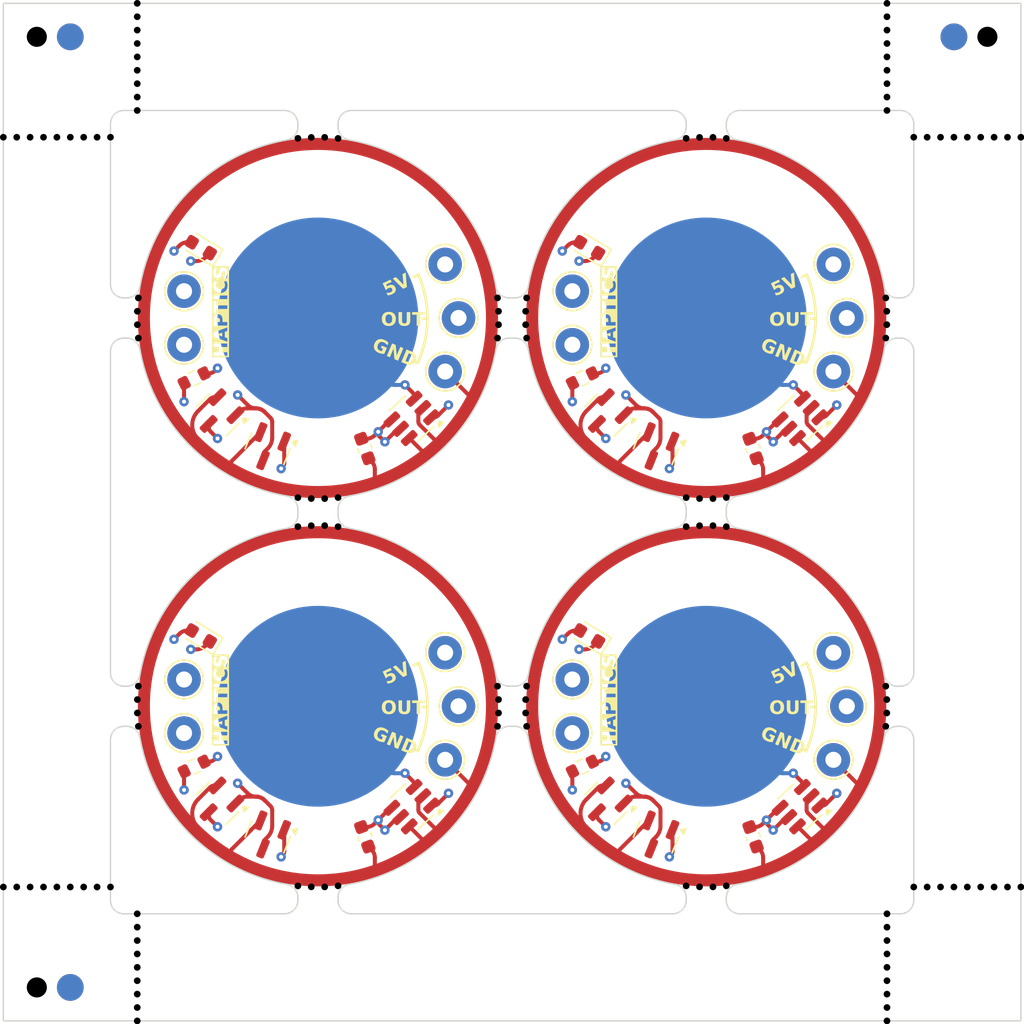
<source format=kicad_pcb>
(kicad_pcb (version 20241229) (generator "pcbnew") (generator_version "9.0")
  (layers (0 "F.Cu" signal) (4 "In1.Cu" signal) (6 "In2.Cu" signal) (2 "B.Cu" signal) (13 "F.Paste" user) (15 "B.Paste" user) (5 "F.SilkS" user "F.Silkscreen") (7 "B.SilkS" user "B.Silkscreen") (1 "F.Mask" user) (3 "B.Mask" user) (25 "Edge.Cuts" user))
  (net 0 "")
  (net 1 "Board_0-+5V")
  (net 2 "Board_0-/Output")
  (net 3 "Board_0-/Sens")
  (net 4 "Board_0-GND")
  (net 5 "Board_0-Net-(D1-A)")
  (net 6 "Board_0-Net-(D1-K)")
  (net 7 "Board_0-Net-(Q1-G)")
  (net 8 "Board_1-+5V")
  (net 9 "Board_1-/Output")
  (net 10 "Board_1-/Sens")
  (net 11 "Board_1-GND")
  (net 12 "Board_1-Net-(D1-A)")
  (net 13 "Board_1-Net-(D1-K)")
  (net 14 "Board_1-Net-(Q1-G)")
  (net 15 "Board_2-+5V")
  (net 16 "Board_2-/Output")
  (net 17 "Board_2-/Sens")
  (net 18 "Board_2-GND")
  (net 19 "Board_2-Net-(D1-A)")
  (net 20 "Board_2-Net-(D1-K)")
  (net 21 "Board_2-Net-(Q1-G)")
  (net 22 "Board_3-+5V")
  (net 23 "Board_3-/Output")
  (net 24 "Board_3-/Sens")
  (net 25 "Board_3-GND")
  (net 26 "Board_3-Net-(D1-A)")
  (net 27 "Board_3-Net-(D1-K)")
  (net 28 "Board_3-Net-(Q1-G)")
  (footprint "NPTH" (layer "F.Cu") (at 113.502066 30)
    (property "Reference" "KiKit_MB_21_4" (hide yes))
    (property "Value" "NPTH" (hide yes))
  )
  (footprint "MountingHole:MountingHole_2.2mm_M2_ISO7380" (layer "F.Cu") (at 133.997935 32.998967)
    (property "Reference" "H1" (hide yes))
    (property "Value" "MountingHole")
  )
  (footprint "TestPoint:TestPoint_THTPad_D2.5mm_Drill1.2mm" (layer "F.Cu") (at 152.997935 70.498967)
    (property "Reference" "TP4" (hide yes))
    (property "Value" "TestPoint")
  )
  (footprint "TestPoint:TestPoint_THTPad_D2.5mm_Drill1.2mm" (layer "F.Cu") (at 172.497935 68.448967)
    (property "Reference" "TP1" (hide yes))
    (property "Value" "TestPoint")
  )
  (footprint "NPTH" (layer "F.Cu") (at 111.502066 85.997933)
    (property "Reference" "KiKit_MB_22_2" (hide yes))
    (property "Value" "NPTH" (hide yes))
  )
  (footprint "Package_TO_SOT_SMD:SOT-23" (layer "F.Cu") (at 130.247935 53.248967 -112)
    (property "Reference" "Q2" (hide yes))
    (property "Value" "BSS127S")
  )
  (footprint "NPTH" (layer "F.Cu") (at 185.497935 85.997933)
    (property "Reference" "KiKit_MB_24_8" (hide yes))
    (property "Value" "NPTH" (hide yes))
  )
  (footprint "TestPoint:TestPoint_THTPad_D2.5mm_Drill1.2mm" (layer "F.Cu") (at 173.497935 72.498967)
    (property "Reference" "TP2" (hide yes))
    (property "Value" "TestPoint")
  )
  (footprint "NPTH" (layer "F.Cu") (at 135.5 56.910988)
    (property "Reference" "KiKit_MB_4_1" (hide yes))
    (property "Value" "NPTH" (hide yes))
  )
  (footprint "NPTH" (layer "F.Cu") (at 184.497935 30)
    (property "Reference" "KiKit_MB_23_7" (hide yes))
    (property "Value" "NPTH" (hide yes))
  )
  (footprint "NPTH" (layer "F.Cu") (at 162.499396 56.985625)
    (property "Reference" "KiKit_MB_8_3" (hide yes))
    (property "Value" "NPTH" (hide yes))
  )
  (footprint "Package_TO_SOT_SMD:SOT-23" (layer "F.Cu") (at 126.497935 79.748967 -135)
    (property "Reference" "Q1" (hide yes))
    (property "Value" "BSS127S")
  )
  (footprint "NPTH" (layer "F.Cu") (at 176.48554 42.998013)
    (property "Reference" "KiKit_MB_6_2" (hide yes))
    (property "Value" "NPTH" (hide yes))
  )
  (footprint "NPTH" (layer "F.Cu") (at 176.48554 43.999921)
    (property "Reference" "KiKit_MB_6_3" (hide yes))
    (property "Value" "NPTH" (hide yes))
  )
  (footprint "NPTH" (layer "F.Cu") (at 183.997935 22.5)
    (property "Reference" "KiKit_TO_2" (hide yes))
    (property "Value" "NPTH" (hide yes))
  )
  (footprint "Package_TO_SOT_SMD:SOT-23" (layer "F.Cu") (at 126.497935 50.748967 -135)
    (property "Reference" "Q1" (hide yes))
    (property "Value" "BSS127S")
  )
  (footprint "NPTH" (layer "F.Cu") (at 120.502066 89.997934)
    (property "Reference" "KiKit_MB_19_3" (hide yes))
    (property "Value" "NPTH" (hide yes))
  )
  (footprint "NPTH" (layer "F.Cu") (at 115.502066 85.997933)
    (property "Reference" "KiKit_MB_22_6" (hide yes))
    (property "Value" "NPTH" (hide yes))
  )
  (footprint "NPTH" (layer "F.Cu") (at 176.497934 28)
    (property "Reference" "KiKit_MB_18_9" (hide yes))
    (property "Value" "NPTH" (hide yes))
  )
  (footprint "NPTH" (layer "F.Cu") (at 120.502066 22)
    (property "Reference" "KiKit_MB_17_3" (hide yes))
    (property "Value" "NPTH" (hide yes))
  )
  (footprint "NPTH" (layer "F.Cu") (at 161.5 56.915562)
    (property "Reference" "KiKit_MB_8_4" (hide yes))
    (property "Value" "NPTH" (hide yes))
  )
  (footprint "NPTH" (layer "F.Cu") (at 147.411217 73.998967)
    (property "Reference" "KiKit_MB_10_4" (hide yes))
    (property "Value" "NPTH" (hide yes))
  )
  (footprint "NPTH" (layer "F.Cu") (at 113.002066 93.497934)
    (property "Reference" "KiKit_TO_3" (hide yes))
    (property "Value" "NPTH" (hide yes))
  )
  (footprint "NPTH" (layer "F.Cu") (at 120.502066 24)
    (property "Reference" "KiKit_MB_17_5" (hide yes))
    (property "Value" "NPTH" (hide yes))
  )
  (footprint "NPTH" (layer "F.Cu") (at 132.500001 56.915562)
    (property "Reference" "KiKit_MB_4_4" (hide yes))
    (property "Value" "NPTH" (hide yes))
  )
  (footprint "NPTH" (layer "F.Cu") (at 147.48554 42.998013)
    (property "Reference" "KiKit_MB_2_2" (hide yes))
    (property "Value" "NPTH" (hide yes))
  )
  (footprint "NPTH" (layer "F.Cu") (at 115.502066 30)
    (property "Reference" "KiKit_MB_21_6" (hide yes))
    (property "Value" "NPTH" (hide yes))
  )
  (footprint "NPTH" (layer "F.Cu") (at 176.48554 71.998012)
    (property "Reference" "KiKit_MB_14_2" (hide yes))
    (property "Value" "NPTH" (hide yes))
  )
  (footprint "NPTH" (layer "F.Cu") (at 134.501234 85.98952)
    (property "Reference" "KiKit_MB_12_2" (hide yes))
    (property "Value" "NPTH" (hide yes))
  )
  (footprint "NPTH" (layer "F.Cu") (at 176.411217 73.998967)
    (property "Reference" "KiKit_MB_14_4" (hide yes))
    (property "Value" "NPTH" (hide yes))
  )
  (footprint "NPTH" (layer "F.Cu") (at 163.501234 56.98952)
    (property "Reference" "KiKit_MB_8_2" (hide yes))
    (property "Value" "NPTH" (hide yes))
  )
  (footprint "NPTH" (layer "F.Cu") (at 132.500001 59.082371)
    (property "Reference" "KiKit_MB_11_1" (hide yes))
    (property "Value" "NPTH" (hide yes))
  )
  (footprint "NPTH" (layer "F.Cu") (at 120.502066 90.997934)
    (property "Reference" "KiKit_MB_19_4" (hide yes))
    (property "Value" "NPTH" (hide yes))
  )
  (footprint "NPTH" (layer "F.Cu") (at 163.501234 30.008414)
    (property "Reference" "KiKit_MB_7_3" (hide yes))
    (property "Value" "NPTH" (hide yes))
  )
  (footprint "NPTH" (layer "F.Cu") (at 180.497935 85.997933)
    (property "Reference" "KiKit_MB_24_3" (hide yes))
    (property "Value" "NPTH" (hide yes))
  )
  (footprint "Capacitor_SMD:C_0603_1608Metric" (layer "F.Cu") (at 166.497935 82.248967 -70)
    (property "Reference" "C2" (hide yes))
    (property "Value" "100n")
  )
  (footprint "NPTH" (layer "F.Cu") (at 163.501234 85.98952)
    (property "Reference" "KiKit_MB_16_2" (hide yes))
    (property "Value" "NPTH" (hide yes))
  )
  (footprint "NPTH" (layer "F.Cu") (at 113.502066 85.997933)
    (property "Reference" "KiKit_MB_22_4" (hide yes))
    (property "Value" "NPTH" (hide yes))
  )
  (footprint "TestPoint:TestPoint_THTPad_D2.5mm_Drill1.2mm" (layer "F.Cu") (at 152.997935 45.498967)
    (property "Reference" "TP5" (hide yes))
    (property "Value" "TestPoint")
  )
  (footprint "NPTH" (layer "F.Cu") (at 179.497935 85.997933)
    (property "Reference" "KiKit_MB_24_2" (hide yes))
    (property "Value" "NPTH" (hide yes))
  )
  (footprint "Capacitor_SMD:C_0603_1608Metric" (layer "F.Cu") (at 166.497935 53.248967 -70)
    (property "Reference" "C2" (hide yes))
    (property "Value" "100n")
  )
  (footprint "NPTH" (layer "F.Cu") (at 120.510333 43.999852)
    (property "Reference" "KiKit_MB_1_2" (hide yes))
    (property "Value" "NPTH" (hide yes))
  )
  (footprint "TestPoint:TestPoint_THTPad_D2.5mm_Drill1.2mm" (layer "F.Cu") (at 143.497935 68.448967)
    (property "Reference" "TP1" (hide yes))
    (property "Value" "TestPoint")
  )
  (footprint "NPTH" (layer "F.Cu") (at 147.48554 71.998012)
    (property "Reference" "KiKit_MB_10_2" (hide yes))
    (property "Value" "NPTH" (hide yes))
  )
  (footprint "NPTH" (layer "F.Cu") (at 176.497934 25)
    (property "Reference" "KiKit_MB_18_6" (hide yes))
    (property "Value" "NPTH" (hide yes))
  )
  (footprint "NPTH" (layer "F.Cu") (at 164.5 85.910988)
    (property "Reference" "KiKit_MB_16_1" (hide yes))
    (property "Value" "NPTH" (hide yes))
  )
  (footprint "NPTH" (layer "F.Cu") (at 133.499397 56.985625)
    (property "Reference" "KiKit_MB_4_3" (hide yes))
    (property "Value" "NPTH" (hide yes))
  )
  (footprint "NPTH" (layer "F.Cu") (at 120.510333 72.999852)
    (property "Reference" "KiKit_MB_9_2" (hide yes))
    (property "Value" "NPTH" (hide yes))
  )
  (footprint "MountingHole:MountingHole_2.2mm_M2_ISO7380" (layer "F.Cu") (at 133.997935 82.998967)
    (property "Reference" "H2" (hide yes))
    (property "Value" "MountingHole")
  )
  (footprint "Package_TO_SOT_SMD:SOT-23" (layer "F.Cu") (at 155.497935 50.748967 -135)
    (property "Reference" "Q1" (hide yes))
    (property "Value" "BSS127S")
  )
  (footprint "NPTH" (layer "F.Cu") (at 133.499397 85.985625)
    (property "Reference" "KiKit_MB_12_3" (hide yes))
    (property "Value" "NPTH" (hide yes))
  )
  (footprint "Package_TO_SOT_SMD:SOT-23" (layer "F.Cu") (at 159.247935 82.248967 -112)
    (property "Reference" "Q2" (hide yes))
    (property "Value" "BSS127S")
  )
  (footprint "NPTH" (layer "F.Cu") (at 112.502066 85.997933)
    (property "Reference" "KiKit_MB_22_3" (hide yes))
    (property "Value" "NPTH" (hide yes))
  )
  (footprint "NPTH" (layer "F.Cu") (at 120.502066 95.997934)
    (property "Reference" "KiKit_MB_19_9" (hide yes))
    (property "Value" "NPTH" (hide yes))
  )
  (footprint "NPTH" (layer "F.Cu") (at 120.502066 26)
    (property "Reference" "KiKit_MB_17_7" (hide yes))
    (property "Value" "NPTH" (hide yes))
  )
  (footprint "TestPoint:TestPoint_THTPad_D2.5mm_Drill1.2mm" (layer "F.Cu") (at 123.997935 45.498967)
    (property "Reference" "TP5" (hide yes))
    (property "Value" "TestPoint")
  )
  (footprint "Resistor_SMD:R_0603_1608Metric" (layer "F.Cu") (at 124.747935 76.998967 -154)
    (property "Reference" "R1" (hide yes))
    (property "Value" "2k")
  )
  (footprint "Fiducial" (layer "F.Cu") (at 181.497935 22.5)
    (property "Reference" "KiKit_FID_T_2" (hide yes))
    (property "Value" "Fiducial" (hide yes))
  )
  (footprint "NPTH" (layer "F.Cu") (at 176.411217 70.998967)
    (property "Reference" "KiKit_MB_14_1" (hide yes))
    (property "Value" "NPTH" (hide yes))
  )
  (footprint "NPTH" (layer "F.Cu") (at 183.497935 85.997933)
    (property "Reference" "KiKit_MB_24_6" (hide yes))
    (property "Value" "NPTH" (hide yes))
  )
  (footprint "TestPoint:TestPoint_THTPad_D2.5mm_Drill1.2mm" (layer "F.Cu") (at 152.997935 74.498967)
    (property "Reference" "TP5" (hide yes))
    (property "Value" "TestPoint")
  )
  (footprint "Package_TO_SOT_SMD:SOT-23-6" (layer "F.Cu") (at 169.997935 79.998967 -137)
    (property "Reference" "U1" (hide yes))
    (property "Value" "~")
  )
  (footprint "NPTH" (layer "F.Cu") (at 181.497935 85.997933)
    (property "Reference" "KiKit_MB_24_4" (hide yes))
    (property "Value" "NPTH" (hide yes))
  )
  (footprint "NPTH" (layer "F.Cu") (at 164.5 56.910988)
    (property "Reference" "KiKit_MB_8_1" (hide yes))
    (property "Value" "NPTH" (hide yes))
  )
  (footprint "NPTH" (layer "F.Cu") (at 120.502066 27)
    (property "Reference" "KiKit_MB_17_8" (hide yes))
    (property "Value" "NPTH" (hide yes))
  )
  (footprint "NPTH" (layer "F.Cu") (at 149.510332 42.998082)
    (property "Reference" "KiKit_MB_5_3" (hide yes))
    (property "Value" "NPTH" (hide yes))
  )
  (footprint "NPTH" (layer "F.Cu") (at 149.584635 41.998968)
    (property "Reference" "KiKit_MB_5_4" (hide yes))
    (property "Value" "NPTH" (hide yes))
  )
  (footprint "NPTH" (layer "F.Cu") (at 116.502066 85.997933)
    (property "Reference" "KiKit_MB_22_7" (hide yes))
    (property "Value" "NPTH" (hide yes))
  )
  (footprint "NPTH" (layer "F.Cu") (at 113.002066 22.5)
    (property "Reference" "KiKit_TO_1" (hide yes))
    (property "Value" "NPTH" (hide yes))
  )
  (footprint "TestPoint:TestPoint_THTPad_D2.5mm_Drill1.2mm" (layer "F.Cu") (at 123.997935 74.498967)
    (property "Reference" "TP5" (hide yes))
    (property "Value" "TestPoint")
  )
  (footprint "TestPoint:TestPoint_THTPad_D2.5mm_Drill1.2mm" (layer "F.Cu") (at 144.497935 72.498967)
    (property "Reference" "TP2" (hide yes))
    (property "Value" "TestPoint")
  )
  (footprint "TestPoint:TestPoint_THTPad_D2.5mm_Drill1.2mm" (layer "F.Cu") (at 143.497935 47.498967)
    (property "Reference" "TP3" (hide yes))
    (property "Value" "TestPoint")
  )
  (footprint "NPTH" (layer "F.Cu") (at 161.5 59.082371)
    (property "Reference" "KiKit_MB_15_1" (hide yes))
    (property "Value" "NPTH" (hide yes))
  )
  (footprint "NPTH" (layer "F.Cu") (at 117.502066 30)
    (property "Reference" "KiKit_MB_21_8" (hide yes))
    (property "Value" "NPTH" (hide yes))
  )
  (footprint "NPTH" (layer "F.Cu") (at 120.502066 94.997934)
    (property "Reference" "KiKit_MB_19_8" (hide yes))
    (property "Value" "NPTH" (hide yes))
  )
  (footprint "Capacitor_SMD:C_0603_1608Metric" (layer "F.Cu") (at 137.497935 53.248967 -70)
    (property "Reference" "C2" (hide yes))
    (property "Value" "100n")
  )
  (footprint "NPTH" (layer "F.Cu") (at 120.502066 92.997934)
    (property "Reference" "KiKit_MB_19_6" (hide yes))
    (property "Value" "NPTH" (hide yes))
  )
  (footprint "NPTH" (layer "F.Cu") (at 120.502066 20)
    (property "Reference" "KiKit_MB_17_1" (hide yes))
    (property "Value" "NPTH" (hide yes))
  )
  (footprint "Resistor_SMD:R_0603_1608Metric" (layer "F.Cu") (at 124.747935 47.998967 -154)
    (property "Reference" "R1" (hide yes))
    (property "Value" "2k")
  )
  (footprint "NPTH" (layer "F.Cu") (at 120.502066 88.997934)
    (property "Reference" "KiKit_MB_19_2" (hide yes))
    (property "Value" "NPTH" (hide yes))
  )
  (footprint "NPTH" (layer "F.Cu") (at 149.584635 73.998967)
    (property "Reference" "KiKit_MB_13_1" (hide yes))
    (property "Value" "NPTH" (hide yes))
  )
  (footprint "NPTH" (layer "F.Cu") (at 162.499396 30.012309)
    (property "Reference" "KiKit_MB_7_2" (hide yes))
    (property "Value" "NPTH" (hide yes))
  )
  (footprint "NPTH" (layer "F.Cu") (at 176.497934 89.997934)
    (property "Reference" "KiKit_MB_20_3" (hide yes))
    (property "Value" "NPTH" (hide yes))
  )
  (footprint "MountingHole:MountingHole_2.2mm_M2_ISO7380" (layer "F.Cu") (at 133.997935 61.998967)
    (property "Reference" "H1" (hide yes))
    (property "Value" "MountingHole")
  )
  (footprint "NPTH" (layer "F.Cu") (at 135.5 30.086946)
    (property "Reference" "KiKit_MB_3_4" (hide yes))
    (property "Value" "NPTH" (hide yes))
  )
  (footprint "Package_TO_SOT_SMD:SOT-23-6" (layer "F.Cu") (at 140.997935 50.998967 -137)
    (property "Reference" "U1" (hide yes))
    (property "Value" "~")
  )
  (footprint "NPTH" (layer "F.Cu") (at 181.497935 30)
    (property "Reference" "KiKit_MB_23_4" (hide yes))
    (property "Value" "NPTH" (hide yes))
  )
  (footprint "NPTH" (layer "F.Cu") (at 147.411217 44.998967)
    (property "Reference" "KiKit_MB_2_4" (hide yes))
    (property "Value" "NPTH" (hide yes))
  )
  (footprint "NPTH" (layer "F.Cu") (at 133.499397 59.012308)
    (property "Reference" "KiKit_MB_11_2" (hide yes))
    (property "Value" "NPTH" (hide yes))
  )
  (footprint "NPTH" (layer "F.Cu") (at 118.502066 85.997933)
    (property "Reference" "KiKit_MB_22_9" (hide yes))
    (property "Value" "NPTH" (hide yes))
  )
  (footprint "Package_TO_SOT_SMD:SOT-23" (layer "F.Cu") (at 130.247935 82.248967 -112)
    (property "Reference" "Q2" (hide yes))
    (property "Value" "BSS127S")
  )
  (footprint "TestPoint:TestPoint_THTPad_D2.5mm_Drill1.2mm" (layer "F.Cu") (at 143.497935 76.498967)
    (property "Reference" "TP3" (hide yes))
    (property "Value" "TestPoint")
  )
  (footprint "NPTH" (layer "F.Cu") (at 120.502066 21)
    (property "Reference" "KiKit_MB_17_2" (hide yes))
    (property "Value" "NPTH" (hide yes))
  )
  (footprint "NPTH" (layer "F.Cu") (at 162.499396 85.985625)
    (property "Reference" "KiKit_MB_16_3" (hide yes))
    (property "Value" "NPTH" (hide yes))
  )
  (footprint "MountingHole:MountingHole_2.2mm_M2_ISO7380" (layer "F.Cu") (at 133.997935 53.998967)
    (property "Reference" "H2" (hide yes))
    (property "Value" "MountingHole")
  )
  (footprint "NPTH" (layer "F.Cu") (at 120.584636 44.998967)
    (property "Reference" "KiKit_MB_1_1" (hide yes))
    (property "Value" "NPTH" (hide yes))
  )
  (footprint "NPTH" (layer "F.Cu") (at 176.497934 26)
    (property "Reference" "KiKit_MB_18_7" (hide yes))
    (property "Value" "NPTH" (hide yes))
  )
  (footprint "NPTH" (layer "F.Cu") (at 116.502066 30)
    (property "Reference" "KiKit_MB_21_7" (hide yes))
    (property "Value" "NPTH" (hide yes))
  )
  (footprint "MountingHole:MountingHole_2.2mm_M2_ISO7380" (layer "F.Cu") (at 162.997935 32.998967)
    (property "Reference" "H1" (hide yes))
    (property "Value" "MountingHole")
  )
  (footprint "NPTH" (layer "F.Cu") (at 178.497935 85.997933)
    (property "Reference" "KiKit_MB_24_1" (hide yes))
    (property "Value" "NPTH" (hide yes))
  )
  (footprint "NPTH" (layer "F.Cu") (at 149.510332 72.999852)
    (property "Reference" "KiKit_MB_13_2" (hide yes))
    (property "Value" "NPTH" (hide yes))
  )
  (footprint "Package_TO_SOT_SMD:SOT-23-6" (layer "F.Cu") (at 140.997935 79.998967 -137)
    (property "Reference" "U1" (hide yes))
    (property "Value" "~")
  )
  (footprint "NPTH" (layer "F.Cu") (at 120.584636 70.998967)
    (property "Reference" "KiKit_MB_9_4" (hide yes))
    (property "Value" "NPTH" (hide yes))
  )
  (footprint "NPTH" (layer "F.Cu") (at 134.501234 30.008414)
    (property "Reference" "KiKit_MB_3_3" (hide yes))
    (property "Value" "NPTH" (hide yes))
  )
  (footprint "NPTH" (layer "F.Cu") (at 111.502066 30)
    (property "Reference" "KiKit_MB_21_2" (hide yes))
    (property "Value" "NPTH" (hide yes))
  )
  (footprint "NPTH" (layer "F.Cu") (at 163.501234 59.008413)
    (property "Reference" "KiKit_MB_15_3" (hide yes))
    (property "Value" "NPTH" (hide yes))
  )
  (footprint "MountingHole:MountingHole_2.2mm_M2_ISO7380" (layer "F.Cu") (at 162.997935 61.998967)
    (property "Reference" "H1" (hide yes))
    (property "Value" "MountingHole")
  )
  (footprint "MountingHole:MountingHole_2.2mm_M2_ISO7380" (layer "F.Cu") (at 162.997935 82.998967)
    (property "Reference" "H2" (hide yes))
    (property "Value" "MountingHole")
  )
  (footprint "NPTH" (layer "F.Cu") (at 164.5 30.086946)
    (property "Reference" "KiKit_MB_7_4" (hide yes))
    (property "Value" "NPTH" (hide yes))
  )
  (footprint "Capacitor_SMD:C_0603_1608Metric" (layer "F.Cu") (at 137.497935 82.248967 -70)
    (property "Reference" "C2" (hide yes))
    (property "Value" "100n")
  )
  (footprint "NPTH" (layer "F.Cu") (at 132.500001 30.082372)
    (property "Reference" "KiKit_MB_3_1" (hide yes))
    (property "Value" "NPTH" (hide yes))
  )
  (footprint "NPTH" (layer "F.Cu") (at 183.497935 30)
    (property "Reference" "KiKit_MB_23_6" (hide yes))
    (property "Value" "NPTH" (hide yes))
  )
  (footprint "NPTH" (layer "F.Cu") (at 114.502066 30)
    (property "Reference" "KiKit_MB_21_5" (hide yes))
    (property "Value" "NPTH" (hide yes))
  )
  (footprint "NPTH" (layer "F.Cu") (at 120.502066 93.997934)
    (property "Reference" "KiKit_MB_19_7" (hide yes))
    (property "Value" "NPTH" (hide yes))
  )
  (footprint "NPTH" (layer "F.Cu") (at 120.510333 71.998081)
    (property "Reference" "KiKit_MB_9_3" (hide yes))
    (property "Value" "NPTH" (hide yes))
  )
  (footprint "NPTH" (layer "F.Cu") (at 161.5 30.082372)
    (property "Reference" "KiKit_MB_7_1" (hide yes))
    (property "Value" "NPTH" (hide yes))
  )
  (footprint "NPTH" (layer "F.Cu") (at 185.497935 30)
    (property "Reference" "KiKit_MB_23_8" (hide yes))
    (property "Value" "NPTH" (hide yes))
  )
  (footprint "NPTH" (layer "F.Cu") (at 135.5 59.086945)
    (property "Reference" "KiKit_MB_11_4" (hide yes))
    (property "Value" "NPTH" (hide yes))
  )
  (footprint "NPTH" (layer "F.Cu") (at 110.502066 85.997933)
    (property "Reference" "KiKit_MB_22_1" (hide yes))
    (property "Value" "NPTH" (hide yes))
  )
  (footprint "NPTH" (layer "F.Cu") (at 176.411217 44.998967)
    (property "Reference" "KiKit_MB_6_4" (hide yes))
    (property "Value" "NPTH" (hide yes))
  )
  (footprint "NPTH" (layer "F.Cu") (at 134.501234 59.008413)
    (property "Reference" "KiKit_MB_11_3" (hide yes))
    (property "Value" "NPTH" (hide yes))
  )
  (footprint "NPTH" (layer "F.Cu") (at 149.510332 71.998081)
    (property "Reference" "KiKit_MB_13_3" (hide yes))
    (property "Value" "NPTH" (hide yes))
  )
  (footprint "NPTH" (layer "F.Cu") (at 180.497935 30)
    (property "Reference" "KiKit_MB_23_3" (hide yes))
    (property "Value" "NPTH" (hide yes))
  )
  (footprint "NPTH" (layer "F.Cu") (at 120.502066 23)
    (property "Reference" "KiKit_MB_17_4" (hide yes))
    (property "Value" "NPTH" (hide yes))
  )
  (footprint "NPTH" (layer "F.Cu") (at 176.497934 93.997934)
    (property "Reference" "KiKit_MB_20_7" (hide yes))
    (property "Value" "NPTH" (hide yes))
  )
  (footprint "NPTH" (layer "F.Cu") (at 114.502066 85.997933)
    (property "Reference" "KiKit_MB_22_5" (hide yes))
    (property "Value" "NPTH" (hide yes))
  )
  (footprint "NPTH" (layer "F.Cu") (at 147.411217 70.998967)
    (property "Reference" "KiKit_MB_10_1" (hide yes))
    (property "Value" "NPTH" (hide yes))
  )
  (footprint "NPTH" (layer "F.Cu") (at 135.5 85.910988)
    (property "Reference" "KiKit_MB_12_1" (hide yes))
    (property "Value" "NPTH" (hide yes))
  )
  (footprint "NPTH" (layer "F.Cu") (at 149.584635 44.998967)
    (property "Reference" "KiKit_MB_5_1" (hide yes))
    (property "Value" "NPTH" (hide yes))
  )
  (footprint "NPTH" (layer "F.Cu") (at 176.48554 72.999921)
    (property "Reference" "KiKit_MB_14_3" (hide yes))
    (property "Value" "NPTH" (hide yes))
  )
  (footprint "NPTH" (layer "F.Cu") (at 182.497935 30)
    (property "Reference" "KiKit_MB_23_5" (hide yes))
    (property "Value" "NPTH" (hide yes))
  )
  (footprint "NPTH" (layer "F.Cu") (at 176.497934 90.997934)
    (property "Reference" "KiKit_MB_20_4" (hide yes))
    (property "Value" "NPTH" (hide yes))
  )
  (footprint "NPTH" (layer "F.Cu") (at 120.502066 87.997934)
    (property "Reference" "KiKit_MB_19_1" (hide yes))
    (property "Value" "NPTH" (hide yes))
  )
  (footprint "Fiducial" (layer "F.Cu") (at 115.502066 93.497934)
    (property "Reference" "KiKit_FID_T_3" (hide yes))
    (property "Value" "Fiducial" (hide yes))
  )
  (footprint "Diode_SMD:D_0603_1608Metric" (layer "F.Cu") (at 125.247935 38.248967 149)
    (property "Reference" "D1" (hide yes))
    (property "Value" "LED")
  )
  (footprint "Resistor_SMD:R_0603_1608Metric" (layer "F.Cu") (at 153.747935 76.998967 -154)
    (property "Reference" "R1" (hide yes))
    (property "Value" "2k")
  )
  (footprint "TestPoint:TestPoint_THTPad_D2.5mm_Drill1.2mm" (layer "F.Cu") (at 172.497935 76.498967)
    (property "Reference" "TP3" (hide yes))
    (property "Value" "TestPoint")
  )
  (footprint "NPTH" (layer "F.Cu") (at 147.48554 43.999921)
    (property "Reference" "KiKit_MB_2_3" (hide yes))
    (property "Value" "NPTH" (hide yes))
  )
  (footprint "NPTH" (layer "F.Cu") (at 149.584635 70.998967)
    (property "Reference" "KiKit_MB_13_4" (hide yes))
    (property "Value" "NPTH" (hide yes))
  )
  (footprint "Resistor_SMD:R_0603_1608Metric" (layer "F.Cu") (at 153.747935 47.998967 -154)
    (property "Reference" "R1" (hide yes))
    (property "Value" "2k")
  )
  (footprint "NPTH" (layer "F.Cu") (at 120.584636 73.998967)
    (property "Reference" "KiKit_MB_9_1" (hide yes))
    (property "Value" "NPTH" (hide yes))
  )
  (footprint "NPTH" (layer "F.Cu") (at 120.584636 41.998968)
    (property "Reference" "KiKit_MB_1_4" (hide yes))
    (property "Value" "NPTH" (hide yes))
  )
  (footprint "Package_TO_SOT_SMD:SOT-23" (layer "F.Cu") (at 159.247935 53.248967 -112)
    (property "Reference" "Q2" (hide yes))
    (property "Value" "BSS127S")
  )
  (footprint "TestPoint:TestPoint_THTPad_D2.5mm_Drill1.2mm" (layer "F.Cu") (at 152.997935 41.498967)
    (property "Reference" "TP4" (hide yes))
    (property "Value" "TestPoint")
  )
  (footprint "Package_TO_SOT_SMD:SOT-23" (layer "F.Cu") (at 155.497935 79.748967 -135)
    (property "Reference" "Q1" (hide yes))
    (property "Value" "BSS127S")
  )
  (footprint "NPTH" (layer "F.Cu") (at 120.502066 25)
    (property "Reference" "KiKit_MB_17_6" (hide yes))
    (property "Value" "NPTH" (hide yes))
  )
  (footprint "NPTH" (layer "F.Cu") (at 176.497934 92.997934)
    (property "Reference" "KiKit_MB_20_6" (hide yes))
    (property "Value" "NPTH" (hide yes))
  )
  (footprint "TestPoint:TestPoint_THTPad_D2.5mm_Drill1.2mm" (layer "F.Cu") (at 123.997935 41.498967)
    (property "Reference" "TP4" (hide yes))
    (property "Value" "TestPoint")
  )
  (footprint "NPTH" (layer "F.Cu") (at 179.497935 30)
    (property "Reference" "KiKit_MB_23_2" (hide yes))
    (property "Value" "NPTH" (hide yes))
  )
  (footprint "Fiducial" (layer "F.Cu") (at 115.502066 22.5)
    (property "Reference" "KiKit_FID_T_1" (hide yes))
    (property "Value" "Fiducial" (hide yes))
  )
  (footprint "NPTH" (layer "F.Cu") (at 117.502066 85.997933)
    (property "Reference" "KiKit_MB_22_8" (hide yes))
    (property "Value" "NPTH" (hide yes))
  )
  (footprint "NPTH" (layer "F.Cu") (at 120.502066 91.997934)
    (property "Reference" "KiKit_MB_19_5" (hide yes))
    (property "Value" "NPTH" (hide yes))
  )
  (footprint "TestPoint:TestPoint_THTPad_D2.5mm_Drill1.2mm" (layer "F.Cu") (at 143.497935 39.448967)
    (property "Reference" "TP1" (hide yes))
    (property "Value" "TestPoint")
  )
  (footprint "NPTH" (layer "F.Cu") (at 176.497934 20)
    (property "Reference" "KiKit_MB_18_1" (hide yes))
    (property "Value" "NPTH" (hide yes))
  )
  (footprint "NPTH" (layer "F.Cu") (at 176.497934 95.997934)
    (property "Reference" "KiKit_MB_20_9" (hide yes))
    (property "Value" "NPTH" (hide yes))
  )
  (footprint "NPTH" (layer "F.Cu") (at 176.497934 91.997934)
    (property "Reference" "KiKit_MB_20_5" (hide yes))
    (property "Value" "NPTH" (hide yes))
  )
  (footprint "TestPoint:TestPoint_THTPad_D2.5mm_Drill1.2mm" (layer "F.Cu") (at 144.497935 43.498967)
    (property "Reference" "TP2" (hide yes))
    (property "Value" "TestPoint")
  )
  (footprint "Diode_SMD:D_0603_1608Metric" (layer "F.Cu") (at 154.247935 38.248967 149)
    (property "Reference" "D1" (hide yes))
    (property "Value" "LED")
  )
  (footprint "NPTH" (layer "F.Cu") (at 147.411217 41.998967)
    (property "Reference" "KiKit_MB_2_1" (hide yes))
    (property "Value" "NPTH" (hide yes))
  )
  (footprint "NPTH" (layer "F.Cu") (at 176.497934 88.997934)
    (property "Reference" "KiKit_MB_20_2" (hide yes))
    (property "Value" "NPTH" (hide yes))
  )
  (footprint "NPTH" (layer "F.Cu") (at 176.497934 27)
    (property "Reference" "KiKit_MB_18_8" (hide yes))
    (property "Value" "NPTH" (hide yes))
  )
  (footprint "NPTH" (layer "F.Cu") (at 176.497934 24)
    (property "Reference" "KiKit_MB_18_5" (hide yes))
    (property "Value" "NPTH" (hide yes))
  )
  (footprint "NPTH" (layer "F.Cu") (at 120.502066 28)
    (property "Reference" "KiKit_MB_17_9" (hide yes))
    (property "Value" "NPTH" (hide yes))
  )
  (footprint "MountingHole:MountingHole_2.2mm_M2_ISO7380" (layer "F.Cu") (at 162.997935 53.998967)
    (property "Reference" "H2" (hide yes))
    (property "Value" "MountingHole")
  )
  (footprint "NPTH" (layer "F.Cu") (at 134.501234 56.98952)
    (property "Reference" "KiKit_MB_4_2" (hide yes))
    (property "Value" "NPTH" (hide yes))
  )
  (footprint "NPTH" (layer "F.Cu") (at 176.497934 21)
    (property "Reference" "KiKit_MB_18_2" (hide yes))
    (property "Value" "NPTH" (hide yes))
  )
  (footprint "NPTH" (layer "F.Cu") (at 176.411217 41.998967)
    (property "Reference" "KiKit_MB_6_1" (hide yes))
    (property "Value" "NPTH" (hide yes))
  )
  (footprint "NPTH" (layer "F.Cu") (at 120.510333 42.998082)
    (property "Reference" "KiKit_MB_1_3" (hide yes))
    (property "Value" "NPTH" (hide yes))
  )
  (footprint "TestPoint:TestPoint_THTPad_D2.5mm_Drill1.2mm" (layer "F.Cu") (at 123.997935 70.498967)
    (property "Reference" "TP4" (hide yes))
    (property "Value" "TestPoint")
  )
  (footprint "NPTH" (layer "F.Cu") (at 182.497935 85.997933)
    (property "Reference" "KiKit_MB_24_5" (hide yes))
    (property "Value" "NPTH" (hide yes))
  )
  (footprint "NPTH" (layer "F.Cu") (at 110.502066 30)
    (property "Reference" "KiKit_MB_21_1" (hide yes))
    (property "Value" "NPTH" (hide yes))
  )
  (footprint "Diode_SMD:D_0603_1608Metric" (layer "F.Cu") (at 154.247935 67.248967 149)
    (property "Reference" "D1" (hide yes))
    (property "Value" "LED")
  )
  (footprint "NPTH" (layer "F.Cu") (at 178.497935 30)
    (property "Reference" "KiKit_MB_23_1" (hide yes))
    (property "Value" "NPTH" (hide yes))
  )
  (footprint "NPTH" (layer "F.Cu") (at 186.497935 85.997933)
    (property "Reference" "KiKit_MB_24_9" (hide yes))
    (property "Value" "NPTH" (hide yes))
  )
  (footprint "NPTH" (layer "F.Cu") (at 176.497934 94.997934)
    (property "Reference" "KiKit_MB_20_8" (hide yes))
    (property "Value" "NPTH" (hide yes))
  )
  (footprint "NPTH" (layer "F.Cu") (at 133.499397 30.012309)
    (property "Reference" "KiKit_MB_3_2" (hide yes))
    (property "Value" "NPTH" (hide yes))
  )
  (footprint "NPTH" (layer "F.Cu") (at 118.502066 30)
    (property "Reference" "KiKit_MB_21_9" (hide yes))
    (property "Value" "NPTH" (hide yes))
  )
  (footprint "NPTH" (layer "F.Cu") (at 132.500001 85.915562)
    (property "Reference" "KiKit_MB_12_4" (hide yes))
    (property "Value" "NPTH" (hide yes))
  )
  (footprint "Package_TO_SOT_SMD:SOT-23-6" (layer "F.Cu") (at 169.997935 50.998967 -137)
    (property "Reference" "U1" (hide yes))
    (property "Value" "~")
  )
  (footprint "TestPoint:TestPoint_THTPad_D2.5mm_Drill1.2mm" (layer "F.Cu") (at 173.497935 43.498967)
    (property "Reference" "TP2" (hide yes))
    (property "Value" "TestPoint")
  )
  (footprint "NPTH" (layer "F.Cu") (at 149.510332 43.999852)
    (property "Reference" "KiKit_MB_5_2" (hide yes))
    (property "Value" "NPTH" (hide yes))
  )
  (footprint "NPTH" (layer "F.Cu") (at 186.497935 30)
    (property "Reference" "KiKit_MB_23_9" (hide yes))
    (property "Value" "NPTH" (hide yes))
  )
  (footprint "NPTH" (layer "F.Cu") (at 162.499396 59.012308)
    (property "Reference" "KiKit_MB_15_2" (hide yes))
    (property "Value" "NPTH" (hide yes))
  )
  (footprint "NPTH" (layer "F.Cu") (at 164.5 59.086945)
    (property "Reference" "KiKit_MB_15_4" (hide yes))
    (property "Value" "NPTH" (hide yes))
  )
  (footprint "Diode_SMD:D_0603_1608Metric" (layer "F.Cu") (at 125.247935 67.248967 149)
    (property "Reference" "D1" (hide yes))
    (property "Value" "LED")
  )
  (footprint "TestPoint:TestPoint_THTPad_D2.5mm_Drill1.2mm" (layer "F.Cu") (at 172.497935 39.448967)
    (property "Reference" "TP1" (hide yes))
    (property "Value" "TestPoint")
  )
  (footprint "NPTH" (layer "F.Cu") (at 112.502066 30)
    (property "Reference" "KiKit_MB_21_3" (hide yes))
    (property "Value" "NPTH" (hide yes))
  )
  (footprint "TestPoint:TestPoint_THTPad_D2.5mm_Drill1.2mm" (layer "F.Cu") (at 172.497935 47.498967)
    (property "Reference" "TP3" (hide yes))
    (property "Value" "TestPoint")
  )
  (footprint "NPTH" (layer "F.Cu") (at 176.497934 22)
    (property "Reference" "KiKit_MB_18_3" (hide yes))
    (property "Value" "NPTH" (hide yes))
  )
  (footprint "NPTH" (layer "F.Cu") (at 161.5 85.915562)
    (property "Reference" "KiKit_MB_16_4" (hide yes))
    (property "Value" "NPTH" (hide yes))
  )
  (footprint "NPTH" (layer "F.Cu") (at 147.48554 72.999921)
    (property "Reference" "KiKit_MB_10_3" (hide yes))
    (property "Value" "NPTH" (hide yes))
  )
  (footprint "NPTH" (layer "F.Cu") (at 176.497934 87.997934)
    (property "Reference" "KiKit_MB_20_1" (hide yes))
    (property "Value" "NPTH" (hide yes))
  )
  (footprint "NPTH" (layer "F.Cu") (at 184.497935 85.997933)
    (property "Reference" "KiKit_MB_24_7" (hide yes))
    (property "Value" "NPTH" (hide yes))
  )
  (footprint "NPTH" (layer "F.Cu") (at 176.497934 23)
    (property "Reference" "KiKit_MB_18_4" (hide yes))
    (property "Value" "NPTH" (hide yes))
  )
  (footprint "TouchSensor:TouchPad" (layer "B.Cu") (at 162.997935 72.498967 180)
    (property "Reference" "T1" (hide yes))
    (property "Value" "~")
  )
  (footprint "Fiducial" (layer "B.Cu") (at 115.502066 93.497934 180)
    (property "Reference" "KiKit_FID_B_3" (hide yes))
    (property "Value" "Fiducial" (hide yes))
  )
  (footprint "TouchSensor:TouchPad" (layer "B.Cu") (at 133.997935 43.498967 180)
    (property "Reference" "T1" (hide yes))
    (property "Value" "~")
  )
  (footprint "TouchSensor:TouchPad" (layer "B.Cu") (at 162.997935 43.498967 180)
    (property "Reference" "T1" (hide yes))
    (property "Value" "~")
  )
  (footprint "Fiducial" (layer "B.Cu") (at 115.502066 22.5 180)
    (property "Reference" "KiKit_FID_B_1" (hide yes))
    (property "Value" "Fiducial" (hide yes))
  )
  (footprint "TouchSensor:TouchPad" (layer "B.Cu") (at 133.997935 72.498967 180)
    (property "Reference" "T1" (hide yes))
    (property "Value" "~")
  )
  (footprint "Fiducial" (layer "B.Cu") (at 181.497935 22.5 180)
    (property "Reference" "KiKit_FID_B_2" (hide yes))
    (property "Value" "Fiducial" (hide yes))
  )
  (gr_circle (center 133.997935 72.498967) (end 146.997935 72.498967) (stroke (width 0.9)) (fill no) (layers "F.Cu" "F.Mask") (net 18))
  (gr_circle (center 162.997935 72.498967) (end 175.997935 72.498967) (stroke (width 0.9)) (fill no) (layers "F.Cu" "F.Mask") (net 25))
  (gr_circle (center 133.997935 43.498967) (end 146.997935 43.498967) (stroke (width 0.9)) (fill no) (layers "F.Cu" "F.Mask") (net 4))
  (gr_circle (center 162.997935 43.498967) (end 175.997935 43.498967) (stroke (width 0.9)) (fill no) (layers "F.Cu" "F.Mask") (net 11))
  (gr_line (start 170.497934 40.248967) (end 170.147935 40.448967) (stroke (width 0.2)) (layer "F.SilkS"))
  (gr_arc (start 141.497935 69.248967) (mid 142.171666 72.5501) (end 141.456687 75.842545) (stroke (width 0.2)) (layer "F.SilkS"))
  (gr_line (start 141.497934 40.248967) (end 141.147935 40.448967) (stroke (width 0.2)) (layer "F.SilkS"))
  (gr_arc (start 141.497935 40.248967) (mid 142.171666 43.5501) (end 141.456687 46.842545) (stroke (width 0.2)) (layer "F.SilkS"))
  (gr_line (start 141.456686 75.842545) (end 141.147935 75.698967) (stroke (width 0.2)) (layer "F.SilkS"))
  (gr_arc (start 170.497935 40.248967) (mid 171.171666 43.5501) (end 170.456687 46.842545) (stroke (width 0.2)) (layer "F.SilkS"))
  (gr_line (start 170.845397 72.55011) (end 171.171666 72.5501) (stroke (width 0.2)) (layer "F.SilkS"))
  (gr_line (start 141.497934 69.248967) (end 141.147935 69.448967) (stroke (width 0.2)) (layer "F.SilkS"))
  (gr_line (start 141.845397 72.55011) (end 142.171666 72.5501) (stroke (width 0.2)) (layer "F.SilkS"))
  (gr_line (start 141.845397 43.55011) (end 142.171666 43.5501) (stroke (width 0.2)) (layer "F.SilkS"))
  (gr_line (start 141.456686 46.842545) (end 141.147935 46.698967) (stroke (width 0.2)) (layer "F.SilkS"))
  (gr_line (start 170.456686 75.842545) (end 170.147935 75.698967) (stroke (width 0.2)) (layer "F.SilkS"))
  (gr_line (start 170.845397 43.55011) (end 171.171666 43.5501) (stroke (width 0.2)) (layer "F.SilkS"))
  (gr_line (start 170.456686 46.842545) (end 170.147935 46.698967) (stroke (width 0.2)) (layer "F.SilkS"))
  (gr_line (start 170.497934 69.248967) (end 170.147935 69.448967) (stroke (width 0.2)) (layer "F.SilkS"))
  (gr_arc (start 170.497935 69.248967) (mid 171.171666 72.5501) (end 170.456687 75.842545) (stroke (width 0.2)) (layer "F.SilkS"))
  (gr_line (start 147.328389 41.316972) (end 147.313752 41.269309) (stroke (width 0.1)) (layer "Edge.Cuts"))
  (gr_line (start 150.956459 78.601815) (end 150.967637 78.62382) (stroke (width 0.1)) (layer "Edge.Cuts"))
  (gr_line (start 137.774827 85.45956) (end 137.798516 85.452633) (stroke (width 0.1)) (layer "Edge.Cuts"))
  (gr_line (start 158.878091 30.643276) (end 158.270527 30.854066) (stroke (width 0.1)) (layer "Edge.Cuts"))
  (gr_line (start 178.239144 45.327079) (end 178.271172 45.364208) (stroke (width 0.1)) (layer "Edge.Cuts"))
  (gr_line (start 176.754385 70.852122) (end 176.712516 70.825047) (stroke (width 0.1)) (layer "Edge.Cuts"))
  (gr_line (start 130.518894 30.455264) (end 129.901649 30.63575) (stroke (width 0.1)) (layer "Edge.Cuts"))
  (gr_line (start 135.896808 59.017432) (end 135.858779 58.987223) (stroke (width 0.1)) (layer "Edge.Cuts"))
  (gr_line (start 176.595727 45.266148) (end 176.633088 45.23313) (stroke (width 0.1)) (layer "Edge.Cuts"))
  (gr_line (start 139.672285 60.249736) (end 139.649881 60.239382) (stroke (width 0.1)) (layer "Edge.Cuts"))
  (gr_line (start 164.50118 86.729046) (end 164.504719 86.680608) (stroke (width 0.1)) (layer "Edge.Cuts"))
  (gr_line (start 119.164513 70.940569) (end 119.118765 70.922922) (stroke (width 0.1)) (layer "Edge.Cuts"))
  (gr_line (start 119.501078 41.998967) (end 119.452047 41.997763) (stroke (width 0.1)) (layer "Edge.Cuts"))
  (gr_line (start 178.329572 41.554981) (end 178.301339 41.59507) (stroke (width 0.1)) (layer "Edge.Cuts"))
  (gr_line (start 173.378964 52.128921) (end 173.394725 52.109928) (stroke (width 0.1)) (layer "Edge.Cuts"))
  (gr_line (start 118.532005 28.756262) (end 118.545082 28.709005) (stroke (width 0.1)) (layer "Edge.Cuts"))
  (gr_line (start 147.386285 41.454761) (end 147.364701 41.409814) (stroke (width 0.1)) (layer "Edge.Cuts"))
  (gr_line (start 177.835487 70.940569) (end 177.788929 70.95595) (stroke (width 0.1)) (layer "Edge.Cuts"))
  (gr_line (start 178.439537 87.335486) (end 178.42189 87.381234) (stroke (width 0.1)) (layer "Edge.Cuts"))
  (gr_line (start 175.903604 47.45947) (end 175.910824 47.435868) (stroke (width 0.1)) (layer "Edge.Cuts"))
  (gr_line (start 160.964416 30.104659) (end 160.920082 30.126494) (stroke (width 0.1)) (layer "Edge.Cuts"))
  (gr_line (start 177.835487 41.940569) (end 177.788929 41.95595) (stroke (width 0.1)) (layer "Edge.Cuts"))
  (gr_line (start 120.319936 45.202016) (end 120.358898 45.23313) (stroke (width 0.1)) (layer "Edge.Cuts"))
  (gr_line (start 172.956176 52.613533) (end 173.378948 52.12894) (stroke (width 0.1)) (layer "Edge.Cuts"))
  (gr_line (start 118.521261 45.803071) (end 118.532005 45.755229) (stroke (width 0.1)) (layer "Edge.Cuts"))
  (gr_line (start 157.628275 60.113142) (end 157.044506 60.38292) (stroke (width 0.1)) (layer "Edge.Cuts"))
  (gr_line (start 161.498796 28.949981) (end 161.5 28.999012) (stroke (width 0.1)) (layer "Edge.Cuts"))
  (gr_line (start 177.741672 70.969027) (end 177.69383 70.979771) (stroke (width 0.1)) (layer "Edge.Cuts"))
  (gr_line (start 178.355805 70.513555) (end 178.329572 70.554981) (stroke (width 0.1)) (layer "Edge.Cuts"))
  (gr_line (start 132.422768 57.393133) (end 132.440688 57.439189) (stroke (width 0.1)) (layer "Edge.Cuts"))
  (gr_line (start 161.167009 57.033683) (end 161.203017 57.067531) (stroke (width 0.1)) (layer "Edge.Cuts"))
  (gr_line (start 164.510608 86.632398) (end 164.518833 86.584532) (stroke (width 0.1)) (layer "Edge.Cuts"))
  (gr_line (start 119.30617 45.018162) (end 119.354482 45.009779) (stroke (width 0.1)) (layer "Edge.Cuts"))
  (gr_line (start 126.855727 61.043367) (end 126.318271 61.396505) (stroke (width 0.1)) (layer "Edge.Cuts"))
  (gr_line (start 175.176047 78.324384) (end 175.186677 78.302109) (stroke (width 0.1)) (layer "Edge.Cuts"))
  (gr_line (start 141.421304 83.774403) (end 141.949862 83.408079) (stroke (width 0.1)) (layer "Edge.Cuts"))
  (gr_line (start 125.759005 32.804953) (end 125.259062 33.209457) (stroke (width 0.1)) (layer "Edge.Cuts"))
  (gr_line (start 145.873057 49.919509) (end 145.884776 49.897787) (stroke (width 0.1)) (layer "Edge.Cuts"))
  (gr_line (start 119.073938 70.903052) (end 119.03014 70.881006) (stroke (width 0.1)) (layer "Edge.Cuts"))
  (gr_line (start 177.596854 41.994156) (end 177.547953 41.997763) (stroke (width 0.1)) (layer "Edge.Cuts"))
  (gr_line (start 159.542795 85.54902) (end 160.16821 85.69876) (stroke (width 0.1)) (layer "Edge.Cuts"))
  (gr_line (start 161.007616 59.080659) (end 160.964416 59.104659) (stroke (width 0.1)) (layer "Edge.Cuts"))
  (gr_line (start 137.774827 56.45956) (end 137.798516 56.452633) (stroke (width 0.1)) (layer "Edge.Cuts"))
  (gr_line (start 119.501078 73.998967) (end 119.716216 73.998967) (stroke (width 0.1)) (layer "Edge.Cuts"))
  (gr_line (start 177.926062 41.903052) (end 177.881235 41.922922) (stroke (width 0.1)) (layer "Edge.Cuts"))
  (gr_line (start 178.271172 74.364208) (end 178.301339 74.402863) (stroke (width 0.1)) (layer "Edge.Cuts"))
  (gr_line (start 135.754113 29.886025) (end 135.72264 29.849036) (stroke (width 0.1)) (layer "Edge.Cuts"))
  (gr_line (start 119.914368 41.97912) (end 119.865267 41.987786) (stroke (width 0.1)) (layer "Edge.Cuts"))
  (gr_line (start 136.162447 87.939536) (end 136.116699 87.921889) (stroke (width 0.1)) (layer "Edge.Cuts"))
  (gr_line (start 177.02901 70.968014) (end 176.981017 70.954497) (stroke (width 0.1)) (layer "Edge.Cuts"))
  (gr_line (start 161.134758 28.226762) (end 161.171887 28.25879) (stroke (width 0.1)) (layer "Edge.Cuts"))
  (gr_line (start 155.876725 54.967631) (end 156.430988 55.293758) (stroke (width 0.1)) (layer "Edge.Cuts"))
  (gr_line (start 173.394725 63.888005) (end 173.378964 63.869012) (stroke (width 0.1)) (layer "Edge.Cuts"))
  (gr_line (start 132.423955 28.616699) (end 132.441602 28.662447) (stroke (width 0.1)) (layer "Edge.Cuts"))
  (gr_line (start 122.991319 80.31538) (end 123.005628 80.33549) (stroke (width 0.1)) (layer "Edge.Cuts"))
  (gr_line (start 132.382039 87.469859) (end 132.35787 87.512522) (stroke (width 0.1)) (layer "Edge.Cuts"))
  (gr_line (start 177.498922 70.998967) (end 177.275771 70.998967) (stroke (width 0.1)) (layer "Edge.Cuts"))
  (gr_line (start 142.479648 54.001463) (end 142.498835 53.985939) (stroke (width 0.1)) (layer "Edge.Cuts"))
  (gr_line (start 118.521261 41.194862) (end 118.512878 41.14655) (stroke (width 0.1)) (layer "Edge.Cuts"))
  (gr_line (start 135.510608 58.365535) (end 135.504719 58.317325) (stroke (width 0.1)) (layer "Edge.Cuts"))
  (gr_line (start 132.380212 57.303958) (end 132.402593 57.348019) (stroke (width 0.1)) (layer "Edge.Cuts"))
  (gr_line (start 175.691943 67.905052) (end 175.458759 67.305726) (stroke (width 0.1)) (layer "Edge.Cuts"))
  (gr_line (start 136.339073 85.791483) (end 136.475998 85.769275) (stroke (width 0.1)) (layer "Edge.Cuts"))
  (gr_line (start 121.194182 47.777496) (end 121.41247 48.382407) (stroke (width 0.1)) (layer "Edge.Cuts"))
  (gr_line (start 147.301512 41.220974) (end 147.291696 41.172077) (stroke (width 0.1)) (layer "Edge.Cuts"))
  (gr_line (start 165.197432 56.825203) (end 165.244077 56.811672) (stroke (width 0.1)) (layer "Edge.Cuts"))
  (gr_line (start 135.50118 58.268887) (end 135.5 58.220322) (stroke (width 0.1)) (layer "Edge.Cuts"))
  (gr_line (start 121.67946 37.97655) (end 121.669384 37.999081) (stroke (width 0.1)) (layer "Edge.Cuts"))
  (gr_line (start 164.50118 58.268887) (end 164.5 58.220322) (stroke (width 0.1)) (layer "Edge.Cuts"))
  (gr_line (start 130.518917 85.542675) (end 130.542771 85.549014) (stroke (width 0.1)) (layer "Edge.Cuts"))
  (gr_line (start 150.669384 77.998852) (end 150.67946 78.021383) (stroke (width 0.1)) (layer "Edge.Cuts"))
  (gr_line (start 141.400657 54.78797) (end 141.421284 54.774417) (stroke (width 0.1)) (layer "Edge.Cuts"))
  (gr_line (start 149.058229 45.059331) (end 149.104636 45.077564) (stroke (width 0.1)) (layer "Edge.Cuts"))
  (gr_line (start 132.495113 58.318335) (end 132.489016 58.367377) (stroke (width 0.1)) (layer "Edge.Cuts"))
  (gr_line (start 120.058229 74.059331) (end 120.104636 74.077564) (stroke (width 0.1)) (layer "Edge.Cuts"))
  (gr_line (start 154.778589 61.789892) (end 154.759024 61.804938) (stroke (width 0.1)) (layer "Edge.Cuts"))
  (gr_line (start 139.672308 84.748186) (end 140.249225 84.464051) (stroke (width 0.1)) (layer "Edge.Cuts"))
  (gr_line (start 118.560463 41.336519) (end 118.545082 41.289961) (stroke (width 0.1)) (layer "Edge.Cuts"))
  (gr_line (start 132.134758 28.226762) (end 132.171887 28.25879) (stroke (width 0.1)) (layer "Edge.Cuts"))
  (gr_line (start 164.858779 57.01071) (end 164.896808 56.980501) (stroke (width 0.1)) (layer "Edge.Cuts"))
  (gr_line (start 154.240227 62.225484) (end 153.7609 62.654217) (stroke (width 0.1)) (layer "Edge.Cuts"))
  (gr_line (start 119.211071 41.95595) (end 119.164513 41.940569) (stroke (width 0.1)) (layer "Edge.Cuts"))
  (gr_line (start 154.259043 33.209473) (end 154.240246 33.225467) (stroke (width 0.1)) (layer "Edge.Cuts"))
  (gr_line (start 150.67947 49.021405) (end 150.956448 49.601793) (stroke (width 0.1)) (layer "Edge.Cuts"))
  (gr_line (start 161.456983 28.709005) (end 161.470061 28.756262) (stroke (width 0.1)) (layer "Edge.Cuts"))
  (gr_line (start 161.402593 57.348019) (end 161.422768 57.393133) (stroke (width 0.1)) (layer "Edge.Cuts"))
  (gr_line (start 178.329572 74.442952) (end 178.355805 74.484378) (stroke (width 0.1)) (layer "Edge.Cuts"))
  (gr_line (start 124.7609 82.343716) (end 125.240227 82.772449) (stroke (width 0.1)) (layer "Edge.Cuts"))
  (gr_line (start 135.5 86.998921) (end 135.5 86.777611) (stroke (width 0.1)) (layer "Edge.Cuts"))
  (gr_line (start 147.981017 45.043436) (end 148.02901 45.029919) (stroke (width 0.1)) (layer "Edge.Cuts"))
  (gr_line (start 147.364701 41.409814) (end 147.345386 41.363846) (stroke (width 0.1)) (layer "Edge.Cuts"))
  (gr_line (start 120.237602 74.145811) (end 120.279471 74.172886) (stroke (width 0.1)) (layer "Edge.Cuts"))
  (gr_line (start 140.249247 84.46404) (end 140.271112 84.452591) (stroke (width 0.1)) (layer "Edge.Cuts"))
  (gr_line (start 126.297965 83.587355) (end 126.31825 83.601414) (stroke (width 0.1)) (layer "Edge.Cuts"))
  (gr_line (start 118.560463 74.661414) (end 118.57811 74.615666) (stroke (width 0.1)) (layer "Edge.Cuts"))
  (gr_line (start 149.465811 70.660365) (end 149.431926 70.696943) (stroke (width 0.1)) (layer "Edge.Cuts"))
  (gr_line (start 143.939479 52.631742) (end 143.956159 52.613551) (stroke (width 0.1)) (layer "Edge.Cuts"))
  (gr_line (start 178.379974 74.527041) (end 178.40202 74.570839) (stroke (width 0.1)) (layer "Edge.Cuts"))
  (gr_line (start 176.301512 74.776959) (end 176.313752 74.728624) (stroke (width 0.1)) (layer "Edge.Cuts"))
  (gr_line (start 170.949882 54.408065) (end 170.969814 54.393508) (stroke (width 0.1)) (layer "Edge.Cuts"))
  (gr_line (start 147.56006 70.696943) (end 147.526176 70.660365) (stroke (width 0.1)) (layer "Edge.Cuts"))
  (gr_line (start 161.331638 28.443985) (end 161.35787 28.485411) (stroke (width 0.1)) (layer "Edge.Cuts"))
  (gr_line (start 147.345386 70.363846) (end 147.328389 70.316972) (stroke (width 0.1)) (layer "Edge.Cuts"))
  (gr_line (start 132.380212 86.303958) (end 132.402593 86.348019) (stroke (width 0.1)) (layer "Edge.Cuts"))
  (gr_line (start 178.496731 87.047952) (end 178.493124 87.096853) (stroke (width 0.1)) (layer "Edge.Cuts"))
  (gr_line (start 176.313752 45.728624) (end 176.328389 45.680961) (stroke (width 0.1)) (layer "Edge.Cuts"))
  (gr_line (start 136.244077 30.186261) (end 136.197432 30.17273) (stroke (width 0.1)) (layer "Edge.Cuts"))
  (gr_line (start 170.949862 32.589854) (end 170.421304 32.22353) (stroke (width 0.1)) (layer "Edge.Cuts"))
  (gr_line (start 132.049577 30.054551) (end 132.007616 30.080659) (stroke (width 0.1)) (layer "Edge.Cuts"))
  (gr_line (start 136.500304 56.764713) (end 137.129232 56.630489) (stroke (width 0.1)) (layer "Edge.Cuts"))
  (gr_line (start 120.279471 45.172886) (end 120.319936 45.202016) (stroke (width 0.1)) (layer "Edge.Cuts"))
  (gr_line (start 119.30617 41.979771) (end 119.258328 41.969027) (stroke (width 0.1)) (layer "Edge.Cuts"))
  (gr_line (start 129.270504 59.854074) (end 129.247393 59.862739) (stroke (width 0.1)) (layer "Edge.Cuts"))
  (gr_line (start 135.93626 59.045758) (end 135.896808 59.017432) (stroke (width 0.1)) (layer "Edge.Cuts"))
  (gr_line (start 136.028074 28.11796) (end 136.071872 28.095914) (stroke (width 0.1)) (layer "Edge.Cuts"))
  (gr_line (start 131.828448 59.163458) (end 131.781372 59.178497) (stroke (width 0.1)) (layer "Edge.Cuts"))
  (gr_line (start 118.512878 45.851383) (end 118.521261 45.803071) (stroke (width 0.1)) (layer "Edge.Cuts"))
  (gr_line (start 178.132693 70.772204) (end 178.094038 70.802371) (stroke (width 0.1)) (layer "Edge.Cuts"))
  (gr_line (start 119.766073 41.997722) (end 119.716216 41.998967) (stroke (width 0.1)) (layer "Edge.Cuts"))
  (gr_line (start 151.273001 50.189844) (end 151.285253 50.211269) (stroke (width 0.1)) (layer "Edge.Cuts"))
  (gr_line (start 170.969833 54.393494) (end 171.479628 54.001479) (stroke (width 0.1)) (layer "Edge.Cuts"))
  (gr_line (start 118.644195 74.484378) (end 118.670428 74.442952) (stroke (width 0.1)) (layer "Edge.Cuts"))
  (gr_line (start 155.31825 32.396519) (end 155.297965 32.410578) (stroke (width 0.1)) (layer "Edge.Cuts"))
  (gr_line (start 132.480501 29.416057) (end 132.46959 29.464257) (stroke (width 0.1)) (layer "Edge.Cuts"))
  (gr_line (start 131.685268 56.796427) (end 131.733611 56.806744) (stroke (width 0.1)) (layer "Edge.Cuts"))
  (gr_line (start 136.500304 85.764713) (end 137.129232 85.630489) (stroke (width 0.1)) (layer "Edge.Cuts"))
  (gr_line (start 164.594129 29.643666) (end 164.574624 29.599188) (stroke (width 0.1)) (layer "Edge.Cuts"))
  (gr_line (start 132.470061 87.241671) (end 132.456983 87.288928) (stroke (width 0.1)) (layer "Edge.Cuts"))
  (gr_line (start 178.205334 28.2926) (end 178.239144 28.328112) (stroke (width 0.1)) (layer "Edge.Cuts"))
  (gr_line (start 145.553786 36.520127) (end 145.541007 36.499011) (stroke (width 0.1)) (layer "Edge.Cuts"))
  (gr_line (start 155.297944 61.410592) (end 154.778609 61.789878) (stroke (width 0.1)) (layer "Edge.Cuts"))
  (gr_line (start 164.615773 86.310789) (end 164.639505 86.268414) (stroke (width 0.1)) (layer "Edge.Cuts"))
  (gr_line (start 152.391323 35.147818) (end 152.005643 35.662423) (stroke (width 0.1)) (layer "Edge.Cuts"))
  (gr_line (start 176.56006 70.696943) (end 176.526176 70.660365) (stroke (width 0.1)) (layer "Edge.Cuts"))
  (gr_line (start 176.345386 41.363846) (end 176.328389 41.316972) (stroke (width 0.1)) (layer "Edge.Cuts"))
  (gr_line (start 152.406639 51.869531) (end 152.817296 52.364433) (stroke (width 0.1)) (layer "Edge.Cuts"))
  (gr_line (start 132.269796 86.140357) (end 132.300403 86.179158) (stroke (width 0.1)) (layer "Edge.Cuts"))
  (gr_line (start 132.12937 58.996275) (end 132.090194 59.0264) (stroke (width 0.1)) (layer "Edge.Cuts"))
  (gr_line (start 149.497827 45.375791) (end 149.527897 45.415563) (stroke (width 0.1)) (layer "Edge.Cuts"))
  (gr_line (start 176.464089 70.58237) (end 176.436041 70.541146) (stroke (width 0.1)) (layer "Edge.Cuts"))
  (gr_line (start 164.896808 56.980501) (end 164.93626 56.952175) (stroke (width 0.1)) (layer "Edge.Cuts"))
  (gr_line (start 118.57811 45.615666) (end 118.59798 45.570839) (stroke (width 0.1)) (layer "Edge.Cuts"))
  (gr_line (start 128.02232 60.393847) (end 127.452607 60.692164) (stroke (width 0.1)) (layer "Edge.Cuts"))
  (gr_line (start 149.991619 47.115271) (end 149.998252 47.139044) (stroke (width 0.1)) (layer "Edge.Cuts"))
  (gr_line (start 139.672285 31.249736) (end 139.649881 31.239382) (stroke (width 0.1)) (layer "Edge.Cuts"))
  (gr_line (start 164.557303 57.444119) (end 164.574624 57.398745) (stroke (width 0.1)) (layer "Edge.Cuts"))
  (gr_line (start 177.596854 87.993123) (end 177.547953 87.99673) (stroke (width 0.1)) (layer "Edge.Cuts"))
  (gr_line (start 118.987477 87.855804) (end 118.946051 87.829571) (stroke (width 0.1)) (layer "Edge.Cuts"))
  (gr_line (start 146.700329 67.928291) (end 146.691951 67.905075) (stroke (width 0.1)) (layer "Edge.Cuts"))
  (gr_line (start 149.358898 70.764803) (end 149.319936 70.795917) (stroke (width 0.1)) (layer "Edge.Cuts"))
  (gr_line (start 132.049577 85.943382) (end 132.090194 85.971533) (stroke (width 0.1)) (layer "Edge.Cuts"))
  (gr_line (start 135.5 29.220322) (end 135.5 28.999012) (stroke (width 0.1)) (layer "Edge.Cuts"))
  (gr_line (start 165.10639 56.858981) (end 165.151501 56.840986) (stroke (width 0.1)) (layer "Edge.Cuts"))
  (gr_line (start 132.46959 86.533676) (end 132.480501 86.581876) (stroke (width 0.1)) (layer "Edge.Cuts"))
  (gr_line (start 148.914368 70.97912) (end 148.865267 70.987786) (stroke (width 0.1)) (layer "Edge.Cuts"))
  (gr_line (start 121.669374 66.999104) (end 121.421438 67.592479) (stroke (width 0.1)) (layer "Edge.Cuts"))
  (gr_line (start 161.422768 29.6048) (end 161.402593 29.649914) (stroke (width 0.1)) (layer "Edge.Cuts"))
  (gr_line (start 171.988639 62.428756) (end 171.498854 62.01201) (stroke (width 0.1)) (layer "Edge.Cuts"))
  (gr_line (start 178.497935 74.997979) (end 178.497935 86.998921) (stroke (width 0.1)) (layer "Edge.Cuts"))
  (gr_line (start 135.518833 57.584532) (end 135.529375 57.537123) (stroke (width 0.1)) (layer "Edge.Cuts"))
  (gr_line (start 176.410085 70.498574) (end 176.386285 70.454761) (stroke (width 0.1)) (layer "Edge.Cuts"))
  (gr_line (start 118.59798 87.426061) (end 118.57811 87.381234) (stroke (width 0.1)) (layer "Edge.Cuts"))
  (gr_line (start 177.596854 70.994156) (end 177.547953 70.997763) (stroke (width 0.1)) (layer "Edge.Cuts"))
  (gr_line (start 147.633088 41.764803) (end 147.595727 41.731785) (stroke (width 0.1)) (layer "Edge.Cuts"))
  (gr_line (start 119.403146 45.003777) (end 119.452047 45.00017) (stroke (width 0.1)) (layer "Edge.Cuts"))
  (gr_line (start 153.742899 53.326795) (end 153.760882 53.343699) (stroke (width 0.1)) (layer "Edge.Cuts"))
  (gr_line (start 178.496731 74.948948) (end 178.497935 74.997979) (stroke (width 0.1)) (layer "Edge.Cuts"))
  (gr_line (start 176.291696 45.825856) (end 176.301512 45.776959) (stroke (width 0.1)) (layer "Edge.Cuts"))
  (gr_line (start 132.489016 29.367377) (end 132.480501 29.416057) (stroke (width 0.1)) (layer "Edge.Cuts"))
  (gr_line (start 176.231722 75.165193) (end 176.236575 75.140994) (stroke (width 0.1)) (layer "Edge.Cuts"))
  (gr_line (start 131.743737 87.967994) (end 131.695895 87.978738) (stroke (width 0.1)) (layer "Edge.Cuts"))
  (gr_line (start 164.615773 29.687144) (end 164.594129 29.643666) (stroke (width 0.1)) (layer "Edge.Cuts"))
  (gr_line (start 161.269796 29.857576) (end 161.237308 29.894815) (stroke (width 0.1)) (layer "Edge.Cuts"))
  (gr_line (start 161.402593 86.348019) (end 161.422768 86.393133) (stroke (width 0.1)) (layer "Edge.Cuts"))
  (gr_line (start 121.186373 47.754057) (end 121.194174 47.777473) (stroke (width 0.1)) (layer "Edge.Cuts"))
  (gr_line (start 135.504719 29.317325) (end 135.50118 29.268887) (stroke (width 0.1)) (layer "Edge.Cuts"))
  (gr_line (start 139.03666 30.974864) (end 138.434496 30.749111) (stroke (width 0.1)) (layer "Edge.Cuts"))
  (gr_line (start 176.089718 40.205472) (end 176.083675 40.181542) (stroke (width 0.1)) (layer "Edge.Cuts"))
  (gr_line (start 147.236579 75.140969) (end 147.291696 74.825856) (stroke (width 0.1)) (layer "Edge.Cuts"))
  (gr_line (start 140.833316 84.140249) (end 140.854588 84.127733) (stroke (width 0.1)) (layer "Edge.Cuts"))
  (gr_line (start 136.151501 85.840986) (end 136.197432 85.825203) (stroke (width 0.1)) (layer "Edge.Cuts"))
  (gr_line (start 177.645518 70.988154) (end 177.596854 70.994156) (stroke (width 0.1)) (layer "Edge.Cuts"))
  (gr_line (start 161.269796 58.857576) (end 161.237308 58.894815) (stroke (width 0.1)) (layer "Edge.Cuts"))
  (gr_line (start 186.485687 95.997933) (end 186.496689 95.997663) (stroke (width 0.1)) (layer "Edge.Cuts"))
  (gr_line (start 119.716216 41.998967) (end 119.501078 41.998967) (stroke (width 0.1)) (layer "Edge.Cuts"))
  (gr_line (start 161.207399 87.705333) (end 161.171887 87.739143) (stroke (width 0.1)) (layer "Edge.Cuts"))
  (gr_line (start 177.96986 70.881006) (end 177.926062 70.903052) (stroke (width 0.1)) (layer "Edge.Cuts"))
  (gr_line (start 120.358898 41.764803) (end 120.319936 41.795917) (stroke (width 0.1)) (layer "Edge.Cuts"))
  (gr_line (start 135.574624 86.398745) (end 135.594129 86.354267) (stroke (width 0.1)) (layer "Edge.Cuts"))
  (gr_line (start 122.631547 50.782312) (end 122.991305 51.31536) (stroke (width 0.1)) (layer "Edge.Cuts"))
  (gr_line (start 132.331638 28.443985) (end 132.35787 28.485411) (stroke (width 0.1)) (layer "Edge.Cuts"))
  (gr_line (start 150.967637 37.374113) (end 150.956459 37.396118) (stroke (width 0.1)) (layer "Edge.Cuts"))
  (gr_line (start 137.774803 30.538366) (end 137.153282 30.373203) (stroke (width 0.1)) (layer "Edge.Cuts"))
  (gr_line (start 157.650951 60.103335) (end 157.628297 60.113132) (stroke (width 0.1)) (layer "Edge.Cuts"))
  (gr_line (start 148.02901 45.029919) (end 148.077618 45.018813) (stroke (width 0.1)) (layer "Edge.Cuts"))
  (gr_line (start 160.781372 85.819436) (end 160.828448 85.834475) (stroke (width 0.1)) (layer "Edge.Cuts"))
  (gr_line (start 160.500987 87.997934) (end 136.499012 87.997934) (stroke (width 0.1)) (layer "Edge.Cuts"))
  (gr_line (start 131.790994 87.954917) (end 131.743737 87.967994) (stroke (width 0.1)) (layer "Edge.Cuts"))
  (gr_line (start 148.865267 45.010147) (end 148.914368 45.018813) (stroke (width 0.1)) (layer "Edge.Cuts"))
  (gr_line (start 119.452047 41.997763) (end 119.403146 41.994156) (stroke (width 0.1)) (layer "Edge.Cuts"))
  (gr_line (start 161.470061 87.241671) (end 161.456983 87.288928) (stroke (width 0.1)) (layer "Edge.Cuts"))
  (gr_line (start 141.421304 54.774403) (end 141.949862 54.408079) (stroke (width 0.1)) (layer "Edge.Cuts"))
  (gr_line (start 155.318271 83.601428) (end 155.855727 83.954566) (stroke (width 0.1)) (layer "Edge.Cuts"))
  (gr_line (start 131.168234 85.698766) (end 131.192372 85.703917) (stroke (width 0.1)) (layer "Edge.Cuts"))
  (gr_line (start 156.452585 60.692176) (end 156.43101 60.704162) (stroke (width 0.1)) (layer "Edge.Cuts"))
  (gr_line (start 165.116699 87.921889) (end 165.071872 87.902019) (stroke (width 0.1)) (layer "Edge.Cuts"))
  (gr_line (start 135.665268 29.77069) (end 135.639505 29.729519) (stroke (width 0.1)) (layer "Edge.Cuts"))
  (gr_line (start 160.598919 87.993123) (end 160.550018 87.99673) (stroke (width 0.1)) (layer "Edge.Cuts"))
  (gr_line (start 132.007616 30.080659) (end 131.964416 30.104659) (stroke (width 0.1)) (layer "Edge.Cuts"))
  (gr_line (start 132.5 86.998921) (end 132.498796 87.047952) (stroke (width 0.1)) (layer "Edge.Cuts"))
  (gr_line (start 118.506876 87.096853) (end 118.503269 87.047952) (stroke (width 0.1)) (layer "Edge.Cuts"))
  (gr_line (start 168.03666 30.974864) (end 167.434496 30.749111) (stroke (width 0.1)) (layer "Edge.Cuts"))
  (gr_line (start 164.639505 58.729519) (end 164.615773 58.687144) (stroke (width 0.1)) (layer "Edge.Cuts"))
  (gr_line (start 172.939462 34.366173) (end 172.493242 33.903081) (stroke (width 0.1)) (layer "Edge.Cuts"))
  (gr_line (start 121.412479 48.38243) (end 121.421428 48.405431) (stroke (width 0.1)) (layer "Edge.Cuts"))
  (gr_line (start 138.434496 56.248822) (end 139.03666 56.023069) (stroke (width 0.1)) (layer "Edge.Cuts"))
  (gr_line (start 161.273237 87.632692) (end 161.24121 87.669821) (stroke (width 0.1)) (layer "Edge.Cuts"))
  (gr_line (start 178.379974 45.527041) (end 178.40202 45.570839) (stroke (width 0.1)) (layer "Edge.Cuts"))
  (gr_line (start 118.830178 70.740176) (end 118.794666 70.706366) (stroke (width 0.1)) (layer "Edge.Cuts"))
  (gr_line (start 135.617961 28.528074) (end 135.642129 28.485411) (stroke (width 0.1)) (layer "Edge.Cuts"))
  (gr_line (start 120.991619 76.115271) (end 120.998252 76.139044) (stroke (width 0.1)) (layer "Edge.Cuts"))
  (gr_line (start 146.91083 47.435845) (end 147.083668 46.816415) (stroke (width 0.1)) (layer "Edge.Cuts"))
  (gr_line (start 149.01097 70.954497) (end 148.962976 70.968014) (stroke (width 0.1)) (layer "Edge.Cuts"))
  (gr_line (start 161.329054 58.778509) (end 161.300403 58.818775) (stroke (width 0.1)) (layer "Edge.Cuts"))
  (gr_line (start 132.35787 28.485411) (end 132.382039 28.528074) (stroke (width 0.1)) (layer "Edge.Cuts"))
  (gr_line (start 118.905962 41.802371) (end 118.867307 41.772204) (stroke (width 0.1)) (layer "Edge.Cuts"))
  (gr_line (start 135.754113 57.111908) (end 135.787347 57.076492) (stroke (width 0.1)) (layer "Edge.Cuts"))
  (gr_line (start 176.328389 74.680961) (end 176.345386 74.634087) (stroke (width 0.1)) (layer "Edge.Cuts"))
  (gr_line (start 157.02232 60.393847) (end 156.452607 60.692164) (stroke (width 0.1)) (layer "Edge.Cuts"))
  (gr_line (start 119.914368 45.018813) (end 119.962976 45.029919) (stroke (width 0.1)) (layer "Edge.Cuts"))
  (gr_line (start 177.12672 70.987786) (end 177.077618 70.97912) (stroke (width 0.1)) (layer "Edge.Cuts"))
  (gr_line (start 122.285253 65.786664) (end 122.273001 65.808089) (stroke (width 0.1)) (layer "Edge.Cuts"))
  (gr_line (start 135.75879 28.328112) (end 135.7926 28.2926) (stroke (width 0.1)) (layer "Edge.Cuts"))
  (gr_line (start 161.355679 58.736875) (end 161.329054 58.778509) (stroke (width 0.1)) (layer "Edge.Cuts"))
  (gr_line (start 151.618223 36.236456) (end 151.285266 36.786643) (stroke (width 0.1)) (layer "Edge.Cuts"))
  (gr_line (start 161.300403 58.818775) (end 161.269796 58.857576) (stroke (width 0.1)) (layer "Edge.Cuts"))
  (gr_line (start 145.884776 66.100146) (end 145.873057 66.078424) (stroke (width 0.1)) (layer "Edge.Cuts"))
  (gr_line (start 174.19453 51.040726) (end 174.540994 50.498943) (stroke (width 0.1)) (layer "Edge.Cuts"))
  (gr_line (start 110.503311 95.997663) (end 110.514313 95.997933) (stroke (width 0.1)) (layer "Edge.Cuts"))
  (gr_line (start 173.793046 80.604981) (end 173.807848 80.585231) (stroke (width 0.1)) (layer "Edge.Cuts"))
  (gr_line (start 177.645518 45.009779) (end 177.69383 45.018162) (stroke (width 0.1)) (layer "Edge.Cuts"))
  (gr_line (start 120.627285 74.588119) (end 120.6466 74.634087) (stroke (width 0.1)) (layer "Edge.Cuts"))
  (gr_line (start 136.151501 59.156947) (end 136.10639 59.138952) (stroke (width 0.1)) (layer "Edge.Cuts"))
  (gr_line (start 144.807862 51.585211) (end 145.180695 51.061225) (stroke (width 0.1)) (layer "Edge.Cuts"))
  (gr_line (start 129.270527 85.143867) (end 129.878091 85.354657) (stroke (width 0.1)) (layer "Edge.Cuts"))
  (gr_line (start 157.650951 31.103335) (end 157.628297 31.113132) (stroke (width 0.1)) (layer "Edge.Cuts"))
  (gr_line (start 119.766073 45.000211) (end 119.815794 45.003941) (stroke (width 0.1)) (layer "Edge.Cuts"))
  (gr_line (start 178.487122 45.851383) (end 178.493124 45.900047) (stroke (width 0.1)) (layer "Edge.Cuts"))
  (gr_line (start 121.967637 66.374113) (end 121.956459 66.396118) (stroke (width 0.1)) (layer "Edge.Cuts"))
  (gr_line (start 142.988639 62.428756) (end 142.498854 62.01201) (stroke (width 0.1)) (layer "Edge.Cuts"))
  (gr_line (start 118.830178 87.739143) (end 118.794666 87.705333) (stroke (width 0.1)) (layer "Edge.Cuts"))
  (gr_line (start 161.329054 29.778509) (end 161.300403 29.818775) (stroke (width 0.1)) (layer "Edge.Cuts"))
  (gr_line (start 149.194434 74.120858) (end 149.237602 74.145811) (stroke (width 0.1)) (layer "Edge.Cuts"))
  (gr_line (start 161.489187 87.145517) (end 161.480804 87.193829) (stroke (width 0.1)) (layer "Edge.Cuts"))
  (gr_line (start 164.7926 87.705333) (end 164.75879 87.669821) (stroke (width 0.1)) (layer "Edge.Cuts"))
  (gr_line (start 176.712516 74.172886) (end 176.754385 74.145811) (stroke (width 0.1)) (layer "Edge.Cuts"))
  (gr_line (start 151.991319 51.31538) (end 152.005628 51.33549) (stroke (width 0.1)) (layer "Edge.Cuts"))
  (gr_line (start 138.411131 30.741005) (end 137.798539 30.545307) (stroke (width 0.1)) (layer "Edge.Cuts"))
  (gr_line (start 164.594129 58.643666) (end 164.574624 58.599188) (stroke (width 0.1)) (layer "Edge.Cuts"))
  (gr_line (start 122.631533 36.215642) (end 122.618236 36.236435) (stroke (width 0.1)) (layer "Edge.Cuts"))
  (gr_line (start 128.02232 31.393847) (end 127.452607 31.692164) (stroke (width 0.1)) (layer "Edge.Cuts"))
  (gr_line (start 174.194517 64.957186) (end 174.180709 64.936728) (stroke (width 0.1)) (layer "Edge.Cuts"))
  (gr_line (start 121.41247 38.615526) (end 121.194182 39.220437) (stroke (width 0.1)) (layer "Edge.Cuts"))
  (gr_line (start 177.926062 74.094881) (end 177.96986 74.116927) (stroke (width 0.1)) (layer "Edge.Cuts"))
  (gr_line (start 169.833294 60.857671) (end 169.271134 60.545354) (stroke (width 0.1)) (layer "Edge.Cuts"))
  (gr_line (start 160.837552 87.939536) (end 160.790994 87.954917) (stroke (width 0.1)) (layer "Edge.Cuts"))
  (gr_line (start 175.700329 38.928291) (end 175.691951 38.905075) (stroke (width 0.1)) (layer "Edge.Cuts"))
  (gr_line (start 155.876704 61.030315) (end 155.855748 61.043353) (stroke (width 0.1)) (layer "Edge.Cuts"))
  (gr_line (start 121.967648 49.623842) (end 122.272989 50.189822) (stroke (width 0.1)) (layer "Edge.Cuts"))
  (gr_line (start 152.406639 80.869531) (end 152.817296 81.364433) (stroke (width 0.1)) (layer "Edge.Cuts"))
  (gr_line (start 161.12937 58.996275) (end 161.090194 59.0264) (stroke (width 0.1)) (layer "Edge.Cuts"))
  (gr_line (start 178.454918 74.707972) (end 178.467995 74.755229) (stroke (width 0.1)) (layer "Edge.Cuts"))
  (gr_line (start 178.493124 70.097886) (end 178.487122 70.14655) (stroke (width 0.1)) (layer "Edge.Cuts"))
  (gr_line (start 126.297944 32.410592) (end 125.778609 32.789878) (stroke (width 0.1)) (layer "Edge.Cuts"))
  (gr_line (start 150.956448 66.39614) (end 150.67947 66.976528) (stroke (width 0.1)) (layer "Edge.Cuts"))
  (gr_line (start 154.778609 83.208055) (end 155.297944 83.587341) (stroke (width 0.1)) (layer "Edge.Cuts"))
  (gr_line (start 169.249225 31.533882) (end 168.672308 31.249747) (stroke (width 0.1)) (layer "Edge.Cuts"))
  (gr_line (start 147.301512 74.776959) (end 147.313752 74.728624) (stroke (width 0.1)) (layer "Edge.Cuts"))
  (gr_line (start 131.647583 87.987121) (end 131.598919 87.993123) (stroke (width 0.1)) (layer "Edge.Cuts"))
  (gr_line (start 164.50481 28.90108) (end 164.510813 28.852416) (stroke (width 0.1)) (layer "Edge.Cuts"))
  (gr_line (start 136.244077 85.811672) (end 136.291324 85.800424) (stroke (width 0.1)) (layer "Edge.Cuts"))
  (gr_line (start 178.205334 70.706366) (end 178.169822 70.740176) (stroke (width 0.1)) (layer "Edge.Cuts"))
  (gr_line (start 169.271112 60.545342) (end 169.249247 60.533893) (stroke (width 0.1)) (layer "Edge.Cuts"))
  (gr_line (start 161.355679 29.736875) (end 161.329054 29.778509) (stroke (width 0.1)) (layer "Edge.Cuts"))
  (gr_line (start 126.31825 61.396519) (end 126.297965 61.410578) (stroke (width 0.1)) (layer "Edge.Cuts"))
  (gr_line (start 135.865241 28.226762) (end 135.903896 28.196595) (stroke (width 0.1)) (layer "Edge.Cuts"))
  (gr_line (start 139.03666 59.974864) (end 138.434496 59.749111) (stroke (width 0.1)) (layer "Edge.Cuts"))
  (gr_line (start 147.797552 45.120858) (end 147.841911 45.09809) (stroke (width 0.1)) (layer "Edge.Cuts"))
  (gr_line (start 132.5 58.219635) (end 132.498777 58.269052) (stroke (width 0.1)) (layer "Edge.Cuts"))
  (gr_line (start 148.815794 45.003941) (end 148.865267 45.010147) (stroke (width 0.1)) (layer "Edge.Cuts"))
  (gr_line (start 161.489016 58.367377) (end 161.480501 58.416057) (stroke (width 0.1)) (layer "Edge.Cuts"))
  (gr_line (start 150.669374 66.999104) (end 150.421438 67.592479) (stroke (width 0.1)) (layer "Edge.Cuts"))
  (gr_line (start 177.275771 44.998967) (end 177.498922 44.998967) (stroke (width 0.1)) (layer "Edge.Cuts"))
  (gr_line (start 161.237308 86.103118) (end 161.269796 86.140357) (stroke (width 0.1)) (layer "Edge.Cuts"))
  (gr_line (start 161.12937 57.001658) (end 161.167009 57.033683) (stroke (width 0.1)) (layer "Edge.Cuts"))
  (gr_line (start 144.807862 80.585211) (end 145.180695 80.061225) (stroke (width 0.1)) (layer "Edge.Cuts"))
  (gr_line (start 161.404085 28.571872) (end 161.423955 28.616699) (stroke (width 0.1)) (layer "Edge.Cuts"))
  (gr_line (start 167.411155 56.25692) (end 167.434473 56.24883) (stroke (width 0.1)) (layer "Edge.Cuts"))
  (gr_line (start 118.946051 28.168362) (end 118.987477 28.142129) (stroke (width 0.1)) (layer "Edge.Cuts"))
  (gr_line (start 164.542209 58.507651) (end 164.529375 58.46081) (stroke (width 0.1)) (layer "Edge.Cuts"))
  (gr_line (start 147.436041 45.456787) (end 147.464089 45.415563) (stroke (width 0.1)) (layer "Edge.Cuts"))
  (gr_line (start 173.394725 34.888005) (end 173.378964 34.869012) (stroke (width 0.1)) (layer "Edge.Cuts"))
  (gr_line (start 175.186677 66.695824) (end 175.176047 66.673549) (stroke (width 0.1)) (layer "Edge.Cuts"))
  (gr_line (start 119.962976 45.029919) (end 120.01097 45.043436) (stroke (width 0.1)) (layer "Edge.Cuts"))
  (gr_line (start 129.878114 56.354665) (end 129.901625 56.362176) (stroke (width 0.1)) (layer "Edge.Cuts"))
  (gr_line (start 164.693001 29.810561) (end 164.665268 29.77069) (stroke (width 0.1)) (layer "Edge.Cuts"))
  (gr_line (start 135.50118 57.729046) (end 135.504719 57.680608) (stroke (width 0.1)) (layer "Edge.Cuts"))
  (gr_line (start 136.197432 85.825203) (end 136.244077 85.811672) (stroke (width 0.1)) (layer "Edge.Cuts"))
  (gr_line (start 161.049577 30.054551) (end 161.007616 30.080659) (stroke (width 0.1)) (layer "Edge.Cuts"))
  (gr_line (start 176.236579 75.140969) (end 176.291696 74.825856) (stroke (width 0.1)) (layer "Edge.Cuts"))
  (gr_line (start 147.841911 41.899843) (end 147.797552 41.877075) (stroke (width 0.1)) (layer "Edge.Cuts"))
  (gr_line (start 167.411155 85.25692) (end 167.434473 85.24883) (stroke (width 0.1)) (layer "Edge.Cuts"))
  (gr_line (start 118.946051 74.167329) (end 118.987477 74.141096) (stroke (width 0.1)) (layer "Edge.Cuts"))
  (gr_line (start 149.465811 74.337568) (end 149.497827 74.375791) (stroke (width 0.1)) (layer "Edge.Cuts"))
  (gr_line (start 120.627285 45.588119) (end 120.6466 45.634087) (stroke (width 0.1)) (layer "Edge.Cuts"))
  (gr_line (start 146.91083 76.435845) (end 147.083668 75.816415) (stroke (width 0.1)) (layer "Edge.Cuts"))
  (gr_line (start 118.502066 40.999954) (end 118.502066 28.999012) (stroke (width 0.1)) (layer "Edge.Cuts"))
  (gr_line (start 149.828688 69.530322) (end 149.702253 70.160861) (stroke (width 0.1)) (layer "Edge.Cuts"))
  (gr_line (start 149.998252 39.858889) (end 149.991619 39.882662) (stroke (width 0.1)) (layer "Edge.Cuts"))
  (gr_line (start 149.700291 74.825856) (end 149.702248 74.837047) (stroke (width 0.1)) (layer "Edge.Cuts"))
  (gr_line (start 149.605701 41.454761) (end 149.581902 41.498574) (stroke (width 0.1)) (layer "Edge.Cuts"))
  (gr_line (start 164.977042 56.925801) (end 165.019058 56.901439) (stroke (width 0.1)) (layer "Edge.Cuts"))
  (gr_line (start 131.874722 56.851823) (end 131.920082 56.871439) (stroke (width 0.1)) (layer "Edge.Cuts"))
  (gr_line (start 148.225913 74.000211) (end 148.275771 73.998967) (stroke (width 0.1)) (layer "Edge.Cuts"))
  (gr_line (start 118.905962 70.802371) (end 118.867307 70.772204) (stroke (width 0.1)) (layer "Edge.Cuts"))
  (gr_line (start 164.529939 28.756262) (end 164.543017 28.709005) (stroke (width 0.1)) (layer "Edge.Cuts"))
  (gr_line (start 161.35787 87.512522) (end 161.331638 87.553948) (stroke (width 0.1)) (layer "Edge.Cuts"))
  (gr_line (start 178.379974 70.470892) (end 178.355805 70.513555) (stroke (width 0.1)) (layer "Edge.Cuts"))
  (gr_line (start 124.742899 82.326795) (end 124.760882 82.343699) (stroke (width 0.1)) (layer "Edge.Cuts"))
  (gr_line (start 178.42189 87.381234) (end 178.40202 87.426061) (stroke (width 0.1)) (layer "Edge.Cuts"))
  (gr_line (start 178.271172 28.365241) (end 178.301339 28.403896) (stroke (width 0.1)) (layer "Edge.Cuts"))
  (gr_line (start 125.259043 33.209473) (end 125.240246 33.225467) (stroke (width 0.1)) (layer "Edge.Cuts"))
  (gr_line (start 165.151501 85.840986) (end 165.197432 85.825203) (stroke (width 0.1)) (layer "Edge.Cuts"))
  (gr_line (start 177.498922 28) (end 177.547953 28.001203) (stroke (width 0.1)) (layer "Edge.Cuts"))
  (gr_line (start 178.355805 45.484378) (end 178.379974 45.527041) (stroke (width 0.1)) (layer "Edge.Cuts"))
  (gr_line (start 149.991619 76.115271) (end 149.998252 76.139044) (stroke (width 0.1)) (layer "Edge.Cuts"))
  (gr_line (start 147.981017 41.954497) (end 147.933758 41.938602) (stroke (width 0.1)) (layer "Edge.Cuts"))
  (gr_line (start 121.186373 76.754057) (end 121.194174 76.777473) (stroke (width 0.1)) (layer "Edge.Cuts"))
  (gr_line (start 154.259062 53.788476) (end 154.759005 54.19298) (stroke (width 0.1)) (layer "Edge.Cuts"))
  (gr_line (start 161.171887 87.739143) (end 161.134758 87.771171) (stroke (width 0.1)) (layer "Edge.Cuts"))
  (gr_line (start 140.271134 84.452579) (end 140.833294 84.140262) (stroke (width 0.1)) (layer "Edge.Cuts"))
  (gr_line (start 148.275771 73.998967) (end 148.716216 73.998967) (stroke (width 0.1)) (layer "Edge.Cuts"))
  (gr_line (start 176.797552 70.877075) (end 176.754385 70.852122) (stroke (width 0.1)) (layer "Edge.Cuts"))
  (gr_line (start 147.595727 74.266148) (end 147.633088 74.23313) (stroke (width 0.1)) (layer "Edge.Cuts"))
  (gr_line (start 120.663597 41.316972) (end 120.6466 41.363846) (stroke (width 0.1)) (layer "Edge.Cuts"))
  (gr_line (start 128.044484 31.382931) (end 128.022342 31.393836) (stroke (width 0.1)) (layer "Edge.Cuts"))
  (gr_line (start 152.817296 34.6335) (end 152.406639 35.128402) (stroke (width 0.1)) (layer "Edge.Cuts"))
  (gr_line (start 119.403146 87.993123) (end 119.354482 87.987121) (stroke (width 0.1)) (layer "Edge.Cuts"))
  (gr_line (start 175.903597 39.538439) (end 175.700337 38.928315) (stroke (width 0.1)) (layer "Edge.Cuts"))
  (gr_line (start 136.339073 56.791483) (end 136.475998 56.769275) (stroke (width 0.1)) (layer "Edge.Cuts"))
  (gr_line (start 119.865267 74.010147) (end 119.914368 74.018813) (stroke (width 0.1)) (layer "Edge.Cuts"))
  (gr_line (start 132.480501 86.581876) (end 132.489016 86.630556) (stroke (width 0.1)) (layer "Edge.Cuts"))
  (gr_line (start 120.396259 74.266148) (end 120.431926 74.30099) (stroke (width 0.1)) (layer "Edge.Cuts"))
  (gr_line (start 148.815794 74.003941) (end 148.865267 74.010147) (stroke (width 0.1)) (layer "Edge.Cuts"))
  (gr_line (start 146.449234 77.715003) (end 146.45875 77.69223) (stroke (width 0.1)) (layer "Edge.Cuts"))
  (gr_line (start 152.391323 64.147818) (end 152.005643 64.662423) (stroke (width 0.1)) (layer "Edge.Cuts"))
  (gr_line (start 164.529939 87.241671) (end 164.519195 87.193829) (stroke (width 0.1)) (layer "Edge.Cuts"))
  (gr_line (start 136.197432 59.17273) (end 136.151501 59.156947) (stroke (width 0.1)) (layer "Edge.Cuts"))
  (gr_line (start 131.781372 30.178497) (end 131.733611 30.191189) (stroke (width 0.1)) (layer "Edge.Cuts"))
  (gr_line (start 149.555945 70.541146) (end 149.527897 70.58237) (stroke (width 0.1)) (layer "Edge.Cuts"))
  (gr_line (start 176.981017 70.954497) (end 176.933758 70.938602) (stroke (width 0.1)) (layer "Edge.Cuts"))
  (gr_line (start 146.700337 77.069618) (end 146.903597 76.459494) (stroke (width 0.1)) (layer "Edge.Cuts"))
  (gr_line (start 177.077618 70.97912) (end 177.02901 70.968014) (stroke (width 0.1)) (layer "Edge.Cuts"))
  (gr_line (start 123.406624 35.128421) (end 123.391338 35.147799) (stroke (width 0.1)) (layer "Edge.Cuts"))
  (gr_line (start 120.279471 74.172886) (end 120.319936 74.202016) (stroke (width 0.1)) (layer "Edge.Cuts"))
  (gr_line (start 177.788929 41.95595) (end 177.741672 41.969027) (stroke (width 0.1)) (layer "Edge.Cuts"))
  (gr_line (start 178.301339 70.59507) (end 178.271172 70.633725) (stroke (width 0.1)) (layer "Edge.Cuts"))
  (gr_line (start 178.094038 45.195562) (end 178.132693 45.225729) (stroke (width 0.1)) (layer "Edge.Cuts"))
  (gr_line (start 171.498854 82.985923) (end 171.988639 82.569177) (stroke (width 0.1)) (layer "Edge.Cuts"))
  (gr_line (start 151.272989 36.808111) (end 150.967648 37.374091) (stroke (width 0.1)) (layer "Edge.Cuts"))
  (gr_line (start 119.164513 41.940569) (end 119.118765 41.922922) (stroke (width 0.1)) (layer "Edge.Cuts"))
  (gr_line (start 164.93626 30.045758) (end 164.896808 30.017432) (stroke (width 0.1)) (layer "Edge.Cuts"))
  (gr_line (start 152.005628 35.662443) (end 151.991319 35.682553) (stroke (width 0.1)) (layer "Edge.Cuts"))
  (gr_line (start 131.685268 85.796427) (end 131.733611 85.806744) (stroke (width 0.1)) (layer "Edge.Cuts"))
  (gr_line (start 135.693001 57.187372) (end 135.72264 57.148897) (stroke (width 0.1)) (layer "Edge.Cuts"))
  (gr_line (start 136.475998 30.228658) (end 136.339073 30.20645) (stroke (width 0.1)) (layer "Edge.Cuts"))
  (gr_line (start 120.998259 76.139068) (end 121.186366 76.754033) (stroke (width 0.1)) (layer "Edge.Cuts"))
  (gr_line (start 166.774827 85.45956) (end 166.798516 85.452633) (stroke (width 0.1)) (layer "Edge.Cuts"))
  (gr_line (start 164.5 86.777611) (end 164.50118 86.729046) (stroke (width 0.1)) (layer "Edge.Cuts"))
  (gr_line (start 147.797552 41.877075) (end 147.754385 41.852122) (stroke (width 0.1)) (layer "Edge.Cuts"))
  (gr_line (start 118.987477 41.856837) (end 118.946051 41.830604) (stroke (width 0.1)) (layer "Edge.Cuts"))
  (gr_line (start 178.329572 70.554981) (end 178.301339 70.59507) (stroke (width 0.1)) (layer "Edge.Cuts"))
  (gr_line (start 176.410085 45.499359) (end 176.436041 45.456787) (stroke (width 0.1)) (layer "Edge.Cuts"))
  (gr_line (start 147.236579 46.140969) (end 147.291696 45.825856) (stroke (width 0.1)) (layer "Edge.Cuts"))
  (gr_line (start 178.094038 74.195562) (end 178.132693 74.225729) (stroke (width 0.1)) (layer "Edge.Cuts"))
  (gr_line (start 147.345386 41.363846) (end 147.328389 41.316972) (stroke (width 0.1)) (layer "Edge.Cuts"))
  (gr_line (start 165.209005 28.043016) (end 165.256262 28.029939) (stroke (width 0.1)) (layer "Edge.Cuts"))
  (gr_line (start 118.512878 28.852416) (end 118.521261 28.804104) (stroke (width 0.1)) (layer "Edge.Cuts"))
  (gr_line (start 118.620026 28.528074) (end 118.644195 28.485411) (stroke (width 0.1)) (layer "Edge.Cuts"))
  (gr_line (start 129.901649 56.362183) (end 130.518894 56.542669) (stroke (width 0.1)) (layer "Edge.Cuts"))
  (gr_line (start 154.240246 82.772466) (end 154.259043 82.78846) (stroke (width 0.1)) (layer "Edge.Cuts"))
  (gr_line (start 125.240246 82.772466) (end 125.259043 82.78846) (stroke (width 0.1)) (layer "Edge.Cuts"))
  (gr_line (start 131.8833 87.921889) (end 131.837552 87.939536) (stroke (width 0.1)) (layer "Edge.Cuts"))
  (gr_line (start 135.50481 28.90108) (end 135.510813 28.852416) (stroke (width 0.1)) (layer "Edge.Cuts"))
  (gr_line (start 164.639505 57.268414) (end 164.665268 57.227243) (stroke (width 0.1)) (layer "Edge.Cuts"))
  (gr_line (start 160.192372 30.294016) (end 160.168234 30.299167) (stroke (width 0.1)) (layer "Edge.Cuts"))
  (gr_line (start 156.452585 31.692176) (end 156.43101 31.704162) (stroke (width 0.1)) (layer "Edge.Cuts"))
  (gr_line (start 161.5 28.999012) (end 161.5 29.219635) (stroke (width 0.1)) (layer "Edge.Cuts"))
  (gr_line (start 164.726762 87.632692) (end 164.696596 87.594037) (stroke (width 0.1)) (layer "Edge.Cuts"))
  (gr_line (start 132.498796 87.047952) (end 132.495189 87.096853) (stroke (width 0.1)) (layer "Edge.Cuts"))
  (gr_line (start 149.194434 45.120858) (end 149.237602 45.145811) (stroke (width 0.1)) (layer "Edge.Cuts"))
  (gr_line (start 125.240227 62.225484) (end 124.7609 62.654217) (stroke (width 0.1)) (layer "Edge.Cuts"))
  (gr_line (start 165.449981 87.99673) (end 165.401081 87.993123) (stroke (width 0.1)) (layer "Edge.Cuts"))
  (gr_line (start 149.194434 41.877075) (end 149.150075 41.899843) (stroke (width 0.1)) (layer "Edge.Cuts"))
  (gr_line (start 158.901625 59.635757) (end 158.878114 59.643268) (stroke (width 0.1)) (layer "Edge.Cuts"))
  (gr_line (start 120.605701 74.543172) (end 120.627285 74.588119) (stroke (width 0.1)) (layer "Edge.Cuts"))
  (gr_line (start 165.028074 28.11796) (end 165.071872 28.095914) (stroke (width 0.1)) (layer "Edge.Cuts"))
  (gr_line (start 178.094038 41.802371) (end 178.053949 41.830604) (stroke (width 0.1)) (layer "Edge.Cuts"))
  (gr_line (start 177.741672 28.029939) (end 177.788929 28.043016) (stroke (width 0.1)) (layer "Edge.Cuts"))
  (gr_line (start 147.328389 45.680961) (end 147.345386 45.634087) (stroke (width 0.1)) (layer "Edge.Cuts"))
  (gr_line (start 165.028074 87.879973) (end 164.985411 87.855804) (stroke (width 0.1)) (layer "Edge.Cuts"))
  (gr_line (start 118.728828 28.365241) (end 118.760856 28.328112) (stroke (width 0.1)) (layer "Edge.Cuts"))
  (gr_line (start 135.985411 87.855804) (end 135.943985 87.829571) (stroke (width 0.1)) (layer "Edge.Cuts"))
  (gr_line (start 166.129256 56.630483) (end 166.153258 56.624736) (stroke (width 0.1)) (layer "Edge.Cuts"))
  (gr_line (start 136.10639 30.138952) (end 136.062208 30.118784) (stroke (width 0.1)) (layer "Edge.Cuts"))
  (gr_line (start 158.878091 59.643276) (end 158.270527 59.854066) (stroke (width 0.1)) (layer "Edge.Cuts"))
  (gr_line (start 165.499012 87.997934) (end 165.449981 87.99673) (stroke (width 0.1)) (layer "Edge.Cuts"))
  (gr_line (start 132.495189 87.096853) (end 132.489187 87.145517) (stroke (width 0.1)) (layer "Edge.Cuts"))
  (gr_line (start 136.50028 59.233215) (end 136.476022 59.228662) (stroke (width 0.1)) (layer "Edge.Cuts"))
  (gr_line (start 127.452607 55.305769) (end 128.02232 55.604086) (stroke (width 0.1)) (layer "Edge.Cuts"))
  (gr_line (start 135.594129 29.643666) (end 135.574624 29.599188) (stroke (width 0.1)) (layer "Edge.Cuts"))
  (gr_line (start 132.456983 28.709005) (end 132.470061 28.756262) (stroke (width 0.1)) (layer "Edge.Cuts"))
  (gr_line (start 178.40202 74.570839) (end 178.42189 74.615666) (stroke (width 0.1)) (layer "Edge.Cuts"))
  (gr_line (start 149.581902 70.498574) (end 149.555945 70.541146) (stroke (width 0.1)) (layer "Edge.Cuts"))
  (gr_line (start 135.510608 57.632398) (end 135.518833 57.584532) (stroke (width 0.1)) (layer "Edge.Cuts"))
  (gr_line (start 146.45875 38.305703) (end 146.449234 38.28293) (stroke (width 0.1)) (layer "Edge.Cuts"))
  (gr_line (start 176.841911 45.09809) (end 176.887351 45.077564) (stroke (width 0.1)) (layer "Edge.Cuts"))
  (gr_line (start 149.527897 45.415563) (end 149.555945 45.456787) (stroke (width 0.1)) (layer "Edge.Cuts"))
  (gr_line (start 120.431926 74.30099) (end 120.465811 74.337568) (stroke (width 0.1)) (layer "Edge.Cuts"))
  (gr_line (start 149.6466 74.634087) (end 149.663597 74.680961) (stroke (width 0.1)) (layer "Edge.Cuts"))
  (gr_line (start 178.012523 74.141096) (end 178.053949 74.167329) (stroke (width 0.1)) (layer "Edge.Cuts"))
  (gr_line (start 164.529375 29.46081) (end 164.518833 29.413401) (stroke (width 0.1)) (layer "Edge.Cuts"))
  (gr_line (start 118.905962 28.196595) (end 118.946051 28.168362) (stroke (width 0.1)) (layer "Edge.Cuts"))
  (gr_line (start 118.794666 70.706366) (end 118.760856 70.670854) (stroke (width 0.1)) (layer "Edge.Cuts"))
  (gr_line (start 176.712516 70.825047) (end 176.67205 70.795917) (stroke (width 0.1)) (layer "Edge.Cuts"))
  (gr_line (start 135.558397 87.335486) (end 135.543017 87.288928) (stroke (width 0.1)) (layer "Edge.Cuts"))
  (gr_line (start 118.512878 70.14655) (end 118.506876 70.097886) (stroke (width 0.1)) (layer "Edge.Cuts"))
  (gr_line (start 132.300403 86.179158) (end 132.329054 86.219424) (stroke (width 0.1)) (layer "Edge.Cuts"))
  (gr_line (start 143.956159 34.384382) (end 143.939479 34.366191) (stroke (width 0.1)) (layer "Edge.Cuts"))
  (gr_line (start 135.822264 86.042733) (end 135.858779 86.01071) (stroke (width 0.1)) (layer "Edge.Cuts"))
  (gr_line (start 160.695895 87.978738) (end 160.647583 87.987121) (stroke (width 0.1)) (layer "Edge.Cuts"))
  (gr_line (start 165.50028 59.233215) (end 165.476022 59.228662) (stroke (width 0.1)) (layer "Edge.Cuts"))
  (gr_line (start 164.75879 87.669821) (end 164.726762 87.632692) (stroke (width 0.1)) (layer "Edge.Cuts"))
  (gr_line (start 118.987477 28.142129) (end 119.03014 28.11796) (stroke (width 0.1)) (layer "Edge.Cuts"))
  (gr_line (start 145.553798 50.477785) (end 145.873045 49.91953) (stroke (width 0.1)) (layer "Edge.Cuts"))
  (gr_line (start 161.498777 57.728881) (end 161.5 57.778298) (stroke (width 0.1)) (layer "Edge.Cuts"))
  (gr_line (start 147.386285 74.543172) (end 147.410085 74.499359) (stroke (width 0.1)) (layer "Edge.Cuts"))
  (gr_line (start 165.291324 59.197509) (end 165.244077 59.186261) (stroke (width 0.1)) (layer "Edge.Cuts"))
  (gr_line (start 119.452047 45.00017) (end 119.501078 44.998967) (stroke (width 0.1)) (layer "Edge.Cuts"))
  (gr_line (start 136.401081 28.00481) (end 136.449981 28.001203) (stroke (width 0.1)) (layer "Edge.Cuts"))
  (gr_line (start 161.35787 28.485411) (end 161.382039 28.528074) (stroke (width 0.1)) (layer "Edge.Cuts"))
  (gr_line (start 135.529375 57.537123) (end 135.542209 57.490282) (stroke (width 0.1)) (layer "Edge.Cuts"))
  (gr_line (start 118.830178 28.25879) (end 118.867307 28.226762) (stroke (width 0.1)) (layer "Edge.Cuts"))
  (gr_line (start 149.998252 68.858889) (end 149.991619 68.882662) (stroke (width 0.1)) (layer "Edge.Cuts"))
  (gr_line (start 160.964416 85.893274) (end 161.007616 85.917274) (stroke (width 0.1)) (layer "Edge.Cuts"))
  (gr_line (start 137.798516 30.5453) (end 137.774827 30.538373) (stroke (width 0.1)) (layer "Edge.Cuts"))
  (gr_line (start 131.964416 30.104659) (end 131.920082 30.126494) (stroke (width 0.1)) (layer "Edge.Cuts"))
  (gr_line (start 139.059572 30.984106) (end 139.036683 30.974873) (stroke (width 0.1)) (layer "Edge.Cuts"))
  (gr_line (start 157.044484 31.382931) (end 157.022342 31.393836) (stroke (width 0.1)) (layer "Edge.Cuts"))
  (gr_line (start 118.867307 41.772204) (end 118.830178 41.740176) (stroke (width 0.1)) (layer "Edge.Cuts"))
  (gr_line (start 120.700291 70.172077) (end 120.690474 70.220974) (stroke (width 0.1)) (layer "Edge.Cuts"))
  (gr_line (start 149.01097 45.043436) (end 149.058229 45.059331) (stroke (width 0.1)) (layer "Edge.Cuts"))
  (gr_line (start 176.464089 41.58237) (end 176.436041 41.541146) (stroke (width 0.1)) (layer "Edge.Cuts"))
  (gr_line (start 178.205334 74.291567) (end 178.239144 74.327079) (stroke (width 0.1)) (layer "Edge.Cuts"))
  (gr_line (start 160.928127 87.902019) (end 160.8833 87.921889) (stroke (width 0.1)) (layer "Edge.Cuts"))
  (gr_line (start 161.402593 58.649914) (end 161.380212 58.693975) (stroke (width 0.1)) (layer "Edge.Cuts"))
  (gr_line (start 147.436041 70.541146) (end 147.410085 70.498574) (stroke (width 0.1)) (layer "Edge.Cuts"))
  (gr_line (start 174.19453 80.040726) (end 174.540994 79.498943) (stroke (width 0.1)) (layer "Edge.Cuts"))
  (gr_line (start 135.615773 86.310789) (end 135.639505 86.268414) (stroke (width 0.1)) (layer "Edge.Cuts"))
  (gr_line (start 165.019058 85.901439) (end 165.062208 85.879149) (stroke (width 0.1)) (layer "Edge.Cuts"))
  (gr_line (start 149.319936 74.202016) (end 149.358898 74.23313) (stroke (width 0.1)) (layer "Edge.Cuts"))
  (gr_line (start 136.062208 56.879149) (end 136.10639 56.858981) (stroke (width 0.1)) (layer "Edge.Cuts"))
  (gr_line (start 129.24737 59.862747) (end 128.650974 60.103326) (stroke (width 0.1)) (layer "Edge.Cuts"))
  (gr_line (start 164.519195 28.804104) (end 164.529939 28.756262) (stroke (width 0.1)) (layer "Edge.Cuts"))
  (gr_line (start 132.096103 28.196595) (end 132.134758 28.226762) (stroke (width 0.1)) (layer "Edge.Cuts"))
  (gr_line (start 160.598919 28.00481) (end 160.647583 28.010812) (stroke (width 0.1)) (layer "Edge.Cuts"))
  (gr_line (start 119.073938 41.903052) (end 119.03014 41.881006) (stroke (width 0.1)) (layer "Edge.Cuts"))
  (gr_line (start 118.502066 69.999954) (end 118.502066 45.997979) (stroke (width 0.1)) (layer "Edge.Cuts"))
  (gr_line (start 176.291696 70.172077) (end 176.236579 69.856964) (stroke (width 0.1)) (layer "Edge.Cuts"))
  (gr_line (start 148.02901 70.968014) (end 147.981017 70.954497) (stroke (width 0.1)) (layer "Edge.Cuts"))
  (gr_line (start 135.615773 29.687144) (end 135.594129 29.643666) (stroke (width 0.1)) (layer "Edge.Cuts"))
  (gr_line (start 161.300403 29.818775) (end 161.269796 29.857576) (stroke (width 0.1)) (layer "Edge.Cuts"))
  (gr_line (start 136.10639 85.858981) (end 136.151501 85.840986) (stroke (width 0.1)) (layer "Edge.Cuts"))
  (gr_line (start 147.345386 45.634087) (end 147.364701 45.588119) (stroke (width 0.1)) (layer "Edge.Cuts"))
  (gr_line (start 160.8833 28.076044) (end 160.928127 28.095914) (stroke (width 0.1)) (layer "Edge.Cuts"))
  (gr_line (start 119.865267 70.987786) (end 119.815794 70.993992) (stroke (width 0.1)) (layer "Edge.Cuts"))
  (gr_line (start 118.946051 87.829571) (end 118.905962 87.801338) (stroke (width 0.1)) (layer "Edge.Cuts"))
  (gr_line (start 143.475647 62.885702) (end 143.007071 62.445244) (stroke (width 0.1)) (layer "Edge.Cuts"))
  (gr_line (start 177.926062 45.094881) (end 177.96986 45.116927) (stroke (width 0.1)) (layer "Edge.Cuts"))
  (gr_line (start 126.297965 54.587355) (end 126.31825 54.601414) (stroke (width 0.1)) (layer "Edge.Cuts"))
  (gr_line (start 143.007053 33.445227) (end 142.988657 33.428773) (stroke (width 0.1)) (layer "Edge.Cuts"))
  (gr_line (start 120.828694 75.467636) (end 120.834143 75.491708) (stroke (width 0.1)) (layer "Edge.Cuts"))
  (gr_line (start 136.151501 56.840986) (end 136.197432 56.825203) (stroke (width 0.1)) (layer "Edge.Cuts"))
  (gr_line (start 118.867307 45.225729) (end 118.905962 45.195562) (stroke (width 0.1)) (layer "Edge.Cuts"))
  (gr_line (start 175.700337 77.069618) (end 175.903597 76.459494) (stroke (width 0.1)) (layer "Edge.Cuts"))
  (gr_line (start 120.058229 70.938602) (end 120.01097 70.954497) (stroke (width 0.1)) (layer "Edge.Cuts"))
  (gr_line (start 176.595727 41.731785) (end 176.56006 41.696943) (stroke (width 0.1)) (layer "Edge.Cuts"))
  (gr_line (start 164.693001 58.810561) (end 164.665268 58.77069) (stroke (width 0.1)) (layer "Edge.Cuts"))
  (gr_line (start 151.285253 36.786664) (end 151.273001 36.808089) (stroke (width 0.1)) (layer "Edge.Cuts"))
  (gr_line (start 164.72264 86.148897) (end 164.754113 86.111908) (stroke (width 0.1)) (layer "Edge.Cuts"))
  (gr_line (start 149.834143 40.506225) (end 149.828694 40.530297) (stroke (width 0.1)) (layer "Edge.Cuts"))
  (gr_line (start 132.489016 86.630556) (end 132.495113 86.679598) (stroke (width 0.1)) (layer "Edge.Cuts"))
  (gr_line (start 149.828694 46.467636) (end 149.834143 46.491708) (stroke (width 0.1)) (layer "Edge.Cuts"))
  (gr_line (start 158.247393 56.135194) (end 158.270504 56.143859) (stroke (width 0.1)) (layer "Edge.Cuts"))
  (gr_line (start 149.605701 45.543172) (end 149.627285 45.588119) (stroke (width 0.1)) (layer "Edge.Cuts"))
  (gr_line (start 145.884787 49.897765) (end 146.176036 49.324406) (stroke (width 0.1)) (layer "Edge.Cuts"))
  (gr_line (start 164.504719 86.680608) (end 164.510608 86.632398) (stroke (width 0.1)) (layer "Edge.Cuts"))
  (gr_line (start 164.639505 29.729519) (end 164.615773 29.687144) (stroke (width 0.1)) (layer "Edge.Cuts"))
  (gr_line (start 120.358898 45.23313) (end 120.396259 45.266148) (stroke (width 0.1)) (layer "Edge.Cuts"))
  (gr_line (start 136.197432 30.17273) (end 136.151501 30.156947) (stroke (width 0.1)) (layer "Edge.Cuts"))
  (gr_line (start 160.790994 87.954917) (end 160.743737 87.967994) (stroke (width 0.1)) (layer "Edge.Cuts"))
  (gr_line (start 120.01097 70.954497) (end 119.962976 70.968014) (stroke (width 0.1)) (layer "Edge.Cuts"))
  (gr_line (start 150.67947 78.021405) (end 150.956448 78.601793) (stroke (width 0.1)) (layer "Edge.Cuts"))
  (gr_line (start 157.044506 55.615013) (end 157.628275 55.884791) (stroke (width 0.1)) (layer "Edge.Cuts"))
  (gr_line (start 135.858779 29.987223) (end 135.822264 29.9552) (stroke (width 0.1)) (layer "Edge.Cuts"))
  (gr_line (start 178.487122 70.14655) (end 178.478739 70.194862) (stroke (width 0.1)) (layer "Edge.Cuts"))
  (gr_line (start 169.271134 55.452579) (end 169.833294 55.140262) (stroke (width 0.1)) (layer "Edge.Cuts"))
  (gr_line (start 157.628275 31.113142) (end 157.044506 31.38292) (stroke (width 0.1)) (layer "Edge.Cuts"))
  (gr_line (start 164.558397 28.662447) (end 164.576044 28.616699) (stroke (width 0.1)) (layer "Edge.Cuts"))
  (gr_line (start 124.285343 81.874864) (end 124.742881 82.326778) (stroke (width 0.1)) (layer "Edge.Cuts"))
  (gr_line (start 123.406639 51.869531) (end 123.817296 52.364433) (stroke (width 0.1)) (layer "Edge.Cuts"))
  (gr_line (start 176.494159 70.622142) (end 176.464089 70.58237) (stroke (width 0.1)) (layer "Edge.Cuts"))
  (gr_line (start 132.402593 57.348019) (end 132.422768 57.393133) (stroke (width 0.1)) (layer "Edge.Cuts"))
  (gr_line (start 176.633088 41.764803) (end 176.595727 41.731785) (stroke (width 0.1)) (layer "Edge.Cuts"))
  (gr_line (start 178.355805 41.513555) (end 178.329572 41.554981) (stroke (width 0.1)) (layer "Edge.Cuts"))
  (gr_line (start 148.716216 41.998967) (end 148.275771 41.998967) (stroke (width 0.1)) (layer "Edge.Cuts"))
  (gr_line (start 178.439537 70.336519) (end 178.42189 70.382267) (stroke (width 0.1)) (layer "Edge.Cuts"))
  (gr_line (start 132.329054 58.778509) (end 132.300403 58.818775) (stroke (width 0.1)) (layer "Edge.Cuts"))
  (gr_line (start 135.896808 85.980501) (end 135.93626 85.952175) (stroke (width 0.1)) (layer "Edge.Cuts"))
  (gr_line (start 120.465811 41.660365) (end 120.431926 41.696943) (stroke (width 0.1)) (layer "Edge.Cuts"))
  (gr_line (start 161.498777 29.269052) (end 161.495113 29.318335) (stroke (width 0.1)) (layer "Edge.Cuts"))
  (gr_line (start 132.014588 87.855804) (end 131.971925 87.879973) (stroke (width 0.1)) (layer "Edge.Cuts"))
  (gr_line (start 118.644195 28.485411) (end 118.670428 28.443985) (stroke (width 0.1)) (layer "Edge.Cuts"))
  (gr_line (start 129.901649 85.362183) (end 130.518894 85.542669) (stroke (width 0.1)) (layer "Edge.Cuts"))
  (gr_line (start 147.754385 45.145811) (end 147.797552 45.120858) (stroke (width 0.1)) (layer "Edge.Cuts"))
  (gr_line (start 119.815794 74.003941) (end 119.865267 74.010147) (stroke (width 0.1)) (layer "Edge.Cuts"))
  (gr_line (start 164.903896 28.196595) (end 164.943985 28.168362) (stroke (width 0.1)) (layer "Edge.Cuts"))
  (gr_line (start 122.631533 65.215642) (end 122.618236 65.236435) (stroke (width 0.1)) (layer "Edge.Cuts"))
  (gr_line (start 161.049577 85.943382) (end 161.090194 85.971533) (stroke (width 0.1)) (layer "Edge.Cuts"))
  (gr_line (start 167.434473 59.749103) (end 167.411155 59.741013) (stroke (width 0.1)) (layer "Edge.Cuts"))
  (gr_line (start 118.867307 87.771171) (end 118.830178 87.739143) (stroke (width 0.1)) (layer "Edge.Cuts"))
  (gr_line (start 135.665268 86.227243) (end 135.693001 86.187372) (stroke (width 0.1)) (layer "Edge.Cuts"))
  (gr_line (start 118.560463 70.336519) (end 118.545082 70.289961) (stroke (width 0.1)) (layer "Edge.Cuts"))
  (gr_line (start 176.410085 41.498574) (end 176.386285 41.454761) (stroke (width 0.1)) (layer "Edge.Cuts"))
  (gr_line (start 160.647583 87.987121) (end 160.598919 87.993123) (stroke (width 0.1)) (layer "Edge.Cuts"))
  (gr_line (start 131.874722 85.851823) (end 131.920082 85.871439) (stroke (width 0.1)) (layer "Edge.Cuts"))
  (gr_line (start 131.837552 28.058397) (end 131.8833 28.076044) (stroke (width 0.1)) (layer "Edge.Cuts"))
  (gr_line (start 153.742881 33.671155) (end 153.285343 34.123069) (stroke (width 0.1)) (layer "Edge.Cuts"))
  (gr_line (start 150.186373 47.754057) (end 150.194174 47.777473) (stroke (width 0.1)) (layer "Edge.Cuts"))
  (gr_line (start 147.089724 46.792437) (end 147.231717 46.165217) (stroke (width 0.1)) (layer "Edge.Cuts"))
  (gr_line (start 166.774803 59.538366) (end 166.153282 59.373203) (stroke (width 0.1)) (layer "Edge.Cuts"))
  (gr_line (start 178.439537 41.336519) (end 178.42189 41.382267) (stroke (width 0.1)) (layer "Edge.Cuts"))
  (gr_line (start 121.186366 68.2439) (end 120.998259 68.858865) (stroke (width 0.1)) (layer "Edge.Cuts"))
  (gr_line (start 146.458759 77.692207) (end 146.691943 77.092881) (stroke (width 0.1)) (layer "Edge.Cuts"))
  (gr_line (start 123.833538 63.614883) (end 123.817312 63.633481) (stroke (width 0.1)) (layer "Edge.Cuts"))
  (gr_line (start 171.498854 53.985923) (end 171.988639 53.569177) (stroke (width 0.1)) (layer "Edge.Cuts"))
  (gr_line (start 119.03014 87.879973) (end 118.987477 87.855804) (stroke (width 0.1)) (layer "Edge.Cuts"))
  (gr_line (start 120.150075 45.09809) (end 120.194434 45.120858) (stroke (width 0.1)) (layer "Edge.Cuts"))
  (gr_line (start 119.258328 70.969027) (end 119.211071 70.95595) (stroke (width 0.1)) (layer "Edge.Cuts"))
  (gr_line (start 135.5 57.777611) (end 135.50118 57.729046) (stroke (width 0.1)) (layer "Edge.Cuts"))
  (gr_line (start 147.56006 41.696943) (end 147.526176 41.660365) (stroke (width 0.1)) (layer "Edge.Cuts"))
  (gr_line (start 147.231722 46.165193) (end 147.236575 46.140994) (stroke (width 0.1)) (layer "Edge.Cuts"))
  (gr_line (start 161.441602 87.335486) (end 161.423955 87.381234) (stroke (width 0.1)) (layer "Edge.Cuts"))
  (gr_line (start 148.766073 74.000211) (end 148.815794 74.003941) (stroke (width 0.1)) (layer "Edge.Cuts"))
  (gr_line (start 118.506876 70.097886) (end 118.503269 70.048985) (stroke (width 0.1)) (layer "Edge.Cuts"))
  (gr_line (start 178.301339 28.403896) (end 178.329572 28.443985) (stroke (width 0.1)) (layer "Edge.Cuts"))
  (gr_line (start 132.489187 87.145517) (end 132.480804 87.193829) (stroke (width 0.1)) (layer "Edge.Cuts"))
  (gr_line (start 120.01097 74.043436) (end 120.058229 74.059331) (stroke (width 0.1)) (layer "Edge.Cuts"))
  (gr_line (start 147.301512 70.220974) (end 147.291696 70.172077) (stroke (width 0.1)) (layer "Edge.Cuts"))
  (gr_line (start 119.118765 45.075011) (end 119.164513 45.057364) (stroke (width 0.1)) (layer "Edge.Cuts"))
  (gr_line (start 132.35787 87.512522) (end 132.331638 87.553948) (stroke (width 0.1)) (layer "Edge.Cuts"))
  (gr_line (start 118.728828 41.633725) (end 118.698661 41.59507) (stroke (width 0.1)) (layer "Edge.Cuts"))
  (gr_line (start 150.412479 77.38243) (end 150.421428 77.405431) (stroke (width 0.1)) (layer "Edge.Cuts"))
  (gr_line (start 176.231722 46.165193) (end 176.236575 46.140994) (stroke (width 0.1)) (layer "Edge.Cuts"))
  (gr_line (start 131.828448 30.163458) (end 131.781372 30.178497) (stroke (width 0.1)) (layer "Edge.Cuts"))
  (gr_line (start 154.759024 54.192995) (end 154.778589 54.208041) (stroke (width 0.1)) (layer "Edge.Cuts"))
  (gr_line (start 155.31825 61.396519) (end 155.297965 61.410578) (stroke (width 0.1)) (layer "Edge.Cuts"))
  (gr_line (start 148.914368 74.018813) (end 148.962976 74.029919) (stroke (width 0.1)) (layer "Edge.Cuts"))
  (gr_line (start 145.19453 51.040726) (end 145.540994 50.498943) (stroke (width 0.1)) (layer "Edge.Cuts"))
  (gr_line (start 176.328389 41.316972) (end 176.313752 41.269309) (stroke (width 0.1)) (layer "Edge.Cuts"))
  (gr_line (start 120.527897 70.58237) (end 120.497827 70.622142) (stroke (width 0.1)) (layer "Edge.Cuts"))
  (gr_line (start 176.301512 45.776959) (end 176.313752 45.728624) (stroke (width 0.1)) (layer "Edge.Cuts"))
  (gr_line (start 161.382039 87.469859) (end 161.35787 87.512522) (stroke (width 0.1)) (layer "Edge.Cuts"))
  (gr_line (start 158.878114 56.354665) (end 158.901625 56.362176) (stroke (width 0.1)) (layer "Edge.Cuts"))
  (gr_line (start 176.301512 70.220974) (end 176.291696 70.172077) (stroke (width 0.1)) (layer "Edge.Cuts"))
  (gr_line (start 160.928127 28.095914) (end 160.971925 28.11796) (stroke (width 0.1)) (layer "Edge.Cuts"))
  (gr_line (start 175.176036 66.673527) (end 174.884787 66.100168) (stroke (width 0.1)) (layer "Edge.Cuts"))
  (gr_line (start 150.421428 67.592502) (end 150.412479 67.615503) (stroke (width 0.1)) (layer "Edge.Cuts"))
  (gr_line (start 119.211071 28.043016) (end 119.258328 28.029939) (stroke (width 0.1)) (layer "Edge.Cuts"))
  (gr_line (start 177.835487 74.057364) (end 177.881235 74.075011) (stroke (width 0.1)) (layer "Edge.Cuts"))
  (gr_line (start 118.545082 70.289961) (end 118.532005 70.242704) (stroke (width 0.1)) (layer "Edge.Cuts"))
  (gr_line (start 149.237602 74.145811) (end 149.279471 74.172886) (stroke (width 0.1)) (layer "Edge.Cuts"))
  (gr_line (start 147.083675 75.816391) (end 147.089718 75.792461) (stroke (width 0.1)) (layer "Edge.Cuts"))
  (gr_line (start 174.553798 50.477785) (end 174.873045 49.91953) (stroke (width 0.1)) (layer "Edge.Cuts"))
  (gr_line (start 177.69383 45.018162) (end 177.741672 45.028906) (stroke (width 0.1)) (layer "Edge.Cuts"))
  (gr_line (start 119.164513 28.058397) (end 119.211071 28.043016) (stroke (width 0.1)) (layer "Edge.Cuts"))
  (gr_line (start 178.271172 45.364208) (end 178.301339 45.402863) (stroke (width 0.1)) (layer "Edge.Cuts"))
  (gr_line (start 153.2682 81.857074) (end 153.285326 81.874847) (stroke (width 0.1)) (layer "Edge.Cuts"))
  (gr_line (start 176.595727 74.266148) (end 176.633088 74.23313) (stroke (width 0.1)) (layer "Edge.Cuts"))
  (gr_line (start 131.685268 30.201506) (end 131.192396 30.294011) (stroke (width 0.1)) (layer "Edge.Cuts"))
  (gr_line (start 118.521261 74.803071) (end 118.532005 74.755229) (stroke (width 0.1)) (layer "Edge.Cuts"))
  (gr_line (start 149.497827 41.622142) (end 149.465811 41.660365) (stroke (width 0.1)) (layer "Edge.Cuts"))
  (gr_line (start 149.431926 74.30099) (end 149.465811 74.337568) (stroke (width 0.1)) (layer "Edge.Cuts"))
  (gr_line (start 165.209005 87.954917) (end 165.162447 87.939536) (stroke (width 0.1)) (layer "Edge.Cuts"))
  (gr_line (start 164.529375 57.537123) (end 164.542209 57.490282) (stroke (width 0.1)) (layer "Edge.Cuts"))
  (gr_line (start 178.012523 87.855804) (end 177.96986 87.879973) (stroke (width 0.1)) (layer "Edge.Cuts"))
  (gr_line (start 171.479628 32.996454) (end 170.969833 32.604439) (stroke (width 0.1)) (layer "Edge.Cuts"))
  (gr_line (start 119.03014 41.881006) (end 118.987477 41.856837) (stroke (width 0.1)) (layer "Edge.Cuts"))
  (gr_line (start 118.512878 87.145517) (end 118.506876 87.096853) (stroke (width 0.1)) (layer "Edge.Cuts"))
  (gr_line (start 151.991305 64.682573) (end 151.631547 65.215621) (stroke (width 0.1)) (layer "Edge.Cuts"))
  (gr_line (start 148.077618 45.018813) (end 148.12672 45.010147) (stroke (width 0.1)) (layer "Edge.Cuts"))
  (gr_line (start 145.541007 79.498922) (end 145.553786 79.477806) (stroke (width 0.1)) (layer "Edge.Cuts"))
  (gr_line (start 118.545082 74.707972) (end 118.560463 74.661414) (stroke (width 0.1)) (layer "Edge.Cuts"))
  (gr_line (start 132.273237 28.365241) (end 132.303404 28.403896) (stroke (width 0.1)) (layer "Edge.Cuts"))
  (gr_line (start 147.313752 70.269309) (end 147.301512 70.220974) (stroke (width 0.1)) (layer "Edge.Cuts"))
  (gr_line (start 128.022342 84.604097) (end 128.044484 84.615002) (stroke (width 0.1)) (layer "Edge.Cuts"))
  (gr_line (start 147.633088 74.23313) (end 147.67205 74.202016) (stroke (width 0.1)) (layer "Edge.Cuts"))
  (gr_line (start 175.903597 68.538439) (end 175.700337 67.928315) (stroke (width 0.1)) (layer "Edge.Cuts"))
  (gr_line (start 174.873057 78.919509) (end 174.884776 78.897787) (stroke (width 0.1)) (layer "Edge.Cuts"))
  (gr_line (start 122.273001 50.189844) (end 122.285253 50.211269) (stroke (width 0.1)) (layer "Edge.Cuts"))
  (gr_line (start 164.50118 57.729046) (end 164.504719 57.680608) (stroke (width 0.1)) (layer "Edge.Cuts"))
  (gr_line (start 178.439537 28.662447) (end 178.454918 28.709005) (stroke (width 0.1)) (layer "Edge.Cuts"))
  (gr_line (start 127.452607 84.305769) (end 128.02232 84.604086) (stroke (width 0.1)) (layer "Edge.Cuts"))
  (gr_line (start 135.5 86.777611) (end 135.50118 86.729046) (stroke (width 0.1)) (layer "Edge.Cuts"))
  (gr_line (start 176.933758 70.938602) (end 176.887351 70.920369) (stroke (width 0.1)) (layer "Edge.Cuts"))
  (gr_line (start 132.456308 29.511858) (end 132.440688 29.558744) (stroke (width 0.1)) (layer "Edge.Cuts"))
  (gr_line (start 169.833316 84.140249) (end 169.854588 84.127733) (stroke (width 0.1)) (layer "Edge.Cuts"))
  (gr_line (start 151.991319 80.31538) (end 152.005628 80.33549) (stroke (width 0.1)) (layer "Edge.Cuts"))
  (gr_line (start 120.01097 41.954497) (end 119.962976 41.968014) (stroke (width 0.1)) (layer "Edge.Cuts"))
  (gr_line (start 151.631533 65.215642) (end 151.618236 65.236435) (stroke (width 0.1)) (layer "Edge.Cuts"))
  (gr_line (start 178.301339 74.402863) (end 178.329572 74.442952) (stroke (width 0.1)) (layer "Edge.Cuts"))
  (gr_line (start 165.476022 56.769271) (end 165.50028 56.764718) (stroke (width 0.1)) (layer "Edge.Cuts"))
  (gr_line (start 139.036683 85.02306) (end 139.059572 85.013827) (stroke (width 0.1)) (layer "Edge.Cuts"))
  (gr_line (start 120.194434 41.877075) (end 120.150075 41.899843) (stroke (width 0.1)) (layer "Edge.Cuts"))
  (gr_line (start 147.410085 41.498574) (end 147.386285 41.454761) (stroke (width 0.1)) (layer "Edge.Cuts"))
  (gr_line (start 161.440688 86.439189) (end 161.456308 86.486075) (stroke (width 0.1)) (layer "Edge.Cuts"))
  (gr_line (start 149.150075 41.899843) (end 149.104636 41.920369) (stroke (width 0.1)) (layer "Edge.Cuts"))
  (gr_line (start 149.150075 70.899843) (end 149.104636 70.920369) (stroke (width 0.1)) (layer "Edge.Cuts"))
  (gr_line (start 118.946051 45.167329) (end 118.987477 45.141096) (stroke (width 0.1)) (layer "Edge.Cuts"))
  (gr_line (start 178.355805 87.512522) (end 178.329572 87.553948) (stroke (width 0.1)) (layer "Edge.Cuts"))
  (gr_line (start 160.685268 30.201506) (end 160.192396 30.294011) (stroke (width 0.1)) (layer "Edge.Cuts"))
  (gr_line (start 178.478739 87.193829) (end 178.467995 87.241671) (stroke (width 0.1)) (layer "Edge.Cuts"))
  (gr_line (start 165.162447 87.939536) (end 165.116699 87.921889) (stroke (width 0.1)) (layer "Edge.Cuts"))
  (gr_line (start 164.858779 58.987223) (end 164.822264 58.9552) (stroke (width 0.1)) (layer "Edge.Cuts"))
  (gr_line (start 130.518917 56.542675) (end 130.542771 56.549014) (stroke (width 0.1)) (layer "Edge.Cuts"))
  (gr_line (start 178.40202 87.426061) (end 178.379974 87.469859) (stroke (width 0.1)) (layer "Edge.Cuts"))
  (gr_line (start 135.574624 57.398745) (end 135.594129 57.354267) (stroke (width 0.1)) (layer "Edge.Cuts"))
  (gr_line (start 173.378948 63.868993) (end 172.956176 63.3844) (stroke (width 0.1)) (layer "Edge.Cuts"))
  (gr_line (start 131.828448 56.834475) (end 131.874722 56.851823) (stroke (width 0.1)) (layer "Edge.Cuts"))
  (gr_line (start 143.939479 81.631742) (end 143.956159 81.613551) (stroke (width 0.1)) (layer "Edge.Cuts"))
  (gr_line (start 137.153282 56.62473) (end 137.774803 56.459567) (stroke (width 0.1)) (layer "Edge.Cuts"))
  (gr_line (start 177.96986 87.879973) (end 177.926062 87.902019) (stroke (width 0.1)) (layer "Edge.Cuts"))
  (gr_line (start 177.69383 70.979771) (end 177.645518 70.988154) (stroke (width 0.1)) (layer "Edge.Cuts"))
  (gr_line (start 136.449981 87.99673) (end 136.401081 87.993123) (stroke (width 0.1)) (layer "Edge.Cuts"))
  (gr_line (start 153.760882 33.654234) (end 153.742899 33.671138) (stroke (width 0.1)) (layer "Edge.Cuts"))
  (gr_line (start 148.275771 44.998967) (end 148.716216 44.998967) (stroke (width 0.1)) (layer "Edge.Cuts"))
  (gr_line (start 132.456308 58.511858) (end 132.440688 58.558744) (stroke (width 0.1)) (layer "Edge.Cuts"))
  (gr_line (start 132.441602 87.335486) (end 132.423955 87.381234) (stroke (width 0.1)) (layer "Edge.Cuts"))
  (gr_line (start 147.887351 45.077564) (end 147.933758 45.059331) (stroke (width 0.1)) (layer "Edge.Cuts"))
  (gr_line (start 176.083668 40.181518) (end 175.91083 39.562088) (stroke (width 0.1)) (layer "Edge.Cuts"))
  (gr_line (start 119.452047 87.99673) (end 119.403146 87.993123) (stroke (width 0.1)) (layer "Edge.Cuts"))
  (gr_line (start 177.788929 45.041983) (end 177.835487 45.057364) (stroke (width 0.1)) (layer "Edge.Cuts"))
  (gr_line (start 178.239144 70.670854) (end 178.205334 70.706366) (stroke (width 0.1)) (layer "Edge.Cuts"))
  (gr_line (start 122.272989 36.808111) (end 121.967648 37.374091) (stroke (width 0.1)) (layer "Edge.Cuts"))
  (gr_line (start 132.355679 29.736875) (end 132.329054 29.778509) (stroke (width 0.1)) (layer "Edge.Cuts"))
  (gr_line (start 137.153258 30.373197) (end 137.129256 30.36745) (stroke (width 0.1)) (layer "Edge.Cuts"))
  (gr_line (start 142.498835 62.011994) (end 142.479648 61.99647) (stroke (width 0.1)) (layer "Edge.Cuts"))
  (gr_line (start 170.969814 32.604425) (end 170.949882 32.589868) (stroke (width 0.1)) (layer "Edge.Cuts"))
  (gr_line (start 150.41247 67.615526) (end 150.194182 68.220437) (stroke (width 0.1)) (layer "Edge.Cuts"))
  (gr_line (start 164.7926 28.2926) (end 164.828112 28.25879) (stroke (width 0.1)) (layer "Edge.Cuts"))
  (gr_line (start 174.180709 51.061205) (end 174.194517 51.040747) (stroke (width 0.1)) (layer "Edge.Cuts"))
  (gr_line (start 153.742899 82.326795) (end 153.760882 82.343699) (stroke (width 0.1)) (layer "Edge.Cuts"))
  (gr_line (start 131.733611 30.191189) (end 131.685268 30.201506) (stroke (width 0.1)) (layer "Edge.Cuts"))
  (gr_line (start 149.581902 41.498574) (end 149.555945 41.541146) (stroke (width 0.1)) (layer "Edge.Cuts"))
  (gr_line (start 148.176192 41.993992) (end 148.12672 41.987786) (stroke (width 0.1)) (layer "Edge.Cuts"))
  (gr_line (start 120.555945 41.541146) (end 120.527897 41.58237) (stroke (width 0.1)) (layer "Edge.Cuts"))
  (gr_line (start 118.57811 74.615666) (end 118.59798 74.570839) (stroke (width 0.1)) (layer "Edge.Cuts"))
  (gr_line (start 164.903896 87.801338) (end 164.865241 87.771171) (stroke (width 0.1)) (layer "Edge.Cuts"))
  (gr_line (start 177.926062 70.903052) (end 177.881235 70.922922) (stroke (width 0.1)) (layer "Edge.Cuts"))
  (gr_line (start 126.855748 54.95458) (end 126.876704 54.967618) (stroke (width 0.1)) (layer "Edge.Cuts"))
  (gr_line (start 172.475665 82.112214) (end 172.493225 82.09487) (stroke (width 0.1)) (layer "Edge.Cuts"))
  (gr_line (start 119.30617 87.978738) (end 119.258328 87.967994) (stroke (width 0.1)) (layer "Edge.Cuts"))
  (gr_line (start 148.962976 74.029919) (end 149.01097 74.043436) (stroke (width 0.1)) (layer "Edge.Cuts"))
  (gr_line (start 161.12937 86.001658) (end 161.167009 86.033683) (stroke (width 0.1)) (layer "Edge.Cuts"))
  (gr_line (start 132.167009 58.96425) (end 132.12937 58.996275) (stroke (width 0.1)) (layer "Edge.Cuts"))
  (gr_line (start 147.345386 74.634087) (end 147.364701 74.588119) (stroke (width 0.1)) (layer "Edge.Cuts"))
  (gr_line (start 178.467995 87.241671) (end 178.454918 87.288928) (stroke (width 0.1)) (layer "Edge.Cuts"))
  (gr_line (start 132.382039 28.528074) (end 132.404085 28.571872) (stroke (width 0.1)) (layer "Edge.Cuts"))
  (gr_line (start 168.036683 56.02306) (end 168.059572 56.013827) (stroke (width 0.1)) (layer "Edge.Cuts"))
  (gr_line (start 110.514338 95.997934) (end 186.485662 95.997934) (stroke (width 0.1)) (layer "Edge.Cuts"))
  (gr_line (start 165.499012 28) (end 177.498922 28) (stroke (width 0.1)) (layer "Edge.Cuts"))
  (gr_line (start 161.423955 28.616699) (end 161.441602 28.662447) (stroke (width 0.1)) (layer "Edge.Cuts"))
  (gr_line (start 142.988657 82.56916) (end 143.007053 82.552706) (stroke (width 0.1)) (layer "Edge.Cuts"))
  (gr_line (start 176.436041 70.541146) (end 176.410085 70.498574) (stroke (width 0.1)) (layer "Edge.Cuts"))
  (gr_line (start 135.519195 28.804104) (end 135.529939 28.756262) (stroke (width 0.1)) (layer "Edge.Cuts"))
  (gr_line (start 135.5 28.999012) (end 135.501203 28.949981) (stroke (width 0.1)) (layer "Edge.Cuts"))
  (gr_line (start 164.595915 87.426061) (end 164.576044 87.381234) (stroke (width 0.1)) (layer "Edge.Cuts"))
  (gr_line (start 141.421284 32.223516) (end 141.400657 32.209963) (stroke (width 0.1)) (layer "Edge.Cuts"))
  (gr_line (start 160.781372 30.178497) (end 160.733611 30.191189) (stroke (width 0.1)) (layer "Edge.Cuts"))
  (gr_line (start 161.480501 57.581876) (end 161.489016 57.630556) (stroke (width 0.1)) (layer "Edge.Cuts"))
  (gr_line (start 173.793031 35.392932) (end 173.39474 34.888025) (stroke (width 0.1)) (layer "Edge.Cuts"))
  (gr_line (start 123.005643 51.33551) (end 123.391323 51.850115) (stroke (width 0.1)) (layer "Edge.Cuts"))
  (gr_line (start 131.733611 59.191189) (end 131.685268 59.201506) (stroke (width 0.1)) (layer "Edge.Cuts"))
  (gr_line (start 131.920082 59.126494) (end 131.874722 59.14611) (stroke (width 0.1)) (layer "Edge.Cuts"))
  (gr_line (start 154.759024 83.192995) (end 154.778589 83.208041) (stroke (width 0.1)) (layer "Edge.Cuts"))
  (gr_line (start 161.440688 57.439189) (end 161.456308 57.486075) (stroke (width 0.1)) (layer "Edge.Cuts"))
  (gr_line (start 118.905962 87.801338) (end 118.867307 87.771171) (stroke (width 0.1)) (layer "Edge.Cuts"))
  (gr_line (start 135.93626 85.952175) (end 135.977042 85.925801) (stroke (width 0.1)) (layer "Edge.Cuts"))
  (gr_line (start 161.380212 29.693975) (end 161.355679 29.736875) (stroke (width 0.1)) (layer "Edge.Cuts"))
  (gr_line (start 136.352416 87.987121) (end 136.304104 87.978738) (stroke (width 0.1)) (layer "Edge.Cuts"))
  (gr_line (start 135.529375 86.537123) (end 135.542209 86.490282) (stroke (width 0.1)) (layer "Edge.Cuts"))
  (gr_line (start 166.153282 85.62473) (end 166.774803 85.459567) (stroke (width 0.1)) (layer "Edge.Cuts"))
  (gr_line (start 150.186366 68.2439) (end 149.998259 68.858865) (stroke (width 0.1)) (layer "Edge.Cuts"))
  (gr_line (start 139.649881 84.758551) (end 139.672285 84.748197) (stroke (width 0.1)) (layer "Edge.Cuts"))
  (gr_line (start 119.118765 70.922922) (end 119.073938 70.903052) (stroke (width 0.1)) (layer "Edge.Cuts"))
  (gr_line (start 118.987477 74.141096) (end 119.03014 74.116927) (stroke (width 0.1)) (layer "Edge.Cuts"))
  (gr_line (start 132.12937 86.001658) (end 132.167009 86.033683) (stroke (width 0.1)) (layer "Edge.Cuts"))
  (gr_line (start 131.920082 85.871439) (end 131.964416 85.893274) (stroke (width 0.1)) (layer "Edge.Cuts"))
  (gr_line (start 172.475647 62.885702) (end 172.007071 62.445244) (stroke (width 0.1)) (layer "Edge.Cuts"))
  (gr_line (start 175.91083 47.435845) (end 176.083668 46.816415) (stroke (width 0.1)) (layer "Edge.Cuts"))
  (gr_line (start 169.833316 55.140249) (end 169.854588 55.127733) (stroke (width 0.1)) (layer "Edge.Cuts"))
  (gr_line (start 119.914368 70.97912) (end 119.865267 70.987786) (stroke (width 0.1)) (layer "Edge.Cuts"))
  (gr_line (start 147.328389 70.316972) (end 147.313752 70.269309) (stroke (width 0.1)) (layer "Edge.Cuts"))
  (gr_line (start 131.695895 87.978738) (end 131.647583 87.987121) (stroke (width 0.1)) (layer "Edge.Cuts"))
  (gr_line (start 186.497664 95.996688) (end 186.497934 95.985686) (stroke (width 0.1)) (layer "Edge.Cuts"))
  (gr_line (start 151.618236 50.761498) (end 151.631533 50.782291) (stroke (width 0.1)) (layer "Edge.Cuts"))
  (gr_line (start 172.007071 82.552689) (end 172.475647 82.112231) (stroke (width 0.1)) (layer "Edge.Cuts"))
  (gr_line (start 149.527897 74.415563) (end 149.555945 74.456787) (stroke (width 0.1)) (layer "Edge.Cuts"))
  (gr_line (start 135.665268 58.77069) (end 135.639505 58.729519) (stroke (width 0.1)) (layer "Edge.Cuts"))
  (gr_line (start 158.270504 30.854074) (end 158.247393 30.862739) (stroke (width 0.1)) (layer "Edge.Cuts"))
  (gr_line (start 146.449234 48.715003) (end 146.45875 48.69223) (stroke (width 0.1)) (layer "Edge.Cuts"))
  (gr_line (start 173.807862 80.585211) (end 174.180695 80.061225) (stroke (width 0.1)) (layer "Edge.Cuts"))
  (gr_line (start 138.411155 56.25692) (end 138.434473 56.24883) (stroke (width 0.1)) (layer "Edge.Cuts"))
  (gr_line (start 178.42189 45.615666) (end 178.439537 45.661414) (stroke (width 0.1)) (layer "Edge.Cuts"))
  (gr_line (start 121.967637 37.374113) (end 121.956459 37.396118) (stroke (width 0.1)) (layer "Edge.Cuts"))
  (gr_line (start 125.240227 33.225484) (end 124.7609 33.654217) (stroke (width 0.1)) (layer "Edge.Cuts"))
  (gr_line (start 174.873045 37.078403) (end 174.553798 36.520148) (stroke (width 0.1)) (layer "Edge.Cuts"))
  (gr_line (start 148.716216 73.998967) (end 148.766073 74.000211) (stroke (width 0.1)) (layer "Edge.Cuts"))
  (gr_line (start 165.244077 56.811672) (end 165.291324 56.800424) (stroke (width 0.1)) (layer "Edge.Cuts"))
  (gr_line (start 173.39474 52.109908) (end 173.793031 51.605001) (stroke (width 0.1)) (layer "Edge.Cuts"))
  (gr_line (start 174.180709 80.061205) (end 174.194517 80.040747) (stroke (width 0.1)) (layer "Edge.Cuts"))
  (gr_line (start 147.301512 45.776959) (end 147.313752 45.728624) (stroke (width 0.1)) (layer "Edge.Cuts"))
  (gr_line (start 130.542795 85.54902) (end 131.16821 85.69876) (stroke (width 0.1)) (layer "Edge.Cuts"))
  (gr_line (start 135.787347 57.076492) (end 135.822264 57.042733) (stroke (width 0.1)) (layer "Edge.Cuts"))
  (gr_line (start 160.733611 56.806744) (end 160.781372 56.819436) (stroke (width 0.1)) (layer "Edge.Cuts"))
  (gr_line (start 165.071872 28.095914) (end 165.116699 28.076044) (stroke (width 0.1)) (layer "Edge.Cuts"))
  (gr_line (start 160.874722 30.14611) (end 160.828448 30.163458) (stroke (width 0.1)) (layer "Edge.Cuts"))
  (gr_line (start 177.96986 74.116927) (end 178.012523 74.141096) (stroke (width 0.1)) (layer "Edge.Cuts"))
  (gr_line (start 121.956448 66.39614) (end 121.67947 66.976528) (stroke (width 0.1)) (layer "Edge.Cuts"))
  (gr_line (start 120.319936 74.202016) (end 120.358898 74.23313) (stroke (width 0.1)) (layer "Edge.Cuts"))
  (gr_line (start 135.529939 28.756262) (end 135.543017 28.709005) (stroke (width 0.1)) (layer "Edge.Cuts"))
  (gr_line (start 161.456983 87.288928) (end 161.441602 87.335486) (stroke (width 0.1)) (layer "Edge.Cuts"))
  (gr_line (start 135.72264 86.148897) (end 135.754113 86.111908) (stroke (width 0.1)) (layer "Edge.Cuts"))
  (gr_line (start 124.7609 53.343716) (end 125.240227 53.772449) (stroke (width 0.1)) (layer "Edge.Cuts"))
  (gr_line (start 119.354482 74.009779) (end 119.403146 74.003777) (stroke (width 0.1)) (layer "Edge.Cuts"))
  (gr_line (start 176.089724 46.792437) (end 176.231717 46.165217) (stroke (width 0.1)) (layer "Edge.Cuts"))
  (gr_line (start 123.833554 81.383068) (end 124.268183 81.857056) (stroke (width 0.1)) (layer "Edge.Cuts"))
  (gr_line (start 176.526176 41.660365) (end 176.494159 41.622142) (stroke (width 0.1)) (layer "Edge.Cuts"))
  (gr_line (start 120.358898 74.23313) (end 120.396259 74.266148) (stroke (width 0.1)) (layer "Edge.Cuts"))
  (gr_line (start 131.874722 59.14611) (end 131.828448 59.163458) (stroke (width 0.1)) (layer "Edge.Cuts"))
  (gr_line (start 131.647583 28.010812) (end 131.695895 28.019195) (stroke (width 0.1)) (layer "Edge.Cuts"))
  (gr_line (start 120.237602 41.852122) (end 120.194434 41.877075) (stroke (width 0.1)) (layer "Edge.Cuts"))
  (gr_line (start 149.702253 74.837072) (end 149.828688 75.467611) (stroke (width 0.1)) (layer "Edge.Cuts"))
  (gr_line (start 136.019058 85.901439) (end 136.062208 85.879149) (stroke (width 0.1)) (layer "Edge.Cuts"))
  (gr_line (start 118.57811 41.382267) (end 118.560463 41.336519) (stroke (width 0.1)) (layer "Edge.Cuts"))
  (gr_line (start 129.878091 59.643276) (end 129.270527 59.854066) (stroke (width 0.1)) (layer "Edge.Cuts"))
  (gr_line (start 147.313752 74.728624) (end 147.328389 74.680961) (stroke (width 0.1)) (layer "Edge.Cuts"))
  (gr_line (start 135.865241 87.771171) (end 135.828112 87.739143) (stroke (width 0.1)) (layer "Edge.Cuts"))
  (gr_line (start 178.053949 70.830604) (end 178.012523 70.856837) (stroke (width 0.1)) (layer "Edge.Cuts"))
  (gr_line (start 124.2682 81.857074) (end 124.285326 81.874847) (stroke (width 0.1)) (layer "Edge.Cuts"))
  (gr_line (start 120.998252 68.858889) (end 120.991619 68.882662) (stroke (width 0.1)) (layer "Edge.Cuts"))
  (gr_line (start 119.962976 70.968014) (end 119.914368 70.97912) (stroke (width 0.1)) (layer "Edge.Cuts"))
  (gr_line (start 135.615773 57.310789) (end 135.639505 57.268414) (stroke (width 0.1)) (layer "Edge.Cuts"))
  (gr_line (start 150.67946 37.97655) (end 150.669384 37.999081) (stroke (width 0.1)) (layer "Edge.Cuts"))
  (gr_line (start 164.754113 86.111908) (end 164.787347 86.076492) (stroke (width 0.1)) (layer "Edge.Cuts"))
  (gr_line (start 178.239144 28.328112) (end 178.271172 28.365241) (stroke (width 0.1)) (layer "Edge.Cuts"))
  (gr_line (start 126.318271 83.601428) (end 126.855727 83.954566) (stroke (width 0.1)) (layer "Edge.Cuts"))
  (gr_line (start 166.153258 59.373197) (end 166.129256 59.36745) (stroke (width 0.1)) (layer "Edge.Cuts"))
  (gr_line (start 176.494159 74.375791) (end 176.526176 74.337568) (stroke (width 0.1)) (layer "Edge.Cuts"))
  (gr_line (start 123.005628 64.662443) (end 122.991319 64.682553) (stroke (width 0.1)) (layer "Edge.Cuts"))
  (gr_line (start 137.129256 56.630483) (end 137.153258 56.624736) (stroke (width 0.1)) (layer "Edge.Cuts"))
  (gr_line (start 178.493124 74.900047) (end 178.496731 74.948948) (stroke (width 0.1)) (layer "Edge.Cuts"))
  (gr_line (start 153.7609 82.343716) (end 154.240227 82.772449) (stroke (width 0.1)) (layer "Edge.Cuts"))
  (gr_line (start 178.496731 45.948948) (end 178.497935 45.997979) (stroke (width 0.1)) (layer "Edge.Cuts"))
  (gr_line (start 171.479648 83.001463) (end 171.498835 82.985939) (stroke (width 0.1)) (layer "Edge.Cuts"))
  (gr_line (start 120.678234 70.269309) (end 120.663597 70.316972) (stroke (width 0.1)) (layer "Edge.Cuts"))
  (gr_line (start 164.665268 86.227243) (end 164.693001 86.187372) (stroke (width 0.1)) (layer "Edge.Cuts"))
  (gr_line (start 161.303404 28.403896) (end 161.331638 28.443985) (stroke (width 0.1)) (layer "Edge.Cuts"))
  (gr_line (start 120.279471 41.825047) (end 120.237602 41.852122) (stroke (width 0.1)) (layer "Edge.Cuts"))
  (gr_line (start 120.834143 69.506225) (end 120.828694 69.530297) (stroke (width 0.1)) (layer "Edge.Cuts"))
  (gr_line (start 131.685268 59.201506) (end 131.192396 59.294011) (stroke (width 0.1)) (layer "Edge.Cuts"))
  (gr_line (start 178.487122 87.145517) (end 178.478739 87.193829) (stroke (width 0.1)) (layer "Edge.Cuts"))
  (gr_line (start 177.547953 28.001203) (end 177.596854 28.00481) (stroke (width 0.1)) (layer "Edge.Cuts"))
  (gr_line (start 150.967637 66.374113) (end 150.956459 66.396118) (stroke (width 0.1)) (layer "Edge.Cuts"))
  (gr_line (start 149.700291 70.172077) (end 149.690474 70.220974) (stroke (width 0.1)) (layer "Edge.Cuts"))
  (gr_line (start 161.456308 58.511858) (end 161.440688 58.558744) (stroke (width 0.1)) (layer "Edge.Cuts"))
  (gr_line (start 124.742899 53.326795) (end 124.760882 53.343699) (stroke (width 0.1)) (layer "Edge.Cuts"))
  (gr_line (start 157.044506 84.615013) (end 157.628275 84.884791) (stroke (width 0.1)) (layer "Edge.Cuts"))
  (gr_line (start 132.090194 59.0264) (end 132.049577 59.054551) (stroke (width 0.1)) (layer "Edge.Cuts"))
  (gr_line (start 149.6466 41.363846) (end 149.627285 41.409814) (stroke (width 0.1)) (layer "Edge.Cuts"))
  (gr_line (start 140.249225 31.533882) (end 139.672308 31.249747) (stroke (width 0.1)) (layer "Edge.Cuts"))
  (gr_line (start 132.24121 87.669821) (end 132.207399 87.705333) (stroke (width 0.1)) (layer "Edge.Cuts"))
  (gr_line (start 120.527897 74.415563) (end 120.555945 74.456787) (stroke (width 0.1)) (layer "Edge.Cuts"))
  (gr_line (start 131.192372 59.294016) (end 131.168234 59.299167) (stroke (width 0.1)) (layer "Edge.Cuts"))
  (gr_line (start 147.464089 70.58237) (end 147.436041 70.541146) (stroke (width 0.1)) (layer "Edge.Cuts"))
  (gr_line (start 164.693001 86.187372) (end 164.72264 86.148897) (stroke (width 0.1)) (layer "Edge.Cuts"))
  (gr_line (start 178.439537 45.661414) (end 178.454918 45.707972) (stroke (width 0.1)) (layer "Edge.Cuts"))
  (gr_line (start 175.910824 68.562065) (end 175.903604 68.538463) (stroke (width 0.1)) (layer "Edge.Cuts"))
  (gr_line (start 177.176192 74.003941) (end 177.225913 74.000211) (stroke (width 0.1)) (layer "Edge.Cuts"))
  (gr_line (start 126.876725 83.967631) (end 127.430988 84.293758) (stroke (width 0.1)) (layer "Edge.Cuts"))
  (gr_line (start 148.766073 70.997722) (end 148.716216 70.998967) (stroke (width 0.1)) (layer "Edge.Cuts"))
  (gr_line (start 177.96986 28.11796) (end 178.012523 28.142129) (stroke (width 0.1)) (layer "Edge.Cuts"))
  (gr_line (start 150.194182 76.777496) (end 150.41247 77.382407) (stroke (width 0.1)) (layer "Edge.Cuts"))
  (gr_line (start 126.318271 54.601428) (end 126.855727 54.954566) (stroke (width 0.1)) (layer "Edge.Cuts"))
  (gr_line (start 175.176036 37.673527) (end 174.884787 37.100168) (stroke (width 0.1)) (layer "Edge.Cuts"))
  (gr_line (start 118.506876 41.097886) (end 118.503269 41.048985) (stroke (width 0.1)) (layer "Edge.Cuts"))
  (gr_line (start 161.456308 86.486075) (end 161.46959 86.533676) (stroke (width 0.1)) (layer "Edge.Cuts"))
  (gr_line (start 135.93626 30.045758) (end 135.896808 30.017432) (stroke (width 0.1)) (layer "Edge.Cuts"))
  (gr_line (start 143.493242 82.094852) (end 143.939462 81.63176) (stroke (width 0.1)) (layer "Edge.Cuts"))
  (gr_line (start 178.42189 70.382267) (end 178.40202 70.427094) (stroke (width 0.1)) (layer "Edge.Cuts"))
  (gr_line (start 149.678234 70.269309) (end 149.663597 70.316972) (stroke (width 0.1)) (layer "Edge.Cuts"))
  (gr_line (start 176.887351 45.077564) (end 176.933758 45.059331) (stroke (width 0.1)) (layer "Edge.Cuts"))
  (gr_line (start 152.817296 63.6335) (end 152.406639 64.128402) (stroke (width 0.1)) (layer "Edge.Cuts"))
  (gr_line (start 135.529375 29.46081) (end 135.518833 29.413401) (stroke (width 0.1)) (layer "Edge.Cuts"))
  (gr_line (start 178.205334 87.705333) (end 178.169822 87.739143) (stroke (width 0.1)) (layer "Edge.Cuts"))
  (gr_line (start 119.03014 70.881006) (end 118.987477 70.856837) (stroke (width 0.1)) (layer "Edge.Cuts"))
  (gr_line (start 129.24737 30.862747) (end 128.650974 31.103326) (stroke (width 0.1)) (layer "Edge.Cuts"))
  (gr_line (start 160.920082 59.126494) (end 160.874722 59.14611) (stroke (width 0.1)) (layer "Edge.Cuts"))
  (gr_line (start 161.456308 57.486075) (end 161.46959 57.533676) (stroke (width 0.1)) (layer "Edge.Cuts"))
  (gr_line (start 176.364701 70.409814) (end 176.345386 70.363846) (stroke (width 0.1)) (layer "Edge.Cuts"))
  (gr_line (start 172.493225 33.903063) (end 172.475665 33.885719) (stroke (width 0.1)) (layer "Edge.Cuts"))
  (gr_line (start 121.669374 37.999104) (end 121.421438 38.592479) (stroke (width 0.1)) (layer "Edge.Cuts"))
  (gr_line (start 131.971925 28.11796) (end 132.014588 28.142129) (stroke (width 0.1)) (layer "Edge.Cuts"))
  (gr_line (start 131.550018 87.99673) (end 131.500987 87.997934) (stroke (width 0.1)) (layer "Edge.Cuts"))
  (gr_line (start 160.685268 85.796427) (end 160.733611 85.806744) (stroke (width 0.1)) (layer "Edge.Cuts"))
  (gr_line (start 146.186687 49.302087) (end 146.449224 48.715026) (stroke (width 0.1)) (layer "Edge.Cuts"))
  (gr_line (start 132.007616 59.080659) (end 131.964416 59.104659) (stroke (width 0.1)) (layer "Edge.Cuts"))
  (gr_line (start 170.969833 83.393494) (end 171.479628 83.001479) (stroke (width 0.1)) (layer "Edge.Cuts"))
  (gr_line (start 155.297965 54.587355) (end 155.31825 54.601414) (stroke (width 0.1)) (layer "Edge.Cuts"))
  (gr_line (start 151.631547 50.782312) (end 151.991305 51.31536) (stroke (width 0.1)) (layer "Edge.Cuts"))
  (gr_line (start 150.41247 38.615526) (end 150.194182 39.220437) (stroke (width 0.1)) (layer "Edge.Cuts"))
  (gr_line (start 123.833554 52.383068) (end 124.268183 52.857056) (stroke (width 0.1)) (layer "Edge.Cuts"))
  (gr_line (start 153.760882 62.654234) (end 153.742899 62.671138) (stroke (width 0.1)) (layer "Edge.Cuts"))
  (gr_line (start 160.8833 87.921889) (end 160.837552 87.939536) (stroke (width 0.1)) (layer "Edge.Cuts"))
  (gr_line (start 151.631533 36.215642) (end 151.618236 36.236435) (stroke (width 0.1)) (layer "Edge.Cuts"))
  (gr_line (start 119.354482 87.987121) (end 119.30617 87.978738) (stroke (width 0.1)) (layer "Edge.Cuts"))
  (gr_line (start 171.988639 33.428756) (end 171.498854 33.01201) (stroke (width 0.1)) (layer "Edge.Cuts"))
  (gr_line (start 132.090194 56.971533) (end 132.12937 57.001658) (stroke (width 0.1)) (layer "Edge.Cuts"))
  (gr_line (start 177.69383 41.979771) (end 177.645518 41.988154) (stroke (width 0.1)) (layer "Edge.Cuts"))
  (gr_line (start 120.497827 74.375791) (end 120.527897 74.415563) (stroke (width 0.1)) (layer "Edge.Cuts"))
  (gr_line (start 119.211071 45.041983) (end 119.258328 45.028906) (stroke (width 0.1)) (layer "Edge.Cuts"))
  (gr_line (start 130.542771 30.448919) (end 130.518917 30.455258) (stroke (width 0.1)) (layer "Edge.Cuts"))
  (gr_line (start 135.557303 58.553814) (end 135.542209 58.507651) (stroke (width 0.1)) (layer "Edge.Cuts"))
  (gr_line (start 147.67205 70.795917) (end 147.633088 70.764803) (stroke (width 0.1)) (layer "Edge.Cuts"))
  (gr_line (start 152.005643 51.33551) (end 152.391323 51.850115) (stroke (width 0.1)) (layer "Edge.Cuts"))
  (gr_line (start 177.645518 41.988154) (end 177.596854 41.994156) (stroke (width 0.1)) (layer "Edge.Cuts"))
  (gr_line (start 140.854609 55.12772) (end 141.400636 54.787983) (stroke (width 0.1)) (layer "Edge.Cuts"))
  (gr_line (start 165.197432 85.825203) (end 165.244077 85.811672) (stroke (width 0.1)) (layer "Edge.Cuts"))
  (gr_line (start 119.30617 28.019195) (end 119.354482 28.010812) (stroke (width 0.1)) (layer "Edge.Cuts"))
  (gr_line (start 160.695895 28.019195) (end 160.743737 28.029939) (stroke (width 0.1)) (layer "Edge.Cuts"))
  (gr_line (start 178.132693 28.226762) (end 178.169822 28.25879) (stroke (width 0.1)) (layer "Edge.Cuts"))
  (gr_line (start 165.500304 85.764713) (end 166.129232 85.630489) (stroke (width 0.1)) (layer "Edge.Cuts"))
  (gr_line (start 147.364701 45.588119) (end 147.386285 45.543172) (stroke (width 0.1)) (layer "Edge.Cuts"))
  (gr_line (start 149.555945 45.456787) (end 149.581902 45.499359) (stroke (width 0.1)) (layer "Edge.Cuts"))
  (gr_line (start 160.828448 30.163458) (end 160.781372 30.178497) (stroke (width 0.1)) (layer "Edge.Cuts"))
  (gr_line (start 135.696596 87.594037) (end 135.668362 87.553948) (stroke (width 0.1)) (layer "Edge.Cuts"))
  (gr_line (start 144.39474 52.109908) (end 144.793031 51.605001) (stroke (width 0.1)) (layer "Edge.Cuts"))
  (gr_line (start 150.421438 48.405454) (end 150.669374 48.998829) (stroke (width 0.1)) (layer "Edge.Cuts"))
  (gr_line (start 120.150075 41.899843) (end 120.104636 41.920369) (stroke (width 0.1)) (layer "Edge.Cuts"))
  (gr_line (start 175.186687 49.302087) (end 175.449224 48.715026) (stroke (width 0.1)) (layer "Edge.Cuts"))
  (gr_line (start 135.542209 57.490282) (end 135.557303 57.444119) (stroke (width 0.1)) (layer "Edge.Cuts"))
  (gr_line (start 164.5 29.220322) (end 164.5 28.999012) (stroke (width 0.1)) (layer "Edge.Cuts"))
  (gr_line (start 178.467995 74.755229) (end 178.478739 74.803071) (stroke (width 0.1)) (layer "Edge.Cuts"))
  (gr_line (start 149.358898 41.764803) (end 149.319936 41.795917) (stroke (width 0.1)) (layer "Edge.Cuts"))
  (gr_line (start 149.663597 41.316972) (end 149.6466 41.363846) (stroke (width 0.1)) (layer "Edge.Cuts"))
  (gr_line (start 151.273001 79.189844) (end 151.285253 79.211269) (stroke (width 0.1)) (layer "Edge.Cuts"))
  (gr_line (start 132.269796 57.140357) (end 132.300403 57.179158) (stroke (width 0.1)) (layer "Edge.Cuts"))
  (gr_line (start 123.817312 81.364452) (end 123.833538 81.38305) (stroke (width 0.1)) (layer "Edge.Cuts"))
  (gr_line (start 174.884776 66.100146) (end 174.873057 66.078424) (stroke (width 0.1)) (layer "Edge.Cuts"))
  (gr_line (start 118.545082 87.288928) (end 118.532005 87.241671) (stroke (width 0.1)) (layer "Edge.Cuts"))
  (gr_line (start 153.7609 53.343716) (end 154.240227 53.772449) (stroke (width 0.1)) (layer "Edge.Cuts"))
  (gr_line (start 149.527897 70.58237) (end 149.497827 70.622142) (stroke (width 0.1)) (layer "Edge.Cuts"))
  (gr_line (start 149.237602 70.852122) (end 149.194434 70.877075) (stroke (width 0.1)) (layer "Edge.Cuts"))
  (gr_line (start 132.489016 58.367377) (end 132.480501 58.416057) (stroke (width 0.1)) (layer "Edge.Cuts"))
  (gr_line (start 135.504719 58.317325) (end 135.50118 58.268887) (stroke (width 0.1)) (layer "Edge.Cuts"))
  (gr_line (start 119.766073 74.000211) (end 119.815794 74.003941) (stroke (width 0.1)) (layer "Edge.Cuts"))
  (gr_line (start 149.431926 41.696943) (end 149.396259 41.731785) (stroke (width 0.1)) (layer "Edge.Cuts"))
  (gr_line (start 176.291696 74.825856) (end 176.301512 74.776959) (stroke (width 0.1)) (layer "Edge.Cuts"))
  (gr_line (start 178.40202 41.427094) (end 178.379974 41.470892) (stroke (width 0.1)) (layer "Edge.Cuts"))
  (gr_line (start 120.104636 41.920369) (end 120.058229 41.938602) (stroke (width 0.1)) (layer "Edge.Cuts"))
  (gr_line (start 119.452047 28.001203) (end 119.501078 28) (stroke (width 0.1)) (layer "Edge.Cuts"))
  (gr_line (start 121.421438 48.405454) (end 121.669374 48.998829) (stroke (width 0.1)) (layer "Edge.Cuts"))
  (gr_line (start 132.273237 87.632692) (end 132.24121 87.669821) (stroke (width 0.1)) (layer "Edge.Cuts"))
  (gr_line (start 148.12672 74.010147) (end 148.176192 74.003941) (stroke (width 0.1)) (layer "Edge.Cuts"))
  (gr_line (start 160.192372 59.294016) (end 160.168234 59.299167) (stroke (width 0.1)) (layer "Edge.Cuts"))
  (gr_line (start 141.400657 83.78797) (end 141.421284 83.774417) (stroke (width 0.1)) (layer "Edge.Cuts"))
  (gr_line (start 146.903597 68.538439) (end 146.700337 67.928315) (stroke (width 0.1)) (layer "Edge.Cuts"))
  (gr_line (start 122.991319 51.31538) (end 123.005628 51.33549) (stroke (width 0.1)) (layer "Edge.Cuts"))
  (gr_line (start 131.928127 87.902019) (end 131.8833 87.921889) (stroke (width 0.1)) (layer "Edge.Cuts"))
  (gr_line (start 178.012523 28.142129) (end 178.053949 28.168362) (stroke (width 0.1)) (layer "Edge.Cuts"))
  (gr_line (start 176.313752 74.728624) (end 176.328389 74.680961) (stroke (width 0.1)) (layer "Edge.Cuts"))
  (gr_line (start 161.5 57.778298) (end 161.5 58.219635) (stroke (width 0.1)) (layer "Edge.Cuts"))
  (gr_line (start 132.440688 29.558744) (end 132.422768 29.6048) (stroke (width 0.1)) (layer "Edge.Cuts"))
  (gr_line (start 165.339073 59.20645) (end 165.291324 59.197509) (stroke (width 0.1)) (layer "Edge.Cuts"))
  (gr_line (start 131.500987 28) (end 131.550018 28.001203) (stroke (width 0.1)) (layer "Edge.Cuts"))
  (gr_line (start 164.726762 28.365241) (end 164.75879 28.328112) (stroke (width 0.1)) (layer "Edge.Cuts"))
  (gr_line (start 135.822264 57.042733) (end 135.858779 57.01071) (stroke (width 0.1)) (layer "Edge.Cuts"))
  (gr_line (start 164.665268 58.77069) (end 164.639505 58.729519) (stroke (width 0.1)) (layer "Edge.Cuts"))
  (gr_line (start 170.421304 54.774403) (end 170.949862 54.408079) (stroke (width 0.1)) (layer "Edge.Cuts"))
  (gr_line (start 178.493124 87.096853) (end 178.487122 87.145517) (stroke (width 0.1)) (layer "Edge.Cuts"))
  (gr_line (start 164.557303 86.444119) (end 164.574624 86.398745) (stroke (width 0.1)) (layer "Edge.Cuts"))
  (gr_line (start 132.096103 87.801338) (end 132.056014 87.829571) (stroke (width 0.1)) (layer "Edge.Cuts"))
  (gr_line (start 165.401081 87.993123) (end 165.352416 87.987121) (stroke (width 0.1)) (layer "Edge.Cuts"))
  (gr_line (start 176.67205 70.795917) (end 176.633088 70.764803) (stroke (width 0.1)) (layer "Edge.Cuts"))
  (gr_line (start 148.12672 45.010147) (end 148.176192 45.003941) (stroke (width 0.1)) (layer "Edge.Cuts"))
  (gr_line (start 161.495189 28.90108) (end 161.498796 28.949981) (stroke (width 0.1)) (layer "Edge.Cuts"))
  (gr_line (start 141.949862 61.589854) (end 141.421304 61.22353) (stroke (width 0.1)) (layer "Edge.Cuts"))
  (gr_line (start 152.817312 81.364452) (end 152.833538 81.38305) (stroke (width 0.1)) (layer "Edge.Cuts"))
  (gr_line (start 140.271112 60.545342) (end 140.249247 60.533893) (stroke (width 0.1)) (layer "Edge.Cuts"))
  (gr_line (start 158.901649 56.362183) (end 159.518894 56.542669) (stroke (width 0.1)) (layer "Edge.Cuts"))
  (gr_line (start 176.464089 45.415563) (end 176.494159 45.375791) (stroke (width 0.1)) (layer "Edge.Cuts"))
  (gr_line (start 135.822264 58.9552) (end 135.787347 58.921441) (stroke (width 0.1)) (layer "Edge.Cuts"))
  (gr_line (start 160.743737 28.029939) (end 160.790994 28.043016) (stroke (width 0.1)) (layer "Edge.Cuts"))
  (gr_line (start 144.378964 52.128921) (end 144.394725 52.109928) (stroke (width 0.1)) (layer "Edge.Cuts"))
  (gr_line (start 135.594129 58.643666) (end 135.574624 58.599188) (stroke (width 0.1)) (layer "Edge.Cuts"))
  (gr_line (start 131.920082 30.126494) (end 131.874722 30.14611) (stroke (width 0.1)) (layer "Edge.Cuts"))
  (gr_line (start 122.618223 65.236456) (end 122.285266 65.786643) (stroke (width 0.1)) (layer "Edge.Cuts"))
  (gr_line (start 147.887351 41.920369) (end 147.841911 41.899843) (stroke (width 0.1)) (layer "Edge.Cuts"))
  (gr_line (start 178.40202 70.427094) (end 178.379974 70.470892) (stroke (width 0.1)) (layer "Edge.Cuts"))
  (gr_line (start 118.620026 70.470892) (end 118.59798 70.427094) (stroke (width 0.1)) (layer "Edge.Cuts"))
  (gr_line (start 172.956159 63.384382) (end 172.939479 63.366191) (stroke (width 0.1)) (layer "Edge.Cuts"))
  (gr_line (start 165.291324 85.800424) (end 165.339073 85.791483) (stroke (width 0.1)) (layer "Edge.Cuts"))
  (gr_line (start 136.019058 56.901439) (end 136.062208 56.879149) (stroke (width 0.1)) (layer "Edge.Cuts"))
  (gr_line (start 164.50481 87.096853) (end 164.501203 87.047952) (stroke (width 0.1)) (layer "Edge.Cuts"))
  (gr_line (start 161.014588 28.142129) (end 161.056014 28.168362) (stroke (width 0.1)) (layer "Edge.Cuts"))
  (gr_line (start 177.02901 74.029919) (end 177.077618 74.018813) (stroke (width 0.1)) (layer "Edge.Cuts"))
  (gr_line (start 171.498835 33.011994) (end 171.479648 32.99647) (stroke (width 0.1)) (layer "Edge.Cuts"))
  (gr_line (start 122.991305 64.682573) (end 122.631547 65.215621) (stroke (width 0.1)) (layer "Edge.Cuts"))
  (gr_line (start 138.411131 59.741005) (end 137.798539 59.545307) (stroke (width 0.1)) (layer "Edge.Cuts"))
  (gr_line (start 143.956176 52.613533) (end 144.378948 52.12894) (stroke (width 0.1)) (layer "Edge.Cuts"))
  (gr_line (start 124.742881 62.671155) (end 124.285343 63.123069) (stroke (width 0.1)) (layer "Edge.Cuts"))
  (gr_line (start 158.901649 85.362183) (end 159.518894 85.542669) (stroke (width 0.1)) (layer "Edge.Cuts"))
  (gr_line (start 178.132693 74.225729) (end 178.169822 74.257757) (stroke (width 0.1)) (layer "Edge.Cuts"))
  (gr_line (start 177.741672 74.028906) (end 177.788929 74.041983) (stroke (width 0.1)) (layer "Edge.Cuts"))
  (gr_line (start 164.822264 58.9552) (end 164.787347 58.921441) (stroke (width 0.1)) (layer "Edge.Cuts"))
  (gr_line (start 147.089724 75.792437) (end 147.231717 75.165217) (stroke (width 0.1)) (layer "Edge.Cuts"))
  (gr_line (start 132.300403 29.818775) (end 132.269796 29.857576) (stroke (width 0.1)) (layer "Edge.Cuts"))
  (gr_line (start 128.628275 60.113142) (end 128.044506 60.38292) (stroke (width 0.1)) (layer "Edge.Cuts"))
  (gr_line (start 176.526176 45.337568) (end 176.56006 45.30099) (stroke (width 0.1)) (layer "Edge.Cuts"))
  (gr_line (start 142.498854 82.985923) (end 142.988639 82.569177) (stroke (width 0.1)) (layer "Edge.Cuts"))
  (gr_line (start 135.943985 28.168362) (end 135.985411 28.142129) (stroke (width 0.1)) (layer "Edge.Cuts"))
  (gr_line (start 161.007616 56.917274) (end 161.049577 56.943382) (stroke (width 0.1)) (layer "Edge.Cuts"))
  (gr_line (start 160.550018 28.001203) (end 160.598919 28.00481) (stroke (width 0.1)) (layer "Edge.Cuts"))
  (gr_line (start 119.073938 74.094881) (end 119.118765 74.075011) (stroke (width 0.1)) (layer "Edge.Cuts"))
  (gr_line (start 135.858779 57.01071) (end 135.896808 56.980501) (stroke (width 0.1)) (layer "Edge.Cuts"))
  (gr_line (start 164.858779 29.987223) (end 164.822264 29.9552) (stroke (width 0.1)) (layer "Edge.Cuts"))
  (gr_line (start 120.700291 45.825856) (end 120.702248 45.837047) (stroke (width 0.1)) (layer "Edge.Cuts"))
  (gr_line (start 161.456308 29.511858) (end 161.440688 29.558744) (stroke (width 0.1)) (layer "Edge.Cuts"))
  (gr_line (start 176.345386 45.634087) (end 176.364701 45.588119) (stroke (width 0.1)) (layer "Edge.Cuts"))
  (gr_line (start 149.678234 74.728624) (end 149.690474 74.776959) (stroke (width 0.1)) (layer "Edge.Cuts"))
  (gr_line (start 120.690474 70.220974) (end 120.678234 70.269309) (stroke (width 0.1)) (layer "Edge.Cuts"))
  (gr_line (start 164.985411 28.142129) (end 165.028074 28.11796) (stroke (width 0.1)) (layer "Edge.Cuts"))
  (gr_line (start 131.964416 56.893274) (end 132.007616 56.917274) (stroke (width 0.1)) (layer "Edge.Cuts"))
  (gr_line (start 132.203017 86.067531) (end 132.237308 86.103118) (stroke (width 0.1)) (layer "Edge.Cuts"))
  (gr_line (start 136.339073 30.20645) (end 136.291324 30.197509) (stroke (width 0.1)) (layer "Edge.Cuts"))
  (gr_line (start 145.180695 35.936708) (end 144.807862 35.412722) (stroke (width 0.1)) (layer "Edge.Cuts"))
  (gr_line (start 120.627285 70.409814) (end 120.605701 70.454761) (stroke (width 0.1)) (layer "Edge.Cuts"))
  (gr_line (start 177.741672 41.969027) (end 177.69383 41.979771) (stroke (width 0.1)) (layer "Edge.Cuts"))
  (gr_line (start 167.411131 59.741005) (end 166.798539 59.545307) (stroke (width 0.1)) (layer "Edge.Cuts"))
  (gr_line (start 135.7926 87.705333) (end 135.75879 87.669821) (stroke (width 0.1)) (layer "Edge.Cuts"))
  (gr_line (start 121.421428 67.592502) (end 121.412479 67.615503) (stroke (width 0.1)) (layer "Edge.Cuts"))
  (gr_line (start 118.867307 74.225729) (end 118.905962 74.195562) (stroke (width 0.1)) (layer "Edge.Cuts"))
  (gr_line (start 173.378948 34.868993) (end 172.956176 34.3844) (stroke (width 0.1)) (layer "Edge.Cuts"))
  (gr_line (start 118.521261 28.804104) (end 118.532005 28.756262) (stroke (width 0.1)) (layer "Edge.Cuts"))
  (gr_line (start 176.981017 74.043436) (end 177.02901 74.029919) (stroke (width 0.1)) (layer "Edge.Cuts"))
  (gr_line (start 178.40202 28.571872) (end 178.42189 28.616699) (stroke (width 0.1)) (layer "Edge.Cuts"))
  (gr_line (start 164.504719 57.680608) (end 164.510608 57.632398) (stroke (width 0.1)) (layer "Edge.Cuts"))
  (gr_line (start 147.089718 40.205472) (end 147.083675 40.181542) (stroke (width 0.1)) (layer "Edge.Cuts"))
  (gr_line (start 164.858779 86.01071) (end 164.896808 85.980501) (stroke (width 0.1)) (layer "Edge.Cuts"))
  (gr_line (start 132.456983 87.288928) (end 132.441602 87.335486) (stroke (width 0.1)) (layer "Edge.Cuts"))
  (gr_line (start 132.269796 29.857576) (end 132.237308 29.894815) (stroke (width 0.1)) (layer "Edge.Cuts"))
  (gr_line (start 135.510813 28.852416) (end 135.519195 28.804104) (stroke (width 0.1)) (layer "Edge.Cuts"))
  (gr_line (start 164.943985 28.168362) (end 164.985411 28.142129) (stroke (width 0.1)) (layer "Edge.Cuts"))
  (gr_line (start 164.668362 28.443985) (end 164.696596 28.403896) (stroke (width 0.1)) (layer "Edge.Cuts"))
  (gr_line (start 176.841911 70.899843) (end 176.797552 70.877075) (stroke (width 0.1)) (layer "Edge.Cuts"))
  (gr_line (start 161.269796 86.140357) (end 161.300403 86.179158) (stroke (width 0.1)) (layer "Edge.Cuts"))
  (gr_line (start 120.991613 39.882686) (end 120.834149 40.506201) (stroke (width 0.1)) (layer "Edge.Cuts"))
  (gr_line (start 147.494159 70.622142) (end 147.464089 70.58237) (stroke (width 0.1)) (layer "Edge.Cuts"))
  (gr_line (start 161.171887 28.25879) (end 161.207399 28.2926) (stroke (width 0.1)) (layer "Edge.Cuts"))
  (gr_line (start 118.794666 45.291567) (end 118.830178 45.257757) (stroke (width 0.1)) (layer "Edge.Cuts"))
  (gr_line (start 176.494159 41.622142) (end 176.464089 41.58237) (stroke (width 0.1)) (layer "Edge.Cuts"))
  (gr_line (start 147.595727 41.731785) (end 147.56006 41.696943) (stroke (width 0.1)) (layer "Edge.Cuts"))
  (gr_line (start 160.874722 59.14611) (end 160.828448 59.163458) (stroke (width 0.1)) (layer "Edge.Cuts"))
  (gr_line (start 164.787347 86.076492) (end 164.822264 86.042733) (stroke (width 0.1)) (layer "Edge.Cuts"))
  (gr_line (start 136.019058 30.096494) (end 135.977042 30.072132) (stroke (width 0.1)) (layer "Edge.Cuts"))
  (gr_line (start 146.700337 48.069618) (end 146.903597 47.459494) (stroke (width 0.1)) (layer "Edge.Cuts"))
  (gr_line (start 144.807848 64.412702) (end 144.793046 64.392952) (stroke (width 0.1)) (layer "Edge.Cuts"))
  (gr_line (start 172.939479 81.631742) (end 172.956159 81.613551) (stroke (width 0.1)) (layer "Edge.Cuts"))
  (gr_line (start 160.685268 56.796427) (end 160.733611 56.806744) (stroke (width 0.1)) (layer "Edge.Cuts"))
  (gr_line (start 120.998259 47.139068) (end 121.186366 47.754033) (stroke (width 0.1)) (layer "Edge.Cuts"))
  (gr_line (start 177.225913 70.997722) (end 177.176192 70.993992) (stroke (width 0.1)) (layer "Edge.Cuts"))
  (gr_line (start 173.793031 64.392932) (end 173.39474 63.888025) (stroke (width 0.1)) (layer "Edge.Cuts"))
  (gr_line (start 178.169822 74.257757) (end 178.205334 74.291567) (stroke (width 0.1)) (layer "Edge.Cuts"))
  (gr_line (start 164.574624 57.398745) (end 164.594129 57.354267) (stroke (width 0.1)) (layer "Edge.Cuts"))
  (gr_line (start 118.728828 74.364208) (end 118.760856 74.327079) (stroke (width 0.1)) (layer "Edge.Cuts"))
  (gr_line (start 169.833294 31.857671) (end 169.271134 31.545354) (stroke (width 0.1)) (layer "Edge.Cuts"))
  (gr_line (start 131.964416 59.104659) (end 131.920082 59.126494) (stroke (width 0.1)) (layer "Edge.Cuts"))
  (gr_line (start 164.617961 87.469859) (end 164.595915 87.426061) (stroke (width 0.1)) (layer "Edge.Cuts"))
  (gr_line (start 118.794666 87.705333) (end 118.760856 87.669821) (stroke (width 0.1)) (layer "Edge.Cuts"))
  (gr_line (start 135.903896 28.196595) (end 135.943985 28.168362) (stroke (width 0.1)) (layer "Edge.Cuts"))
  (gr_line (start 118.59798 41.427094) (end 118.57811 41.382267) (stroke (width 0.1)) (layer "Edge.Cuts"))
  (gr_line (start 123.406624 64.128421) (end 123.391338 64.147799) (stroke (width 0.1)) (layer "Edge.Cuts"))
  (gr_line (start 146.449224 38.282907) (end 146.186687 37.695846) (stroke (width 0.1)) (layer "Edge.Cuts"))
  (gr_line (start 152.005628 64.662443) (end 151.991319 64.682553) (stroke (width 0.1)) (layer "Edge.Cuts"))
  (gr_line (start 149.058229 74.059331) (end 149.104636 74.077564) (stroke (width 0.1)) (layer "Edge.Cuts"))
  (gr_line (start 166.153258 30.373197) (end 166.129256 30.36745) (stroke (width 0.1)) (layer "Edge.Cuts"))
  (gr_line (start 128.044506 55.615013) (end 128.628275 55.884791) (stroke (width 0.1)) (layer "Edge.Cuts"))
  (gr_line (start 177.547953 74.00017) (end 177.596854 74.003777) (stroke (width 0.1)) (layer "Edge.Cuts"))
  (gr_line (start 118.867307 70.772204) (end 118.830178 70.740176) (stroke (width 0.1)) (layer "Edge.Cuts"))
  (gr_line (start 164.93626 56.952175) (end 164.977042 56.925801) (stroke (width 0.1)) (layer "Edge.Cuts"))
  (gr_line (start 165.162447 28.058397) (end 165.209005 28.043016) (stroke (width 0.1)) (layer "Edge.Cuts"))
  (gr_line (start 161.422768 86.393133) (end 161.440688 86.439189) (stroke (width 0.1)) (layer "Edge.Cuts"))
  (gr_line (start 165.019058 59.096494) (end 164.977042 59.072132) (stroke (width 0.1)) (layer "Edge.Cuts"))
  (gr_line (start 118.521261 87.193829) (end 118.512878 87.145517) (stroke (width 0.1)) (layer "Edge.Cuts"))
  (gr_line (start 164.576044 87.381234) (end 164.558397 87.335486) (stroke (width 0.1)) (layer "Edge.Cuts"))
  (gr_line (start 146.45875 67.305703) (end 146.449234 67.28293) (stroke (width 0.1)) (layer "Edge.Cuts"))
  (gr_line (start 152.833554 81.383068) (end 153.268183 81.857056) (stroke (width 0.1)) (layer "Edge.Cuts"))
  (gr_line (start 118.987477 45.141096) (end 119.03014 45.116927) (stroke (width 0.1)) (layer "Edge.Cuts"))
  (gr_line (start 148.962976 45.029919) (end 149.01097 45.043436) (stroke (width 0.1)) (layer "Edge.Cuts"))
  (gr_line (start 119.258328 87.967994) (end 119.211071 87.954917) (stroke (width 0.1)) (layer "Edge.Cuts"))
  (gr_line (start 164.828112 87.739143) (end 164.7926 87.705333) (stroke (width 0.1)) (layer "Edge.Cuts"))
  (gr_line (start 135.617961 87.469859) (end 135.595915 87.426061) (stroke (width 0.1)) (layer "Edge.Cuts"))
  (gr_line (start 176.345386 70.363846) (end 176.328389 70.316972) (stroke (width 0.1)) (layer "Edge.Cuts"))
  (gr_line (start 120.319936 70.795917) (end 120.279471 70.825047) (stroke (width 0.1)) (layer "Edge.Cuts"))
  (gr_line (start 118.532005 87.241671) (end 118.521261 87.193829) (stroke (width 0.1)) (layer "Edge.Cuts"))
  (gr_line (start 176.364701 74.588119) (end 176.386285 74.543172) (stroke (width 0.1)) (layer "Edge.Cuts"))
  (gr_line (start 136.339073 59.20645) (end 136.291324 59.197509) (stroke (width 0.1)) (layer "Edge.Cuts"))
  (gr_line (start 164.828112 28.25879) (end 164.865241 28.226762) (stroke (width 0.1)) (layer "Edge.Cuts"))
  (gr_line (start 161.440688 58.558744) (end 161.422768 58.6048) (stroke (width 0.1)) (layer "Edge.Cuts"))
  (gr_line (start 132.303404 87.594037) (end 132.273237 87.632692) (stroke (width 0.1)) (layer "Edge.Cuts"))
  (gr_line (start 119.03014 28.11796) (end 119.073938 28.095914) (stroke (width 0.1)) (layer "Edge.Cuts"))
  (gr_line (start 121.956448 37.39614) (end 121.67947 37.976528) (stroke (width 0.1)) (layer "Edge.Cuts"))
  (gr_line (start 161.014588 87.855804) (end 160.971925 87.879973) (stroke (width 0.1)) (layer "Edge.Cuts"))
  (gr_line (start 169.854588 60.8702) (end 169.833316 60.857684) (stroke (width 0.1)) (layer "Edge.Cuts"))
  (gr_line (start 164.5 57.777611) (end 164.50118 57.729046) (stroke (width 0.1)) (layer "Edge.Cuts"))
  (gr_line (start 123.005643 80.33551) (end 123.391323 80.850115) (stroke (width 0.1)) (layer "Edge.Cuts"))
  (gr_line (start 118.503269 28.949981) (end 118.506876 28.90108) (stroke (width 0.1)) (layer "Edge.Cuts"))
  (gr_line (start 118.644195 41.513555) (end 118.620026 41.470892) (stroke (width 0.1)) (layer "Edge.Cuts"))
  (gr_line (start 118.830178 41.740176) (end 118.794666 41.706366) (stroke (width 0.1)) (layer "Edge.Cuts"))
  (gr_line (start 132.329054 57.219424) (end 132.355679 57.261058) (stroke (width 0.1)) (layer "Edge.Cuts"))
  (gr_line (start 164.642129 28.485411) (end 164.668362 28.443985) (stroke (width 0.1)) (layer "Edge.Cuts"))
  (gr_line (start 161.203017 86.067531) (end 161.237308 86.103118) (stroke (width 0.1)) (layer "Edge.Cuts"))
  (gr_line (start 174.541007 79.498922) (end 174.553786 79.477806) (stroke (width 0.1)) (layer "Edge.Cuts"))
  (gr_line (start 153.285326 63.123086) (end 153.2682 63.140859) (stroke (width 0.1)) (layer "Edge.Cuts"))
  (gr_line (start 135.668362 87.553948) (end 135.642129 87.512522) (stroke (width 0.1)) (layer "Edge.Cuts"))
  (gr_line (start 178.467995 41.242704) (end 178.454918 41.289961) (stroke (width 0.1)) (layer "Edge.Cuts"))
  (gr_line (start 147.712516 41.825047) (end 147.67205 41.795917) (stroke (width 0.1)) (layer "Edge.Cuts"))
  (gr_line (start 147.364701 74.588119) (end 147.386285 74.543172) (stroke (width 0.1)) (layer "Edge.Cuts"))
  (gr_line (start 119.118765 28.076044) (end 119.164513 28.058397) (stroke (width 0.1)) (layer "Edge.Cuts"))
  (gr_line (start 159.518894 30.455264) (end 158.901649 30.63575) (stroke (width 0.1)) (layer "Edge.Cuts"))
  (gr_line (start 153.285343 81.874864) (end 153.742881 82.326778) (stroke (width 0.1)) (layer "Edge.Cuts"))
  (gr_line (start 176.712516 41.825047) (end 176.67205 41.795917) (stroke (width 0.1)) (layer "Edge.Cuts"))
  (gr_line (start 174.884787 49.897765) (end 175.176036 49.324406) (stroke (width 0.1)) (layer "Edge.Cuts"))
  (gr_line (start 171.479628 61.996454) (end 170.969833 61.604439) (stroke (width 0.1)) (layer "Edge.Cuts"))
  (gr_line (start 177.02901 45.029919) (end 177.077618 45.018813) (stroke (width 0.1)) (layer "Edge.Cuts"))
  (gr_line (start 176.933758 41.938602) (end 176.887351 41.920369) (stroke (width 0.1)) (layer "Edge.Cuts"))
  (gr_line (start 120.150075 70.899843) (end 120.104636 70.920369) (stroke (width 0.1)) (layer "Edge.Cuts"))
  (gr_line (start 175.691943 38.905052) (end 175.458759 38.305726) (stroke (width 0.1)) (layer "Edge.Cuts"))
  (gr_line (start 146.186677 66.695824) (end 146.176047 66.673549) (stroke (width 0.1)) (layer "Edge.Cuts"))
  (gr_line (start 164.696596 28.403896) (end 164.726762 28.365241) (stroke (width 0.1)) (layer "Edge.Cuts"))
  (gr_line (start 119.164513 74.057364) (end 119.211071 74.041983) (stroke (width 0.1)) (layer "Edge.Cuts"))
  (gr_line (start 135.72264 58.849036) (end 135.693001 58.810561) (stroke (width 0.1)) (layer "Edge.Cuts"))
  (gr_line (start 118.794666 41.706366) (end 118.760856 41.670854) (stroke (width 0.1)) (layer "Edge.Cuts"))
  (gr_line (start 120.396259 45.266148) (end 120.431926 45.30099) (stroke (width 0.1)) (layer "Edge.Cuts"))
  (gr_line (start 149.627285 41.409814) (end 149.605701 41.454761) (stroke (width 0.1)) (layer "Edge.Cuts"))
  (gr_line (start 178.053949 74.167329) (end 178.094038 74.195562) (stroke (width 0.1)) (layer "Edge.Cuts"))
  (gr_line (start 155.876704 32.030315) (end 155.855748 32.043353) (stroke (width 0.1)) (layer "Edge.Cuts"))
  (gr_line (start 177.96986 45.116927) (end 178.012523 45.141096) (stroke (width 0.1)) (layer "Edge.Cuts"))
  (gr_line (start 141.421284 61.223516) (end 141.400657 61.209963) (stroke (width 0.1)) (layer "Edge.Cuts"))
  (gr_line (start 132.355679 57.261058) (end 132.380212 57.303958) (stroke (width 0.1)) (layer "Edge.Cuts"))
  (gr_line (start 147.313752 41.269309) (end 147.301512 41.220974) (stroke (width 0.1)) (layer "Edge.Cuts"))
  (gr_line (start 177.077618 41.97912) (end 177.02901 41.968014) (stroke (width 0.1)) (layer "Edge.Cuts"))
  (gr_line (start 164.865241 28.226762) (end 164.903896 28.196595) (stroke (width 0.1)) (layer "Edge.Cuts"))
  (gr_line (start 118.946051 70.830604) (end 118.905962 70.802371) (stroke (width 0.1)) (layer "Edge.Cuts"))
  (gr_line (start 178.493124 28.90108) (end 178.496731 28.949981) (stroke (width 0.1)) (layer "Edge.Cuts"))
  (gr_line (start 176.797552 45.120858) (end 176.841911 45.09809) (stroke (width 0.1)) (layer "Edge.Cuts"))
  (gr_line (start 123.391338 80.850134) (end 123.406624 80.869512) (stroke (width 0.1)) (layer "Edge.Cuts"))
  (gr_line (start 164.529375 58.46081) (end 164.518833 58.413401) (stroke (width 0.1)) (layer "Edge.Cuts"))
  (gr_line (start 130.542795 56.54902) (end 131.16821 56.69876) (stroke (width 0.1)) (layer "Edge.Cuts"))
  (gr_line (start 177.741672 87.967994) (end 177.69383 87.978738) (stroke (width 0.1)) (layer "Edge.Cuts"))
  (gr_line (start 178.379974 41.470892) (end 178.355805 41.513555) (stroke (width 0.1)) (layer "Edge.Cuts"))
  (gr_line (start 150.194174 39.22046) (end 150.186373 39.243876) (stroke (width 0.1)) (layer "Edge.Cuts"))
  (gr_line (start 177.547953 87.99673) (end 177.498922 87.997934) (stroke (width 0.1)) (layer "Edge.Cuts"))
  (gr_line (start 149.465811 45.337568) (end 149.497827 45.375791) (stroke (width 0.1)) (layer "Edge.Cuts"))
  (gr_line (start 178.493124 41.097886) (end 178.487122 41.14655) (stroke (width 0.1)) (layer "Edge.Cuts"))
  (gr_line (start 135.576044 87.381234) (end 135.558397 87.335486) (stroke (width 0.1)) (layer "Edge.Cuts"))
  (gr_line (start 161.300403 57.179158) (end 161.329054 57.219424) (stroke (width 0.1)) (layer "Edge.Cuts"))
  (gr_line (start 128.044506 84.615013) (end 128.628275 84.884791) (stroke (width 0.1)) (layer "Edge.Cuts"))
  (gr_line (start 136.352416 28.010812) (end 136.401081 28.00481) (stroke (width 0.1)) (layer "Edge.Cuts"))
  (gr_line (start 137.798516 59.5453) (end 137.774827 59.538373) (stroke (width 0.1)) (layer "Edge.Cuts"))
  (gr_line (start 175.700329 67.928291) (end 175.691951 67.905075) (stroke (width 0.1)) (layer "Edge.Cuts"))
  (gr_line (start 132.007616 85.917274) (end 132.049577 85.943382) (stroke (width 0.1)) (layer "Edge.Cuts"))
  (gr_line (start 176.328389 45.680961) (end 176.345386 45.634087) (stroke (width 0.1)) (layer "Edge.Cuts"))
  (gr_line (start 132.300403 57.179158) (end 132.329054 57.219424) (stroke (width 0.1)) (layer "Edge.Cuts"))
  (gr_line (start 136.304104 87.978738) (end 136.256262 87.967994) (stroke (width 0.1)) (layer "Edge.Cuts"))
  (gr_line (start 165.500304 56.764713) (end 166.129232 56.630489) (stroke (width 0.1)) (layer "Edge.Cuts"))
  (gr_line (start 172.956176 81.613533) (end 173.378948 81.12894) (stroke (width 0.1)) (layer "Edge.Cuts"))
  (gr_line (start 120.991613 68.882686) (end 120.834149 69.506201) (stroke (width 0.1)) (layer "Edge.Cuts"))
  (gr_line (start 160.920082 56.871439) (end 160.964416 56.893274) (stroke (width 0.1)) (layer "Edge.Cuts"))
  (gr_line (start 131.828448 85.834475) (end 131.874722 85.851823) (stroke (width 0.1)) (layer "Edge.Cuts"))
  (gr_line (start 161.329054 57.219424) (end 161.355679 57.261058) (stroke (width 0.1)) (layer "Edge.Cuts"))
  (gr_line (start 165.244077 85.811672) (end 165.291324 85.800424) (stroke (width 0.1)) (layer "Edge.Cuts"))
  (gr_line (start 161.090194 30.0264) (end 161.049577 30.054551) (stroke (width 0.1)) (layer "Edge.Cuts"))
  (gr_line (start 149.104636 41.920369) (end 149.058229 41.938602) (stroke (width 0.1)) (layer "Edge.Cuts"))
  (gr_line (start 136.197432 56.825203) (end 136.244077 56.811672) (stroke (width 0.1)) (layer "Edge.Cuts"))
  (gr_line (start 135.558397 28.662447) (end 135.576044 28.616699) (stroke (width 0.1)) (layer "Edge.Cuts"))
  (gr_line (start 148.914368 45.018813) (end 148.962976 45.029919) (stroke (width 0.1)) (layer "Edge.Cuts"))
  (gr_line (start 120.663597 45.680961) (end 120.678234 45.728624) (stroke (width 0.1)) (layer "Edge.Cuts"))
  (gr_line (start 149.6466 45.634087) (end 149.663597 45.680961) (stroke (width 0.1)) (layer "Edge.Cuts"))
  (gr_line (start 178.454918 45.707972) (end 178.467995 45.755229) (stroke (width 0.1)) (layer "Edge.Cuts"))
  (gr_line (start 136.10639 59.138952) (end 136.062208 59.118784) (stroke (width 0.1)) (layer "Edge.Cuts"))
  (gr_line (start 149.605701 74.543172) (end 149.627285 74.588119) (stroke (width 0.1)) (layer "Edge.Cuts"))
  (gr_line (start 159.518917 56.542675) (end 159.542771 56.549014) (stroke (width 0.1)) (layer "Edge.Cuts"))
  (gr_line (start 118.698661 70.59507) (end 118.670428 70.554981) (stroke (width 0.1)) (layer "Edge.Cuts"))
  (gr_line (start 174.884787 78.897765) (end 175.176036 78.324406) (stroke (width 0.1)) (layer "Edge.Cuts"))
  (gr_line (start 149.150075 45.09809) (end 149.194434 45.120858) (stroke (width 0.1)) (layer "Edge.Cuts"))
  (gr_line (start 119.716216 44.998967) (end 119.766073 45.000211) (stroke (width 0.1)) (layer "Edge.Cuts"))
  (gr_line (start 176.410085 74.499359) (end 176.436041 74.456787) (stroke (width 0.1)) (layer "Edge.Cuts"))
  (gr_line (start 161.498796 87.047952) (end 161.495189 87.096853) (stroke (width 0.1)) (layer "Edge.Cuts"))
  (gr_line (start 178.467995 70.242704) (end 178.454918 70.289961) (stroke (width 0.1)) (layer "Edge.Cuts"))
  (gr_line (start 160.874722 56.851823) (end 160.920082 56.871439) (stroke (width 0.1)) (layer "Edge.Cuts"))
  (gr_line (start 118.57811 28.616699) (end 118.59798 28.571872) (stroke (width 0.1)) (layer "Edge.Cuts"))
  (gr_line (start 165.151501 59.156947) (end 165.10639 59.138952) (stroke (width 0.1)) (layer "Edge.Cuts"))
  (gr_line (start 174.541007 50.498922) (end 174.553786 50.477806) (stroke (width 0.1)) (layer "Edge.Cuts"))
  (gr_line (start 140.249225 60.533882) (end 139.672308 60.249747) (stroke (width 0.1)) (layer "Edge.Cuts"))
  (gr_line (start 161.134758 87.771171) (end 161.096103 87.801338) (stroke (width 0.1)) (layer "Edge.Cuts"))
  (gr_line (start 164.557303 58.553814) (end 164.542209 58.507651) (stroke (width 0.1)) (layer "Edge.Cuts"))
  (gr_line (start 122.618236 50.761498) (end 122.631533 50.782291) (stroke (width 0.1)) (layer "Edge.Cuts"))
  (gr_line (start 127.452585 60.692176) (end 127.43101 60.704162) (stroke (width 0.1)) (layer "Edge.Cuts"))
  (gr_line (start 161.489016 29.367377) (end 161.480501 29.416057) (stroke (width 0.1)) (layer "Edge.Cuts"))
  (gr_line (start 136.162447 28.058397) (end 136.209005 28.043016) (stroke (width 0.1)) (layer "Edge.Cuts"))
  (gr_line (start 154.259043 62.209473) (end 154.240246 62.225467) (stroke (width 0.1)) (layer "Edge.Cuts"))
  (gr_line (start 160.168234 56.698766) (end 160.192372 56.703917) (stroke (width 0.1)) (layer "Edge.Cuts"))
  (gr_line (start 165.151501 30.156947) (end 165.10639 30.138952) (stroke (width 0.1)) (layer "Edge.Cuts"))
  (gr_line (start 164.574624 86.398745) (end 164.594129 86.354267) (stroke (width 0.1)) (layer "Edge.Cuts"))
  (gr_line (start 132.422768 29.6048) (end 132.402593 29.649914) (stroke (width 0.1)) (layer "Edge.Cuts"))
  (gr_line (start 177.835487 28.058397) (end 177.881235 28.076044) (stroke (width 0.1)) (layer "Edge.Cuts"))
  (gr_line (start 138.411155 85.25692) (end 138.434473 85.24883) (stroke (width 0.1)) (layer "Edge.Cuts"))
  (gr_line (start 160.828448 59.163458) (end 160.781372 59.178497) (stroke (width 0.1)) (layer "Edge.Cuts"))
  (gr_line (start 176.633088 74.23313) (end 176.67205 74.202016) (stroke (width 0.1)) (layer "Edge.Cuts"))
  (gr_line (start 125.778609 83.208055) (end 126.297944 83.587341) (stroke (width 0.1)) (layer "Edge.Cuts"))
  (gr_line (start 149.396259 41.731785) (end 149.358898 41.764803) (stroke (width 0.1)) (layer "Edge.Cuts"))
  (gr_line (start 178.379974 28.528074) (end 178.40202 28.571872) (stroke (width 0.1)) (layer "Edge.Cuts"))
  (gr_line (start 165.475998 59.228658) (end 165.339073 59.20645) (stroke (width 0.1)) (layer "Edge.Cuts"))
  (gr_line (start 132.12937 29.996275) (end 132.090194 30.0264) (stroke (width 0.1)) (layer "Edge.Cuts"))
  (gr_line (start 155.855748 54.95458) (end 155.876704 54.967618) (stroke (width 0.1)) (layer "Edge.Cuts"))
  (gr_line (start 177.881235 41.922922) (end 177.835487 41.940569) (stroke (width 0.1)) (layer "Edge.Cuts"))
  (gr_line (start 155.297944 32.410592) (end 154.778609 32.789878) (stroke (width 0.1)) (layer "Edge.Cuts"))
  (gr_line (start 122.618223 36.236456) (end 122.285266 36.786643) (stroke (width 0.1)) (layer "Edge.Cuts"))
  (gr_line (start 165.339073 85.791483) (end 165.475998 85.769275) (stroke (width 0.1)) (layer "Edge.Cuts"))
  (gr_line (start 178.132693 87.771171) (end 178.094038 87.801338) (stroke (width 0.1)) (layer "Edge.Cuts"))
  (gr_line (start 120.527897 41.58237) (end 120.497827 41.622142) (stroke (width 0.1)) (layer "Edge.Cuts"))
  (gr_line (start 121.194182 76.777496) (end 121.41247 77.382407) (stroke (width 0.1)) (layer "Edge.Cuts"))
  (gr_line (start 143.939462 63.366173) (end 143.493242 62.903081) (stroke (width 0.1)) (layer "Edge.Cuts"))
  (gr_line (start 147.887351 70.920369) (end 147.841911 70.899843) (stroke (width 0.1)) (layer "Edge.Cuts"))
  (gr_line (start 118.57811 87.381234) (end 118.560463 87.335486) (stroke (width 0.1)) (layer "Edge.Cuts"))
  (gr_line (start 141.949882 54.408065) (end 141.969814 54.393508) (stroke (width 0.1)) (layer "Edge.Cuts"))
  (gr_line (start 132.404085 28.571872) (end 132.423955 28.616699) (stroke (width 0.1)) (layer "Edge.Cuts"))
  (gr_line (start 148.716216 44.998967) (end 148.766073 45.000211) (stroke (width 0.1)) (layer "Edge.Cuts"))
  (gr_line (start 165.449981 28.001203) (end 165.499012 28) (stroke (width 0.1)) (layer "Edge.Cuts"))
  (gr_line (start 164.595915 28.571872) (end 164.617961 28.528074) (stroke (width 0.1)) (layer "Edge.Cuts"))
  (gr_line (start 136.291324 59.197509) (end 136.244077 59.186261) (stroke (width 0.1)) (layer "Edge.Cuts"))
  (gr_line (start 135.787347 29.921441) (end 135.754113 29.886025) (stroke (width 0.1)) (layer "Edge.Cuts"))
  (gr_line (start 154.778609 54.208055) (end 155.297944 54.587341) (stroke (width 0.1)) (layer "Edge.Cuts"))
  (gr_line (start 118.698661 74.402863) (end 118.728828 74.364208) (stroke (width 0.1)) (layer "Edge.Cuts"))
  (gr_line (start 148.12672 41.987786) (end 148.077618 41.97912) (stroke (width 0.1)) (layer "Edge.Cuts"))
  (gr_line (start 178.42189 41.382267) (end 178.40202 41.427094) (stroke (width 0.1)) (layer "Edge.Cuts"))
  (gr_line (start 161.495189 87.096853) (end 161.489187 87.145517) (stroke (width 0.1)) (layer "Edge.Cuts"))
  (gr_line (start 147.633088 70.764803) (end 147.595727 70.731785) (stroke (width 0.1)) (layer "Edge.Cuts"))
  (gr_line (start 164.594129 86.354267) (end 164.615773 86.310789) (stroke (width 0.1)) (layer "Edge.Cuts"))
  (gr_line (start 142.479628 32.996454) (end 141.969833 32.604439) (stroke (width 0.1)) (layer "Edge.Cuts"))
  (gr_line (start 135.977042 56.925801) (end 136.019058 56.901439) (stroke (width 0.1)) (layer "Edge.Cuts"))
  (gr_line (start 164.50118 29.268887) (end 164.5 29.220322) (stroke (width 0.1)) (layer "Edge.Cuts"))
  (gr_line (start 135.542209 29.507651) (end 135.529375 29.46081) (stroke (width 0.1)) (layer "Edge.Cuts"))
  (gr_line (start 173.807848 35.412702) (end 173.793046 35.392952) (stroke (width 0.1)) (layer "Edge.Cuts"))
  (gr_line (start 148.077618 70.97912) (end 148.02901 70.968014) (stroke (width 0.1)) (layer "Edge.Cuts"))
  (gr_line (start 119.073938 45.094881) (end 119.118765 45.075011) (stroke (width 0.1)) (layer "Edge.Cuts"))
  (gr_line (start 171.988657 53.56916) (end 172.007053 53.552706) (stroke (width 0.1)) (layer "Edge.Cuts"))
  (gr_line (start 160.837552 28.058397) (end 160.8833 28.076044) (stroke (width 0.1)) (layer "Edge.Cuts"))
  (gr_line (start 178.301339 87.594037) (end 178.271172 87.632692) (stroke (width 0.1)) (layer "Edge.Cuts"))
  (gr_line (start 153.285343 52.874864) (end 153.742881 53.326778) (stroke (width 0.1)) (layer "Edge.Cuts"))
  (gr_line (start 131.16821 59.299173) (end 130.542795 59.448913) (stroke (width 0.1)) (layer "Edge.Cuts"))
  (gr_line (start 110.502336 20.001245) (end 110.502066 20.012247) (stroke (width 0.1)) (layer "Edge.Cuts"))
  (gr_line (start 120.581902 41.498574) (end 120.555945 41.541146) (stroke (width 0.1)) (layer "Edge.Cuts"))
  (gr_line (start 132.456308 57.486075) (end 132.46959 57.533676) (stroke (width 0.1)) (layer "Edge.Cuts"))
  (gr_line (start 145.540994 36.49899) (end 145.19453 35.957207) (stroke (width 0.1)) (layer "Edge.Cuts"))
  (gr_line (start 177.596854 74.003777) (end 177.645518 74.009779) (stroke (width 0.1)) (layer "Edge.Cuts"))
  (gr_line (start 122.272989 65.808111) (end 121.967648 66.374091) (stroke (width 0.1)) (layer "Edge.Cuts"))
  (gr_line (start 144.378948 34.868993) (end 143.956176 34.3844) (stroke (width 0.1)) (layer "Edge.Cuts"))
  (gr_line (start 166.798539 85.452626) (end 167.411131 85.256928) (stroke (width 0.1)) (layer "Edge.Cuts"))
  (gr_line (start 136.291324 56.800424) (end 136.339073 56.791483) (stroke (width 0.1)) (layer "Edge.Cuts"))
  (gr_line (start 131.733611 85.806744) (end 131.781372 85.819436) (stroke (width 0.1)) (layer "Edge.Cuts"))
  (gr_line (start 176.436041 74.456787) (end 176.464089 74.415563) (stroke (width 0.1)) (layer "Edge.Cuts"))
  (gr_line (start 168.672308 55.748186) (end 169.249225 55.464051) (stroke (width 0.1)) (layer "Edge.Cuts"))
  (gr_line (start 161.422768 57.393133) (end 161.440688 57.439189) (stroke (width 0.1)) (layer "Edge.Cuts"))
  (gr_line (start 119.501078 28) (end 131.500987 28) (stroke (width 0.1)) (layer "Edge.Cuts"))
  (gr_line (start 132.056014 28.168362) (end 132.096103 28.196595) (stroke (width 0.1)) (layer "Edge.Cuts"))
  (gr_line (start 177.596854 45.003777) (end 177.645518 45.009779) (stroke (width 0.1)) (layer "Edge.Cuts"))
  (gr_line (start 158.270527 85.143867) (end 158.878091 85.354657) (stroke (width 0.1)) (layer "Edge.Cuts"))
  (gr_line (start 147.933758 70.938602) (end 147.887351 70.920369) (stroke (width 0.1)) (layer "Edge.Cuts"))
  (gr_line (start 143.475647 33.885702) (end 143.007071 33.445244) (stroke (width 0.1)) (layer "Edge.Cuts"))
  (gr_line (start 129.247393 56.135194) (end 129.270504 56.143859) (stroke (width 0.1)) (layer "Edge.Cuts"))
  (gr_line (start 118.670428 74.442952) (end 118.698661 74.402863) (stroke (width 0.1)) (layer "Edge.Cuts"))
  (gr_line (start 165.244077 30.186261) (end 165.197432 30.17273) (stroke (width 0.1)) (layer "Edge.Cuts"))
  (gr_line (start 132.46959 58.464257) (end 132.456308 58.511858) (stroke (width 0.1)) (layer "Edge.Cuts"))
  (gr_line (start 126.31825 32.396519) (end 126.297965 32.410578) (stroke (width 0.1)) (layer "Edge.Cuts"))
  (gr_line (start 160.964416 59.104659) (end 160.920082 59.126494) (stroke (width 0.1)) (layer "Edge.Cuts"))
  (gr_line (start 124.285326 63.123086) (end 124.2682 63.140859) (stroke (width 0.1)) (layer "Edge.Cuts"))
  (gr_line (start 145.873057 78.919509) (end 145.884776 78.897787) (stroke (width 0.1)) (layer "Edge.Cuts"))
  (gr_line (start 135.557303 86.444119) (end 135.574624 86.398745) (stroke (width 0.1)) (layer "Edge.Cuts"))
  (gr_line (start 139.649881 55.758551) (end 139.672285 55.748197) (stroke (width 0.1)) (layer "Edge.Cuts"))
  (gr_line (start 177.547953 45.00017) (end 177.596854 45.003777) (stroke (width 0.1)) (layer "Edge.Cuts"))
  (gr_line (start 119.501078 70.998967) (end 119.452047 70.997763) (stroke (width 0.1)) (layer "Edge.Cuts"))
  (gr_line (start 119.766073 70.997722) (end 119.716216 70.998967) (stroke (width 0.1)) (layer "Edge.Cuts"))
  (gr_line (start 149.431926 45.30099) (end 149.465811 45.337568) (stroke (width 0.1)) (layer "Edge.Cuts"))
  (gr_line (start 120.6466 41.363846) (end 120.627285 41.409814) (stroke (width 0.1)) (layer "Edge.Cuts"))
  (gr_line (start 118.728828 70.633725) (end 118.698661 70.59507) (stroke (width 0.1)) (layer "Edge.Cuts"))
  (gr_line (start 132.440688 57.439189) (end 132.456308 57.486075) (stroke (width 0.1)) (layer "Edge.Cuts"))
  (gr_line (start 147.291696 45.825856) (end 147.301512 45.776959) (stroke (width 0.1)) (layer "Edge.Cuts"))
  (gr_line (start 120.058229 41.938602) (end 120.01097 41.954497) (stroke (width 0.1)) (layer "Edge.Cuts"))
  (gr_line (start 178.239144 41.670854) (end 178.205334 41.706366) (stroke (width 0.1)) (layer "Edge.Cuts"))
  (gr_line (start 132.5 29.219635) (end 132.498777 29.269052) (stroke (width 0.1)) (layer "Edge.Cuts"))
  (gr_line (start 131.971925 87.879973) (end 131.928127 87.902019) (stroke (width 0.1)) (layer "Edge.Cuts"))
  (gr_line (start 170.400636 32.20995) (end 169.854609 31.870213) (stroke (width 0.1)) (layer "Edge.Cuts"))
  (gr_line (start 176.386285 74.543172) (end 176.410085 74.499359) (stroke (width 0.1)) (layer "Edge.Cuts"))
  (gr_line (start 132.355679 86.261058) (end 132.380212 86.303958) (stroke (width 0.1)) (layer "Edge.Cuts"))
  (gr_line (start 161.5 29.219635) (end 161.498777 29.269052) (stroke (width 0.1)) (layer "Edge.Cuts"))
  (gr_line (start 150.186373 76.754057) (end 150.194174 76.777473) (stroke (width 0.1)) (layer "Edge.Cuts"))
  (gr_line (start 144.793031 64.392932) (end 144.39474 63.888025) (stroke (width 0.1)) (layer "Edge.Cuts"))
  (gr_line (start 121.186366 39.2439) (end 120.998259 39.858865) (stroke (width 0.1)) (layer "Edge.Cuts"))
  (gr_line (start 121.412479 77.38243) (end 121.421428 77.405431) (stroke (width 0.1)) (layer "Edge.Cuts"))
  (gr_line (start 160.743737 87.967994) (end 160.695895 87.978738) (stroke (width 0.1)) (layer "Edge.Cuts"))
  (gr_line (start 151.631547 79.782312) (end 151.991305 80.31536) (stroke (width 0.1)) (layer "Edge.Cuts"))
  (gr_line (start 145.884787 78.897765) (end 146.176036 78.324406) (stroke (width 0.1)) (layer "Edge.Cuts"))
  (gr_line (start 159.542795 56.54902) (end 160.16821 56.69876) (stroke (width 0.1)) (layer "Edge.Cuts"))
  (gr_line (start 154.240227 33.225484) (end 153.7609 33.654217) (stroke (width 0.1)) (layer "Edge.Cuts"))
  (gr_line (start 164.510608 57.632398) (end 164.518833 57.584532) (stroke (width 0.1)) (layer "Edge.Cuts"))
  (gr_line (start 161.440688 29.558744) (end 161.422768 29.6048) (stroke (width 0.1)) (layer "Edge.Cuts"))
  (gr_line (start 164.642129 87.512522) (end 164.617961 87.469859) (stroke (width 0.1)) (layer "Edge.Cuts"))
  (gr_line (start 136.401081 87.993123) (end 136.352416 87.987121) (stroke (width 0.1)) (layer "Edge.Cuts"))
  (gr_line (start 161.470061 28.756262) (end 161.480804 28.804104) (stroke (width 0.1)) (layer "Edge.Cuts"))
  (gr_line (start 132.12937 57.001658) (end 132.167009 57.033683) (stroke (width 0.1)) (layer "Edge.Cuts"))
  (gr_line (start 136.244077 59.186261) (end 136.197432 59.17273) (stroke (width 0.1)) (layer "Edge.Cuts"))
  (gr_line (start 177.176192 70.993992) (end 177.12672 70.987786) (stroke (width 0.1)) (layer "Edge.Cuts"))
  (gr_line (start 147.313752 45.728624) (end 147.328389 45.680961) (stroke (width 0.1)) (layer "Edge.Cuts"))
  (gr_line (start 165.197432 59.17273) (end 165.151501 59.156947) (stroke (width 0.1)) (layer "Edge.Cuts"))
  (gr_line (start 164.665268 57.227243) (end 164.693001 57.187372) (stroke (width 0.1)) (layer "Edge.Cuts"))
  (gr_line (start 160.790994 28.043016) (end 160.837552 28.058397) (stroke (width 0.1)) (layer "Edge.Cuts"))
  (gr_line (start 166.129232 59.367444) (end 165.500304 59.23322) (stroke (width 0.1)) (layer "Edge.Cuts"))
  (gr_line (start 119.03014 74.116927) (end 119.073938 74.094881) (stroke (width 0.1)) (layer "Edge.Cuts"))
  (gr_line (start 135.50118 29.268887) (end 135.5 29.220322) (stroke (width 0.1)) (layer "Edge.Cuts"))
  (gr_line (start 149.627285 74.588119) (end 149.6466 74.634087) (stroke (width 0.1)) (layer "Edge.Cuts"))
  (gr_line (start 119.865267 45.010147) (end 119.914368 45.018813) (stroke (width 0.1)) (layer "Edge.Cuts"))
  (gr_line (start 132.269796 58.857576) (end 132.237308 58.894815) (stroke (width 0.1)) (layer "Edge.Cuts"))
  (gr_line (start 177.835487 87.939536) (end 177.788929 87.954917) (stroke (width 0.1)) (layer "Edge.Cuts"))
  (gr_line (start 143.475665 82.112214) (end 143.493225 82.09487) (stroke (width 0.1)) (layer "Edge.Cuts"))
  (gr_line (start 149.6466 70.363846) (end 149.627285 70.409814) (stroke (width 0.1)) (layer "Edge.Cuts"))
  (gr_line (start 120.465811 74.337568) (end 120.497827 74.375791) (stroke (width 0.1)) (layer "Edge.Cuts"))
  (gr_line (start 158.247393 85.135194) (end 158.270504 85.143859) (stroke (width 0.1)) (layer "Edge.Cuts"))
  (gr_line (start 119.258328 28.029939) (end 119.30617 28.019195) (stroke (width 0.1)) (layer "Edge.Cuts"))
  (gr_line (start 160.192396 85.703922) (end 160.685268 85.796427) (stroke (width 0.1)) (layer "Edge.Cuts"))
  (gr_line (start 131.790994 28.043016) (end 131.837552 28.058397) (stroke (width 0.1)) (layer "Edge.Cuts"))
  (gr_line (start 161.167009 29.96425) (end 161.12937 29.996275) (stroke (width 0.1)) (layer "Edge.Cuts"))
  (gr_line (start 172.007071 53.552689) (end 172.475647 53.112231) (stroke (width 0.1)) (layer "Edge.Cuts"))
  (gr_line (start 178.497935 28.999012) (end 178.497935 40.999954) (stroke (width 0.1)) (layer "Edge.Cuts"))
  (gr_line (start 161.422768 58.6048) (end 161.402593 58.649914) (stroke (width 0.1)) (layer "Edge.Cuts"))
  (gr_line (start 148.815794 41.993992) (end 148.766073 41.997722) (stroke (width 0.1)) (layer "Edge.Cuts"))
  (gr_line (start 166.129256 85.630483) (end 166.153258 85.624736) (stroke (width 0.1)) (layer "Edge.Cuts"))
  (gr_line (start 132.480804 28.804104) (end 132.489187 28.852416) (stroke (width 0.1)) (layer "Edge.Cuts"))
  (gr_line (start 147.712516 74.172886) (end 147.754385 74.145811) (stroke (width 0.1)) (layer "Edge.Cuts"))
  (gr_line (start 177.498922 41.998967) (end 177.275771 41.998967) (stroke (width 0.1)) (layer "Edge.Cuts"))
  (gr_line (start 132.171887 87.739143) (end 132.134758 87.771171) (stroke (width 0.1)) (layer "Edge.Cuts"))
  (gr_line (start 178.329572 28.443985) (end 178.355805 28.485411) (stroke (width 0.1)) (layer "Edge.Cuts"))
  (gr_line (start 176.436041 45.456787) (end 176.464089 45.415563) (stroke (width 0.1)) (layer "Edge.Cuts"))
  (gr_line (start 161.46959 29.464257) (end 161.456308 29.511858) (stroke (width 0.1)) (layer "Edge.Cuts"))
  (gr_line (start 165.151501 56.840986) (end 165.197432 56.825203) (stroke (width 0.1)) (layer "Edge.Cuts"))
  (gr_line (start 164.72264 57.148897) (end 164.754113 57.111908) (stroke (width 0.1)) (layer "Edge.Cuts"))
  (gr_line (start 161.380212 57.303958) (end 161.402593 57.348019) (stroke (width 0.1)) (layer "Edge.Cuts"))
  (gr_line (start 149.01097 74.043436) (end 149.058229 74.059331) (stroke (width 0.1)) (layer "Edge.Cuts"))
  (gr_line (start 161.404085 87.426061) (end 161.382039 87.469859) (stroke (width 0.1)) (layer "Edge.Cuts"))
  (gr_line (start 164.896808 30.017432) (end 164.858779 29.987223) (stroke (width 0.1)) (layer "Edge.Cuts"))
  (gr_line (start 160.733611 85.806744) (end 160.781372 85.819436) (stroke (width 0.1)) (layer "Edge.Cuts"))
  (gr_line (start 122.285266 79.21129) (end 122.618223 79.761477) (stroke (width 0.1)) (layer "Edge.Cuts"))
  (gr_line (start 137.129232 59.367444) (end 136.500304 59.23322) (stroke (width 0.1)) (layer "Edge.Cuts"))
  (gr_line (start 149.663597 70.316972) (end 149.6466 70.363846) (stroke (width 0.1)) (layer "Edge.Cuts"))
  (gr_line (start 174.194517 35.957186) (end 174.180709 35.936728) (stroke (width 0.1)) (layer "Edge.Cuts"))
  (gr_line (start 170.400657 54.78797) (end 170.421284 54.774417) (stroke (width 0.1)) (layer "Edge.Cuts"))
  (gr_line (start 147.933758 74.059331) (end 147.981017 74.043436) (stroke (width 0.1)) (layer "Edge.Cuts"))
  (gr_line (start 148.077618 41.97912) (end 148.02901 41.968014) (stroke (width 0.1)) (layer "Edge.Cuts"))
  (gr_line (start 132.402593 86.348019) (end 132.422768 86.393133) (stroke (width 0.1)) (layer "Edge.Cuts"))
  (gr_line (start 119.354482 70.988154) (end 119.30617 70.979771) (stroke (width 0.1)) (layer "Edge.Cuts"))
  (gr_line (start 135.542209 86.490282) (end 135.557303 86.444119) (stroke (width 0.1)) (layer "Edge.Cuts"))
  (gr_line (start 177.788929 28.043016) (end 177.835487 28.058397) (stroke (width 0.1)) (layer "Edge.Cuts"))
  (gr_line (start 148.766073 41.997722) (end 148.716216 41.998967) (stroke (width 0.1)) (layer "Edge.Cuts"))
  (gr_line (start 135.642129 28.485411) (end 135.668362 28.443985) (stroke (width 0.1)) (layer "Edge.Cuts"))
  (gr_line (start 164.93626 59.045758) (end 164.896808 59.017432) (stroke (width 0.1)) (layer "Edge.Cuts"))
  (gr_line (start 131.964416 85.893274) (end 132.007616 85.917274) (stroke (width 0.1)) (layer "Edge.Cuts"))
  (gr_line (start 177.02901 41.968014) (end 176.981017 41.954497) (stroke (width 0.1)) (layer "Edge.Cuts"))
  (gr_line (start 118.644195 87.512522) (end 118.620026 87.469859) (stroke (width 0.1)) (layer "Edge.Cuts"))
  (gr_line (start 164.510608 58.365535) (end 164.504719 58.317325) (stroke (width 0.1)) (layer "Edge.Cuts"))
  (gr_line (start 178.169822 70.740176) (end 178.132693 70.772204) (stroke (width 0.1)) (layer "Edge.Cuts"))
  (gr_line (start 178.301339 45.402863) (end 178.329572 45.442952) (stroke (width 0.1)) (layer "Edge.Cuts"))
  (gr_line (start 145.540994 65.49899) (end 145.19453 64.957207) (stroke (width 0.1)) (layer "Edge.Cuts"))
  (gr_line (start 176.841911 74.09809) (end 176.887351 74.077564) (stroke (width 0.1)) (layer "Edge.Cuts"))
  (gr_line (start 143.007071 82.552689) (end 143.475647 82.112231) (stroke (width 0.1)) (layer "Edge.Cuts"))
  (gr_line (start 120.6466 70.363846) (end 120.627285 70.409814) (stroke (width 0.1)) (layer "Edge.Cuts"))
  (gr_line (start 178.169822 87.739143) (end 178.132693 87.771171) (stroke (width 0.1)) (layer "Edge.Cuts"))
  (gr_line (start 128.650974 84.894607) (end 129.24737 85.135186) (stroke (width 0.1)) (layer "Edge.Cuts"))
  (gr_line (start 147.089718 69.205472) (end 147.083675 69.181542) (stroke (width 0.1)) (layer "Edge.Cuts"))
  (gr_line (start 132.402593 29.649914) (end 132.380212 29.693975) (stroke (width 0.1)) (layer "Edge.Cuts"))
  (gr_line (start 120.431926 70.696943) (end 120.396259 70.731785) (stroke (width 0.1)) (layer "Edge.Cuts"))
  (gr_line (start 129.247393 85.135194) (end 129.270504 85.143859) (stroke (width 0.1)) (layer "Edge.Cuts"))
  (gr_line (start 141.969814 61.604425) (end 141.949882 61.589868) (stroke (width 0.1)) (layer "Edge.Cuts"))
  (gr_line (start 146.449224 67.282907) (end 146.186687 66.695846) (stroke (width 0.1)) (layer "Edge.Cuts"))
  (gr_line (start 120.497827 41.622142) (end 120.465811 41.660365) (stroke (width 0.1)) (layer "Edge.Cuts"))
  (gr_line (start 119.03014 45.116927) (end 119.073938 45.094881) (stroke (width 0.1)) (layer "Edge.Cuts"))
  (gr_line (start 132.203017 29.930402) (end 132.167009 29.96425) (stroke (width 0.1)) (layer "Edge.Cuts"))
  (gr_line (start 157.628297 84.884801) (end 157.650951 84.894598) (stroke (width 0.1)) (layer "Edge.Cuts"))
  (gr_line (start 161.5 58.219635) (end 161.498777 58.269052) (stroke (width 0.1)) (layer "Edge.Cuts"))
  (gr_line (start 172.493242 53.094852) (end 172.939462 52.63176) (stroke (width 0.1)) (layer "Edge.Cuts"))
  (gr_line (start 178.478739 45.803071) (end 178.487122 45.851383) (stroke (width 0.1)) (layer "Edge.Cuts"))
  (gr_line (start 176.981017 45.043436) (end 177.02901 45.029919) (stroke (width 0.1)) (layer "Edge.Cuts"))
  (gr_line (start 127.43101 84.293771) (end 127.452585 84.305757) (stroke (width 0.1)) (layer "Edge.Cuts"))
  (gr_line (start 178.169822 28.25879) (end 178.205334 28.2926) (stroke (width 0.1)) (layer "Edge.Cuts"))
  (gr_line (start 120.431926 45.30099) (end 120.465811 45.337568) (stroke (width 0.1)) (layer "Edge.Cuts"))
  (gr_line (start 177.275771 70.998967) (end 177.225913 70.997722) (stroke (width 0.1)) (layer "Edge.Cuts"))
  (gr_line (start 161.049577 59.054551) (end 161.007616 59.080659) (stroke (width 0.1)) (layer "Edge.Cuts"))
  (gr_line (start 140.854609 84.12772) (end 141.400636 83.787983) (stroke (width 0.1)) (layer "Edge.Cuts"))
  (gr_line (start 119.403146 70.994156) (end 119.354482 70.988154) (stroke (width 0.1)) (layer "Edge.Cuts"))
  (gr_line (start 136.475998 59.228658) (end 136.339073 59.20645) (stroke (width 0.1)) (layer "Edge.Cuts"))
  (gr_line (start 136.209005 28.043016) (end 136.256262 28.029939) (stroke (width 0.1)) (layer "Edge.Cuts"))
  (gr_line (start 118.670428 87.553948) (end 118.644195 87.512522) (stroke (width 0.1)) (layer "Edge.Cuts"))
  (gr_line (start 144.39474 81.109908) (end 144.793031 80.605001) (stroke (width 0.1)) (layer "Edge.Cuts"))
  (gr_line (start 147.364701 70.409814) (end 147.345386 70.363846) (stroke (width 0.1)) (layer "Edge.Cuts"))
  (gr_line (start 128.628297 55.884801) (end 128.650951 55.894598) (stroke (width 0.1)) (layer "Edge.Cuts"))
  (gr_line (start 135.595915 87.426061) (end 135.576044 87.381234) (stroke (width 0.1)) (layer "Edge.Cuts"))
  (gr_line (start 177.881235 87.921889) (end 177.835487 87.939536) (stroke (width 0.1)) (layer "Edge.Cuts"))
  (gr_line (start 140.854588 31.8702) (end 140.833316 31.857684) (stroke (width 0.1)) (layer "Edge.Cuts"))
  (gr_line (start 147.526176 41.660365) (end 147.494159 41.622142) (stroke (width 0.1)) (layer "Edge.Cuts"))
  (gr_line (start 177.077618 74.018813) (end 177.12672 74.010147) (stroke (width 0.1)) (layer "Edge.Cuts"))
  (gr_line (start 144.793046 80.604981) (end 144.807848 80.585231) (stroke (width 0.1)) (layer "Edge.Cuts"))
  (gr_line (start 172.007053 62.445227) (end 171.988657 62.428773) (stroke (width 0.1)) (layer "Edge.Cuts"))
  (gr_line (start 149.834143 69.506225) (end 149.828694 69.530297) (stroke (width 0.1)) (layer "Edge.Cuts"))
  (gr_line (start 157.022342 55.604097) (end 157.044484 55.615002) (stroke (width 0.1)) (layer "Edge.Cuts"))
  (gr_line (start 126.855748 83.95458) (end 126.876704 83.967618) (stroke (width 0.1)) (layer "Edge.Cuts"))
  (gr_line (start 161.46959 58.464257) (end 161.456308 58.511858) (stroke (width 0.1)) (layer "Edge.Cuts"))
  (gr_line (start 122.991305 35.682573) (end 122.631547 36.215621) (stroke (width 0.1)) (layer "Edge.Cuts"))
  (gr_line (start 148.275771 70.998967) (end 148.225913 70.997722) (stroke (width 0.1)) (layer "Edge.Cuts"))
  (gr_line (start 177.69383 74.018162) (end 177.741672 74.028906) (stroke (width 0.1)) (layer "Edge.Cuts"))
  (gr_line (start 164.896808 59.017432) (end 164.858779 58.987223) (stroke (width 0.1)) (layer "Edge.Cuts"))
  (gr_line (start 174.553786 65.520127) (end 174.541007 65.499011) (stroke (width 0.1)) (layer "Edge.Cuts"))
  (gr_line (start 178.205334 41.706366) (end 178.169822 41.740176) (stroke (width 0.1)) (layer "Edge.Cuts"))
  (gr_line (start 176.328389 70.316972) (end 176.313752 70.269309) (stroke (width 0.1)) (layer "Edge.Cuts"))
  (gr_line (start 159.518894 59.455264) (end 158.901649 59.63575) (stroke (width 0.1)) (layer "Edge.Cuts"))
  (gr_line (start 135.7926 28.2926) (end 135.828112 28.25879) (stroke (width 0.1)) (layer "Edge.Cuts"))
  (gr_line (start 143.007053 62.445227) (end 142.988657 62.428773) (stroke (width 0.1)) (layer "Edge.Cuts"))
  (gr_line (start 147.595727 70.731785) (end 147.56006 70.696943) (stroke (width 0.1)) (layer "Edge.Cuts"))
  (gr_line (start 155.876725 83.967631) (end 156.430988 84.293758) (stroke (width 0.1)) (layer "Edge.Cuts"))
  (gr_line (start 136.116699 28.076044) (end 136.162447 28.058397) (stroke (width 0.1)) (layer "Edge.Cuts"))
  (gr_line (start 177.788929 70.95595) (end 177.741672 70.969027) (stroke (width 0.1)) (layer "Edge.Cuts"))
  (gr_line (start 157.044484 60.382931) (end 157.022342 60.393836) (stroke (width 0.1)) (layer "Edge.Cuts"))
  (gr_line (start 164.518833 29.413401) (end 164.510608 29.365535) (stroke (width 0.1)) (layer "Edge.Cuts"))
  (gr_line (start 121.669384 77.998852) (end 121.67946 78.021383) (stroke (width 0.1)) (layer "Edge.Cuts"))
  (gr_line (start 118.532005 74.755229) (end 118.545082 74.707972) (stroke (width 0.1)) (layer "Edge.Cuts"))
  (gr_line (start 171.479648 54.001463) (end 171.498835 53.985939) (stroke (width 0.1)) (layer "Edge.Cuts"))
  (gr_line (start 131.837552 87.939536) (end 131.790994 87.954917) (stroke (width 0.1)) (layer "Edge.Cuts"))
  (gr_line (start 132.470061 28.756262) (end 132.480804 28.804104) (stroke (width 0.1)) (layer "Edge.Cuts"))
  (gr_line (start 118.620026 45.527041) (end 118.644195 45.484378) (stroke (width 0.1)) (layer "Edge.Cuts"))
  (gr_line (start 176.231717 69.832716) (end 176.089724 69.205496) (stroke (width 0.1)) (layer "Edge.Cuts"))
  (gr_line (start 177.881235 45.075011) (end 177.926062 45.094881) (stroke (width 0.1)) (layer "Edge.Cuts"))
  (gr_line (start 152.833554 52.383068) (end 153.268183 52.857056) (stroke (width 0.1)) (layer "Edge.Cuts"))
  (gr_line (start 157.02232 31.393847) (end 156.452607 31.692164) (stroke (width 0.1)) (layer "Edge.Cuts"))
  (gr_line (start 135.518833 29.413401) (end 135.510608 29.365535) (stroke (width 0.1)) (layer "Edge.Cuts"))
  (gr_line (start 132.495113 29.318335) (end 132.489016 29.367377) (stroke (width 0.1)) (layer "Edge.Cuts"))
  (gr_line (start 156.430988 31.704175) (end 155.876725 32.030302) (stroke (width 0.1)) (layer "Edge.Cuts"))
  (gr_line (start 120.465811 45.337568) (end 120.497827 45.375791) (stroke (width 0.1)) (layer "Edge.Cuts"))
  (gr_line (start 161.24121 28.328112) (end 161.273237 28.365241) (stroke (width 0.1)) (layer "Edge.Cuts"))
  (gr_line (start 172.939462 63.366173) (end 172.493242 62.903081) (stroke (width 0.1)) (layer "Edge.Cuts"))
  (gr_line (start 123.406639 80.869531) (end 123.817296 81.364433) (stroke (width 0.1)) (layer "Edge.Cuts"))
  (gr_line (start 135.50481 87.096853) (end 135.501203 87.047952) (stroke (width 0.1)) (layer "Edge.Cuts"))
  (gr_line (start 176.089724 75.792437) (end 176.231717 75.165217) (stroke (width 0.1)) (layer "Edge.Cuts"))
  (gr_line (start 136.244077 56.811672) (end 136.291324 56.800424) (stroke (width 0.1)) (layer "Edge.Cuts"))
  (gr_line (start 135.693001 29.810561) (end 135.665268 29.77069) (stroke (width 0.1)) (layer "Edge.Cuts"))
  (gr_line (start 119.211071 70.95595) (end 119.164513 70.940569) (stroke (width 0.1)) (layer "Edge.Cuts"))
  (gr_line (start 176.797552 74.120858) (end 176.841911 74.09809) (stroke (width 0.1)) (layer "Edge.Cuts"))
  (gr_line (start 165.304104 87.978738) (end 165.256262 87.967994) (stroke (width 0.1)) (layer "Edge.Cuts"))
  (gr_line (start 126.855727 32.043367) (end 126.318271 32.396505) (stroke (width 0.1)) (layer "Edge.Cuts"))
  (gr_line (start 132.134758 87.771171) (end 132.096103 87.801338) (stroke (width 0.1)) (layer "Edge.Cuts"))
  (gr_line (start 175.449224 67.282907) (end 175.186687 66.695846) (stroke (width 0.1)) (layer "Edge.Cuts"))
  (gr_line (start 123.391323 64.147818) (end 123.005643 64.662423) (stroke (width 0.1)) (layer "Edge.Cuts"))
  (gr_line (start 178.42189 28.616699) (end 178.439537 28.662447) (stroke (width 0.1)) (layer "Edge.Cuts"))
  (gr_line (start 120.702248 41.160886) (end 120.700291 41.172077) (stroke (width 0.1)) (layer "Edge.Cuts"))
  (gr_line (start 146.458759 48.692207) (end 146.691943 48.092881) (stroke (width 0.1)) (layer "Edge.Cuts"))
  (gr_line (start 175.458759 77.692207) (end 175.691943 77.092881) (stroke (width 0.1)) (layer "Edge.Cuts"))
  (gr_line (start 176.236575 40.856939) (end 176.231722 40.83274) (stroke (width 0.1)) (layer "Edge.Cuts"))
  (gr_line (start 176.841911 41.899843) (end 176.797552 41.877075) (stroke (width 0.1)) (layer "Edge.Cuts"))
  (gr_line (start 186.496689 20.00027) (end 186.485687 20) (stroke (width 0.1)) (layer "Edge.Cuts"))
  (gr_line (start 164.822264 86.042733) (end 164.858779 86.01071) (stroke (width 0.1)) (layer "Edge.Cuts"))
  (gr_line (start 143.475665 53.112214) (end 143.493225 53.09487) (stroke (width 0.1)) (layer "Edge.Cuts"))
  (gr_line (start 129.878091 30.643276) (end 129.270527 30.854066) (stroke (width 0.1)) (layer "Edge.Cuts"))
  (gr_line (start 174.540994 36.49899) (end 174.19453 35.957207) (stroke (width 0.1)) (layer "Edge.Cuts"))
  (gr_line (start 161.480501 86.581876) (end 161.489016 86.630556) (stroke (width 0.1)) (layer "Edge.Cuts"))
  (gr_line (start 119.815794 45.003941) (end 119.865267 45.010147) (stroke (width 0.1)) (layer "Edge.Cuts"))
  (gr_line (start 160.733611 30.191189) (end 160.685268 30.201506) (stroke (width 0.1)) (layer "Edge.Cuts"))
  (gr_line (start 177.926062 28.095914) (end 177.96986 28.11796) (stroke (width 0.1)) (layer "Edge.Cuts"))
  (gr_line (start 132.380212 29.693975) (end 132.355679 29.736875) (stroke (width 0.1)) (layer "Edge.Cuts"))
  (gr_line (start 175.691951 48.092858) (end 175.700329 48.069642) (stroke (width 0.1)) (layer "Edge.Cuts"))
  (gr_line (start 175.910824 39.562065) (end 175.903604 39.538463) (stroke (width 0.1)) (layer "Edge.Cuts"))
  (gr_line (start 177.077618 45.018813) (end 177.12672 45.010147) (stroke (width 0.1)) (layer "Edge.Cuts"))
  (gr_line (start 160.733611 59.191189) (end 160.685268 59.201506) (stroke (width 0.1)) (layer "Edge.Cuts"))
  (gr_line (start 135.529375 58.46081) (end 135.518833 58.413401) (stroke (width 0.1)) (layer "Edge.Cuts"))
  (gr_line (start 135.543017 28.709005) (end 135.558397 28.662447) (stroke (width 0.1)) (layer "Edge.Cuts"))
  (gr_line (start 170.421284 32.223516) (end 170.400657 32.209963) (stroke (width 0.1)) (layer "Edge.Cuts"))
  (gr_line (start 175.91083 76.435845) (end 176.083668 75.816415) (stroke (width 0.1)) (layer "Edge.Cuts"))
  (gr_line (start 150.669384 48.998852) (end 150.67946 49.021383) (stroke (width 0.1)) (layer "Edge.Cuts"))
  (gr_line (start 165.019058 30.096494) (end 164.977042 30.072132) (stroke (width 0.1)) (layer "Edge.Cuts"))
  (gr_line (start 119.501078 44.998967) (end 119.716216 44.998967) (stroke (width 0.1)) (layer "Edge.Cuts"))
  (gr_line (start 142.988657 53.56916) (end 143.007053 53.552706) (stroke (width 0.1)) (layer "Edge.Cuts"))
  (gr_line (start 132.237308 29.894815) (end 132.203017 29.930402) (stroke (width 0.1)) (layer "Edge.Cuts"))
  (gr_line (start 178.487122 41.14655) (end 178.478739 41.194862) (stroke (width 0.1)) (layer "Edge.Cuts"))
  (gr_line (start 176.56006 74.30099) (end 176.595727 74.266148) (stroke (width 0.1)) (layer "Edge.Cuts"))
  (gr_line (start 127.430988 31.704175) (end 126.876725 32.030302) (stroke (width 0.1)) (layer "Edge.Cuts"))
  (gr_line (start 125.759005 61.804953) (end 125.259062 62.209457) (stroke (width 0.1)) (layer "Edge.Cuts"))
  (gr_line (start 148.176192 74.003941) (end 148.225913 74.000211) (stroke (width 0.1)) (layer "Edge.Cuts"))
  (gr_line (start 118.760856 41.670854) (end 118.728828 41.633725) (stroke (width 0.1)) (layer "Edge.Cuts"))
  (gr_line (start 161.269796 57.140357) (end 161.300403 57.179158) (stroke (width 0.1)) (layer "Edge.Cuts"))
  (gr_line (start 135.93626 56.952175) (end 135.977042 56.925801) (stroke (width 0.1)) (layer "Edge.Cuts"))
  (gr_line (start 164.693001 57.187372) (end 164.72264 57.148897) (stroke (width 0.1)) (layer "Edge.Cuts"))
  (gr_line (start 186.497935 95.985661) (end 186.497935 20.012272) (stroke (width 0.1)) (layer "Edge.Cuts"))
  (gr_line (start 120.700291 41.172077) (end 120.690474 41.220974) (stroke (width 0.1)) (layer "Edge.Cuts"))
  (gr_line (start 147.236575 69.856939) (end 147.231722 69.83274) (stroke (width 0.1)) (layer "Edge.Cuts"))
  (gr_line (start 149.396259 74.266148) (end 149.431926 74.30099) (stroke (width 0.1)) (layer "Edge.Cuts"))
  (gr_line (start 153.268183 63.140877) (end 152.833554 63.614865) (stroke (width 0.1)) (layer "Edge.Cuts"))
  (gr_line (start 165.197432 30.17273) (end 165.151501 30.156947) (stroke (width 0.1)) (layer "Edge.Cuts"))
  (gr_line (start 176.933758 45.059331) (end 176.981017 45.043436) (stroke (width 0.1)) (layer "Edge.Cuts"))
  (gr_line (start 135.828112 28.25879) (end 135.865241 28.226762) (stroke (width 0.1)) (layer "Edge.Cuts"))
  (gr_line (start 135.639505 58.729519) (end 135.615773 58.687144) (stroke (width 0.1)) (layer "Edge.Cuts"))
  (gr_line (start 121.669384 48.998852) (end 121.67946 49.021383) (stroke (width 0.1)) (layer "Edge.Cuts"))
  (gr_line (start 176.231717 40.832716) (end 176.089724 40.205496) (stroke (width 0.1)) (layer "Edge.Cuts"))
  (gr_line (start 147.797552 74.120858) (end 147.841911 74.09809) (stroke (width 0.1)) (layer "Edge.Cuts"))
  (gr_line (start 132.207399 28.2926) (end 132.24121 28.328112) (stroke (width 0.1)) (layer "Edge.Cuts"))
  (gr_line (start 169.249247 84.46404) (end 169.271112 84.452591) (stroke (width 0.1)) (layer "Edge.Cuts"))
  (gr_line (start 143.493242 53.094852) (end 143.939462 52.63176) (stroke (width 0.1)) (layer "Edge.Cuts"))
  (gr_line (start 152.817312 52.364452) (end 152.833538 52.38305) (stroke (width 0.1)) (layer "Edge.Cuts"))
  (gr_line (start 161.498777 58.269052) (end 161.495113 58.318335) (stroke (width 0.1)) (layer "Edge.Cuts"))
  (gr_line (start 118.545082 45.707972) (end 118.560463 45.661414) (stroke (width 0.1)) (layer "Edge.Cuts"))
  (gr_line (start 119.211071 74.041983) (end 119.258328 74.028906) (stroke (width 0.1)) (layer "Edge.Cuts"))
  (gr_line (start 178.478739 70.194862) (end 178.467995 70.242704) (stroke (width 0.1)) (layer "Edge.Cuts"))
  (gr_line (start 178.478739 41.194862) (end 178.467995 41.242704) (stroke (width 0.1)) (layer "Edge.Cuts"))
  (gr_line (start 164.557303 29.553814) (end 164.542209 29.507651) (stroke (width 0.1)) (layer "Edge.Cuts"))
  (gr_line (start 132.167009 29.96425) (end 132.12937 29.996275) (stroke (width 0.1)) (layer "Edge.Cuts"))
  (gr_line (start 121.67947 49.021405) (end 121.956448 49.601793) (stroke (width 0.1)) (layer "Edge.Cuts"))
  (gr_line (start 177.176192 45.003941) (end 177.225913 45.000211) (stroke (width 0.1)) (layer "Edge.Cuts"))
  (gr_line (start 147.841911 74.09809) (end 147.887351 74.077564) (stroke (width 0.1)) (layer "Edge.Cuts"))
  (gr_line (start 173.378964 81.128921) (end 173.394725 81.109928) (stroke (width 0.1)) (layer "Edge.Cuts"))
  (gr_line (start 149.627285 70.409814) (end 149.605701 70.454761) (stroke (width 0.1)) (layer "Edge.Cuts"))
  (gr_line (start 161.303404 87.594037) (end 161.273237 87.632692) (stroke (width 0.1)) (layer "Edge.Cuts"))
  (gr_line (start 122.273001 79.189844) (end 122.285253 79.211269) (stroke (width 0.1)) (layer "Edge.Cuts"))
  (gr_line (start 147.410085 74.499359) (end 147.436041 74.456787) (stroke (width 0.1)) (layer "Edge.Cuts"))
  (gr_line (start 177.835487 45.057364) (end 177.881235 45.075011) (stroke (width 0.1)) (layer "Edge.Cuts"))
  (gr_line (start 149.702248 70.160886) (end 149.700291 70.172077) (stroke (width 0.1)) (layer "Edge.Cuts"))
  (gr_line (start 176.236579 46.140969) (end 176.291696 45.825856) (stroke (width 0.1)) (layer "Edge.Cuts"))
  (gr_line (start 139.059595 56.013817) (end 139.649858 55.758561) (stroke (width 0.1)) (layer "Edge.Cuts"))
  (gr_line (start 135.518833 58.413401) (end 135.510608 58.365535) (stroke (width 0.1)) (layer "Edge.Cuts"))
  (gr_line (start 161.056014 87.829571) (end 161.014588 87.855804) (stroke (width 0.1)) (layer "Edge.Cuts"))
  (gr_line (start 178.053949 41.830604) (end 178.012523 41.856837) (stroke (width 0.1)) (layer "Edge.Cuts"))
  (gr_line (start 148.766073 45.000211) (end 148.815794 45.003941) (stroke (width 0.1)) (layer "Edge.Cuts"))
  (gr_line (start 119.354482 41.988154) (end 119.30617 41.979771) (stroke (width 0.1)) (layer "Edge.Cuts"))
  (gr_line (start 164.72264 29.849036) (end 164.693001 29.810561) (stroke (width 0.1)) (layer "Edge.Cuts"))
  (gr_line (start 118.670428 41.554981) (end 118.644195 41.513555) (stroke (width 0.1)) (layer "Edge.Cuts"))
  (gr_line (start 169.249225 60.533882) (end 168.672308 60.249747) (stroke (width 0.1)) (layer "Edge.Cuts"))
  (gr_line (start 177.275771 73.998967) (end 177.498922 73.998967) (stroke (width 0.1)) (layer "Edge.Cuts"))
  (gr_line (start 146.903604 47.45947) (end 146.910824 47.435868) (stroke (width 0.1)) (layer "Edge.Cuts"))
  (gr_line (start 149.663597 45.680961) (end 149.678234 45.728624) (stroke (width 0.1)) (layer "Edge.Cuts"))
  (gr_line (start 147.410085 70.498574) (end 147.386285 70.454761) (stroke (width 0.1)) (layer "Edge.Cuts"))
  (gr_line (start 121.421428 38.592502) (end 121.412479 38.615503) (stroke (width 0.1)) (layer "Edge.Cuts"))
  (gr_line (start 118.502066 28.999012) (end 118.503269 28.949981) (stroke (width 0.1)) (layer "Edge.Cuts"))
  (gr_line (start 154.778589 32.789892) (end 154.759024 32.804938) (stroke (width 0.1)) (layer "Edge.Cuts"))
  (gr_line (start 147.231722 75.165193) (end 147.236575 75.140994) (stroke (width 0.1)) (layer "Edge.Cuts"))
  (gr_line (start 177.69383 87.978738) (end 177.645518 87.987121) (stroke (width 0.1)) (layer "Edge.Cuts"))
  (gr_line (start 178.271172 70.633725) (end 178.239144 70.670854) (stroke (width 0.1)) (layer "Edge.Cuts"))
  (gr_line (start 164.529375 86.537123) (end 164.542209 86.490282) (stroke (width 0.1)) (layer "Edge.Cuts"))
  (gr_line (start 127.452585 31.692176) (end 127.43101 31.704162) (stroke (width 0.1)) (layer "Edge.Cuts"))
  (gr_line (start 147.083668 40.181518) (end 146.91083 39.562088) (stroke (width 0.1)) (layer "Edge.Cuts"))
  (gr_line (start 146.186677 37.695824) (end 146.176047 37.673549) (stroke (width 0.1)) (layer "Edge.Cuts"))
  (gr_line (start 160.971925 87.879973) (end 160.928127 87.902019) (stroke (width 0.1)) (layer "Edge.Cuts"))
  (gr_line (start 160.828448 85.834475) (end 160.874722 85.851823) (stroke (width 0.1)) (layer "Edge.Cuts"))
  (gr_line (start 149.319936 70.795917) (end 149.279471 70.825047) (stroke (width 0.1)) (layer "Edge.Cuts"))
  (gr_line (start 149.700291 45.825856) (end 149.702248 45.837047) (stroke (width 0.1)) (layer "Edge.Cuts"))
  (gr_line (start 135.510608 29.365535) (end 135.504719 29.317325) (stroke (width 0.1)) (layer "Edge.Cuts"))
  (gr_line (start 164.754113 29.886025) (end 164.72264 29.849036) (stroke (width 0.1)) (layer "Edge.Cuts"))
  (gr_line (start 136.028074 87.879973) (end 135.985411 87.855804) (stroke (width 0.1)) (layer "Edge.Cuts"))
  (gr_line (start 142.988639 33.428756) (end 142.498854 33.01201) (stroke (width 0.1)) (layer "Edge.Cuts"))
  (gr_line (start 170.400657 83.78797) (end 170.421284 83.774417) (stroke (width 0.1)) (layer "Edge.Cuts"))
  (gr_line (start 118.503269 87.047952) (end 118.502066 86.998921) (stroke (width 0.1)) (layer "Edge.Cuts"))
  (gr_line (start 158.901625 30.635757) (end 158.878114 30.643268) (stroke (width 0.1)) (layer "Edge.Cuts"))
  (gr_line (start 139.672308 55.748186) (end 140.249225 55.464051) (stroke (width 0.1)) (layer "Edge.Cuts"))
  (gr_line (start 148.176192 45.003941) (end 148.225913 45.000211) (stroke (width 0.1)) (layer "Edge.Cuts"))
  (gr_line (start 132.404085 87.426061) (end 132.382039 87.469859) (stroke (width 0.1)) (layer "Edge.Cuts"))
  (gr_line (start 178.169822 45.257757) (end 178.205334 45.291567) (stroke (width 0.1)) (layer "Edge.Cuts"))
  (gr_line (start 118.506876 28.90108) (end 118.512878 28.852416) (stroke (width 0.1)) (layer "Edge.Cuts"))
  (gr_line (start 178.012523 45.141096) (end 178.053949 45.167329) (stroke (width 0.1)) (layer "Edge.Cuts"))
  (gr_line (start 165.291324 56.800424) (end 165.339073 56.791483) (stroke (width 0.1)) (layer "Edge.Cuts"))
  (gr_line (start 161.049577 56.943382) (end 161.090194 56.971533) (stroke (width 0.1)) (layer "Edge.Cuts"))
  (gr_line (start 164.615773 58.687144) (end 164.594129 58.643666) (stroke (width 0.1)) (layer "Edge.Cuts"))
  (gr_line (start 149.237602 45.145811) (end 149.279471 45.172886) (stroke (width 0.1)) (layer "Edge.Cuts"))
  (gr_line (start 120.527897 45.415563) (end 120.555945 45.456787) (stroke (width 0.1)) (layer "Edge.Cuts"))
  (gr_line (start 158.24737 30.862747) (end 157.650974 31.103326) (stroke (width 0.1)) (layer "Edge.Cuts"))
  (gr_line (start 152.833538 34.614883) (end 152.817312 34.633481) (stroke (width 0.1)) (layer "Edge.Cuts"))
  (gr_line (start 141.969833 54.393494) (end 142.479628 54.001479) (stroke (width 0.1)) (layer "Edge.Cuts"))
  (gr_line (start 125.259062 53.788476) (end 125.759005 54.19298) (stroke (width 0.1)) (layer "Edge.Cuts"))
  (gr_line (start 174.873057 49.919509) (end 174.884776 49.897787) (stroke (width 0.1)) (layer "Edge.Cuts"))
  (gr_line (start 147.386285 70.454761) (end 147.364701 70.409814) (stroke (width 0.1)) (layer "Edge.Cuts"))
  (gr_line (start 119.258328 45.028906) (end 119.30617 45.018162) (stroke (width 0.1)) (layer "Edge.Cuts"))
  (gr_line (start 132.5 86.778298) (end 132.5 86.998921) (stroke (width 0.1)) (layer "Edge.Cuts"))
  (gr_line (start 119.258328 74.028906) (end 119.30617 74.018162) (stroke (width 0.1)) (layer "Edge.Cuts"))
  (gr_line (start 186.485662 20) (end 110.514338 20) (stroke (width 0.1)) (layer "Edge.Cuts"))
  (gr_line (start 119.118765 74.075011) (end 119.164513 74.057364) (stroke (width 0.1)) (layer "Edge.Cuts"))
  (gr_line (start 161.355679 86.261058) (end 161.380212 86.303958) (stroke (width 0.1)) (layer "Edge.Cuts"))
  (gr_line (start 132.498777 86.728881) (end 132.5 86.778298) (stroke (width 0.1)) (layer "Edge.Cuts"))
  (gr_line (start 124.760882 33.654234) (end 124.742899 33.671138) (stroke (width 0.1)) (layer "Edge.Cuts"))
  (gr_line (start 120.627285 41.409814) (end 120.605701 41.454761) (stroke (width 0.1)) (layer "Edge.Cuts"))
  (gr_line (start 119.716216 73.998967) (end 119.766073 74.000211) (stroke (width 0.1)) (layer "Edge.Cuts"))
  (gr_line (start 135.943985 87.829571) (end 135.903896 87.801338) (stroke (width 0.1)) (layer "Edge.Cuts"))
  (gr_line (start 166.798516 30.5453) (end 166.774827 30.538373) (stroke (width 0.1)) (layer "Edge.Cuts"))
  (gr_line (start 132.423955 87.381234) (end 132.404085 87.426061) (stroke (width 0.1)) (layer "Edge.Cuts"))
  (gr_line (start 165.304104 28.019195) (end 165.352416 28.010812) (stroke (width 0.1)) (layer "Edge.Cuts"))
  (gr_line (start 147.754385 74.145811) (end 147.797552 74.120858) (stroke (width 0.1)) (layer "Edge.Cuts"))
  (gr_line (start 149.555945 41.541146) (end 149.527897 41.58237) (stroke (width 0.1)) (layer "Edge.Cuts"))
  (gr_line (start 144.378948 63.868993) (end 143.956176 63.3844) (stroke (width 0.1)) (layer "Edge.Cuts"))
  (gr_line (start 175.186687 78.302087) (end 175.449224 77.715026) (stroke (width 0.1)) (layer "Edge.Cuts"))
  (gr_line (start 136.062208 30.118784) (end 136.019058 30.096494) (stroke (width 0.1)) (layer "Edge.Cuts"))
  (gr_line (start 119.501078 87.997934) (end 119.452047 87.99673) (stroke (width 0.1)) (layer "Edge.Cuts"))
  (gr_line (start 144.793031 35.392932) (end 144.39474 34.888025) (stroke (width 0.1)) (layer "Edge.Cuts"))
  (gr_line (start 151.991305 35.682573) (end 151.631547 36.215621) (stroke (width 0.1)) (layer "Edge.Cuts"))
  (gr_line (start 135.504719 86.680608) (end 135.510608 86.632398) (stroke (width 0.1)) (layer "Edge.Cuts"))
  (gr_line (start 119.164513 45.057364) (end 119.211071 45.041983) (stroke (width 0.1)) (layer "Edge.Cuts"))
  (gr_line (start 177.645518 74.009779) (end 177.69383 74.018162) (stroke (width 0.1)) (layer "Edge.Cuts"))
  (gr_line (start 160.550018 87.99673) (end 160.500987 87.997934) (stroke (width 0.1)) (layer "Edge.Cuts"))
  (gr_line (start 131.598919 87.993123) (end 131.550018 87.99673) (stroke (width 0.1)) (layer "Edge.Cuts"))
  (gr_line (start 120.237602 70.852122) (end 120.194434 70.877075) (stroke (width 0.1)) (layer "Edge.Cuts"))
  (gr_line (start 164.822264 57.042733) (end 164.858779 57.01071) (stroke (width 0.1)) (layer "Edge.Cuts"))
  (gr_line (start 175.458759 48.692207) (end 175.691943 48.092881) (stroke (width 0.1)) (layer "Edge.Cuts"))
  (gr_line (start 175.45875 67.305703) (end 175.449234 67.28293) (stroke (width 0.1)) (layer "Edge.Cuts"))
  (gr_line (start 164.977042 59.072132) (end 164.93626 59.045758) (stroke (width 0.1)) (layer "Edge.Cuts"))
  (gr_line (start 176.67205 41.795917) (end 176.633088 41.764803) (stroke (width 0.1)) (layer "Edge.Cuts"))
  (gr_line (start 129.901625 59.635757) (end 129.878114 59.643268) (stroke (width 0.1)) (layer "Edge.Cuts"))
  (gr_line (start 136.209005 87.954917) (end 136.162447 87.939536) (stroke (width 0.1)) (layer "Edge.Cuts"))
  (gr_line (start 136.256262 87.967994) (end 136.209005 87.954917) (stroke (width 0.1)) (layer "Edge.Cuts"))
  (gr_line (start 147.464089 41.58237) (end 147.436041 41.541146) (stroke (width 0.1)) (layer "Edge.Cuts"))
  (gr_line (start 135.828112 87.739143) (end 135.7926 87.705333) (stroke (width 0.1)) (layer "Edge.Cuts"))
  (gr_line (start 149.396259 70.731785) (end 149.358898 70.764803) (stroke (width 0.1)) (layer "Edge.Cuts"))
  (gr_line (start 164.977042 85.925801) (end 165.019058 85.901439) (stroke (width 0.1)) (layer "Edge.Cuts"))
  (gr_line (start 131.874722 30.14611) (end 131.828448 30.163458) (stroke (width 0.1)) (layer "Edge.Cuts"))
  (gr_line (start 166.129232 30.367444) (end 165.500304 30.23322) (stroke (width 0.1)) (layer "Edge.Cuts"))
  (gr_line (start 149.690474 74.776959) (end 149.700291 74.825856) (stroke (width 0.1)) (layer "Edge.Cuts"))
  (gr_line (start 132.456308 86.486075) (end 132.46959 86.533676) (stroke (width 0.1)) (layer "Edge.Cuts"))
  (gr_line (start 164.518833 57.584532) (end 164.529375 57.537123) (stroke (width 0.1)) (layer "Edge.Cuts"))
  (gr_line (start 146.700329 38.928291) (end 146.691951 38.905075) (stroke (width 0.1)) (layer "Edge.Cuts"))
  (gr_line (start 148.275771 41.998967) (end 148.225913 41.997722) (stroke (width 0.1)) (layer "Edge.Cuts"))
  (gr_line (start 170.969814 61.604425) (end 170.949882 61.589868) (stroke (width 0.1)) (layer "Edge.Cuts"))
  (gr_line (start 164.574624 29.599188) (end 164.557303 29.553814) (stroke (width 0.1)) (layer "Edge.Cuts"))
  (gr_line (start 178.454918 87.288928) (end 178.439537 87.335486) (stroke (width 0.1)) (layer "Edge.Cuts"))
  (gr_line (start 135.642129 87.512522) (end 135.617961 87.469859) (stroke (width 0.1)) (layer "Edge.Cuts"))
  (gr_line (start 145.194517 35.957186) (end 145.180709 35.936728) (stroke (width 0.1)) (layer "Edge.Cuts"))
  (gr_line (start 165.071872 87.902019) (end 165.028074 87.879973) (stroke (width 0.1)) (layer "Edge.Cuts"))
  (gr_line (start 120.690474 45.776959) (end 120.700291 45.825856) (stroke (width 0.1)) (layer "Edge.Cuts"))
  (gr_line (start 175.449234 48.715003) (end 175.45875 48.69223) (stroke (width 0.1)) (layer "Edge.Cuts"))
  (gr_line (start 132.498777 58.269052) (end 132.495113 58.318335) (stroke (width 0.1)) (layer "Edge.Cuts"))
  (gr_line (start 144.394725 34.888005) (end 144.378964 34.869012) (stroke (width 0.1)) (layer "Edge.Cuts"))
  (gr_line (start 165.352416 87.987121) (end 165.304104 87.978738) (stroke (width 0.1)) (layer "Edge.Cuts"))
  (gr_line (start 176.291696 41.172077) (end 176.236579 40.856964) (stroke (width 0.1)) (layer "Edge.Cuts"))
  (gr_line (start 178.487122 28.852416) (end 178.493124 28.90108) (stroke (width 0.1)) (layer "Edge.Cuts"))
  (gr_line (start 118.57811 70.382267) (end 118.560463 70.336519) (stroke (width 0.1)) (layer "Edge.Cuts"))
  (gr_line (start 165.10639 85.858981) (end 165.151501 85.840986) (stroke (width 0.1)) (layer "Edge.Cuts"))
  (gr_line (start 120.702253 45.837072) (end 120.828688 46.467611) (stroke (width 0.1)) (layer "Edge.Cuts"))
  (gr_line (start 150.669374 37.999104) (end 150.421438 38.592479) (stroke (width 0.1)) (layer "Edge.Cuts"))
  (gr_line (start 149.690474 41.220974) (end 149.678234 41.269309) (stroke (width 0.1)) (layer "Edge.Cuts"))
  (gr_line (start 164.72264 58.849036) (end 164.693001 58.810561) (stroke (width 0.1)) (layer "Edge.Cuts"))
  (gr_line (start 160.685268 59.201506) (end 160.192396 59.294011) (stroke (width 0.1)) (layer "Edge.Cuts"))
  (gr_line (start 135.501203 28.949981) (end 135.50481 28.90108) (stroke (width 0.1)) (layer "Edge.Cuts"))
  (gr_line (start 161.096103 87.801338) (end 161.056014 87.829571) (stroke (width 0.1)) (layer "Edge.Cuts"))
  (gr_line (start 124.2682 52.857074) (end 124.285326 52.874847) (stroke (width 0.1)) (layer "Edge.Cuts"))
  (gr_line (start 118.620026 41.470892) (end 118.59798 41.427094) (stroke (width 0.1)) (layer "Edge.Cuts"))
  (gr_line (start 143.956176 81.613533) (end 144.378948 81.12894) (stroke (width 0.1)) (layer "Edge.Cuts"))
  (gr_line (start 136.499012 87.997934) (end 136.449981 87.99673) (stroke (width 0.1)) (layer "Edge.Cuts"))
  (gr_line (start 176.526176 74.337568) (end 176.56006 74.30099) (stroke (width 0.1)) (layer "Edge.Cuts"))
  (gr_line (start 153.268183 34.140877) (end 152.833554 34.614865) (stroke (width 0.1)) (layer "Edge.Cuts"))
  (gr_line (start 165.256262 28.029939) (end 165.304104 28.019195) (stroke (width 0.1)) (layer "Edge.Cuts"))
  (gr_line (start 123.817296 63.6335) (end 123.406639 64.128402) (stroke (width 0.1)) (layer "Edge.Cuts"))
  (gr_line (start 131.695895 28.019195) (end 131.743737 28.029939) (stroke (width 0.1)) (layer "Edge.Cuts"))
  (gr_line (start 118.512878 74.851383) (end 118.521261 74.803071) (stroke (width 0.1)) (layer "Edge.Cuts"))
  (gr_line (start 150.194174 68.22046) (end 150.186373 68.243876) (stroke (width 0.1)) (layer "Edge.Cuts"))
  (gr_line (start 148.12672 70.987786) (end 148.077618 70.97912) (stroke (width 0.1)) (layer "Edge.Cuts"))
  (gr_line (start 177.596854 28.00481) (end 177.645518 28.010812) (stroke (width 0.1)) (layer "Edge.Cuts"))
  (gr_line (start 149.678234 41.269309) (end 149.663597 41.316972) (stroke (width 0.1)) (layer "Edge.Cuts"))
  (gr_line (start 171.988657 82.56916) (end 172.007053 82.552706) (stroke (width 0.1)) (layer "Edge.Cuts"))
  (gr_line (start 127.43101 55.293771) (end 127.452585 55.305757) (stroke (width 0.1)) (layer "Edge.Cuts"))
  (gr_line (start 161.167009 86.033683) (end 161.203017 86.067531) (stroke (width 0.1)) (layer "Edge.Cuts"))
  (gr_line (start 118.59798 74.570839) (end 118.620026 74.527041) (stroke (width 0.1)) (layer "Edge.Cuts"))
  (gr_line (start 146.176036 37.673527) (end 145.884787 37.100168) (stroke (width 0.1)) (layer "Edge.Cuts"))
  (gr_line (start 164.543017 28.709005) (end 164.558397 28.662447) (stroke (width 0.1)) (layer "Edge.Cuts"))
  (gr_line (start 135.529939 87.241671) (end 135.519195 87.193829) (stroke (width 0.1)) (layer "Edge.Cuts"))
  (gr_line (start 118.59798 45.570839) (end 118.620026 45.527041) (stroke (width 0.1)) (layer "Edge.Cuts"))
  (gr_line (start 118.545082 41.289961) (end 118.532005 41.242704) (stroke (width 0.1)) (layer "Edge.Cuts"))
  (gr_line (start 118.521261 70.194862) (end 118.512878 70.14655) (stroke (width 0.1)) (layer "Edge.Cuts"))
  (gr_line (start 139.059572 59.984106) (end 139.036683 59.974873) (stroke (width 0.1)) (layer "Edge.Cuts"))
  (gr_line (start 150.67946 66.97655) (end 150.669384 66.999081) (stroke (width 0.1)) (layer "Edge.Cuts"))
  (gr_line (start 178.094038 70.802371) (end 178.053949 70.830604) (stroke (width 0.1)) (layer "Edge.Cuts"))
  (gr_line (start 168.03666 59.974864) (end 167.434496 59.749111) (stroke (width 0.1)) (layer "Edge.Cuts"))
  (gr_line (start 129.270504 30.854074) (end 129.247393 30.862739) (stroke (width 0.1)) (layer "Edge.Cuts"))
  (gr_line (start 147.526176 70.660365) (end 147.494159 70.622142) (stroke (width 0.1)) (layer "Edge.Cuts"))
  (gr_line (start 120.104636 45.077564) (end 120.150075 45.09809) (stroke (width 0.1)) (layer "Edge.Cuts"))
  (gr_line (start 155.855727 61.043367) (end 155.318271 61.396505) (stroke (width 0.1)) (layer "Edge.Cuts"))
  (gr_line (start 123.817312 52.364452) (end 123.833538 52.38305) (stroke (width 0.1)) (layer "Edge.Cuts"))
  (gr_line (start 177.96986 41.881006) (end 177.926062 41.903052) (stroke (width 0.1)) (layer "Edge.Cuts"))
  (gr_line (start 175.449234 77.715003) (end 175.45875 77.69223) (stroke (width 0.1)) (layer "Edge.Cuts"))
  (gr_line (start 136.116699 87.921889) (end 136.071872 87.902019) (stroke (width 0.1)) (layer "Edge.Cuts"))
  (gr_line (start 135.787347 58.921441) (end 135.754113 58.886025) (stroke (width 0.1)) (layer "Edge.Cuts"))
  (gr_line (start 178.169822 41.740176) (end 178.132693 41.772204) (stroke (width 0.1)) (layer "Edge.Cuts"))
  (gr_line (start 137.798539 56.452626) (end 138.411131 56.256928) (stroke (width 0.1)) (layer "Edge.Cuts"))
  (gr_line (start 119.865267 41.987786) (end 119.815794 41.993992) (stroke (width 0.1)) (layer "Edge.Cuts"))
  (gr_line (start 161.24121 87.669821) (end 161.207399 87.705333) (stroke (width 0.1)) (layer "Edge.Cuts"))
  (gr_line (start 135.639505 29.729519) (end 135.615773 29.687144) (stroke (width 0.1)) (layer "Edge.Cuts"))
  (gr_line (start 173.39474 81.109908) (end 173.793031 80.605001) (stroke (width 0.1)) (layer "Edge.Cuts"))
  (gr_line (start 118.760856 45.327079) (end 118.794666 45.291567) (stroke (width 0.1)) (layer "Edge.Cuts"))
  (gr_line (start 118.867307 28.226762) (end 118.905962 28.196595) (stroke (width 0.1)) (layer "Edge.Cuts"))
  (gr_line (start 172.493242 82.094852) (end 172.939462 81.63176) (stroke (width 0.1)) (layer "Edge.Cuts"))
  (gr_line (start 118.905962 74.195562) (end 118.946051 74.167329) (stroke (width 0.1)) (layer "Edge.Cuts"))
  (gr_line (start 130.518894 59.455264) (end 129.901649 59.63575) (stroke (width 0.1)) (layer "Edge.Cuts"))
  (gr_line (start 139.649858 60.239372) (end 139.059595 59.984116) (stroke (width 0.1)) (layer "Edge.Cuts"))
  (gr_line (start 149.627285 45.588119) (end 149.6466 45.634087) (stroke (width 0.1)) (layer "Edge.Cuts"))
  (gr_line (start 159.542771 30.448919) (end 159.518917 30.455258) (stroke (width 0.1)) (layer "Edge.Cuts"))
  (gr_line (start 177.225913 41.997722) (end 177.176192 41.993992) (stroke (width 0.1)) (layer "Edge.Cuts"))
  (gr_line (start 165.256262 87.967994) (end 165.209005 87.954917) (stroke (width 0.1)) (layer "Edge.Cuts"))
  (gr_line (start 142.498835 33.011994) (end 142.479648 32.99647) (stroke (width 0.1)) (layer "Edge.Cuts"))
  (gr_line (start 147.494159 41.622142) (end 147.464089 41.58237) (stroke (width 0.1)) (layer "Edge.Cuts"))
  (gr_line (start 132.237308 86.103118) (end 132.269796 86.140357) (stroke (width 0.1)) (layer "Edge.Cuts"))
  (gr_line (start 178.053949 87.829571) (end 178.012523 87.855804) (stroke (width 0.1)) (layer "Edge.Cuts"))
  (gr_line (start 160.168234 85.698766) (end 160.192372 85.703917) (stroke (width 0.1)) (layer "Edge.Cuts"))
  (gr_line (start 135.510608 86.632398) (end 135.518833 86.584532) (stroke (width 0.1)) (layer "Edge.Cuts"))
  (gr_line (start 161.480804 28.804104) (end 161.489187 28.852416) (stroke (width 0.1)) (layer "Edge.Cuts"))
  (gr_line (start 135.726762 28.365241) (end 135.75879 28.328112) (stroke (width 0.1)) (layer "Edge.Cuts"))
  (gr_line (start 148.225913 70.997722) (end 148.176192 70.993992) (stroke (width 0.1)) (layer "Edge.Cuts"))
  (gr_line (start 178.478739 74.803071) (end 178.487122 74.851383) (stroke (width 0.1)) (layer "Edge.Cuts"))
  (gr_line (start 161.237308 57.103118) (end 161.269796 57.140357) (stroke (width 0.1)) (layer "Edge.Cuts"))
  (gr_line (start 164.93626 85.952175) (end 164.977042 85.925801) (stroke (width 0.1)) (layer "Edge.Cuts"))
  (gr_line (start 160.16821 59.299173) (end 159.542795 59.448913) (stroke (width 0.1)) (layer "Edge.Cuts"))
  (gr_line (start 131.500987 87.997934) (end 119.501078 87.997934) (stroke (width 0.1)) (layer "Edge.Cuts"))
  (gr_line (start 140.833316 55.140249) (end 140.854588 55.127733) (stroke (width 0.1)) (layer "Edge.Cuts"))
  (gr_line (start 165.062208 85.879149) (end 165.10639 85.858981) (stroke (width 0.1)) (layer "Edge.Cuts"))
  (gr_line (start 148.962976 70.968014) (end 148.914368 70.97912) (stroke (width 0.1)) (layer "Edge.Cuts"))
  (gr_line (start 135.557303 57.444119) (end 135.574624 57.398745) (stroke (width 0.1)) (layer "Edge.Cuts"))
  (gr_line (start 144.807848 35.412702) (end 144.793046 35.392952) (stroke (width 0.1)) (layer "Edge.Cuts"))
  (gr_line (start 152.391338 51.850134) (end 152.406624 51.869512) (stroke (width 0.1)) (layer "Edge.Cuts"))
  (gr_line (start 160.16821 30.299173) (end 159.542795 30.448913) (stroke (width 0.1)) (layer "Edge.Cuts"))
  (gr_line (start 148.815794 70.993992) (end 148.766073 70.997722) (stroke (width 0.1)) (layer "Edge.Cuts"))
  (gr_line (start 178.239144 74.327079) (end 178.271172 74.364208) (stroke (width 0.1)) (layer "Edge.Cuts"))
  (gr_line (start 149.150075 74.09809) (end 149.194434 74.120858) (stroke (width 0.1)) (layer "Edge.Cuts"))
  (gr_line (start 147.526176 74.337568) (end 147.56006 74.30099) (stroke (width 0.1)) (layer "Edge.Cuts"))
  (gr_line (start 118.698661 41.59507) (end 118.670428 41.554981) (stroke (width 0.1)) (layer "Edge.Cuts"))
  (gr_line (start 146.910824 68.562065) (end 146.903604 68.538463) (stroke (width 0.1)) (layer "Edge.Cuts"))
  (gr_line (start 135.896808 30.017432) (end 135.858779 29.987223) (stroke (width 0.1)) (layer "Edge.Cuts"))
  (gr_line (start 145.553798 79.477785) (end 145.873045 78.91953) (stroke (width 0.1)) (layer "Edge.Cuts"))
  (gr_line (start 150.194182 47.777496) (end 150.41247 48.382407) (stroke (width 0.1)) (layer "Edge.Cuts"))
  (gr_line (start 149.497827 74.375791) (end 149.527897 74.415563) (stroke (width 0.1)) (layer "Edge.Cuts"))
  (gr_line (start 164.510813 87.145517) (end 164.50481 87.096853) (stroke (width 0.1)) (layer "Edge.Cuts"))
  (gr_line (start 132.440688 86.439189) (end 132.456308 86.486075) (stroke (width 0.1)) (layer "Edge.Cuts"))
  (gr_line (start 143.956159 63.384382) (end 143.939479 63.366191) (stroke (width 0.1)) (layer "Edge.Cuts"))
  (gr_line (start 176.089718 69.205472) (end 176.083675 69.181542) (stroke (width 0.1)) (layer "Edge.Cuts"))
  (gr_line (start 120.194434 70.877075) (end 120.150075 70.899843) (stroke (width 0.1)) (layer "Edge.Cuts"))
  (gr_line (start 178.094038 28.196595) (end 178.132693 28.226762) (stroke (width 0.1)) (layer "Edge.Cuts"))
  (gr_line (start 161.331638 87.553948) (end 161.303404 87.594037) (stroke (width 0.1)) (layer "Edge.Cuts"))
  (gr_line (start 121.967648 78.623842) (end 122.272989 79.189822) (stroke (width 0.1)) (layer "Edge.Cuts"))
  (gr_line (start 118.830178 45.257757) (end 118.867307 45.225729) (stroke (width 0.1)) (layer "Edge.Cuts"))
  (gr_line (start 119.258328 41.969027) (end 119.211071 41.95595) (stroke (width 0.1)) (layer "Edge.Cuts"))
  (gr_line (start 149.581902 45.499359) (end 149.605701 45.543172) (stroke (width 0.1)) (layer "Edge.Cuts"))
  (gr_line (start 141.400636 32.20995) (end 140.854609 31.870213) (stroke (width 0.1)) (layer "Edge.Cuts"))
  (gr_line (start 165.476022 85.769271) (end 165.50028 85.764718) (stroke (width 0.1)) (layer "Edge.Cuts"))
  (gr_line (start 161.355679 57.261058) (end 161.380212 57.303958) (stroke (width 0.1)) (layer "Edge.Cuts"))
  (gr_line (start 121.421438 77.405454) (end 121.669374 77.998829) (stroke (width 0.1)) (layer "Edge.Cuts"))
  (gr_line (start 120.834143 40.506225) (end 120.828694 40.530297) (stroke (width 0.1)) (layer "Edge.Cuts"))
  (gr_line (start 161.380212 58.693975) (end 161.355679 58.736875) (stroke (width 0.1)) (layer "Edge.Cuts"))
  (gr_line (start 149.104636 70.920369) (end 149.058229 70.938602) (stroke (width 0.1)) (layer "Edge.Cuts"))
  (gr_line (start 136.304104 28.019195) (end 136.352416 28.010812) (stroke (width 0.1)) (layer "Edge.Cuts"))
  (gr_line (start 120.581902 45.499359) (end 120.605701 45.543172) (stroke (width 0.1)) (layer "Edge.Cuts"))
  (gr_line (start 164.787347 57.076492) (end 164.822264 57.042733) (stroke (width 0.1)) (layer "Edge.Cuts"))
  (gr_line (start 132.207399 87.705333) (end 132.171887 87.739143) (stroke (width 0.1)) (layer "Edge.Cuts"))
  (gr_line (start 120.834149 46.491732) (end 120.991613 47.115247) (stroke (width 0.1)) (layer "Edge.Cuts"))
  (gr_line (start 164.615773 57.310789) (end 164.639505 57.268414) (stroke (width 0.1)) (layer "Edge.Cuts"))
  (gr_line (start 120.998252 39.858889) (end 120.991619 39.882662) (stroke (width 0.1)) (layer "Edge.Cuts"))
  (gr_line (start 119.403146 41.994156) (end 119.354482 41.988154) (stroke (width 0.1)) (layer "Edge.Cuts"))
  (gr_line (start 161.207399 28.2926) (end 161.24121 28.328112) (stroke (width 0.1)) (layer "Edge.Cuts"))
  (gr_line (start 147.933758 45.059331) (end 147.981017 45.043436) (stroke (width 0.1)) (layer "Edge.Cuts"))
  (gr_line (start 165.475998 30.228658) (end 165.339073 30.20645) (stroke (width 0.1)) (layer "Edge.Cuts"))
  (gr_line (start 167.411131 30.741005) (end 166.798539 30.545307) (stroke (width 0.1)) (layer "Edge.Cuts"))
  (gr_line (start 168.649858 60.239372) (end 168.059595 59.984116) (stroke (width 0.1)) (layer "Edge.Cuts"))
  (gr_line (start 149.279471 45.172886) (end 149.319936 45.202016) (stroke (width 0.1)) (layer "Edge.Cuts"))
  (gr_line (start 145.194517 64.957186) (end 145.180709 64.936728) (stroke (width 0.1)) (layer "Edge.Cuts"))
  (gr_line (start 175.176047 49.324384) (end 175.186677 49.302109) (stroke (width 0.1)) (layer "Edge.Cuts"))
  (gr_line (start 132.090194 30.0264) (end 132.049577 30.054551) (stroke (width 0.1)) (layer "Edge.Cuts"))
  (gr_line (start 131.192396 85.703922) (end 131.685268 85.796427) (stroke (width 0.1)) (layer "Edge.Cuts"))
  (gr_line (start 178.497935 69.999954) (end 178.496731 70.048985) (stroke (width 0.1)) (layer "Edge.Cuts"))
  (gr_line (start 149.581902 74.499359) (end 149.605701 74.543172) (stroke (width 0.1)) (layer "Edge.Cuts"))
  (gr_line (start 161.273237 28.365241) (end 161.303404 28.403896) (stroke (width 0.1)) (layer "Edge.Cuts"))
  (gr_line (start 128.628275 31.113142) (end 128.044506 31.38292) (stroke (width 0.1)) (layer "Edge.Cuts"))
  (gr_line (start 120.690474 41.220974) (end 120.678234 41.269309) (stroke (width 0.1)) (layer "Edge.Cuts"))
  (gr_line (start 148.865267 74.010147) (end 148.914368 74.018813) (stroke (width 0.1)) (layer "Edge.Cuts"))
  (gr_line (start 120.358898 70.764803) (end 120.319936 70.795917) (stroke (width 0.1)) (layer "Edge.Cuts"))
  (gr_line (start 146.903604 76.45947) (end 146.910824 76.435868) (stroke (width 0.1)) (layer "Edge.Cuts"))
  (gr_line (start 147.083675 46.816391) (end 147.089718 46.792461) (stroke (width 0.1)) (layer "Edge.Cuts"))
  (gr_line (start 149.700291 41.172077) (end 149.690474 41.220974) (stroke (width 0.1)) (layer "Edge.Cuts"))
  (gr_line (start 172.007053 33.445227) (end 171.988657 33.428773) (stroke (width 0.1)) (layer "Edge.Cuts"))
  (gr_line (start 120.581902 70.498574) (end 120.555945 70.541146) (stroke (width 0.1)) (layer "Edge.Cuts"))
  (gr_line (start 178.439537 74.661414) (end 178.454918 74.707972) (stroke (width 0.1)) (layer "Edge.Cuts"))
  (gr_line (start 158.270504 59.854074) (end 158.247393 59.862739) (stroke (width 0.1)) (layer "Edge.Cuts"))
  (gr_line (start 160.920082 30.126494) (end 160.874722 30.14611) (stroke (width 0.1)) (layer "Edge.Cuts"))
  (gr_line (start 132.300403 58.818775) (end 132.269796 58.857576) (stroke (width 0.1)) (layer "Edge.Cuts"))
  (gr_line (start 156.430988 60.704175) (end 155.876725 61.030302) (stroke (width 0.1)) (layer "Edge.Cuts"))
  (gr_line (start 150.967648 49.623842) (end 151.272989 50.189822) (stroke (width 0.1)) (layer "Edge.Cuts"))
  (gr_line (start 149.465811 41.660365) (end 149.431926 41.696943) (stroke (width 0.1)) (layer "Edge.Cuts"))
  (gr_line (start 142.498854 53.985923) (end 142.988639 53.569177) (stroke (width 0.1)) (layer "Edge.Cuts"))
  (gr_line (start 149.319936 45.202016) (end 149.358898 45.23313) (stroke (width 0.1)) (layer "Edge.Cuts"))
  (gr_line (start 123.817296 34.6335) (end 123.406639 35.128402) (stroke (width 0.1)) (layer "Edge.Cuts"))
  (gr_line (start 151.285266 79.21129) (end 151.618223 79.761477) (stroke (width 0.1)) (layer "Edge.Cuts"))
  (gr_line (start 120.194434 74.120858) (end 120.237602 74.145811) (stroke (width 0.1)) (layer "Edge.Cuts"))
  (gr_line (start 147.494159 45.375791) (end 147.526176 45.337568) (stroke (width 0.1)) (layer "Edge.Cuts"))
  (gr_line (start 178.496731 28.949981) (end 178.497935 28.999012) (stroke (width 0.1)) (layer "Edge.Cuts"))
  (gr_line (start 131.16821 30.299173) (end 130.542795 30.448913) (stroke (width 0.1)) (layer "Edge.Cuts"))
  (gr_line (start 132.329054 86.219424) (end 132.355679 86.261058) (stroke (width 0.1)) (layer "Edge.Cuts"))
  (gr_line (start 177.12672 74.010147) (end 177.176192 74.003941) (stroke (width 0.1)) (layer "Edge.Cuts"))
  (gr_line (start 149.663597 74.680961) (end 149.678234 74.728624) (stroke (width 0.1)) (layer "Edge.Cuts"))
  (gr_line (start 175.700337 48.069618) (end 175.903597 47.459494) (stroke (width 0.1)) (layer "Edge.Cuts"))
  (gr_line (start 160.874722 85.851823) (end 160.920082 85.871439) (stroke (width 0.1)) (layer "Edge.Cuts"))
  (gr_line (start 176.595727 70.731785) (end 176.56006 70.696943) (stroke (width 0.1)) (layer "Edge.Cuts"))
  (gr_line (start 166.153282 56.62473) (end 166.774803 56.459567) (stroke (width 0.1)) (layer "Edge.Cuts"))
  (gr_line (start 177.547953 70.997763) (end 177.498922 70.998967) (stroke (width 0.1)) (layer "Edge.Cuts"))
  (gr_line (start 132.355679 58.736875) (end 132.329054 58.778509) (stroke (width 0.1)) (layer "Edge.Cuts"))
  (gr_line (start 124.268183 63.140877) (end 123.833554 63.614865) (stroke (width 0.1)) (layer "Edge.Cuts"))
  (gr_line (start 118.503269 70.048985) (end 118.502066 69.999954) (stroke (width 0.1)) (layer "Edge.Cuts"))
  (gr_line (start 178.487122 74.851383) (end 178.493124 74.900047) (stroke (width 0.1)) (layer "Edge.Cuts"))
  (gr_line (start 149.828688 40.530322) (end 149.702253 41.160861) (stroke (width 0.1)) (layer "Edge.Cuts"))
  (gr_line (start 135.576044 28.616699) (end 135.595915 28.571872) (stroke (width 0.1)) (layer "Edge.Cuts"))
  (gr_line (start 118.506876 45.900047) (end 118.512878 45.851383) (stroke (width 0.1)) (layer "Edge.Cuts"))
  (gr_line (start 161.480804 87.193829) (end 161.470061 87.241671) (stroke (width 0.1)) (layer "Edge.Cuts"))
  (gr_line (start 165.062208 56.879149) (end 165.10639 56.858981) (stroke (width 0.1)) (layer "Edge.Cuts"))
  (gr_line (start 120.058229 45.059331) (end 120.104636 45.077564) (stroke (width 0.1)) (layer "Edge.Cuts"))
  (gr_line (start 176.464089 74.415563) (end 176.494159 74.375791) (stroke (width 0.1)) (layer "Edge.Cuts"))
  (gr_line (start 160.500987 28) (end 160.550018 28.001203) (stroke (width 0.1)) (layer "Edge.Cuts"))
  (gr_line (start 125.240246 53.772466) (end 125.259043 53.78846) (stroke (width 0.1)) (layer "Edge.Cuts"))
  (gr_line (start 149.058229 70.938602) (end 149.01097 70.954497) (stroke (width 0.1)) (layer "Edge.Cuts"))
  (gr_line (start 167.434473 30.749103) (end 167.411155 30.741013) (stroke (width 0.1)) (layer "Edge.Cuts"))
  (gr_line (start 125.759024 54.192995) (end 125.778589 54.208041) (stroke (width 0.1)) (layer "Edge.Cuts"))
  (gr_line (start 150.967648 78.623842) (end 151.272989 79.189822) (stroke (width 0.1)) (layer "Edge.Cuts"))
  (gr_line (start 125.778609 54.208055) (end 126.297944 54.587341) (stroke (width 0.1)) (layer "Edge.Cuts"))
  (gr_line (start 178.467995 28.756262) (end 178.478739 28.804104) (stroke (width 0.1)) (layer "Edge.Cuts"))
  (gr_line (start 132.495113 86.679598) (end 132.498777 86.728881) (stroke (width 0.1)) (layer "Edge.Cuts"))
  (gr_line (start 118.670428 70.554981) (end 118.644195 70.513555) (stroke (width 0.1)) (layer "Edge.Cuts"))
  (gr_line (start 119.118765 87.921889) (end 119.073938 87.902019) (stroke (width 0.1)) (layer "Edge.Cuts"))
  (gr_line (start 120.555945 70.541146) (end 120.527897 70.58237) (stroke (width 0.1)) (layer "Edge.Cuts"))
  (gr_line (start 149.991613 39.882686) (end 149.834149 40.506201) (stroke (width 0.1)) (layer "Edge.Cuts"))
  (gr_line (start 119.073938 28.095914) (end 119.118765 28.076044) (stroke (width 0.1)) (layer "Edge.Cuts"))
  (gr_line (start 168.649881 55.758551) (end 168.672285 55.748197) (stroke (width 0.1)) (layer "Edge.Cuts"))
  (gr_line (start 166.774827 56.45956) (end 166.798516 56.452633) (stroke (width 0.1)) (layer "Edge.Cuts"))
  (gr_line (start 130.542771 59.448919) (end 130.518917 59.455258) (stroke (width 0.1)) (layer "Edge.Cuts"))
  (gr_line (start 150.412479 48.38243) (end 150.421428 48.405431) (stroke (width 0.1)) (layer "Edge.Cuts"))
  (gr_line (start 173.793046 51.604981) (end 173.807848 51.585231) (stroke (width 0.1)) (layer "Edge.Cuts"))
  (gr_line (start 154.240246 53.772466) (end 154.259043 53.78846) (stroke (width 0.1)) (layer "Edge.Cuts"))
  (gr_line (start 177.926062 87.902019) (end 177.881235 87.921889) (stroke (width 0.1)) (layer "Edge.Cuts"))
  (gr_line (start 178.454918 70.289961) (end 178.439537 70.336519) (stroke (width 0.1)) (layer "Edge.Cuts"))
  (gr_line (start 164.985411 87.855804) (end 164.943985 87.829571) (stroke (width 0.1)) (layer "Edge.Cuts"))
  (gr_line (start 149.279471 74.172886) (end 149.319936 74.202016) (stroke (width 0.1)) (layer "Edge.Cuts"))
  (gr_line (start 120.605701 41.454761) (end 120.581902 41.498574) (stroke (width 0.1)) (layer "Edge.Cuts"))
  (gr_line (start 118.503269 41.048985) (end 118.502066 40.999954) (stroke (width 0.1)) (layer "Edge.Cuts"))
  (gr_line (start 119.815794 41.993992) (end 119.766073 41.997722) (stroke (width 0.1)) (layer "Edge.Cuts"))
  (gr_line (start 120.678234 45.728624) (end 120.690474 45.776959) (stroke (width 0.1)) (layer "Edge.Cuts"))
  (gr_line (start 164.5 28.999012) (end 164.501203 28.949981) (stroke (width 0.1)) (layer "Edge.Cuts"))
  (gr_line (start 177.275771 41.998967) (end 177.225913 41.997722) (stroke (width 0.1)) (layer "Edge.Cuts"))
  (gr_line (start 154.259062 82.788476) (end 154.759005 83.19298) (stroke (width 0.1)) (layer "Edge.Cuts"))
  (gr_line (start 154.759005 61.804953) (end 154.259062 62.209457) (stroke (width 0.1)) (layer "Edge.Cuts"))
  (gr_line (start 132.495113 57.679598) (end 132.498777 57.728881) (stroke (width 0.1)) (layer "Edge.Cuts"))
  (gr_line (start 147.56006 45.30099) (end 147.595727 45.266148) (stroke (width 0.1)) (layer "Edge.Cuts"))
  (gr_line (start 120.150075 74.09809) (end 120.194434 74.120858) (stroke (width 0.1)) (layer "Edge.Cuts"))
  (gr_line (start 176.313752 70.269309) (end 176.301512 70.220974) (stroke (width 0.1)) (layer "Edge.Cuts"))
  (gr_line (start 176.436041 41.541146) (end 176.410085 41.498574) (stroke (width 0.1)) (layer "Edge.Cuts"))
  (gr_line (start 164.574624 58.599188) (end 164.557303 58.553814) (stroke (width 0.1)) (layer "Edge.Cuts"))
  (gr_line (start 176.083668 69.181518) (end 175.91083 68.562088) (stroke (width 0.1)) (layer "Edge.Cuts"))
  (gr_line (start 135.510813 87.145517) (end 135.50481 87.096853) (stroke (width 0.1)) (layer "Edge.Cuts"))
  (gr_line (start 118.512878 41.14655) (end 118.506876 41.097886) (stroke (width 0.1)) (layer "Edge.Cuts"))
  (gr_line (start 161.007616 85.917274) (end 161.049577 85.943382) (stroke (width 0.1)) (layer "Edge.Cuts"))
  (gr_line (start 154.759005 32.804953) (end 154.259062 33.209457) (stroke (width 0.1)) (layer "Edge.Cuts"))
  (gr_line (start 161.056014 28.168362) (end 161.096103 28.196595) (stroke (width 0.1)) (layer "Edge.Cuts"))
  (gr_line (start 131.781372 59.178497) (end 131.733611 59.191189) (stroke (width 0.1)) (layer "Edge.Cuts"))
  (gr_line (start 166.774803 30.538366) (end 166.153282 30.373203) (stroke (width 0.1)) (layer "Edge.Cuts"))
  (gr_line (start 171.498835 62.011994) (end 171.479648 61.99647) (stroke (width 0.1)) (layer "Edge.Cuts"))
  (gr_line (start 145.541007 50.498922) (end 145.553786 50.477806) (stroke (width 0.1)) (layer "Edge.Cuts"))
  (gr_line (start 150.421428 38.592502) (end 150.412479 38.615503) (stroke (width 0.1)) (layer "Edge.Cuts"))
  (gr_line (start 120.702248 70.160886) (end 120.700291 70.172077) (stroke (width 0.1)) (layer "Edge.Cuts"))
  (gr_line (start 110.502066 20.012272) (end 110.502066 95.985661) (stroke (width 0.1)) (layer "Edge.Cuts"))
  (gr_line (start 161.090194 56.971533) (end 161.12937 57.001658) (stroke (width 0.1)) (layer "Edge.Cuts"))
  (gr_line (start 145.884776 37.100146) (end 145.873057 37.078424) (stroke (width 0.1)) (layer "Edge.Cuts"))
  (gr_line (start 147.712516 70.825047) (end 147.67205 70.795917) (stroke (width 0.1)) (layer "Edge.Cuts"))
  (gr_line (start 147.67205 74.202016) (end 147.712516 74.172886) (stroke (width 0.1)) (layer "Edge.Cuts"))
  (gr_line (start 132.498777 29.269052) (end 132.495113 29.318335) (stroke (width 0.1)) (layer "Edge.Cuts"))
  (gr_line (start 174.180695 64.936708) (end 173.807862 64.412722) (stroke (width 0.1)) (layer "Edge.Cuts"))
  (gr_line (start 161.5 86.998921) (end 161.498796 87.047952) (stroke (width 0.1)) (layer "Edge.Cuts"))
  (gr_line (start 120.497827 70.622142) (end 120.465811 70.660365) (stroke (width 0.1)) (layer "Edge.Cuts"))
  (gr_line (start 145.19453 80.040726) (end 145.540994 79.498943) (stroke (width 0.1)) (layer "Edge.Cuts"))
  (gr_line (start 165.062208 59.118784) (end 165.019058 59.096494) (stroke (width 0.1)) (layer "Edge.Cuts"))
  (gr_line (start 122.285266 50.21129) (end 122.618223 50.761477) (stroke (width 0.1)) (layer "Edge.Cuts"))
  (gr_line (start 172.475665 53.112214) (end 172.493225 53.09487) (stroke (width 0.1)) (layer "Edge.Cuts"))
  (gr_line (start 118.506876 74.900047) (end 118.512878 74.851383) (stroke (width 0.1)) (layer "Edge.Cuts"))
  (gr_line (start 178.132693 45.225729) (end 178.169822 45.257757) (stroke (width 0.1)) (layer "Edge.Cuts"))
  (gr_line (start 125.259043 62.209473) (end 125.240246 62.225467) (stroke (width 0.1)) (layer "Edge.Cuts"))
  (gr_line (start 118.59798 28.571872) (end 118.620026 28.528074) (stroke (width 0.1)) (layer "Edge.Cuts"))
  (gr_line (start 156.452607 84.305769) (end 157.02232 84.604086) (stroke (width 0.1)) (layer "Edge.Cuts"))
  (gr_line (start 148.02901 74.029919) (end 148.077618 74.018813) (stroke (width 0.1)) (layer "Edge.Cuts"))
  (gr_line (start 161.382039 28.528074) (end 161.404085 28.571872) (stroke (width 0.1)) (layer "Edge.Cuts"))
  (gr_line (start 127.430988 60.704175) (end 126.876725 61.030302) (stroke (width 0.1)) (layer "Edge.Cuts"))
  (gr_line (start 149.527897 41.58237) (end 149.497827 41.622142) (stroke (width 0.1)) (layer "Edge.Cuts"))
  (gr_line (start 178.301339 41.59507) (end 178.271172 41.633725) (stroke (width 0.1)) (layer "Edge.Cuts"))
  (gr_line (start 155.855748 83.95458) (end 155.876704 83.967618) (stroke (width 0.1)) (layer "Edge.Cuts"))
  (gr_line (start 136.291324 85.800424) (end 136.339073 85.791483) (stroke (width 0.1)) (layer "Edge.Cuts"))
  (gr_line (start 157.650974 84.894607) (end 158.24737 85.135186) (stroke (width 0.1)) (layer "Edge.Cuts"))
  (gr_line (start 158.270527 56.143867) (end 158.878091 56.354657) (stroke (width 0.1)) (layer "Edge.Cuts"))
  (gr_line (start 121.956459 78.601815) (end 121.967637 78.62382) (stroke (width 0.1)) (layer "Edge.Cuts"))
  (gr_line (start 177.225913 74.000211) (end 177.275771 73.998967) (stroke (width 0.1)) (layer "Edge.Cuts"))
  (gr_line (start 161.5 86.778298) (end 161.5 86.998921) (stroke (width 0.1)) (layer "Edge.Cuts"))
  (gr_line (start 176.754385 45.145811) (end 176.797552 45.120858) (stroke (width 0.1)) (layer "Edge.Cuts"))
  (gr_line (start 178.239144 87.669821) (end 178.205334 87.705333) (stroke (width 0.1)) (layer "Edge.Cuts"))
  (gr_line (start 140.271134 55.452579) (end 140.833294 55.140262) (stroke (width 0.1)) (layer "Edge.Cuts"))
  (gr_line (start 164.518833 86.584532) (end 164.529375 86.537123) (stroke (width 0.1)) (layer "Edge.Cuts"))
  (gr_line (start 164.943985 87.829571) (end 164.903896 87.801338) (stroke (width 0.1)) (layer "Edge.Cuts"))
  (gr_line (start 155.297965 83.587355) (end 155.31825 83.601414) (stroke (width 0.1)) (layer "Edge.Cuts"))
  (gr_line (start 152.833538 63.614883) (end 152.817312 63.633481) (stroke (width 0.1)) (layer "Edge.Cuts"))
  (gr_line (start 178.454918 41.289961) (end 178.439537 41.336519) (stroke (width 0.1)) (layer "Edge.Cuts"))
  (gr_line (start 178.497935 86.998921) (end 178.496731 87.047952) (stroke (width 0.1)) (layer "Edge.Cuts"))
  (gr_line (start 120.702253 74.837072) (end 120.828688 75.467611) (stroke (width 0.1)) (layer "Edge.Cuts"))
  (gr_line (start 172.939479 52.631742) (end 172.956159 52.613551) (stroke (width 0.1)) (layer "Edge.Cuts"))
  (gr_line (start 176.56006 45.30099) (end 176.595727 45.266148) (stroke (width 0.1)) (layer "Edge.Cuts"))
  (gr_line (start 138.434473 59.749103) (end 138.411155 59.741013) (stroke (width 0.1)) (layer "Edge.Cuts"))
  (gr_line (start 161.495113 86.679598) (end 161.498777 86.728881) (stroke (width 0.1)) (layer "Edge.Cuts"))
  (gr_line (start 149.828694 75.467636) (end 149.834143 75.491708) (stroke (width 0.1)) (layer "Edge.Cuts"))
  (gr_line (start 177.12672 45.010147) (end 177.176192 45.003941) (stroke (width 0.1)) (layer "Edge.Cuts"))
  (gr_line (start 161.423955 87.381234) (end 161.404085 87.426061) (stroke (width 0.1)) (layer "Edge.Cuts"))
  (gr_line (start 176.301512 41.220974) (end 176.291696 41.172077) (stroke (width 0.1)) (layer "Edge.Cuts"))
  (gr_line (start 118.620026 87.469859) (end 118.59798 87.426061) (stroke (width 0.1)) (layer "Edge.Cuts"))
  (gr_line (start 120.555945 45.456787) (end 120.581902 45.499359) (stroke (width 0.1)) (layer "Edge.Cuts"))
  (gr_line (start 159.542771 59.448919) (end 159.518917 59.455258) (stroke (width 0.1)) (layer "Edge.Cuts"))
  (gr_line (start 149.998259 47.139068) (end 150.186366 47.754033) (stroke (width 0.1)) (layer "Edge.Cuts"))
  (gr_line (start 131.733611 56.806744) (end 131.781372 56.819436) (stroke (width 0.1)) (layer "Edge.Cuts"))
  (gr_line (start 135.754113 86.111908) (end 135.787347 86.076492) (stroke (width 0.1)) (layer "Edge.Cuts"))
  (gr_line (start 177.645518 87.987121) (end 177.596854 87.993123) (stroke (width 0.1)) (layer "Edge.Cuts"))
  (gr_line (start 118.620026 74.527041) (end 118.644195 74.484378) (stroke (width 0.1)) (layer "Edge.Cuts"))
  (gr_line (start 161.480501 58.416057) (end 161.46959 58.464257) (stroke (width 0.1)) (layer "Edge.Cuts"))
  (gr_line (start 164.617961 28.528074) (end 164.642129 28.485411) (stroke (width 0.1)) (layer "Edge.Cuts"))
  (gr_line (start 164.896808 85.980501) (end 164.93626 85.952175) (stroke (width 0.1)) (layer "Edge.Cuts"))
  (gr_line (start 123.391323 35.147818) (end 123.005643 35.662423) (stroke (width 0.1)) (layer "Edge.Cuts"))
  (gr_line (start 146.903597 39.538439) (end 146.700337 38.928315) (stroke (width 0.1)) (layer "Edge.Cuts"))
  (gr_line (start 146.186687 78.302087) (end 146.449224 77.715026) (stroke (width 0.1)) (layer "Edge.Cuts"))
  (gr_line (start 145.873045 66.078403) (end 145.553798 65.520148) (stroke (width 0.1)) (layer "Edge.Cuts"))
  (gr_line (start 131.781372 56.819436) (end 131.828448 56.834475) (stroke (width 0.1)) (layer "Edge.Cuts"))
  (gr_line (start 161.237308 29.894815) (end 161.203017 29.930402) (stroke (width 0.1)) (layer "Edge.Cuts"))
  (gr_line (start 135.501203 87.047952) (end 135.5 86.998921) (stroke (width 0.1)) (layer "Edge.Cuts"))
  (gr_line (start 164.977042 30.072132) (end 164.93626 30.045758) (stroke (width 0.1)) (layer "Edge.Cuts"))
  (gr_line (start 132.441602 28.662447) (end 132.456983 28.709005) (stroke (width 0.1)) (layer "Edge.Cuts"))
  (gr_line (start 164.504719 58.317325) (end 164.50118 58.268887) (stroke (width 0.1)) (layer "Edge.Cuts"))
  (gr_line (start 177.881235 28.076044) (end 177.926062 28.095914) (stroke (width 0.1)) (layer "Edge.Cuts"))
  (gr_line (start 176.633088 70.764803) (end 176.595727 70.731785) (stroke (width 0.1)) (layer "Edge.Cuts"))
  (gr_line (start 178.42189 74.615666) (end 178.439537 74.661414) (stroke (width 0.1)) (layer "Edge.Cuts"))
  (gr_line (start 132.237308 58.894815) (end 132.203017 58.930402) (stroke (width 0.1)) (layer "Edge.Cuts"))
  (gr_line (start 175.45875 38.305703) (end 175.449234 38.28293) (stroke (width 0.1)) (layer "Edge.Cuts"))
  (gr_line (start 136.50028 30.233215) (end 136.476022 30.228662) (stroke (width 0.1)) (layer "Edge.Cuts"))
  (gr_line (start 135.594129 57.354267) (end 135.615773 57.310789) (stroke (width 0.1)) (layer "Edge.Cuts"))
  (gr_line (start 135.896808 56.980501) (end 135.93626 56.952175) (stroke (width 0.1)) (layer "Edge.Cuts"))
  (gr_line (start 164.510813 28.852416) (end 164.519195 28.804104) (stroke (width 0.1)) (layer "Edge.Cuts"))
  (gr_line (start 146.176047 49.324384) (end 146.186677 49.302109) (stroke (width 0.1)) (layer "Edge.Cuts"))
  (gr_line (start 121.67947 78.021405) (end 121.956448 78.601793) (stroke (width 0.1)) (layer "Edge.Cuts"))
  (gr_line (start 148.865267 70.987786) (end 148.815794 70.993992) (stroke (width 0.1)) (layer "Edge.Cuts"))
  (gr_line (start 147.526176 45.337568) (end 147.56006 45.30099) (stroke (width 0.1)) (layer "Edge.Cuts"))
  (gr_line (start 168.649881 84.758551) (end 168.672285 84.748197) (stroke (width 0.1)) (layer "Edge.Cuts"))
  (gr_line (start 147.754385 70.852122) (end 147.712516 70.825047) (stroke (width 0.1)) (layer "Edge.Cuts"))
  (gr_line (start 119.914368 74.018813) (end 119.962976 74.029919) (stroke (width 0.1)) (layer "Edge.Cuts"))
  (gr_line (start 178.012523 70.856837) (end 177.96986 70.881006) (stroke (width 0.1)) (layer "Edge.Cuts"))
  (gr_line (start 146.176036 66.673527) (end 145.884787 66.100168) (stroke (width 0.1)) (layer "Edge.Cuts"))
  (gr_line (start 120.690474 74.776959) (end 120.700291 74.825856) (stroke (width 0.1)) (layer "Edge.Cuts"))
  (gr_line (start 161.46959 57.533676) (end 161.480501 57.581876) (stroke (width 0.1)) (layer "Edge.Cuts"))
  (gr_line (start 164.542209 86.490282) (end 164.557303 86.444119) (stroke (width 0.1)) (layer "Edge.Cuts"))
  (gr_line (start 149.555945 74.456787) (end 149.581902 74.499359) (stroke (width 0.1)) (layer "Edge.Cuts"))
  (gr_line (start 174.553798 79.477785) (end 174.873045 78.91953) (stroke (width 0.1)) (layer "Edge.Cuts"))
  (gr_line (start 178.271172 87.632692) (end 178.239144 87.669821) (stroke (width 0.1)) (layer "Edge.Cuts"))
  (gr_line (start 156.452607 55.305769) (end 157.02232 55.604086) (stroke (width 0.1)) (layer "Edge.Cuts"))
  (gr_line (start 177.69383 28.019195) (end 177.741672 28.029939) (stroke (width 0.1)) (layer "Edge.Cuts"))
  (gr_line (start 176.364701 45.588119) (end 176.386285 45.543172) (stroke (width 0.1)) (layer "Edge.Cuts"))
  (gr_line (start 146.691951 48.092858) (end 146.700329 48.069642) (stroke (width 0.1)) (layer "Edge.Cuts"))
  (gr_line (start 129.878114 85.354665) (end 129.901625 85.362176) (stroke (width 0.1)) (layer "Edge.Cuts"))
  (gr_line (start 144.378964 81.128921) (end 144.394725 81.109928) (stroke (width 0.1)) (layer "Edge.Cuts"))
  (gr_line (start 176.933758 74.059331) (end 176.981017 74.043436) (stroke (width 0.1)) (layer "Edge.Cuts"))
  (gr_line (start 169.854609 84.12772) (end 170.400636 83.787983) (stroke (width 0.1)) (layer "Edge.Cuts"))
  (gr_line (start 178.467995 45.755229) (end 178.478739 45.803071) (stroke (width 0.1)) (layer "Edge.Cuts"))
  (gr_line (start 138.434496 85.248822) (end 139.03666 85.023069) (stroke (width 0.1)) (layer "Edge.Cuts"))
  (gr_line (start 164.542209 29.507651) (end 164.529375 29.46081) (stroke (width 0.1)) (layer "Edge.Cuts"))
  (gr_line (start 145.180709 51.061205) (end 145.194517 51.040747) (stroke (width 0.1)) (layer "Edge.Cuts"))
  (gr_line (start 149.194434 70.877075) (end 149.150075 70.899843) (stroke (width 0.1)) (layer "Edge.Cuts"))
  (gr_line (start 174.553786 36.520127) (end 174.541007 36.499011) (stroke (width 0.1)) (layer "Edge.Cuts"))
  (gr_line (start 121.194174 39.22046) (end 121.186373 39.243876) (stroke (width 0.1)) (layer "Edge.Cuts"))
  (gr_line (start 132.203017 57.067531) (end 132.237308 57.103118) (stroke (width 0.1)) (layer "Edge.Cuts"))
  (gr_line (start 176.083675 75.816391) (end 176.089718 75.792461) (stroke (width 0.1)) (layer "Edge.Cuts"))
  (gr_line (start 148.225913 41.997722) (end 148.176192 41.993992) (stroke (width 0.1)) (layer "Edge.Cuts"))
  (gr_line (start 132.090194 85.971533) (end 132.12937 86.001658) (stroke (width 0.1)) (layer "Edge.Cuts"))
  (gr_line (start 143.493225 33.903063) (end 143.475665 33.885719) (stroke (width 0.1)) (layer "Edge.Cuts"))
  (gr_line (start 176.386285 41.454761) (end 176.364701 41.409814) (stroke (width 0.1)) (layer "Edge.Cuts"))
  (gr_line (start 118.946051 41.830604) (end 118.905962 41.802371) (stroke (width 0.1)) (layer "Edge.Cuts"))
  (gr_line (start 168.672285 60.249736) (end 168.649881 60.239382) (stroke (width 0.1)) (layer "Edge.Cuts"))
  (gr_line (start 125.778589 32.789892) (end 125.759024 32.804938) (stroke (width 0.1)) (layer "Edge.Cuts"))
  (gr_line (start 132.422768 86.393133) (end 132.440688 86.439189) (stroke (width 0.1)) (layer "Edge.Cuts"))
  (gr_line (start 177.12672 41.987786) (end 177.077618 41.97912) (stroke (width 0.1)) (layer "Edge.Cuts"))
  (gr_line (start 120.605701 70.454761) (end 120.581902 70.498574) (stroke (width 0.1)) (layer "Edge.Cuts"))
  (gr_line (start 178.205334 45.291567) (end 178.239144 45.327079) (stroke (width 0.1)) (layer "Edge.Cuts"))
  (gr_line (start 120.319936 41.795917) (end 120.279471 41.825047) (stroke (width 0.1)) (layer "Edge.Cuts"))
  (gr_line (start 132.167009 57.033683) (end 132.203017 57.067531) (stroke (width 0.1)) (layer "Edge.Cuts"))
  (gr_line (start 160.828448 56.834475) (end 160.874722 56.851823) (stroke (width 0.1)) (layer "Edge.Cuts"))
  (gr_line (start 165.10639 30.138952) (end 165.062208 30.118784) (stroke (width 0.1)) (layer "Edge.Cuts"))
  (gr_line (start 118.760856 70.670854) (end 118.728828 70.633725) (stroke (width 0.1)) (layer "Edge.Cuts"))
  (gr_line (start 128.650951 31.103335) (end 128.628297 31.113132) (stroke (width 0.1)) (layer "Edge.Cuts"))
  (gr_line (start 164.822264 29.9552) (end 164.787347 29.921441) (stroke (width 0.1)) (layer "Edge.Cuts"))
  (gr_line (start 132.056014 87.829571) (end 132.014588 87.855804) (stroke (width 0.1)) (layer "Edge.Cuts"))
  (gr_line (start 164.754113 57.111908) (end 164.787347 57.076492) (stroke (width 0.1)) (layer "Edge.Cuts"))
  (gr_line (start 170.949862 61.589854) (end 170.421304 61.22353) (stroke (width 0.1)) (layer "Edge.Cuts"))
  (gr_line (start 178.493124 45.900047) (end 178.496731 45.948948) (stroke (width 0.1)) (layer "Edge.Cuts"))
  (gr_line (start 176.887351 41.920369) (end 176.841911 41.899843) (stroke (width 0.1)) (layer "Edge.Cuts"))
  (gr_line (start 120.828688 69.530322) (end 120.702253 70.160861) (stroke (width 0.1)) (layer "Edge.Cuts"))
  (gr_line (start 132.440688 58.558744) (end 132.422768 58.6048) (stroke (width 0.1)) (layer "Edge.Cuts"))
  (gr_line (start 178.40202 45.570839) (end 178.42189 45.615666) (stroke (width 0.1)) (layer "Edge.Cuts"))
  (gr_line (start 176.236575 69.856939) (end 176.231722 69.83274) (stroke (width 0.1)) (layer "Edge.Cuts"))
  (gr_line (start 118.760856 28.328112) (end 118.794666 28.2926) (stroke (width 0.1)) (layer "Edge.Cuts"))
  (gr_line (start 128.650974 55.894607) (end 129.24737 56.135186) (stroke (width 0.1)) (layer "Edge.Cuts"))
  (gr_line (start 118.698661 87.594037) (end 118.670428 87.553948) (stroke (width 0.1)) (layer "Edge.Cuts"))
  (gr_line (start 119.403146 28.00481) (end 119.452047 28.001203) (stroke (width 0.1)) (layer "Edge.Cuts"))
  (gr_line (start 147.291696 70.172077) (end 147.236579 69.856964) (stroke (width 0.1)) (layer "Edge.Cuts"))
  (gr_line (start 119.211071 87.954917) (end 119.164513 87.939536) (stroke (width 0.1)) (layer "Edge.Cuts"))
  (gr_line (start 177.498922 87.997934) (end 165.499012 87.997934) (stroke (width 0.1)) (layer "Edge.Cuts"))
  (gr_line (start 155.855727 32.043367) (end 155.318271 32.396505) (stroke (width 0.1)) (layer "Edge.Cuts"))
  (gr_line (start 149.690474 45.776959) (end 149.700291 45.825856) (stroke (width 0.1)) (layer "Edge.Cuts"))
  (gr_line (start 120.237602 45.145811) (end 120.279471 45.172886) (stroke (width 0.1)) (layer "Edge.Cuts"))
  (gr_line (start 147.291696 74.825856) (end 147.301512 74.776959) (stroke (width 0.1)) (layer "Edge.Cuts"))
  (gr_line (start 120.396259 70.731785) (end 120.358898 70.764803) (stroke (width 0.1)) (layer "Edge.Cuts"))
  (gr_line (start 160.647583 28.010812) (end 160.695895 28.019195) (stroke (width 0.1)) (layer "Edge.Cuts"))
  (gr_line (start 148.02901 41.968014) (end 147.981017 41.954497) (stroke (width 0.1)) (layer "Edge.Cuts"))
  (gr_line (start 161.402593 29.649914) (end 161.380212 29.693975) (stroke (width 0.1)) (layer "Edge.Cuts"))
  (gr_line (start 172.493225 62.903063) (end 172.475665 62.885719) (stroke (width 0.1)) (layer "Edge.Cuts"))
  (gr_line (start 147.841911 70.899843) (end 147.797552 70.877075) (stroke (width 0.1)) (layer "Edge.Cuts"))
  (gr_line (start 118.670428 45.442952) (end 118.698661 45.402863) (stroke (width 0.1)) (layer "Edge.Cuts"))
  (gr_line (start 118.532005 41.242704) (end 118.521261 41.194862) (stroke (width 0.1)) (layer "Edge.Cuts"))
  (gr_line (start 119.118765 41.922922) (end 119.073938 41.903052) (stroke (width 0.1)) (layer "Edge.Cuts"))
  (gr_line (start 177.881235 74.075011) (end 177.926062 74.094881) (stroke (width 0.1)) (layer "Edge.Cuts"))
  (gr_line (start 176.67205 45.202016) (end 176.712516 45.172886) (stroke (width 0.1)) (layer "Edge.Cuts"))
  (gr_line (start 135.693001 58.810561) (end 135.665268 58.77069) (stroke (width 0.1)) (layer "Edge.Cuts"))
  (gr_line (start 150.186366 39.2439) (end 149.998259 39.858865) (stroke (width 0.1)) (layer "Edge.Cuts"))
  (gr_line (start 147.494159 74.375791) (end 147.526176 74.337568) (stroke (width 0.1)) (layer "Edge.Cuts"))
  (gr_line (start 147.887351 74.077564) (end 147.933758 74.059331) (stroke (width 0.1)) (layer "Edge.Cuts"))
  (gr_line (start 149.01097 41.954497) (end 148.962976 41.968014) (stroke (width 0.1)) (layer "Edge.Cuts"))
  (gr_line (start 135.72264 29.849036) (end 135.693001 29.810561) (stroke (width 0.1)) (layer "Edge.Cuts"))
  (gr_line (start 176.083675 46.816391) (end 176.089718 46.792461) (stroke (width 0.1)) (layer "Edge.Cuts"))
  (gr_line (start 120.465811 70.660365) (end 120.431926 70.696943) (stroke (width 0.1)) (layer "Edge.Cuts"))
  (gr_line (start 119.30617 74.018162) (end 119.354482 74.009779) (stroke (width 0.1)) (layer "Edge.Cuts"))
  (gr_line (start 118.502066 86.998921) (end 118.502066 74.997979) (stroke (width 0.1)) (layer "Edge.Cuts"))
  (gr_line (start 164.501203 87.047952) (end 164.5 86.998921) (stroke (width 0.1)) (layer "Edge.Cuts"))
  (gr_line (start 143.493225 62.903063) (end 143.475665 62.885719) (stroke (width 0.1)) (layer "Edge.Cuts"))
  (gr_line (start 147.67205 45.202016) (end 147.712516 45.172886) (stroke (width 0.1)) (layer "Edge.Cuts"))
  (gr_line (start 132.380212 58.693975) (end 132.355679 58.736875) (stroke (width 0.1)) (layer "Edge.Cuts"))
  (gr_line (start 168.649858 31.239372) (end 168.059595 30.984116) (stroke (width 0.1)) (layer "Edge.Cuts"))
  (gr_line (start 145.873045 37.078403) (end 145.553798 36.520148) (stroke (width 0.1)) (layer "Edge.Cuts"))
  (gr_line (start 164.787347 58.921441) (end 164.754113 58.886025) (stroke (width 0.1)) (layer "Edge.Cuts"))
  (gr_line (start 147.981017 74.043436) (end 148.02901 74.029919) (stroke (width 0.1)) (layer "Edge.Cuts"))
  (gr_line (start 178.379974 87.469859) (end 178.355805 87.512522) (stroke (width 0.1)) (layer "Edge.Cuts"))
  (gr_line (start 174.180695 35.936708) (end 173.807862 35.412722) (stroke (width 0.1)) (layer "Edge.Cuts"))
  (gr_line (start 132.498796 28.949981) (end 132.5 28.999012) (stroke (width 0.1)) (layer "Edge.Cuts"))
  (gr_line (start 167.434496 56.248822) (end 168.03666 56.023069) (stroke (width 0.1)) (layer "Edge.Cuts"))
  (gr_line (start 164.576044 28.616699) (end 164.595915 28.571872) (stroke (width 0.1)) (layer "Edge.Cuts"))
  (gr_line (start 149.834149 46.491732) (end 149.991613 47.115247) (stroke (width 0.1)) (layer "Edge.Cuts"))
  (gr_line (start 147.291696 41.172077) (end 147.236579 40.856964) (stroke (width 0.1)) (layer "Edge.Cuts"))
  (gr_line (start 161.329054 86.219424) (end 161.355679 86.261058) (stroke (width 0.1)) (layer "Edge.Cuts"))
  (gr_line (start 176.386285 70.454761) (end 176.364701 70.409814) (stroke (width 0.1)) (layer "Edge.Cuts"))
  (gr_line (start 132.049577 59.054551) (end 132.007616 59.080659) (stroke (width 0.1)) (layer "Edge.Cuts"))
  (gr_line (start 132.167009 86.033683) (end 132.203017 86.067531) (stroke (width 0.1)) (layer "Edge.Cuts"))
  (gr_line (start 165.50028 30.233215) (end 165.476022 30.228662) (stroke (width 0.1)) (layer "Edge.Cuts"))
  (gr_line (start 147.464089 74.415563) (end 147.494159 74.375791) (stroke (width 0.1)) (layer "Edge.Cuts"))
  (gr_line (start 176.526176 70.660365) (end 176.494159 70.622142) (stroke (width 0.1)) (layer "Edge.Cuts"))
  (gr_line (start 124.285326 34.123086) (end 124.2682 34.140859) (stroke (width 0.1)) (layer "Edge.Cuts"))
  (gr_line (start 165.116699 28.076044) (end 165.162447 28.058397) (stroke (width 0.1)) (layer "Edge.Cuts"))
  (gr_line (start 118.59798 70.427094) (end 118.57811 70.382267) (stroke (width 0.1)) (layer "Edge.Cuts"))
  (gr_line (start 161.12937 29.996275) (end 161.090194 30.0264) (stroke (width 0.1)) (layer "Edge.Cuts"))
  (gr_line (start 186.497934 20.012247) (end 186.497664 20.001245) (stroke (width 0.1)) (layer "Edge.Cuts"))
  (gr_line (start 124.285343 52.874864) (end 124.742881 53.326778) (stroke (width 0.1)) (layer "Edge.Cuts"))
  (gr_line (start 147.712516 45.172886) (end 147.754385 45.145811) (stroke (width 0.1)) (layer "Edge.Cuts"))
  (gr_line (start 126.876704 61.030315) (end 126.855748 61.043353) (stroke (width 0.1)) (layer "Edge.Cuts"))
  (gr_line (start 160.781372 59.178497) (end 160.733611 59.191189) (stroke (width 0.1)) (layer "Edge.Cuts"))
  (gr_line (start 131.168234 56.698766) (end 131.192372 56.703917) (stroke (width 0.1)) (layer "Edge.Cuts"))
  (gr_line (start 125.259062 82.788476) (end 125.759005 83.19298) (stroke (width 0.1)) (layer "Edge.Cuts"))
  (gr_line (start 164.696596 87.594037) (end 164.668362 87.553948) (stroke (width 0.1)) (layer "Edge.Cuts"))
  (gr_line (start 168.672285 31.249736) (end 168.649881 31.239382) (stroke (width 0.1)) (layer "Edge.Cuts"))
  (gr_line (start 147.083668 69.181518) (end 146.91083 68.562088) (stroke (width 0.1)) (layer "Edge.Cuts"))
  (gr_line (start 178.478739 28.804104) (end 178.487122 28.852416) (stroke (width 0.1)) (layer "Edge.Cuts"))
  (gr_line (start 160.920082 85.871439) (end 160.964416 85.893274) (stroke (width 0.1)) (layer "Edge.Cuts"))
  (gr_line (start 132.46959 29.464257) (end 132.456308 29.511858) (stroke (width 0.1)) (layer "Edge.Cuts"))
  (gr_line (start 152.391338 80.850134) (end 152.406624 80.869512) (stroke (width 0.1)) (layer "Edge.Cuts"))
  (gr_line (start 178.329572 45.442952) (end 178.355805 45.484378) (stroke (width 0.1)) (layer "Edge.Cuts"))
  (gr_line (start 119.815794 70.993992) (end 119.766073 70.997722) (stroke (width 0.1)) (layer "Edge.Cuts"))
  (gr_line (start 118.728828 87.632692) (end 118.698661 87.594037) (stroke (width 0.1)) (layer "Edge.Cuts"))
  (gr_line (start 165.062208 30.118784) (end 165.019058 30.096494) (stroke (width 0.1)) (layer "Edge.Cuts"))
  (gr_line (start 118.670428 28.443985) (end 118.698661 28.403896) (stroke (width 0.1)) (layer "Edge.Cuts"))
  (gr_line (start 110.502066 95.985686) (end 110.502336 95.996688) (stroke (width 0.1)) (layer "Edge.Cuts"))
  (gr_line (start 136.476022 56.769271) (end 136.50028 56.764718) (stroke (width 0.1)) (layer "Edge.Cuts"))
  (gr_line (start 119.354482 45.009779) (end 119.403146 45.003777) (stroke (width 0.1)) (layer "Edge.Cuts"))
  (gr_line (start 119.716216 70.998967) (end 119.501078 70.998967) (stroke (width 0.1)) (layer "Edge.Cuts"))
  (gr_line (start 135.977042 85.925801) (end 136.019058 85.901439) (stroke (width 0.1)) (layer "Edge.Cuts"))
  (gr_line (start 141.949882 83.408065) (end 141.969814 83.393508) (stroke (width 0.1)) (layer "Edge.Cuts"))
  (gr_line (start 126.876704 32.030315) (end 126.855748 32.043353) (stroke (width 0.1)) (layer "Edge.Cuts"))
  (gr_line (start 172.956159 34.384382) (end 172.939479 34.366191) (stroke (width 0.1)) (layer "Edge.Cuts"))
  (gr_line (start 120.6466 74.634087) (end 120.663597 74.680961) (stroke (width 0.1)) (layer "Edge.Cuts"))
  (gr_line (start 152.406624 64.128421) (end 152.391338 64.147799) (stroke (width 0.1)) (layer "Edge.Cuts"))
  (gr_line (start 135.557303 29.553814) (end 135.542209 29.507651) (stroke (width 0.1)) (layer "Edge.Cuts"))
  (gr_line (start 118.503269 74.948948) (end 118.506876 74.900047) (stroke (width 0.1)) (layer "Edge.Cuts"))
  (gr_line (start 120.678234 74.728624) (end 120.690474 74.776959) (stroke (width 0.1)) (layer "Edge.Cuts"))
  (gr_line (start 135.615773 58.687144) (end 135.594129 58.643666) (stroke (width 0.1)) (layer "Edge.Cuts"))
  (gr_line (start 147.797552 70.877075) (end 147.754385 70.852122) (stroke (width 0.1)) (layer "Edge.Cuts"))
  (gr_line (start 136.476022 85.769271) (end 136.50028 85.764718) (stroke (width 0.1)) (layer "Edge.Cuts"))
  (gr_line (start 123.833538 34.614883) (end 123.817312 34.633481) (stroke (width 0.1)) (layer "Edge.Cuts"))
  (gr_line (start 132.5 57.778298) (end 132.5 58.219635) (stroke (width 0.1)) (layer "Edge.Cuts"))
  (gr_line (start 145.180709 80.061205) (end 145.194517 80.040747) (stroke (width 0.1)) (layer "Edge.Cuts"))
  (gr_line (start 164.542209 57.490282) (end 164.557303 57.444119) (stroke (width 0.1)) (layer "Edge.Cuts"))
  (gr_line (start 139.059595 85.013817) (end 139.649858 84.758561) (stroke (width 0.1)) (layer "Edge.Cuts"))
  (gr_line (start 131.928127 28.095914) (end 131.971925 28.11796) (stroke (width 0.1)) (layer "Edge.Cuts"))
  (gr_line (start 140.271112 31.545342) (end 140.249247 31.533893) (stroke (width 0.1)) (layer "Edge.Cuts"))
  (gr_line (start 122.285253 36.786664) (end 122.273001 36.808089) (stroke (width 0.1)) (layer "Edge.Cuts"))
  (gr_line (start 170.400636 61.20995) (end 169.854609 60.870213) (stroke (width 0.1)) (layer "Edge.Cuts"))
  (gr_line (start 120.678234 41.269309) (end 120.663597 41.316972) (stroke (width 0.1)) (layer "Edge.Cuts"))
  (gr_line (start 135.594129 86.354267) (end 135.615773 86.310789) (stroke (width 0.1)) (layer "Edge.Cuts"))
  (gr_line (start 177.788929 74.041983) (end 177.835487 74.057364) (stroke (width 0.1)) (layer "Edge.Cuts"))
  (gr_line (start 143.939462 34.366173) (end 143.493242 33.903081) (stroke (width 0.1)) (layer "Edge.Cuts"))
  (gr_line (start 135.977042 59.072132) (end 135.93626 59.045758) (stroke (width 0.1)) (layer "Edge.Cuts"))
  (gr_line (start 132.049577 56.943382) (end 132.090194 56.971533) (stroke (width 0.1)) (layer "Edge.Cuts"))
  (gr_line (start 136.151501 30.156947) (end 136.10639 30.138952) (stroke (width 0.1)) (layer "Edge.Cuts"))
  (gr_line (start 135.639505 86.268414) (end 135.665268 86.227243) (stroke (width 0.1)) (layer "Edge.Cuts"))
  (gr_line (start 178.271172 41.633725) (end 178.239144 41.670854) (stroke (width 0.1)) (layer "Edge.Cuts"))
  (gr_line (start 139.036683 56.02306) (end 139.059572 56.013827) (stroke (width 0.1)) (layer "Edge.Cuts"))
  (gr_line (start 135.504719 57.680608) (end 135.510608 57.632398) (stroke (width 0.1)) (layer "Edge.Cuts"))
  (gr_line (start 165.10639 59.138952) (end 165.062208 59.118784) (stroke (width 0.1)) (layer "Edge.Cuts"))
  (gr_line (start 147.328389 74.680961) (end 147.345386 74.634087) (stroke (width 0.1)) (layer "Edge.Cuts"))
  (gr_line (start 119.354482 28.010812) (end 119.403146 28.00481) (stroke (width 0.1)) (layer "Edge.Cuts"))
  (gr_line (start 164.787347 29.921441) (end 164.754113 29.886025) (stroke (width 0.1)) (layer "Edge.Cuts"))
  (gr_line (start 166.798516 59.5453) (end 166.774827 59.538373) (stroke (width 0.1)) (layer "Edge.Cuts"))
  (gr_line (start 147.410085 45.499359) (end 147.436041 45.456787) (stroke (width 0.1)) (layer "Edge.Cuts"))
  (gr_line (start 132.489016 57.630556) (end 132.495113 57.679598) (stroke (width 0.1)) (layer "Edge.Cuts"))
  (gr_line (start 136.019058 59.096494) (end 135.977042 59.072132) (stroke (width 0.1)) (layer "Edge.Cuts"))
  (gr_line (start 132.5 28.999012) (end 132.5 29.219635) (stroke (width 0.1)) (layer "Edge.Cuts"))
  (gr_line (start 118.644195 70.513555) (end 118.620026 70.470892) (stroke (width 0.1)) (layer "Edge.Cuts"))
  (gr_line (start 151.285266 50.21129) (end 151.618223 50.761477) (stroke (width 0.1)) (layer "Edge.Cuts"))
  (gr_line (start 140.833294 60.857671) (end 140.271134 60.545354) (stroke (width 0.1)) (layer "Edge.Cuts"))
  (gr_line (start 135.574624 58.599188) (end 135.557303 58.553814) (stroke (width 0.1)) (layer "Edge.Cuts"))
  (gr_line (start 135.696596 28.403896) (end 135.726762 28.365241) (stroke (width 0.1)) (layer "Edge.Cuts"))
  (gr_line (start 178.132693 41.772204) (end 178.094038 41.802371) (stroke (width 0.1)) (layer "Edge.Cuts"))
  (gr_line (start 165.019058 56.901439) (end 165.062208 56.879149) (stroke (width 0.1)) (layer "Edge.Cuts"))
  (gr_line (start 153.742881 62.671155) (end 153.285343 63.123069) (stroke (width 0.1)) (layer "Edge.Cuts"))
  (gr_line (start 131.743737 28.029939) (end 131.790994 28.043016) (stroke (width 0.1)) (layer "Edge.Cuts"))
  (gr_line (start 147.56006 74.30099) (end 147.595727 74.266148) (stroke (width 0.1)) (layer "Edge.Cuts"))
  (gr_line (start 137.129256 85.630483) (end 137.153258 85.624736) (stroke (width 0.1)) (layer "Edge.Cuts"))
  (gr_line (start 145.180695 64.936708) (end 144.807862 64.412722) (stroke (width 0.1)) (layer "Edge.Cuts"))
  (gr_line (start 178.496731 70.048985) (end 178.493124 70.097886) (stroke (width 0.1)) (layer "Edge.Cuts"))
  (gr_line (start 165.339073 30.20645) (end 165.291324 30.197509) (stroke (width 0.1)) (layer "Edge.Cuts"))
  (gr_line (start 177.741672 45.028906) (end 177.788929 45.041983) (stroke (width 0.1)) (layer "Edge.Cuts"))
  (gr_line (start 169.854588 31.8702) (end 169.833316 31.857684) (stroke (width 0.1)) (layer "Edge.Cuts"))
  (gr_line (start 169.854609 55.12772) (end 170.400636 54.787983) (stroke (width 0.1)) (layer "Edge.Cuts"))
  (gr_line (start 120.605701 45.543172) (end 120.627285 45.588119) (stroke (width 0.1)) (layer "Edge.Cuts"))
  (gr_line (start 131.8833 28.076044) (end 131.928127 28.095914) (stroke (width 0.1)) (layer "Edge.Cuts"))
  (gr_line (start 120.991619 47.115271) (end 120.998252 47.139044) (stroke (width 0.1)) (layer "Edge.Cuts"))
  (gr_line (start 168.036683 85.02306) (end 168.059572 85.013827) (stroke (width 0.1)) (layer "Edge.Cuts"))
  (gr_line (start 160.781372 56.819436) (end 160.828448 56.834475) (stroke (width 0.1)) (layer "Edge.Cuts"))
  (gr_line (start 135.639505 57.268414) (end 135.665268 57.227243) (stroke (width 0.1)) (layer "Edge.Cuts"))
  (gr_line (start 148.716216 70.998967) (end 148.275771 70.998967) (stroke (width 0.1)) (layer "Edge.Cuts"))
  (gr_line (start 147.386285 45.543172) (end 147.410085 45.499359) (stroke (width 0.1)) (layer "Edge.Cuts"))
  (gr_line (start 164.5 86.998921) (end 164.5 86.777611) (stroke (width 0.1)) (layer "Edge.Cuts"))
  (gr_line (start 135.903896 87.801338) (end 135.865241 87.771171) (stroke (width 0.1)) (layer "Edge.Cuts"))
  (gr_line (start 120.01097 45.043436) (end 120.058229 45.059331) (stroke (width 0.1)) (layer "Edge.Cuts"))
  (gr_line (start 147.67205 41.795917) (end 147.633088 41.764803) (stroke (width 0.1)) (layer "Edge.Cuts"))
  (gr_line (start 161.007616 30.080659) (end 160.964416 30.104659) (stroke (width 0.1)) (layer "Edge.Cuts"))
  (gr_line (start 118.698661 28.403896) (end 118.728828 28.365241) (stroke (width 0.1)) (layer "Edge.Cuts"))
  (gr_line (start 177.881235 70.922922) (end 177.835487 70.940569) (stroke (width 0.1)) (layer "Edge.Cuts"))
  (gr_line (start 178.355805 28.485411) (end 178.379974 28.528074) (stroke (width 0.1)) (layer "Edge.Cuts"))
  (gr_line (start 120.700291 74.825856) (end 120.702248 74.837047) (stroke (width 0.1)) (layer "Edge.Cuts"))
  (gr_line (start 147.236575 40.856939) (end 147.231722 40.83274) (stroke (width 0.1)) (layer "Edge.Cuts"))
  (gr_line (start 161.489016 57.630556) (end 161.495113 57.679598) (stroke (width 0.1)) (layer "Edge.Cuts"))
  (gr_line (start 164.519195 87.193829) (end 164.510813 87.145517) (stroke (width 0.1)) (layer "Edge.Cuts"))
  (gr_line (start 146.691943 38.905052) (end 146.458759 38.305726) (stroke (width 0.1)) (layer "Edge.Cuts"))
  (gr_line (start 149.319936 41.795917) (end 149.279471 41.825047) (stroke (width 0.1)) (layer "Edge.Cuts"))
  (gr_line (start 137.798539 85.452626) (end 138.411131 85.256928) (stroke (width 0.1)) (layer "Edge.Cuts"))
  (gr_line (start 160.192396 56.703922) (end 160.685268 56.796427) (stroke (width 0.1)) (layer "Edge.Cuts"))
  (gr_line (start 126.297944 61.410592) (end 125.778609 61.789878) (stroke (width 0.1)) (layer "Edge.Cuts"))
  (gr_line (start 149.702253 45.837072) (end 149.828688 46.467611) (stroke (width 0.1)) (layer "Edge.Cuts"))
  (gr_line (start 149.678234 45.728624) (end 149.690474 45.776959) (stroke (width 0.1)) (layer "Edge.Cuts"))
  (gr_line (start 149.702248 41.160886) (end 149.700291 41.172077) (stroke (width 0.1)) (layer "Edge.Cuts"))
  (gr_line (start 176.345386 74.634087) (end 176.364701 74.588119) (stroke (width 0.1)) (layer "Edge.Cuts"))
  (gr_line (start 168.059572 59.984106) (end 168.036683 59.974873) (stroke (width 0.1)) (layer "Edge.Cuts"))
  (gr_line (start 118.987477 70.856837) (end 118.946051 70.830604) (stroke (width 0.1)) (layer "Edge.Cuts"))
  (gr_line (start 176.364701 41.409814) (end 176.345386 41.363846) (stroke (width 0.1)) (layer "Edge.Cuts"))
  (gr_line (start 150.421438 77.405454) (end 150.669374 77.998829) (stroke (width 0.1)) (layer "Edge.Cuts"))
  (gr_line (start 149.279471 41.825047) (end 149.237602 41.852122) (stroke (width 0.1)) (layer "Edge.Cuts"))
  (gr_line (start 149.279471 70.825047) (end 149.237602 70.852122) (stroke (width 0.1)) (layer "Edge.Cuts"))
  (gr_line (start 169.249247 55.46404) (end 169.271112 55.452591) (stroke (width 0.1)) (layer "Edge.Cuts"))
  (gr_line (start 123.391338 51.850134) (end 123.406624 51.869512) (stroke (width 0.1)) (layer "Edge.Cuts"))
  (gr_line (start 131.192372 30.294016) (end 131.168234 30.299167) (stroke (width 0.1)) (layer "Edge.Cuts"))
  (gr_line (start 157.022342 84.604097) (end 157.044484 84.615002) (stroke (width 0.1)) (layer "Edge.Cuts"))
  (gr_line (start 118.560463 28.662447) (end 118.57811 28.616699) (stroke (width 0.1)) (layer "Edge.Cuts"))
  (gr_line (start 151.618236 79.761498) (end 151.631533 79.782291) (stroke (width 0.1)) (layer "Edge.Cuts"))
  (gr_line (start 140.854588 60.8702) (end 140.833316 60.857684) (stroke (width 0.1)) (layer "Edge.Cuts"))
  (gr_line (start 136.449981 28.001203) (end 136.499012 28) (stroke (width 0.1)) (layer "Edge.Cuts"))
  (gr_line (start 131.192396 56.703922) (end 131.685268 56.796427) (stroke (width 0.1)) (layer "Edge.Cuts"))
  (gr_line (start 173.807848 64.412702) (end 173.793046 64.392952) (stroke (width 0.1)) (layer "Edge.Cuts"))
  (gr_line (start 176.386285 45.543172) (end 176.410085 45.499359) (stroke (width 0.1)) (layer "Edge.Cuts"))
  (gr_line (start 120.834149 75.491732) (end 120.991613 76.115247) (stroke (width 0.1)) (layer "Edge.Cuts"))
  (gr_line (start 164.510608 29.365535) (end 164.504719 29.317325) (stroke (width 0.1)) (layer "Edge.Cuts"))
  (gr_line (start 132.46959 57.533676) (end 132.480501 57.581876) (stroke (width 0.1)) (layer "Edge.Cuts"))
  (gr_line (start 149.358898 74.23313) (end 149.396259 74.266148) (stroke (width 0.1)) (layer "Edge.Cuts"))
  (gr_line (start 137.153282 85.62473) (end 137.774803 85.459567) (stroke (width 0.1)) (layer "Edge.Cuts"))
  (gr_line (start 135.75879 87.669821) (end 135.726762 87.632692) (stroke (width 0.1)) (layer "Edge.Cuts"))
  (gr_line (start 125.759024 83.192995) (end 125.778589 83.208041) (stroke (width 0.1)) (layer "Edge.Cuts"))
  (gr_line (start 119.452047 70.997763) (end 119.403146 70.994156) (stroke (width 0.1)) (layer "Edge.Cuts"))
  (gr_line (start 119.962976 74.029919) (end 120.01097 74.043436) (stroke (width 0.1)) (layer "Edge.Cuts"))
  (gr_line (start 149.834149 75.491732) (end 149.991613 76.115247) (stroke (width 0.1)) (layer "Edge.Cuts"))
  (gr_line (start 147.231717 69.832716) (end 147.089724 69.205496) (stroke (width 0.1)) (layer "Edge.Cuts"))
  (gr_line (start 164.668362 87.553948) (end 164.642129 87.512522) (stroke (width 0.1)) (layer "Edge.Cuts"))
  (gr_line (start 118.503269 45.948948) (end 118.506876 45.900047) (stroke (width 0.1)) (layer "Edge.Cuts"))
  (gr_line (start 156.43101 84.293771) (end 156.452585 84.305757) (stroke (width 0.1)) (layer "Edge.Cuts"))
  (gr_line (start 177.176192 41.993992) (end 177.12672 41.987786) (stroke (width 0.1)) (layer "Edge.Cuts"))
  (gr_line (start 138.434473 30.749103) (end 138.411155 30.741013) (stroke (width 0.1)) (layer "Edge.Cuts"))
  (gr_line (start 149.605701 70.454761) (end 149.581902 70.498574) (stroke (width 0.1)) (layer "Edge.Cuts"))
  (gr_line (start 153.2682 52.857074) (end 153.285326 52.874847) (stroke (width 0.1)) (layer "Edge.Cuts"))
  (gr_line (start 136.062208 59.118784) (end 136.019058 59.096494) (stroke (width 0.1)) (layer "Edge.Cuts"))
  (gr_line (start 132.329054 29.778509) (end 132.300403 29.818775) (stroke (width 0.1)) (layer "Edge.Cuts"))
  (gr_line (start 137.774803 59.538366) (end 137.153282 59.373203) (stroke (width 0.1)) (layer "Edge.Cuts"))
  (gr_line (start 161.090194 59.0264) (end 161.049577 59.054551) (stroke (width 0.1)) (layer "Edge.Cuts"))
  (gr_line (start 135.726762 87.632692) (end 135.696596 87.594037) (stroke (width 0.1)) (layer "Edge.Cuts"))
  (gr_line (start 176.313752 41.269309) (end 176.301512 41.220974) (stroke (width 0.1)) (layer "Edge.Cuts"))
  (gr_line (start 135.668362 28.443985) (end 135.696596 28.403896) (stroke (width 0.1)) (layer "Edge.Cuts"))
  (gr_line (start 142.479648 83.001463) (end 142.498835 82.985939) (stroke (width 0.1)) (layer "Edge.Cuts"))
  (gr_line (start 120.194434 45.120858) (end 120.237602 45.145811) (stroke (width 0.1)) (layer "Edge.Cuts"))
  (gr_line (start 164.543017 87.288928) (end 164.529939 87.241671) (stroke (width 0.1)) (layer "Edge.Cuts"))
  (gr_line (start 165.352416 28.010812) (end 165.401081 28.00481) (stroke (width 0.1)) (layer "Edge.Cuts"))
  (gr_line (start 146.691951 77.092858) (end 146.700329 77.069642) (stroke (width 0.1)) (layer "Edge.Cuts"))
  (gr_line (start 147.436041 74.456787) (end 147.464089 74.415563) (stroke (width 0.1)) (layer "Edge.Cuts"))
  (gr_line (start 149.497827 70.622142) (end 149.465811 70.660365) (stroke (width 0.1)) (layer "Edge.Cuts"))
  (gr_line (start 178.329572 87.553948) (end 178.301339 87.594037) (stroke (width 0.1)) (layer "Edge.Cuts"))
  (gr_line (start 161.489016 86.630556) (end 161.495113 86.679598) (stroke (width 0.1)) (layer "Edge.Cuts"))
  (gr_line (start 118.698661 45.402863) (end 118.728828 45.364208) (stroke (width 0.1)) (layer "Edge.Cuts"))
  (gr_line (start 175.903604 76.45947) (end 175.910824 76.435868) (stroke (width 0.1)) (layer "Edge.Cuts"))
  (gr_line (start 174.540994 65.49899) (end 174.19453 64.957207) (stroke (width 0.1)) (layer "Edge.Cuts"))
  (gr_line (start 161.495113 58.318335) (end 161.489016 58.367377) (stroke (width 0.1)) (layer "Edge.Cuts"))
  (gr_line (start 166.798539 56.452626) (end 167.411131 56.256928) (stroke (width 0.1)) (layer "Edge.Cuts"))
  (gr_line (start 139.649858 31.239372) (end 139.059595 30.984116) (stroke (width 0.1)) (layer "Edge.Cuts"))
  (gr_line (start 135.665268 57.227243) (end 135.693001 57.187372) (stroke (width 0.1)) (layer "Edge.Cuts"))
  (gr_line (start 118.794666 74.291567) (end 118.830178 74.257757) (stroke (width 0.1)) (layer "Edge.Cuts"))
  (gr_line (start 146.910824 39.562065) (end 146.903604 39.538463) (stroke (width 0.1)) (layer "Edge.Cuts"))
  (gr_line (start 153.285326 34.123086) (end 153.2682 34.140859) (stroke (width 0.1)) (layer "Edge.Cuts"))
  (gr_line (start 131.550018 28.001203) (end 131.598919 28.00481) (stroke (width 0.1)) (layer "Edge.Cuts"))
  (gr_line (start 147.436041 41.541146) (end 147.410085 41.498574) (stroke (width 0.1)) (layer "Edge.Cuts"))
  (gr_line (start 132.303404 28.403896) (end 132.331638 28.443985) (stroke (width 0.1)) (layer "Edge.Cuts"))
  (gr_line (start 141.949862 32.589854) (end 141.421304 32.22353) (stroke (width 0.1)) (layer "Edge.Cuts"))
  (gr_line (start 161.441602 28.662447) (end 161.456983 28.709005) (stroke (width 0.1)) (layer "Edge.Cuts"))
  (gr_line (start 118.830178 74.257757) (end 118.867307 74.225729) (stroke (width 0.1)) (layer "Edge.Cuts"))
  (gr_line (start 119.073938 87.902019) (end 119.03014 87.879973) (stroke (width 0.1)) (layer "Edge.Cuts"))
  (gr_line (start 123.005628 35.662443) (end 122.991319 35.682553) (stroke (width 0.1)) (layer "Edge.Cuts"))
  (gr_line (start 178.355805 74.484378) (end 178.379974 74.527041) (stroke (width 0.1)) (layer "Edge.Cuts"))
  (gr_line (start 152.005643 80.33551) (end 152.391323 80.850115) (stroke (width 0.1)) (layer "Edge.Cuts"))
  (gr_line (start 152.406624 35.128421) (end 152.391338 35.147799) (stroke (width 0.1)) (layer "Edge.Cuts"))
  (gr_line (start 174.873045 66.078403) (end 174.553798 65.520148) (stroke (width 0.1)) (layer "Edge.Cuts"))
  (gr_line (start 120.6466 45.634087) (end 120.663597 45.680961) (stroke (width 0.1)) (layer "Edge.Cuts"))
  (gr_line (start 164.501203 28.949981) (end 164.50481 28.90108) (stroke (width 0.1)) (layer "Edge.Cuts"))
  (gr_line (start 128.628297 84.884801) (end 128.650951 84.894598) (stroke (width 0.1)) (layer "Edge.Cuts"))
  (gr_line (start 149.058229 41.938602) (end 149.01097 41.954497) (stroke (width 0.1)) (layer "Edge.Cuts"))
  (gr_line (start 176.981017 41.954497) (end 176.933758 41.938602) (stroke (width 0.1)) (layer "Edge.Cuts"))
  (gr_line (start 136.291324 30.197509) (end 136.244077 30.186261) (stroke (width 0.1)) (layer "Edge.Cuts"))
  (gr_line (start 135.519195 87.193829) (end 135.510813 87.145517) (stroke (width 0.1)) (layer "Edge.Cuts"))
  (gr_line (start 128.022342 55.604097) (end 128.044484 55.615002) (stroke (width 0.1)) (layer "Edge.Cuts"))
  (gr_line (start 151.285253 65.786664) (end 151.273001 65.808089) (stroke (width 0.1)) (layer "Edge.Cuts"))
  (gr_line (start 178.053949 45.167329) (end 178.094038 45.195562) (stroke (width 0.1)) (layer "Edge.Cuts"))
  (gr_line (start 135.858779 86.01071) (end 135.896808 85.980501) (stroke (width 0.1)) (layer "Edge.Cuts"))
  (gr_line (start 161.46959 86.533676) (end 161.480501 86.581876) (stroke (width 0.1)) (layer "Edge.Cuts"))
  (gr_line (start 119.30617 70.979771) (end 119.258328 70.969027) (stroke (width 0.1)) (layer "Edge.Cuts"))
  (gr_line (start 135.574624 29.599188) (end 135.557303 29.553814) (stroke (width 0.1)) (layer "Edge.Cuts"))
  (gr_line (start 176.712516 45.172886) (end 176.754385 45.145811) (stroke (width 0.1)) (layer "Edge.Cuts"))
  (gr_line (start 125.778589 61.789892) (end 125.759024 61.804938) (stroke (width 0.1)) (layer "Edge.Cuts"))
  (gr_line (start 119.403146 74.003777) (end 119.452047 74.00017) (stroke (width 0.1)) (layer "Edge.Cuts"))
  (gr_line (start 128.650951 60.103335) (end 128.628297 60.113132) (stroke (width 0.1)) (layer "Edge.Cuts"))
  (gr_line (start 135.518833 86.584532) (end 135.529375 86.537123) (stroke (width 0.1)) (layer "Edge.Cuts"))
  (gr_line (start 135.595915 28.571872) (end 135.617961 28.528074) (stroke (width 0.1)) (layer "Edge.Cuts"))
  (gr_line (start 147.464089 45.415563) (end 147.494159 45.375791) (stroke (width 0.1)) (layer "Edge.Cuts"))
  (gr_line (start 158.24737 59.862747) (end 157.650974 60.103326) (stroke (width 0.1)) (layer "Edge.Cuts"))
  (gr_line (start 178.454918 28.709005) (end 178.467995 28.756262) (stroke (width 0.1)) (layer "Edge.Cuts"))
  (gr_line (start 170.949882 83.408065) (end 170.969814 83.393508) (stroke (width 0.1)) (layer "Edge.Cuts"))
  (gr_line (start 164.639505 86.268414) (end 164.665268 86.227243) (stroke (width 0.1)) (layer "Edge.Cuts"))
  (gr_line (start 176.633088 45.23313) (end 176.67205 45.202016) (stroke (width 0.1)) (layer "Edge.Cuts"))
  (gr_line (start 124.742881 33.671155) (end 124.285343 34.123069) (stroke (width 0.1)) (layer "Edge.Cuts"))
  (gr_line (start 132.171887 28.25879) (end 132.207399 28.2926) (stroke (width 0.1)) (layer "Edge.Cuts"))
  (gr_line (start 169.271134 84.452579) (end 169.833294 84.140262) (stroke (width 0.1)) (layer "Edge.Cuts"))
  (gr_line (start 161.167009 58.96425) (end 161.12937 58.996275) (stroke (width 0.1)) (layer "Edge.Cuts"))
  (gr_line (start 137.129232 30.367444) (end 136.500304 30.23322) (stroke (width 0.1)) (layer "Edge.Cuts"))
  (gr_line (start 161.237308 58.894815) (end 161.203017 58.930402) (stroke (width 0.1)) (layer "Edge.Cuts"))
  (gr_line (start 150.956459 49.601815) (end 150.967637 49.62382) (stroke (width 0.1)) (layer "Edge.Cuts"))
  (gr_line (start 122.631547 79.782312) (end 122.991305 80.31536) (stroke (width 0.1)) (layer "Edge.Cuts"))
  (gr_line (start 149.104636 45.077564) (end 149.150075 45.09809) (stroke (width 0.1)) (layer "Edge.Cuts"))
  (gr_line (start 135.542209 58.507651) (end 135.529375 58.46081) (stroke (width 0.1)) (layer "Edge.Cuts"))
  (gr_line (start 140.249247 55.46404) (end 140.271112 55.452591) (stroke (width 0.1)) (layer "Edge.Cuts"))
  (gr_line (start 176.67205 74.202016) (end 176.712516 74.172886) (stroke (width 0.1)) (layer "Edge.Cuts"))
  (gr_line (start 178.012523 41.856837) (end 177.96986 41.881006) (stroke (width 0.1)) (layer "Edge.Cuts"))
  (gr_line (start 118.760856 74.327079) (end 118.794666 74.291567) (stroke (width 0.1)) (layer "Edge.Cuts"))
  (gr_line (start 148.225913 45.000211) (end 148.275771 44.998967) (stroke (width 0.1)) (layer "Edge.Cuts"))
  (gr_line (start 120.279471 70.825047) (end 120.237602 70.852122) (stroke (width 0.1)) (layer "Edge.Cuts"))
  (gr_line (start 132.24121 28.328112) (end 132.273237 28.365241) (stroke (width 0.1)) (layer "Edge.Cuts"))
  (gr_line (start 174.884776 37.100146) (end 174.873057 37.078424) (stroke (width 0.1)) (layer "Edge.Cuts"))
  (gr_line (start 118.760856 87.669821) (end 118.728828 87.632692) (stroke (width 0.1)) (layer "Edge.Cuts"))
  (gr_line (start 177.225913 45.000211) (end 177.275771 44.998967) (stroke (width 0.1)) (layer "Edge.Cuts"))
  (gr_line (start 164.5 58.220322) (end 164.5 57.777611) (stroke (width 0.1)) (layer "Edge.Cuts"))
  (gr_line (start 164.558397 87.335486) (end 164.543017 87.288928) (stroke (width 0.1)) (layer "Edge.Cuts"))
  (gr_line (start 120.828694 46.467636) (end 120.834143 46.491708) (stroke (width 0.1)) (layer "Edge.Cuts"))
  (gr_line (start 141.400636 61.20995) (end 140.854609 60.870213) (stroke (width 0.1)) (layer "Edge.Cuts"))
  (gr_line (start 119.164513 87.939536) (end 119.118765 87.921889) (stroke (width 0.1)) (layer "Edge.Cuts"))
  (gr_line (start 118.532005 70.242704) (end 118.521261 70.194862) (stroke (width 0.1)) (layer "Edge.Cuts"))
  (gr_line (start 172.475647 33.885702) (end 172.007071 33.445244) (stroke (width 0.1)) (layer "Edge.Cuts"))
  (gr_line (start 158.878114 85.354665) (end 158.901625 85.362176) (stroke (width 0.1)) (layer "Edge.Cuts"))
  (gr_line (start 118.905962 45.195562) (end 118.946051 45.167329) (stroke (width 0.1)) (layer "Edge.Cuts"))
  (gr_line (start 177.498922 73.998967) (end 177.547953 74.00017) (stroke (width 0.1)) (layer "Edge.Cuts"))
  (gr_line (start 124.760882 62.654234) (end 124.742899 62.671138) (stroke (width 0.1)) (layer "Edge.Cuts"))
  (gr_line (start 132.422768 58.6048) (end 132.402593 58.649914) (stroke (width 0.1)) (layer "Edge.Cuts"))
  (gr_line (start 177.788929 87.954917) (end 177.741672 87.967994) (stroke (width 0.1)) (layer "Edge.Cuts"))
  (gr_line (start 164.754113 58.886025) (end 164.72264 58.849036) (stroke (width 0.1)) (layer "Edge.Cuts"))
  (gr_line (start 165.244077 59.186261) (end 165.197432 59.17273) (stroke (width 0.1)) (layer "Edge.Cuts"))
  (gr_line (start 148.914368 41.97912) (end 148.865267 41.987786) (stroke (width 0.1)) (layer "Edge.Cuts"))
  (gr_line (start 141.969814 32.604425) (end 141.949882 32.589868) (stroke (width 0.1)) (layer "Edge.Cuts"))
  (gr_line (start 132.007616 56.917274) (end 132.049577 56.943382) (stroke (width 0.1)) (layer "Edge.Cuts"))
  (gr_line (start 157.628297 55.884801) (end 157.650951 55.894598) (stroke (width 0.1)) (layer "Edge.Cuts"))
  (gr_line (start 131.920082 56.871439) (end 131.964416 56.893274) (stroke (width 0.1)) (layer "Edge.Cuts"))
  (gr_line (start 161.480501 29.416057) (end 161.46959 29.464257) (stroke (width 0.1)) (layer "Edge.Cuts"))
  (gr_line (start 132.237308 57.103118) (end 132.269796 57.140357) (stroke (width 0.1)) (layer "Edge.Cuts"))
  (gr_line (start 136.071872 28.095914) (end 136.116699 28.076044) (stroke (width 0.1)) (layer "Edge.Cuts"))
  (gr_line (start 161.489187 28.852416) (end 161.495189 28.90108) (stroke (width 0.1)) (layer "Edge.Cuts"))
  (gr_line (start 151.272989 65.808111) (end 150.967648 66.374091) (stroke (width 0.1)) (layer "Edge.Cuts"))
  (gr_line (start 168.672308 84.748186) (end 169.249225 84.464051) (stroke (width 0.1)) (layer "Edge.Cuts"))
  (gr_line (start 176.754385 41.852122) (end 176.712516 41.825047) (stroke (width 0.1)) (layer "Edge.Cuts"))
  (gr_line (start 164.594129 57.354267) (end 164.615773 57.310789) (stroke (width 0.1)) (layer "Edge.Cuts"))
  (gr_line (start 178.053949 28.168362) (end 178.094038 28.196595) (stroke (width 0.1)) (layer "Edge.Cuts"))
  (gr_line (start 168.059595 56.013817) (end 168.649858 55.758561) (stroke (width 0.1)) (layer "Edge.Cuts"))
  (gr_line (start 161.203017 57.067531) (end 161.237308 57.103118) (stroke (width 0.1)) (layer "Edge.Cuts"))
  (gr_line (start 146.691943 67.905052) (end 146.458759 67.305726) (stroke (width 0.1)) (layer "Edge.Cuts"))
  (gr_line (start 147.981017 70.954497) (end 147.933758 70.938602) (stroke (width 0.1)) (layer "Edge.Cuts"))
  (gr_line (start 132.480501 58.416057) (end 132.46959 58.464257) (stroke (width 0.1)) (layer "Edge.Cuts"))
  (gr_line (start 132.498777 57.728881) (end 132.5 57.778298) (stroke (width 0.1)) (layer "Edge.Cuts"))
  (gr_line (start 142.479628 61.996454) (end 141.969833 61.604439) (stroke (width 0.1)) (layer "Edge.Cuts"))
  (gr_line (start 135.72264 57.148897) (end 135.754113 57.111908) (stroke (width 0.1)) (layer "Edge.Cuts"))
  (gr_line (start 176.754385 74.145811) (end 176.797552 74.120858) (stroke (width 0.1)) (layer "Edge.Cuts"))
  (gr_line (start 149.358898 45.23313) (end 149.396259 45.266148) (stroke (width 0.1)) (layer "Edge.Cuts"))
  (gr_line (start 151.618223 65.236456) (end 151.285266 65.786643) (stroke (width 0.1)) (layer "Edge.Cuts"))
  (gr_line (start 143.007071 53.552689) (end 143.475647 53.112231) (stroke (width 0.1)) (layer "Edge.Cuts"))
  (gr_line (start 147.595727 45.266148) (end 147.633088 45.23313) (stroke (width 0.1)) (layer "Edge.Cuts"))
  (gr_line (start 164.75879 28.328112) (end 164.7926 28.2926) (stroke (width 0.1)) (layer "Edge.Cuts"))
  (gr_line (start 121.956459 49.601815) (end 121.967637 49.62382) (stroke (width 0.1)) (layer "Edge.Cuts"))
  (gr_line (start 175.449224 38.282907) (end 175.186687 37.695846) (stroke (width 0.1)) (layer "Edge.Cuts"))
  (gr_line (start 161.090194 85.971533) (end 161.12937 86.001658) (stroke (width 0.1)) (layer "Edge.Cuts"))
  (gr_line (start 146.176047 78.324384) (end 146.186677 78.302109) (stroke (width 0.1)) (layer "Edge.Cuts"))
  (gr_line (start 135.50118 86.729046) (end 135.504719 86.680608) (stroke (width 0.1)) (layer "Edge.Cuts"))
  (gr_line (start 173.807862 51.585211) (end 174.180695 51.061225) (stroke (width 0.1)) (layer "Edge.Cuts"))
  (gr_line (start 135.985411 28.142129) (end 136.028074 28.11796) (stroke (width 0.1)) (layer "Edge.Cuts"))
  (gr_line (start 128.044484 60.382931) (end 128.022342 60.393836) (stroke (width 0.1)) (layer "Edge.Cuts"))
  (gr_line (start 120.555945 74.456787) (end 120.581902 74.499359) (stroke (width 0.1)) (layer "Edge.Cuts"))
  (gr_line (start 161.380212 86.303958) (end 161.402593 86.348019) (stroke (width 0.1)) (layer "Edge.Cuts"))
  (gr_line (start 148.077618 74.018813) (end 148.12672 74.010147) (stroke (width 0.1)) (layer "Edge.Cuts"))
  (gr_line (start 131.781372 85.819436) (end 131.828448 85.834475) (stroke (width 0.1)) (layer "Edge.Cuts"))
  (gr_line (start 169.271112 31.545342) (end 169.249247 31.533893) (stroke (width 0.1)) (layer "Edge.Cuts"))
  (gr_line (start 121.67946 66.97655) (end 121.669384 66.999081) (stroke (width 0.1)) (layer "Edge.Cuts"))
  (gr_line (start 118.560463 87.335486) (end 118.545082 87.288928) (stroke (width 0.1)) (layer "Edge.Cuts"))
  (gr_line (start 176.494159 45.375791) (end 176.526176 45.337568) (stroke (width 0.1)) (layer "Edge.Cuts"))
  (gr_line (start 170.421284 61.223516) (end 170.400657 61.209963) (stroke (width 0.1)) (layer "Edge.Cuts"))
  (gr_line (start 167.434496 85.248822) (end 168.03666 85.023069) (stroke (width 0.1)) (layer "Edge.Cuts"))
  (gr_line (start 178.497935 45.997979) (end 178.497935 69.999954) (stroke (width 0.1)) (layer "Edge.Cuts"))
  (gr_line (start 119.452047 74.00017) (end 119.501078 73.998967) (stroke (width 0.1)) (layer "Edge.Cuts"))
  (gr_line (start 120.104636 74.077564) (end 120.150075 74.09809) (stroke (width 0.1)) (layer "Edge.Cuts"))
  (gr_line (start 140.833294 31.857671) (end 140.271134 31.545354) (stroke (width 0.1)) (layer "Edge.Cuts"))
  (gr_line (start 149.998259 76.139068) (end 150.186366 76.754033) (stroke (width 0.1)) (layer "Edge.Cuts"))
  (gr_line (start 118.545082 28.709005) (end 118.560463 28.662447) (stroke (width 0.1)) (layer "Edge.Cuts"))
  (gr_line (start 132.402593 58.649914) (end 132.380212 58.693975) (stroke (width 0.1)) (layer "Edge.Cuts"))
  (gr_line (start 161.495113 57.679598) (end 161.498777 57.728881) (stroke (width 0.1)) (layer "Edge.Cuts"))
  (gr_line (start 161.498777 86.728881) (end 161.5 86.778298) (stroke (width 0.1)) (layer "Edge.Cuts"))
  (gr_line (start 175.691951 77.092858) (end 175.700329 77.069642) (stroke (width 0.1)) (layer "Edge.Cuts"))
  (gr_line (start 147.633088 45.23313) (end 147.67205 45.202016) (stroke (width 0.1)) (layer "Edge.Cuts"))
  (gr_line (start 176.887351 74.077564) (end 176.933758 74.059331) (stroke (width 0.1)) (layer "Edge.Cuts"))
  (gr_line (start 132.203017 58.930402) (end 132.167009 58.96425) (stroke (width 0.1)) (layer "Edge.Cuts"))
  (gr_line (start 159.518917 85.542675) (end 159.542771 85.549014) (stroke (width 0.1)) (layer "Edge.Cuts"))
  (gr_line (start 124.268183 34.140877) (end 123.833554 34.614865) (stroke (width 0.1)) (layer "Edge.Cuts"))
  (gr_line (start 132.495189 28.90108) (end 132.498796 28.949981) (stroke (width 0.1)) (layer "Edge.Cuts"))
  (gr_line (start 118.532005 45.755229) (end 118.545082 45.707972) (stroke (width 0.1)) (layer "Edge.Cuts"))
  (gr_line (start 136.071872 87.902019) (end 136.028074 87.879973) (stroke (width 0.1)) (layer "Edge.Cuts"))
  (gr_line (start 161.096103 28.196595) (end 161.134758 28.226762) (stroke (width 0.1)) (layer "Edge.Cuts"))
  (gr_line (start 168.059595 85.013817) (end 168.649858 84.758561) (stroke (width 0.1)) (layer "Edge.Cuts"))
  (gr_line (start 135.977042 30.072132) (end 135.93626 30.045758) (stroke (width 0.1)) (layer "Edge.Cuts"))
  (gr_line (start 149.431926 70.696943) (end 149.396259 70.731785) (stroke (width 0.1)) (layer "Edge.Cuts"))
  (gr_line (start 121.194174 68.22046) (end 121.186373 68.243876) (stroke (width 0.1)) (layer "Edge.Cuts"))
  (gr_line (start 129.901625 30.635757) (end 129.878114 30.643268) (stroke (width 0.1)) (layer "Edge.Cuts"))
  (gr_line (start 178.497935 40.999954) (end 178.496731 41.048985) (stroke (width 0.1)) (layer "Edge.Cuts"))
  (gr_line (start 176.56006 41.696943) (end 176.526176 41.660365) (stroke (width 0.1)) (layer "Edge.Cuts"))
  (gr_line (start 176.887351 70.920369) (end 176.841911 70.899843) (stroke (width 0.1)) (layer "Edge.Cuts"))
  (gr_line (start 120.431926 41.696943) (end 120.396259 41.731785) (stroke (width 0.1)) (layer "Edge.Cuts"))
  (gr_line (start 164.518833 58.413401) (end 164.510608 58.365535) (stroke (width 0.1)) (layer "Edge.Cuts"))
  (gr_line (start 126.876725 54.967631) (end 127.430988 55.293758) (stroke (width 0.1)) (layer "Edge.Cuts"))
  (gr_line (start 149.104636 74.077564) (end 149.150075 74.09809) (stroke (width 0.1)) (layer "Edge.Cuts"))
  (gr_line (start 132.331638 87.553948) (end 132.303404 87.594037) (stroke (width 0.1)) (layer "Edge.Cuts"))
  (gr_line (start 135.787347 86.076492) (end 135.822264 86.042733) (stroke (width 0.1)) (layer "Edge.Cuts"))
  (gr_line (start 147.754385 41.852122) (end 147.712516 41.825047) (stroke (width 0.1)) (layer "Edge.Cuts"))
  (gr_line (start 175.186677 37.695824) (end 175.176047 37.673549) (stroke (width 0.1)) (layer "Edge.Cuts"))
  (gr_line (start 132.489187 28.852416) (end 132.495189 28.90108) (stroke (width 0.1)) (layer "Edge.Cuts"))
  (gr_line (start 135.858779 58.987223) (end 135.822264 58.9552) (stroke (width 0.1)) (layer "Edge.Cuts"))
  (gr_line (start 119.962976 41.968014) (end 119.914368 41.97912) (stroke (width 0.1)) (layer "Edge.Cuts"))
  (gr_line (start 147.841911 45.09809) (end 147.887351 45.077564) (stroke (width 0.1)) (layer "Edge.Cuts"))
  (gr_line (start 137.153258 59.373197) (end 137.129256 59.36745) (stroke (width 0.1)) (layer "Edge.Cuts"))
  (gr_line (start 155.318271 54.601428) (end 155.855727 54.954566) (stroke (width 0.1)) (layer "Edge.Cuts"))
  (gr_line (start 160.971925 28.11796) (end 161.014588 28.142129) (stroke (width 0.1)) (layer "Edge.Cuts"))
  (gr_line (start 161.495113 29.318335) (end 161.489016 29.367377) (stroke (width 0.1)) (layer "Edge.Cuts"))
  (gr_line (start 165.401081 28.00481) (end 165.449981 28.001203) (stroke (width 0.1)) (layer "Edge.Cuts"))
  (gr_line (start 147.231717 40.832716) (end 147.089724 40.205496) (stroke (width 0.1)) (layer "Edge.Cuts"))
  (gr_line (start 118.728828 45.364208) (end 118.760856 45.327079) (stroke (width 0.1)) (layer "Edge.Cuts"))
  (gr_line (start 149.991613 68.882686) (end 149.834149 69.506201) (stroke (width 0.1)) (layer "Edge.Cuts"))
  (gr_line (start 148.176192 70.993992) (end 148.12672 70.987786) (stroke (width 0.1)) (layer "Edge.Cuts"))
  (gr_line (start 136.062208 85.879149) (end 136.10639 85.858981) (stroke (width 0.1)) (layer "Edge.Cuts"))
  (gr_line (start 141.969833 83.393494) (end 142.479628 83.001479) (stroke (width 0.1)) (layer "Edge.Cuts"))
  (gr_line (start 135.754113 58.886025) (end 135.72264 58.849036) (stroke (width 0.1)) (layer "Edge.Cuts"))
  (gr_line (start 144.394725 63.888005) (end 144.378964 63.869012) (stroke (width 0.1)) (layer "Edge.Cuts"))
  (gr_line (start 120.828688 40.530322) (end 120.702253 41.160861) (stroke (width 0.1)) (layer "Edge.Cuts"))
  (gr_line (start 165.291324 30.197509) (end 165.244077 30.186261) (stroke (width 0.1)) (layer "Edge.Cuts"))
  (gr_line (start 161.203017 29.930402) (end 161.167009 29.96425) (stroke (width 0.1)) (layer "Edge.Cuts"))
  (gr_line (start 149.396259 45.266148) (end 149.431926 45.30099) (stroke (width 0.1)) (layer "Edge.Cuts"))
  (gr_line (start 148.962976 41.968014) (end 148.914368 41.97912) (stroke (width 0.1)) (layer "Edge.Cuts"))
  (gr_line (start 120.581902 74.499359) (end 120.605701 74.543172) (stroke (width 0.1)) (layer "Edge.Cuts"))
  (gr_line (start 160.964416 56.893274) (end 161.007616 56.917274) (stroke (width 0.1)) (layer "Edge.Cuts"))
  (gr_line (start 135.693001 86.187372) (end 135.72264 86.148897) (stroke (width 0.1)) (layer "Edge.Cuts"))
  (gr_line (start 135.543017 87.288928) (end 135.529939 87.241671) (stroke (width 0.1)) (layer "Edge.Cuts"))
  (gr_line (start 164.865241 87.771171) (end 164.828112 87.739143) (stroke (width 0.1)) (layer "Edge.Cuts"))
  (gr_line (start 118.794666 28.2926) (end 118.830178 28.25879) (stroke (width 0.1)) (layer "Edge.Cuts"))
  (gr_line (start 177.547953 41.997763) (end 177.498922 41.998967) (stroke (width 0.1)) (layer "Edge.Cuts"))
  (gr_line (start 177.498922 44.998967) (end 177.547953 45.00017) (stroke (width 0.1)) (layer "Edge.Cuts"))
  (gr_line (start 157.650974 55.894607) (end 158.24737 56.135186) (stroke (width 0.1)) (layer "Edge.Cuts"))
  (gr_line (start 161.300403 86.179158) (end 161.329054 86.219424) (stroke (width 0.1)) (layer "Edge.Cuts"))
  (gr_line (start 132.014588 28.142129) (end 132.056014 28.168362) (stroke (width 0.1)) (layer "Edge.Cuts"))
  (gr_line (start 148.865267 41.987786) (end 148.815794 41.993992) (stroke (width 0.1)) (layer "Edge.Cuts"))
  (gr_line (start 118.644195 45.484378) (end 118.670428 45.442952) (stroke (width 0.1)) (layer "Edge.Cuts"))
  (gr_line (start 118.560463 45.661414) (end 118.57811 45.615666) (stroke (width 0.1)) (layer "Edge.Cuts"))
  (gr_line (start 178.496731 41.048985) (end 178.493124 41.097886) (stroke (width 0.1)) (layer "Edge.Cuts"))
  (gr_line (start 177.645518 28.010812) (end 177.69383 28.019195) (stroke (width 0.1)) (layer "Edge.Cuts"))
  (gr_line (start 132.480501 57.581876) (end 132.489016 57.630556) (stroke (width 0.1)) (layer "Edge.Cuts"))
  (gr_line (start 136.499012 28) (end 160.500987 28) (stroke (width 0.1)) (layer "Edge.Cuts"))
  (gr_line (start 136.10639 56.858981) (end 136.151501 56.840986) (stroke (width 0.1)) (layer "Edge.Cuts"))
  (gr_line (start 120.663597 74.680961) (end 120.678234 74.728624) (stroke (width 0.1)) (layer "Edge.Cuts"))
  (gr_line (start 178.094038 87.801338) (end 178.053949 87.829571) (stroke (width 0.1)) (layer "Edge.Cuts"))
  (gr_line (start 120.663597 70.316972) (end 120.6466 70.363846) (stroke (width 0.1)) (layer "Edge.Cuts"))
  (gr_line (start 164.665268 29.77069) (end 164.639505 29.729519) (stroke (width 0.1)) (layer "Edge.Cuts"))
  (gr_line (start 168.059572 30.984106) (end 168.036683 30.974873) (stroke (width 0.1)) (layer "Edge.Cuts"))
  (gr_line (start 132.480804 87.193829) (end 132.470061 87.241671) (stroke (width 0.1)) (layer "Edge.Cuts"))
  (gr_line (start 144.793046 51.604981) (end 144.807848 51.585231) (stroke (width 0.1)) (layer "Edge.Cuts"))
  (gr_line (start 135.822264 29.9552) (end 135.787347 29.921441) (stroke (width 0.1)) (layer "Edge.Cuts"))
  (gr_line (start 147.933758 41.938602) (end 147.887351 41.920369) (stroke (width 0.1)) (layer "Edge.Cuts"))
  (gr_line (start 176.797552 41.877075) (end 176.754385 41.852122) (stroke (width 0.1)) (layer "Edge.Cuts"))
  (gr_line (start 118.502066 45.997979) (end 118.503269 45.948948) (stroke (width 0.1)) (layer "Edge.Cuts"))
  (gr_line (start 165.339073 56.791483) (end 165.475998 56.769275) (stroke (width 0.1)) (layer "Edge.Cuts"))
  (gr_line (start 145.553786 65.520127) (end 145.541007 65.499011) (stroke (width 0.1)) (layer "Edge.Cuts"))
  (gr_line (start 136.256262 28.029939) (end 136.304104 28.019195) (stroke (width 0.1)) (layer "Edge.Cuts"))
  (gr_line (start 164.504719 29.317325) (end 164.50118 29.268887) (stroke (width 0.1)) (layer "Edge.Cuts"))
  (gr_line (start 156.43101 55.293771) (end 156.452585 55.305757) (stroke (width 0.1)) (layer "Edge.Cuts"))
  (gr_line (start 161.203017 58.930402) (end 161.167009 58.96425) (stroke (width 0.1)) (layer "Edge.Cuts"))
  (gr_line (start 122.618236 79.761498) (end 122.631533 79.782291) (stroke (width 0.1)) (layer "Edge.Cuts"))
  (gr_line (start 150.956448 37.39614) (end 150.67947 37.976528) (stroke (width 0.1)) (layer "Edge.Cuts"))
  (gr_line (start 149.690474 70.220974) (end 149.678234 70.269309) (stroke (width 0.1)) (layer "Edge.Cuts"))
  (gr_line (start 120.497827 45.375791) (end 120.527897 45.415563) (stroke (width 0.1)) (layer "Edge.Cuts"))
  (gr_line (start 135.5 58.220322) (end 135.5 57.777611) (stroke (width 0.1)) (layer "Edge.Cuts"))
  (gr_line (start 118.502066 74.997979) (end 118.503269 74.948948) (stroke (width 0.1)) (layer "Edge.Cuts"))
  (gr_line (start 120.396259 41.731785) (end 120.358898 41.764803) (stroke (width 0.1)) (layer "Edge.Cuts"))
  (gr_line (start 120.104636 70.920369) (end 120.058229 70.938602) (stroke (width 0.1)) (layer "Edge.Cuts"))
  (gr_line (start 149.237602 41.852122) (end 149.194434 41.877075) (stroke (width 0.1)) (layer "Edge.Cuts"))
  (gr_line (start 129.270527 56.143867) (end 129.878091 56.354657) (stroke (width 0.1)) (layer "Edge.Cuts"))
  (gr_line (start 121.41247 67.615526) (end 121.194182 68.220437) (stroke (width 0.1)) (layer "Edge.Cuts"))
  (gr_line (start 131.598919 28.00481) (end 131.647583 28.010812) (stroke (width 0.1)) (layer "Edge.Cuts"))
  (gr_line (start 110.514313 20) (end 110.503311 20.00027) (stroke (width 0.1)) (layer "Edge.Cuts"))
  (gr_line (start 170.421304 83.774403) (end 170.949862 83.408079) (stroke (width 0.1)) (layer "Edge.Cuts"))
  (gr_text "OUT" (at 138.697935 73.248967 0) (layer "F.SilkS") (effects (font (size 1 1) (thickness 0.1)) (justify left bottom)))
  (gr_text "OUT" (at 167.697935 73.248967 0) (layer "F.SilkS") (effects (font (size 1 1) (thickness 0.1)) (justify left bottom)))
  (gr_text "OUT" (at 138.697935 44.248967 0) (layer "F.SilkS") (effects (font (size 1 1) (thickness 0.1)) (justify left bottom)))
  (gr_text "HAPTICS\n" (at 127.397935 75.448967 90) (layer "F.SilkS" knockout) (effects (font (size 1 1) (thickness 0.1)) (justify left bottom)))
  (gr_text "5V" (at 139.197935 42.048967 25) (layer "F.SilkS") (effects (font (size 1 1) (thickness 0.1)) (justify left bottom)))
  (gr_text "GND\n" (at 166.897935 74.998967 337.2) (layer "F.SilkS") (effects (font (size 1 1) (thickness 0.1)) (justify left bottom)))
  (gr_text "HAPTICS\n" (at 156.397935 75.448967 90) (layer "F.SilkS" knockout) (effects (font (size 1 1) (thickness 0.1)) (justify left bottom)))
  (gr_text "HAPTICS\n" (at 127.397935 46.448967 90) (layer "F.SilkS" knockout) (effects (font (size 1 1) (thickness 0.1)) (justify left bottom)))
  (gr_text "GND\n" (at 137.897935 74.998967 337.2) (layer "F.SilkS") (effects (font (size 1 1) (thickness 0.1)) (justify left bottom)))
  (gr_text "5V" (at 168.197935 42.048967 25) (layer "F.SilkS") (effects (font (size 1 1) (thickness 0.1)) (justify left bottom)))
  (gr_text "5V" (at 168.197935 71.048967 25) (layer "F.SilkS") (effects (font (size 1 1) (thickness 0.1)) (justify left bottom)))
  (gr_text "HAPTICS\n" (at 156.397935 46.448967 90) (layer "F.SilkS" knockout) (effects (font (size 1 1) (thickness 0.1)) (justify left bottom)))
  (gr_text "OUT" (at 167.697935 44.248967 0) (layer "F.SilkS") (effects (font (size 1 1) (thickness 0.1)) (justify left bottom)))
  (gr_text "5V" (at 139.197935 71.048967 25) (layer "F.SilkS") (effects (font (size 1 1) (thickness 0.1)) (justify left bottom)))
  (gr_text "GND\n" (at 137.897935 45.998967 337.2) (layer "F.SilkS") (effects (font (size 1 1) (thickness 0.1)) (justify left bottom)))
  (gr_text "GND\n" (at 166.897935 45.998967 337.2) (layer "F.SilkS") (effects (font (size 1 1) (thickness 0.1)) (justify left bottom)))
  (segment (start 137.607272 52.520705) (end 137.23287 52.520705) (width 0.3) (layer "F.Cu") (net 1))
  (segment (start 139.467533 51.079956) (end 139.518121 51.079956) (width 0.3) (layer "F.Cu") (net 1))
  (segment (start 138.497935 52.123967) (end 138.497935 51.998967) (width 0.3) (layer "F.Cu") (net 1))
  (segment (start 139.381175 51.115726) (end 138.497935 51.998967) (width 0.3) (layer "F.Cu") (net 1))
  (segment (start 140.069091 51.77474) (end 140.16602 51.77474) (width 0.3) (layer "F.Cu") (net 1))
  (segment (start 138.997935 52.748967) (end 138.586323 52.337355) (width 0.3) (layer "F.Cu") (net 1))
  (segment (start 138.997935 52.748967) (end 139.903622 51.843279) (width 0.3) (layer "F.Cu") (net 1))
  (segment (start 126.303763 47.443139) (end 126.497935 47.248967) (width 0.3) (layer "F.Cu") (net 1))
  (segment (start 138.237066 52.259836) (end 138.497935 51.998967) (width 0.3) (layer "F.Cu") (net 1))
  (segment (start 125.83499 47.637311) (end 125.48944 47.637311) (width 0.3) (layer "F.Cu") (net 1))
  (via (at 126.497935 47.248967) (size 0.7) (drill 0.3) (layers "F.Cu" "B.Cu") (net 1))
  (via (at 138.497935 51.998967) (size 0.7) (drill 0.3) (layers "F.Cu" "B.Cu") (net 1))
  (via (at 138.997935 52.748967) (size 0.7) (drill 0.3) (layers "F.Cu" "B.Cu") (net 1))
  (arc (start 140.069091 51.77474) (mid 139.97954 51.792552) (end 139.903622 51.843279) (width 0.3) (layer "F.Cu") (net 1))
  (arc (start 138.497935 52.123967) (mid 138.520906 52.239451) (end 138.586323 52.337355) (width 0.3) (layer "F.Cu") (net 1))
  (arc (start 139.467533 51.079956) (mid 139.420796 51.089252) (end 139.381175 51.115726) (width 0.3) (layer "F.Cu") (net 1))
  (arc (start 126.303763 47.443139) (mid 126.088688 47.586847) (end 125.83499 47.637311) (width 0.3) (layer "F.Cu") (net 1))
  (arc (start 138.237066 52.259836) (mid 137.948114 52.452907) (end 137.607272 52.520705) (width 0.3) (layer "F.Cu") (net 1))
  (segment (start 142.953083 50.793818) (end 143.747935 49.998967) (width 0.3) (layer "F.Cu") (net 2))
  (segment (start 131.479953 54.352887) (end 131.479953 52.735609) (width 0.3) (layer "F.Cu") (net 2))
  (segment (start 142.653336 50.917978) (end 142.477749 50.917978) (width 0.3) (layer "F.Cu") (net 2))
  (segment (start 131.363944 54.632958) (end 131.247935 54.748967) (width 0.3) (layer "F.Cu") (net 2))
  (via (at 131.247935 54.748967) (size 0.7) (drill 0.3) (layers "F.Cu" "B.Cu") (net 2))
  (via (at 143.747935 49.998967) (size 0.7) (drill 0.3) (layers "F.Cu" "B.Cu") (net 2))
  (arc (start 142.953083 50.793818) (mid 142.815558 50.885709) (end 142.653336 50.917978) (width 0.3) (layer "F.Cu") (net 2))
  (arc (start 131.479953 54.352887) (mid 131.449803 54.50446) (end 131.363944 54.632958) (width 0.3) (layer "F.Cu") (net 2))
  (segment (start 141.181951 49.355695) (end 141.181951 49.528407) (width 0.3) (layer "F.Cu") (net 3))
  (segment (start 140.497935 48.498967) (end 141.059825 49.060857) (width 0.3) (layer "F.Cu") (net 3))
  (via (at 140.497935 48.498967) (size 0.7) (drill 0.3) (layers "F.Cu" "B.Cu") (net 3))
  (arc (start 141.059825 49.060857) (mid 141.150211 49.196129) (end 141.181951 49.355695) (width 0.3) (layer "F.Cu") (net 3))
  (segment (start 138.467604 47.968636) (end 133.997935 43.498967) (width 0.3) (layer "B.Cu") (net 3))
  (segment (start 140.497935 48.498967) (end 139.747935 48.498967) (width 0.3) (layer "B.Cu") (net 3))
  (arc (start 138.467604 47.968636) (mid 139.055025 48.361138) (end 139.747935 48.498967) (width 0.3) (layer "B.Cu") (net 3))
  (segment (start 127.587999 54.15416) (end 129.718304 52.023856) (width 0.3) (layer "F.Cu") (net 4))
  (segment (start 138.005467 54.219696) (end 137.763 53.977229) (width 0.3) (layer "F.Cu") (net 4))
  (segment (start 127.40787 54.589031) (end 127.372935 54.623967) (width 0.3) (layer "F.Cu") (net 4))
  (segment (start 141.663317 50.389726) (end 141.82985 50.223194) (width 0.3) (layer "F.Cu") (net 4))
  (segment (start 141.964197 53.619805) (end 140.813919 52.469527) (width 0.3) (layer "F.Cu") (net 4))
  (segment (start 142.031672 53.715229) (end 142.821889 52.925012) (width 0.3) (layer "F.Cu") (net 4))
  (segment (start 138.247935 54.805064) (end 138.247935 55.748967) (width 0.3) (layer "F.Cu") (net 4))
  (segment (start 141.496785 50.791771) (end 141.496785 51.235877) (width 0.3) (layer "F.Cu") (net 4))
  (segment (start 143.497935 47.498967) (end 145.497935 49.498967) (width 0.3) (layer "F.Cu") (net 4))
  (segment (start 126.285848 49.414302) (end 126.489096 49.414302) (width 0.3) (layer "F.Cu") (net 4))
  (segment (start 127.122935 54.623967) (end 125.040267 52.541299) (width 0.3) (layer "F.Cu") (net 4))
  (segment (start 125.040267 50.456634) (end 125.938881 49.55802) (width 0.3) (layer "F.Cu") (net 4))
  (segment (start 142.821889 52.702983) (end 141.597196 51.47829) (width 0.3) (layer "F.Cu") (net 4))
  (arc (start 127.122935 54.623967) (mid 127.247935 54.675743) (end 127.372935 54.623967) (width 0.3) (layer "F.Cu") (net 4))
  (arc (start 142.867873 52.813998) (mid 142.855922 52.874078) (end 142.821889 52.925012) (width 0.3) (layer "F.Cu") (net 4))
  (arc (start 142.821889 52.702983) (mid 142.855922 52.753917) (end 142.867873 52.813998) (width 0.3) (layer "F.Cu") (net 4))
  (arc (start 125.040267 50.456634) (mid 124.608518 51.498966) (end 125.040267 52.541299) (width 0.3) (layer "F.Cu") (net 4))
  (arc (start 127.587999 54.15416) (mid 127.521341 54.25392) (end 127.497935 54.371596) (width 0.3) (layer "F.Cu") (net 4))
  (arc (start 141.964197 53.619805) (mid 141.989166 53.657174) (end 141.997935 53.701255) (width 0.3) (layer "F.Cu") (net 4))
  (arc (start 141.663317 50.389726) (mid 141.540065 50.574186) (end 141.496785 50.791771) (width 0.3) (layer "F.Cu") (net 4))
  (arc (start 127.497935 54.371596) (mid 127.474527 54.489271) (end 127.40787 54.589031) (width 0.3) (layer "F.Cu") (net 4))
  (arc (start 141.997935 53.701255) (mid 142.010134 53.719513) (end 142.031672 53.715229) (width 0.3) (layer "F.Cu") (net 4))
  (arc (start 138.005467 54.219696) (mid 138.184919 54.488265) (end 138.247935 54.805064) (width 0.3) (layer "F.Cu") (net 4))
  (arc (start 126.285848 49.414302) (mid 126.098071 49.451653) (end 125.938881 49.55802) (width 0.3) (layer "F.Cu") (net 4))
  (arc (start 141.496785 51.235877) (mid 141.522881 51.36707) (end 141.597196 51.47829) (width 0.3) (layer "F.Cu") (net 4))
  (segment (start 123.666862 38.080039) (end 123.247935 38.498967) (width 0.3) (layer "F.Cu") (net 5))
  (segment (start 124.238221 37.843375) (end 124.572916 37.843375) (width 0.3) (layer "F.Cu") (net 5))
  (via (at 123.247935 38.498967) (size 0.7) (drill 0.3) (layers "F.Cu" "B.Cu") (net 5))
  (arc (start 124.238221 37.843375) (mid 123.929003 37.904881) (end 123.666862 38.080039) (width 0.3) (layer "F.Cu") (net 5))
  (segment (start 125.835023 51.623967) (end 125.835023 51.41188) (width 0.3) (layer "F.Cu") (net 6))
  (segment (start 125.622211 38.955301) (end 125.922954 38.654559) (width 0.3) (layer "F.Cu") (net 6))
  (segment (start 126.497935 52.498967) (end 125.984991 51.986023) (width 0.3) (layer "F.Cu") (net 6))
  (segment (start 124.497935 39.248967) (end 124.91324 39.248967) (width 0.3) (layer "F.Cu") (net 6))
  (via (at 124.497935 39.248967) (size 0.7) (drill 0.3) (layers "F.Cu" "B.Cu") (net 6))
  (via (at 126.497935 52.498967) (size 0.7) (drill 0.3) (layers "F.Cu" "B.Cu") (net 6))
  (arc (start 125.835023 51.623967) (mid 125.873998 51.81991) (end 125.984991 51.986023) (width 0.3) (layer "F.Cu") (net 6))
  (arc (start 125.622211 38.955301) (mid 125.296932 39.172645) (end 124.91324 39.248967) (width 0.3) (layer "F.Cu") (net 6))
  (segment (start 130.581396 52.431381) (end 130.581396 51.263231) (width 0.3) (layer "F.Cu") (net 7))
  (segment (start 130.079895 53.417005) (end 130.239068 53.257833) (width 0.3) (layer "F.Cu") (net 7))
  (segment (start 124.002182 48.36487) (end 124.00643 48.360623) (width 0.3) (layer "F.Cu") (net 7))
  (segment (start 129.896741 53.859181) (end 129.896741 54.118202) (width 0.3) (layer "F.Cu") (net 7))
  (segment (start 127.997935 49.248967) (end 128.732769 49.983801) (width 0.3) (layer "F.Cu") (net 7))
  (segment (start 130.0131 50.514132) (end 130.453549 50.954581) (width 0.3) (layer "F.Cu") (net 7))
  (segment (start 129.372935 50.248967) (end 128.701241 50.248967) (width 0.3) (layer "F.Cu") (net 7))
  (segment (start 128.087018 50.503386) (end 127.832599 50.757806) (width 0.3) (layer "F.Cu") (net 7))
  (segment (start 123.997935 49.748967) (end 123.997935 48.375124) (width 0.3) (layer "F.Cu") (net 7))
  (via (at 127.997935 49.248967) (size 0.7) (drill 0.3) (layers "F.Cu" "B.Cu") (net 7))
  (via (at 123.997935 49.748967) (size 0.7) (drill 0.3) (layers "F.Cu" "B.Cu") (net 7))
  (arc (start 130.581396 52.431381) (mid 130.492427 52.878653) (end 130.239068 53.257833) (width 0.3) (layer "F.Cu") (net 7))
  (arc (start 129.372935 50.248967) (mid 129.372935 50.248967) (end 129.372935 50.248967) (width 0.3) (layer "F.Cu") (net 7))
  (arc (start 124.002182 48.36487) (mid 123.999038 48.369574) (end 123.997935 48.375124) (width 0.3) (layer "F.Cu") (net 7))
  (arc (start 129.372935 50.248967) (mid 129.719389 50.317881) (end 130.0131 50.514132) (width 0.3) (layer "F.Cu") (net 7))
  (arc (start 130.0131 50.514132) (mid 129.719389 50.317881) (end 129.372935 50.248967) (width 0.3) (layer "F.Cu") (net 7))
  (arc (start 128.732769 49.983801) (mid 129.026479 50.180052) (end 129.372935 50.248967) (width 0.3) (layer "F.Cu") (net 7))
  (arc (start 130.079895 53.417005) (mid 129.944341 53.619877) (end 129.896741 53.859181) (width 0.3) (layer "F.Cu") (net 7))
  (arc (start 130.453549 50.954581) (mid 130.54817 51.096191) (end 130.581396 51.263231) (width 0.3) (layer "F.Cu") (net 7))
  (arc (start 128.701241 50.248967) (mid 128.368826 50.315088) (end 128.087018 50.503386) (width 0.3) (layer "F.Cu") (net 7))
  (segment (start 167.997935 52.748967) (end 168.903622 51.843279) (width 0.3) (layer "F.Cu") (net 8))
  (segment (start 155.303763 47.443139) (end 155.497935 47.248967) (width 0.3) (layer "F.Cu") (net 8))
  (segment (start 166.607272 52.520705) (end 166.23287 52.520705) (width 0.3) (layer "F.Cu") (net 8))
  (segment (start 167.237066 52.259836) (end 167.497935 51.998967) (width 0.3) (layer "F.Cu") (net 8))
  (segment (start 167.997935 52.748967) (end 167.586323 52.337355) (width 0.3) (layer "F.Cu") (net 8))
  (segment (start 167.497935 52.123967) (end 167.497935 51.998967) (width 0.3) (layer "F.Cu") (net 8))
  (segment (start 169.069091 51.77474) (end 169.16602 51.77474) (width 0.3) (layer "F.Cu") (net 8))
  (segment (start 154.83499 47.637311) (end 154.48944 47.637311) (width 0.3) (layer "F.Cu") (net 8))
  (segment (start 168.381175 51.115726) (end 167.497935 51.998967) (width 0.3) (layer "F.Cu") (net 8))
  (segment (start 168.467533 51.079956) (end 168.518121 51.079956) (width 0.3) (layer "F.Cu") (net 8))
  (via (at 155.497935 47.248967) (size 0.7) (drill 0.3) (layers "F.Cu" "B.Cu") (net 8))
  (via (at 167.497935 51.998967) (size 0.7) (drill 0.3) (layers "F.Cu" "B.Cu") (net 8))
  (via (at 167.997935 52.748967) (size 0.7) (drill 0.3) (layers "F.Cu" "B.Cu") (net 8))
  (arc (start 169.069091 51.77474) (mid 168.97954 51.792552) (end 168.903622 51.843279) (width 0.3) (layer "F.Cu") (net 8))
  (arc (start 168.467533 51.079956) (mid 168.420796 51.089252) (end 168.381175 51.115726) (width 0.3) (layer "F.Cu") (net 8))
  (arc (start 155.303763 47.443139) (mid 155.088688 47.586847) (end 154.83499 47.637311) (width 0.3) (layer "F.Cu") (net 8))
  (arc (start 167.237066 52.259836) (mid 166.948114 52.452907) (end 166.607272 52.520705) (width 0.3) (layer "F.Cu") (net 8))
  (arc (start 167.497935 52.123967) (mid 167.520906 52.239451) (end 167.586323 52.337355) (width 0.3) (layer "F.Cu") (net 8))
  (segment (start 160.479953 54.352887) (end 160.479953 52.735609) (width 0.3) (layer "F.Cu") (net 9))
  (segment (start 171.653336 50.917978) (end 171.477749 50.917978) (width 0.3) (layer "F.Cu") (net 9))
  (segment (start 171.953083 50.793818) (end 172.747935 49.998967) (width 0.3) (layer "F.Cu") (net 9))
  (segment (start 160.363944 54.632958) (end 160.247935 54.748967) (width 0.3) (layer "F.Cu") (net 9))
  (via (at 160.247935 54.748967) (size 0.7) (drill 0.3) (layers "F.Cu" "B.Cu") (net 9))
  (via (at 172.747935 49.998967) (size 0.7) (drill 0.3) (layers "F.Cu" "B.Cu") (net 9))
  (arc (start 171.953083 50.793818) (mid 171.815558 50.885709) (end 171.653336 50.917978) (width 0.3) (layer "F.Cu") (net 9))
  (arc (start 160.479953 54.352887) (mid 160.449803 54.50446) (end 160.363944 54.632958) (width 0.3) (layer "F.Cu") (net 9))
  (segment (start 170.181951 49.355695) (end 170.181951 49.528407) (width 0.3) (layer "F.Cu") (net 10))
  (segment (start 169.497935 48.498967) (end 170.059825 49.060857) (width 0.3) (layer "F.Cu") (net 10))
  (via (at 169.497935 48.498967) (size 0.7) (drill 0.3) (layers "F.Cu" "B.Cu") (net 10))
  (arc (start 170.059825 49.060857) (mid 170.150211 49.196129) (end 170.181951 49.355695) (width 0.3) (layer "F.Cu") (net 10))
  (segment (start 167.467604 47.968636) (end 162.997935 43.498967) (width 0.3) (layer "B.Cu") (net 10))
  (segment (start 169.497935 48.498967) (end 168.747935 48.498967) (width 0.3) (layer "B.Cu") (net 10))
  (arc (start 167.467604 47.968636) (mid 168.055025 48.361138) (end 168.747935 48.498967) (width 0.3) (layer "B.Cu") (net 10))
  (segment (start 156.122935 54.623967) (end 154.040267 52.541299) (width 0.3) (layer "F.Cu") (net 11))
  (segment (start 167.247935 54.805064) (end 167.247935 55.748967) (width 0.3) (layer "F.Cu") (net 11))
  (segment (start 170.663317 50.389726) (end 170.82985 50.223194) (width 0.3) (layer "F.Cu") (net 11))
  (segment (start 172.497935 47.498967) (end 174.497935 49.498967) (width 0.3) (layer "F.Cu") (net 11))
  (segment (start 167.005467 54.219696) (end 166.763 53.977229) (width 0.3) (layer "F.Cu") (net 11))
  (segment (start 170.496785 50.791771) (end 170.496785 51.235877) (width 0.3) (layer "F.Cu") (net 11))
  (segment (start 171.821889 52.702983) (end 170.597196 51.47829) (width 0.3) (layer "F.Cu") (net 11))
  (segment (start 171.031672 53.715229) (end 171.821889 52.925012) (width 0.3) (layer "F.Cu") (net 11))
  (segment (start 170.964197 53.619805) (end 169.813919 52.469527) (width 0.3) (layer "F.Cu") (net 11))
  (segment (start 155.285848 49.414302) (end 155.489096 49.414302) (width 0.3) (layer "F.Cu") (net 11))
  (segment (start 156.40787 54.589031) (end 156.372935 54.623967) (width 0.3) (layer "F.Cu") (net 11))
  (segment (start 154.040267 50.456634) (end 154.938881 49.55802) (width 0.3) (layer "F.Cu") (net 11))
  (segment (start 156.587999 54.15416) (end 158.718304 52.023856) (width 0.3) (layer "F.Cu") (net 11))
  (arc (start 156.497935 54.371596) (mid 156.474527 54.489271) (end 156.40787 54.589031) (width 0.3) (layer "F.Cu") (net 11))
  (arc (start 170.964197 53.619805) (mid 170.989166 53.657174) (end 170.997935 53.701255) (width 0.3) (layer "F.Cu") (net 11))
  (arc (start 155.285848 49.414302) (mid 155.098071 49.451653) (end 154.938881 49.55802) (width 0.3) (layer "F.Cu") (net 11))
  (arc (start 171.821889 52.702983) (mid 171.855922 52.753917) (end 171.867873 52.813998) (width 0.3) (layer "F.Cu") (net 11))
  (arc (start 156.587999 54.15416) (mid 156.521341 54.25392) (end 156.497935 54.371596) (width 0.3) (layer "F.Cu") (net 11))
  (arc (start 171.867873 52.813998) (mid 171.855922 52.874078) (end 171.821889 52.925012) (width 0.3) (layer "F.Cu") (net 11))
  (arc (start 154.040267 50.456634) (mid 153.608518 51.498966) (end 154.040267 52.541299) (width 0.3) (layer "F.Cu") (net 11))
  (arc (start 170.997935 53.701255) (mid 171.010134 53.719513) (end 171.031672 53.715229) (width 0.3) (layer "F.Cu") (net 11))
  (arc (start 167.005467 54.219696) (mid 167.184919 54.488265) (end 167.247935 54.805064) (width 0.3) (layer "F.Cu") (net 11))
  (arc (start 170.496785 51.235877) (mid 170.522881 51.36707) (end 170.597196 51.47829) (width 0.3) (layer "F.Cu") (net 11))
  (arc (start 156.122935 54.623967) (mid 156.247935 54.675743) (end 156.372935 54.623967) (width 0.3) (layer "F.Cu") (net 11))
  (arc (start 170.663317 50.389726) (mid 170.540065 50.574186) (end 170.496785 50.791771) (width 0.3) (layer "F.Cu") (net 11))
  (segment (start 153.238221 37.843375) (end 153.572916 37.843375) (width 0.3) (layer "F.Cu") (net 12))
  (segment (start 152.666862 38.080039) (end 152.247935 38.498967) (width 0.3) (layer "F.Cu") (net 12))
  (via (at 152.247935 38.498967) (size 0.7) (drill 0.3) (layers "F.Cu" "B.Cu") (net 12))
  (arc (start 153.238221 37.843375) (mid 152.929003 37.904881) (end 152.666862 38.080039) (width 0.3) (layer "F.Cu") (net 12))
  (segment (start 153.497935 39.248967) (end 153.91324 39.248967) (width 0.3) (layer "F.Cu") (net 13))
  (segment (start 155.497935 52.498967) (end 154.984991 51.986023) (width 0.3) (layer "F.Cu") (net 13))
  (segment (start 154.622211 38.955301) (end 154.922954 38.654559) (width 0.3) (layer "F.Cu") (net 13))
  (segment (start 154.835023 51.623967) (end 154.835023 51.41188) (width 0.3) (layer "F.Cu") (net 13))
  (via (at 153.497935 39.248967) (size 0.7) (drill 0.3) (layers "F.Cu" "B.Cu") (net 13))
  (via (at 155.497935 52.498967) (size 0.7) (drill 0.3) (layers "F.Cu" "B.Cu") (net 13))
  (arc (start 154.622211 38.955301) (mid 154.296932 39.172645) (end 153.91324 39.248967) (width 0.3) (layer "F.Cu") (net 13))
  (arc (start 154.835023 51.623967) (mid 154.873998 51.81991) (end 154.984991 51.986023) (width 0.3) (layer "F.Cu") (net 13))
  (segment (start 158.896741 53.859181) (end 158.896741 54.118202) (width 0.3) (layer "F.Cu") (net 14))
  (segment (start 159.0131 50.514132) (end 159.453549 50.954581) (width 0.3) (layer "F.Cu") (net 14))
  (segment (start 156.997935 49.248967) (end 157.732769 49.983801) (width 0.3) (layer "F.Cu") (net 14))
  (segment (start 158.372935 50.248967) (end 157.701241 50.248967) (width 0.3) (layer "F.Cu") (net 14))
  (segment (start 153.002182 48.36487) (end 153.00643 48.360623) (width 0.3) (layer "F.Cu") (net 14))
  (segment (start 159.581396 52.431381) (end 159.581396 51.263231) (width 0.3) (layer "F.Cu") (net 14))
  (segment (start 159.079895 53.417005) (end 159.239068 53.257833) (width 0.3) (layer "F.Cu") (net 14))
  (segment (start 157.087018 50.503386) (end 156.832599 50.757806) (width 0.3) (layer "F.Cu") (net 14))
  (segment (start 152.997935 49.748967) (end 152.997935 48.375124) (width 0.3) (layer "F.Cu") (net 14))
  (via (at 156.997935 49.248967) (size 0.7) (drill 0.3) (layers "F.Cu" "B.Cu") (net 14))
  (via (at 152.997935 49.748967) (size 0.7) (drill 0.3) (layers "F.Cu" "B.Cu") (net 14))
  (arc (start 159.453549 50.954581) (mid 159.54817 51.096191) (end 159.581396 51.263231) (width 0.3) (layer "F.Cu") (net 14))
  (arc (start 158.372935 50.248967) (mid 158.719389 50.317881) (end 159.0131 50.514132) (width 0.3) (layer "F.Cu") (net 14))
  (arc (start 159.079895 53.417005) (mid 158.944341 53.619877) (end 158.896741 53.859181) (width 0.3) (layer "F.Cu") (net 14))
  (arc (start 159.581396 52.431381) (mid 159.492427 52.878653) (end 159.239068 53.257833) (width 0.3) (layer "F.Cu") (net 14))
  (arc (start 153.002182 48.36487) (mid 152.999038 48.369574) (end 152.997935 48.375124) (width 0.3) (layer "F.Cu") (net 14))
  (arc (start 157.701241 50.248967) (mid 157.368826 50.315088) (end 157.087018 50.503386) (width 0.3) (layer "F.Cu") (net 14))
  (arc (start 157.732769 49.983801) (mid 158.026479 50.180052) (end 158.372935 50.248967) (width 0.3) (layer "F.Cu") (net 14))
  (arc (start 158.372935 50.248967) (mid 158.372935 50.248967) (end 158.372935 50.248967) (width 0.3) (layer "F.Cu") (net 14))
  (arc (start 159.0131 50.514132) (mid 158.719389 50.317881) (end 158.372935 50.248967) (width 0.3) (layer "F.Cu") (net 14))
  (segment (start 138.997935 81.748967) (end 138.586323 81.337355) (width 0.3) (layer "F.Cu") (net 15))
  (segment (start 137.607272 81.520705) (end 137.23287 81.520705) (width 0.3) (layer "F.Cu") (net 15))
  (segment (start 140.069091 80.77474) (end 140.16602 80.77474) (width 0.3) (layer "F.Cu") (net 15))
  (segment (start 126.303763 76.443139) (end 126.497935 76.248967) (width 0.3) (layer "F.Cu") (net 15))
  (segment (start 138.997935 81.748967) (end 139.903622 80.843279) (width 0.3) (layer "F.Cu") (net 15))
  (segment (start 138.237066 81.259836) (end 138.497935 80.998967) (width 0.3) (layer "F.Cu") (net 15))
  (segment (start 139.467533 80.079956) (end 139.518121 80.079956) (width 0.3) (layer "F.Cu") (net 15))
  (segment (start 139.381175 80.115726) (end 138.497935 80.998967) (width 0.3) (layer "F.Cu") (net 15))
  (segment (start 125.83499 76.637311) (end 125.48944 76.637311) (width 0.3) (layer "F.Cu") (net 15))
  (segment (start 138.497935 81.123967) (end 138.497935 80.998967) (width 0.3) (layer "F.Cu") (net 15))
  (via (at 138.997935 81.748967) (size 0.7) (drill 0.3) (layers "F.Cu" "B.Cu") (net 15))
  (via (at 138.497935 80.998967) (size 0.7) (drill 0.3) (layers "F.Cu" "B.Cu") (net 15))
  (via (at 126.497935 76.248967) (size 0.7) (drill 0.3) (layers "F.Cu" "B.Cu") (net 15))
  (arc (start 139.467533 80.079956) (mid 139.420796 80.089252) (end 139.381175 80.115726) (width 0.3) (layer "F.Cu") (net 15))
  (arc (start 138.237066 81.259836) (mid 137.948114 81.452907) (end 137.607272 81.520705) (width 0.3) (layer "F.Cu") (net 15))
  (arc (start 126.303763 76.443139) (mid 126.088688 76.586847) (end 125.83499 76.637311) (width 0.3) (layer "F.Cu") (net 15))
  (arc (start 140.069091 80.77474) (mid 139.97954 80.792552) (end 139.903622 80.843279) (width 0.3) (layer "F.Cu") (net 15))
  (arc (start 138.497935 81.123967) (mid 138.520906 81.239451) (end 138.586323 81.337355) (width 0.3) (layer "F.Cu") (net 15))
  (segment (start 131.479953 83.352887) (end 131.479953 81.735609) (width 0.3) (layer "F.Cu") (net 16))
  (segment (start 131.363944 83.632958) (end 131.247935 83.748967) (width 0.3) (layer "F.Cu") (net 16))
  (segment (start 142.653336 79.917978) (end 142.477749 79.917978) (width 0.3) (layer "F.Cu") (net 16))
  (segment (start 142.953083 79.793818) (end 143.747935 78.998967) (width 0.3) (layer "F.Cu") (net 16))
  (via (at 131.247935 83.748967) (size 0.7) (drill 0.3) (layers "F.Cu" "B.Cu") (net 16))
  (via (at 143.747935 78.998967) (size 0.7) (drill 0.3) (layers "F.Cu" "B.Cu") (net 16))
  (arc (start 131.479953 83.352887) (mid 131.449803 83.50446) (end 131.363944 83.632958) (width 0.3) (layer "F.Cu") (net 16))
  (arc (start 142.953083 79.793818) (mid 142.815558 79.885709) (end 142.653336 79.917978) (width 0.3) (layer "F.Cu") (net 16))
  (segment (start 141.181951 78.355695) (end 141.181951 78.528407) (width 0.3) (layer "F.Cu") (net 17))
  (segment (start 140.497935 77.498967) (end 141.059825 78.060857) (width 0.3) (layer "F.Cu") (net 17))
  (via (at 140.497935 77.498967) (size 0.7) (drill 0.3) (layers "F.Cu" "B.Cu") (net 17))
  (arc (start 141.059825 78.060857) (mid 141.150211 78.196129) (end 141.181951 78.355695) (width 0.3) (layer "F.Cu") (net 17))
  (segment (start 138.467604 76.968636) (end 133.997935 72.498967) (width 0.3) (layer "B.Cu") (net 17))
  (segment (start 140.497935 77.498967) (end 139.747935 77.498967) (width 0.3) (layer "B.Cu") (net 17))
  (arc (start 138.467604 76.968636) (mid 139.055025 77.361138) (end 139.747935 77.498967) (width 0.3) (layer "B.Cu") (net 17))
  (segment (start 138.005467 83.219696) (end 137.763 82.977229) (width 0.3) (layer "F.Cu") (net 18))
  (segment (start 138.247935 83.805064) (end 138.247935 84.748967) (width 0.3) (layer "F.Cu") (net 18))
  (segment (start 141.964197 82.619805) (end 140.813919 81.469527) (width 0.3) (layer "F.Cu") (net 18))
  (segment (start 142.031672 82.715229) (end 142.821889 81.925012) (width 0.3) (layer "F.Cu") (net 18))
  (segment (start 143.497935 76.498967) (end 145.497935 78.498967) (width 0.3) (layer "F.Cu") (net 18))
  (segment (start 142.821889 81.702983) (end 141.597196 80.47829) (width 0.3) (layer "F.Cu") (net 18))
  (segment (start 127.122935 83.623967) (end 125.040267 81.541299) (width 0.3) (layer "F.Cu") (net 18))
  (segment (start 141.496785 79.791771) (end 141.496785 80.235877) (width 0.3) (layer "F.Cu") (net 18))
  (segment (start 126.285848 78.414302) (end 126.489096 78.414302) (width 0.3) (layer "F.Cu") (net 18))
  (segment (start 127.40787 83.589031) (end 127.372935 83.623967) (width 0.3) (layer "F.Cu") (net 18))
  (segment (start 125.040267 79.456634) (end 125.938881 78.55802) (width 0.3) (layer "F.Cu") (net 18))
  (segment (start 141.663317 79.389726) (end 141.82985 79.223194) (width 0.3) (layer "F.Cu") (net 18))
  (segment (start 127.587999 83.15416) (end 129.718304 81.023856) (width 0.3) (layer "F.Cu") (net 18))
  (arc (start 125.040267 79.456634) (mid 124.608518 80.498966) (end 125.040267 81.541299) (width 0.3) (layer "F.Cu") (net 18))
  (arc (start 127.497935 83.371596) (mid 127.474527 83.489271) (end 127.40787 83.589031) (width 0.3) (layer "F.Cu") (net 18))
  (arc (start 142.867873 81.813998) (mid 142.855922 81.874078) (end 142.821889 81.925012) (width 0.3) (layer "F.Cu") (net 18))
  (arc (start 141.964197 82.619805) (mid 141.989166 82.657174) (end 141.997935 82.701255) (width 0.3) (layer "F.Cu") (net 18))
  (arc (start 141.496785 80.235877) (mid 141.522881 80.36707) (end 141.597196 80.47829) (width 0.3) (layer "F.Cu") (net 18))
  (arc (start 126.285848 78.414302) (mid 126.098071 78.451653) (end 125.938881 78.55802) (width 0.3) (layer "F.Cu") (net 18))
  (arc (start 127.587999 83.15416) (mid 127.521341 83.25392) (end 127.497935 83.371596) (width 0.3) (layer "F.Cu") (net 18))
  (arc (start 127.122935 83.623967) (mid 127.247935 83.675743) (end 127.372935 83.623967) (width 0.3) (layer "F.Cu") (net 18))
  (arc (start 142.821889 81.702983) (mid 142.855922 81.753917) (end 142.867873 81.813998) (width 0.3) (layer "F.Cu") (net 18))
  (arc (start 141.663317 79.389726) (mid 141.540065 79.574186) (end 141.496785 79.791771) (width 0.3) (layer "F.Cu") (net 18))
  (arc (start 141.997935 82.701255) (mid 142.010134 82.719513) (end 142.031672 82.715229) (width 0.3) (layer "F.Cu") (net 18))
  (arc (start 138.005467 83.219696) (mid 138.184919 83.488265) (end 138.247935 83.805064) (width 0.3) (layer "F.Cu") (net 18))
  (segment (start 123.666862 67.080039) (end 123.247935 67.498967) (width 0.3) (layer "F.Cu") (net 19))
  (segment (start 124.238221 66.843375) (end 124.572916 66.843375) (width 0.3) (layer "F.Cu") (net 19))
  (via (at 123.247935 67.498967) (size 0.7) (drill 0.3) (layers "F.Cu" "B.Cu") (net 19))
  (arc (start 124.238221 66.843375) (mid 123.929003 66.904881) (end 123.666862 67.080039) (width 0.3) (layer "F.Cu") (net 19))
  (segment (start 125.622211 67.955301) (end 125.922954 67.654559) (width 0.3) (layer "F.Cu") (net 20))
  (segment (start 125.835023 80.623967) (end 125.835023 80.41188) (width 0.3) (layer "F.Cu") (net 20))
  (segment (start 126.497935 81.498967) (end 125.984991 80.986023) (width 0.3) (layer "F.Cu") (net 20))
  (segment (start 124.497935 68.248967) (end 124.91324 68.248967) (width 0.3) (layer "F.Cu") (net 20))
  (via (at 126.497935 81.498967) (size 0.7) (drill 0.3) (layers "F.Cu" "B.Cu") (net 20))
  (via (at 124.497935 68.248967) (size 0.7) (drill 0.3) (layers "F.Cu" "B.Cu") (net 20))
  (arc (start 125.835023 80.623967) (mid 125.873998 80.81991) (end 125.984991 80.986023) (width 0.3) (layer "F.Cu") (net 20))
  (arc (start 125.622211 67.955301) (mid 125.296932 68.172645) (end 124.91324 68.248967) (width 0.3) (layer "F.Cu") (net 20))
  (segment (start 130.581396 81.431381) (end 130.581396 80.263231) (width 0.3) (layer "F.Cu") (net 21))
  (segment (start 124.002182 77.36487) (end 124.00643 77.360623) (width 0.3) (layer "F.Cu") (net 21))
  (segment (start 127.997935 78.248967) (end 128.732769 78.983801) (width 0.3) (layer "F.Cu") (net 21))
  (segment (start 130.0131 79.514132) (end 130.453549 79.954581) (width 0.3) (layer "F.Cu") (net 21))
  (segment (start 130.079895 82.417005) (end 130.239068 82.257833) (width 0.3) (layer "F.Cu") (net 21))
  (segment (start 129.896741 82.859181) (end 129.896741 83.118202) (width 0.3) (layer "F.Cu") (net 21))
  (segment (start 123.997935 78.748967) (end 123.997935 77.375124) (width 0.3) (layer "F.Cu") (net 21))
  (segment (start 129.372935 79.248967) (end 128.701241 79.248967) (width 0.3) (layer "F.Cu") (net 21))
  (segment (start 128.087018 79.503386) (end 127.832599 79.757806) (width 0.3) (layer "F.Cu") (net 21))
  (via (at 127.997935 78.248967) (size 0.7) (drill 0.3) (layers "F.Cu" "B.Cu") (net 21))
  (via (at 123.997935 78.748967) (size 0.7) (drill 0.3) (layers "F.Cu" "B.Cu") (net 21))
  (arc (start 128.732769 78.983801) (mid 129.026479 79.180052) (end 129.372935 79.248967) (width 0.3) (layer "F.Cu") (net 21))
  (arc (start 128.701241 79.248967) (mid 128.368826 79.315088) (end 128.087018 79.503386) (width 0.3) (layer "F.Cu") (net 21))
  (arc (start 130.581396 81.431381) (mid 130.492427 81.878653) (end 130.239068 82.257833) (width 0.3) (layer "F.Cu") (net 21))
  (arc (start 124.002182 77.36487) (mid 123.999038 77.369574) (end 123.997935 77.375124) (width 0.3) (layer "F.Cu") (net 21))
  (arc (start 130.453549 79.954581) (mid 130.54817 80.096191) (end 130.581396 80.263231) (width 0.3) (layer "F.Cu") (net 21))
  (arc (start 130.079895 82.417005) (mid 129.944341 82.619877) (end 129.896741 82.859181) (width 0.3) (layer "F.Cu") (net 21))
  (arc (start 129.372935 79.248967) (mid 129.719389 79.317881) (end 130.0131 79.514132) (width 0.3) (layer "F.Cu") (net 21))
  (arc (start 130.0131 79.514132) (mid 129.719389 79.317881) (end 129.372935 79.248967) (width 0.3) (layer "F.Cu") (net 21))
  (arc (start 129.372935 79.248967) (mid 129.372935 79.248967) (end 129.372935 79.248967) (width 0.3) (layer "F.Cu") (net 21))
  (segment (start 167.997935 81.748967) (end 168.903622 80.843279) (width 0.3) (layer "F.Cu") (net 22))
  (segment (start 154.83499 76.637311) (end 154.48944 76.637311) (width 0.3) (layer "F.Cu") (net 22))
  (segment (start 168.467533 80.079956) (end 168.518121 80.079956) (width 0.3) (layer "F.Cu") (net 22))
  (segment (start 167.497935 81.123967) (end 167.497935 80.998967) (width 0.3) (layer "F.Cu") (net 22))
  (segment (start 167.237066 81.259836) (end 167.497935 80.998967) (width 0.3) (layer "F.Cu") (net 22))
  (segment (start 167.997935 81.748967) (end 167.586323 81.337355) (width 0.3) (layer "F.Cu") (net 22))
  (segment (start 169.069091 80.77474) (end 169.16602 80.77474) (width 0.3) (layer "F.Cu") (net 22))
  (segment (start 155.303763 76.443139) (end 155.497935 76.248967) (width 0.3) (layer "F.Cu") (net 22))
  (segment (start 168.381175 80.115726) (end 167.497935 80.998967) (width 0.3) (layer "F.Cu") (net 22))
  (segment (start 166.607272 81.520705) (end 166.23287 81.520705) (width 0.3) (layer "F.Cu") (net 22))
  (via (at 167.997935 81.748967) (size 0.7) (drill 0.3) (layers "F.Cu" "B.Cu") (net 22))
  (via (at 167.497935 80.998967) (size 0.7) (drill 0.3) (layers "F.Cu" "B.Cu") (net 22))
  (via (at 155.497935 76.248967) (size 0.7) (drill 0.3) (layers "F.Cu" "B.Cu") (net 22))
  (arc (start 168.467533 80.079956) (mid 168.420796 80.089252) (end 168.381175 80.115726) (width 0.3) (layer "F.Cu") (net 22))
  (arc (start 167.497935 81.123967) (mid 167.520906 81.239451) (end 167.586323 81.337355) (width 0.3) (layer "F.Cu") (net 22))
  (arc (start 167.237066 81.259836) (mid 166.948114 81.452907) (end 166.607272 81.520705) (width 0.3) (layer "F.Cu") (net 22))
  (arc (start 169.069091 80.77474) (mid 168.97954 80.792552) (end 168.903622 80.843279) (width 0.3) (layer "F.Cu") (net 22))
  (arc (start 155.303763 76.443139) (mid 155.088688 76.586847) (end 154.83499 76.637311) (width 0.3) (layer "F.Cu") (net 22))
  (segment (start 171.953083 79.793818) (end 172.747935 78.998967) (width 0.3) (layer "F.Cu") (net 23))
  (segment (start 171.653336 79.917978) (end 171.477749 79.917978) (width 0.3) (layer "F.Cu") (net 23))
  (segment (start 160.363944 83.632958) (end 160.247935 83.748967) (width 0.3) (layer "F.Cu") (net 23))
  (segment (start 160.479953 83.352887) (end 160.479953 81.735609) (width 0.3) (layer "F.Cu") (net 23))
  (via (at 172.747935 78.998967) (size 0.7) (drill 0.3) (layers "F.Cu" "B.Cu") (net 23))
  (via (at 160.247935 83.748967) (size 0.7) (drill 0.3) (layers "F.Cu" "B.Cu") (net 23))
  (arc (start 171.953083 79.793818) (mid 171.815558 79.885709) (end 171.653336 79.917978) (width 0.3) (layer "F.Cu") (net 23))
  (arc (start 160.479953 83.352887) (mid 160.449803 83.50446) (end 160.363944 83.632958) (width 0.3) (layer "F.Cu") (net 23))
  (segment (start 169.497935 77.498967) (end 170.059825 78.060857) (width 0.3) (layer "F.Cu") (net 24))
  (segment (start 170.181951 78.355695) (end 170.181951 78.528407) (width 0.3) (layer "F.Cu") (net 24))
  (via (at 169.497935 77.498967) (size 0.7) (drill 0.3) (layers "F.Cu" "B.Cu") (net 24))
  (arc (start 170.059825 78.060857) (mid 170.150211 78.196129) (end 170.181951 78.355695) (width 0.3) (layer "F.Cu") (net 24))
  (segment (start 169.497935 77.498967) (end 168.747935 77.498967) (width 0.3) (layer "B.Cu") (net 24))
  (segment (start 167.467604 76.968636) (end 162.997935 72.498967) (width 0.3) (layer "B.Cu") (net 24))
  (arc (start 167.467604 76.968636) (mid 168.055025 77.361138) (end 168.747935 77.498967) (width 0.3) (layer "B.Cu") (net 24))
  (segment (start 170.663317 79.389726) (end 170.82985 79.223194) (width 0.3) (layer "F.Cu") (net 25))
  (segment (start 171.031672 82.715229) (end 171.821889 81.925012) (width 0.3) (layer "F.Cu") (net 25))
  (segment (start 156.122935 83.623967) (end 154.040267 81.541299) (width 0.3) (layer "F.Cu") (net 25))
  (segment (start 170.496785 79.791771) (end 170.496785 80.235877) (width 0.3) (layer "F.Cu") (net 25))
  (segment (start 167.005467 83.219696) (end 166.763 82.977229) (width 0.3) (layer "F.Cu") (net 25))
  (segment (start 172.497935 76.498967) (end 174.497935 78.498967) (width 0.3) (layer "F.Cu") (net 25))
  (segment (start 171.821889 81.702983) (end 170.597196 80.47829) (width 0.3) (layer "F.Cu") (net 25))
  (segment (start 154.040267 79.456634) (end 154.938881 78.55802) (width 0.3) (layer "F.Cu") (net 25))
  (segment (start 156.40787 83.589031) (end 156.372935 83.623967) (width 0.3) (layer "F.Cu") (net 25))
  (segment (start 167.247935 83.805064) (end 167.247935 84.748967) (width 0.3) (layer "F.Cu") (net 25))
  (segment (start 156.587999 83.15416) (end 158.718304 81.023856) (width 0.3) (layer "F.Cu") (net 25))
  (segment (start 170.964197 82.619805) (end 169.813919 81.469527) (width 0.3) (layer "F.Cu") (net 25))
  (segment (start 155.285848 78.414302) (end 155.489096 78.414302) (width 0.3) (layer "F.Cu") (net 25))
  (arc (start 167.005467 83.219696) (mid 167.184919 83.488265) (end 167.247935 83.805064) (width 0.3) (layer "F.Cu") (net 25))
  (arc (start 156.497935 83.371596) (mid 156.474527 83.489271) (end 156.40787 83.589031) (width 0.3) (layer "F.Cu") (net 25))
  (arc (start 171.821889 81.702983) (mid 171.855922 81.753917) (end 171.867873 81.813998) (width 0.3) (layer "F.Cu") (net 25))
  (arc (start 155.285848 78.414302) (mid 155.098071 78.451653) (end 154.938881 78.55802) (width 0.3) (layer "F.Cu") (net 25))
  (arc (start 156.122935 83.623967) (mid 156.247935 83.675743) (end 156.372935 83.623967) (width 0.3) (layer "F.Cu") (net 25))
  (arc (start 170.496785 80.235877) (mid 170.522881 80.36707) (end 170.597196 80.47829) (width 0.3) (layer "F.Cu") (net 25))
  (arc (start 170.997935 82.701255) (mid 171.010134 82.719513) (end 171.031672 82.715229) (width 0.3) (layer "F.Cu") (net 25))
  (arc (start 170.964197 82.619805) (mid 170.989166 82.657174) (end 170.997935 82.701255) (width 0.3) (layer "F.Cu") (net 25))
  (arc (start 171.867873 81.813998) (mid 171.855922 81.874078) (end 171.821889 81.925012) (width 0.3) (layer "F.Cu") (net 25))
  (arc (start 154.040267 79.456634) (mid 153.608518 80.498966) (end 154.040267 81.541299) (width 0.3) (layer "F.Cu") (net 25))
  (arc (start 170.663317 79.389726) (mid 170.540065 79.574186) (end 170.496785 79.791771) (width 0.3) (layer "F.Cu") (net 25))
  (arc (start 156.587999 83.15416) (mid 156.521341 83.25392) (end 156.497935 83.371596) (width 0.3) (layer "F.Cu") (net 25))
  (segment (start 153.238221 66.843375) (end 153.572916 66.843375) (width 0.3) (layer "F.Cu") (net 26))
  (segment (start 152.666862 67.080039) (end 152.247935 67.498967) (width 0.3) (layer "F.Cu") (net 26))
  (via (at 152.247935 67.498967) (size 0.7) (drill 0.3) (layers "F.Cu" "B.Cu") (net 26))
  (arc (start 153.238221 66.843375) (mid 152.929003 66.904881) (end 152.666862 67.080039) (width 0.3) (layer "F.Cu") (net 26))
  (segment (start 155.497935 81.498967) (end 154.984991 80.986023) (width 0.3) (layer "F.Cu") (net 27))
  (segment (start 153.497935 68.248967) (end 153.91324 68.248967) (width 0.3) (layer "F.Cu") (net 27))
  (segment (start 154.622211 67.955301) (end 154.922954 67.654559) (width 0.3) (layer "F.Cu") (net 27))
  (segment (start 154.835023 80.623967) (end 154.835023 80.41188) (width 0.3) (layer "F.Cu") (net 27))
  (via (at 155.497935 81.498967) (size 0.7) (drill 0.3) (layers "F.Cu" "B.Cu") (net 27))
  (via (at 153.497935 68.248967) (size 0.7) (drill 0.3) (layers "F.Cu" "B.Cu") (net 27))
  (arc (start 154.835023 80.623967) (mid 154.873998 80.81991) (end 154.984991 80.986023) (width 0.3) (layer "F.Cu") (net 27))
  (arc (start 154.622211 67.955301) (mid 154.296932 68.172645) (end 153.91324 68.248967) (width 0.3) (layer "F.Cu") (net 27))
  (segment (start 159.0131 79.514132) (end 159.453549 79.954581) (width 0.3) (layer "F.Cu") (net 28))
  (segment (start 157.087018 79.503386) (end 156.832599 79.757806) (width 0.3) (layer "F.Cu") (net 28))
  (segment (start 159.079895 82.417005) (end 159.239068 82.257833) (width 0.3) (layer "F.Cu") (net 28))
  (segment (start 152.997935 78.748967) (end 152.997935 77.375124) (width 0.3) (layer "F.Cu") (net 28))
  (segment (start 158.372935 79.248967) (end 157.701241 79.248967) (width 0.3) (layer "F.Cu") (net 28))
  (segment (start 156.997935 78.248967) (end 157.732769 78.983801) (width 0.3) (layer "F.Cu") (net 28))
  (segment (start 153.002182 77.36487) (end 153.00643 77.360623) (width 0.3) (layer "F.Cu") (net 28))
  (segment (start 159.581396 81.431381) (end 159.581396 80.263231) (width 0.3) (layer "F.Cu") (net 28))
  (segment (start 158.896741 82.859181) (end 158.896741 83.118202) (width 0.3) (layer "F.Cu") (net 28))
  (via (at 156.997935 78.248967) (size 0.7) (drill 0.3) (layers "F.Cu" "B.Cu") (net 28))
  (via (at 152.997935 78.748967) (size 0.7) (drill 0.3) (layers "F.Cu" "B.Cu") (net 28))
  (arc (start 159.581396 81.431381) (mid 159.492427 81.878653) (end 159.239068 82.257833) (width 0.3) (layer "F.Cu") (net 28))
  (arc (start 159.079895 82.417005) (mid 158.944341 82.619877) (end 158.896741 82.859181) (width 0.3) (layer "F.Cu") (net 28))
  (arc (start 159.0131 79.514132) (mid 158.719389 79.317881) (end 158.372935 79.248967) (width 0.3) (layer "F.Cu") (net 28))
  (arc (start 157.732769 78.983801) (mid 158.026479 79.180052) (end 158.372935 79.248967) (width 0.3) (layer "F.Cu") (net 28))
  (arc (start 157.701241 79.248967) (mid 157.368826 79.315088) (end 157.087018 79.503386) (width 0.3) (layer "F.Cu") (net 28))
  (arc (start 153.002182 77.36487) (mid 152.999038 77.369574) (end 152.997935 77.375124) (width 0.3) (layer "F.Cu") (net 28))
  (arc (start 158.372935 79.248967) (mid 158.372935 79.248967) (end 158.372935 79.248967) (width 0.3) (layer "F.Cu") (net 28))
  (arc (start 158.372935 79.248967) (mid 158.719389 79.317881) (end 159.0131 79.514132) (width 0.3) (layer "F.Cu") (net 28))
  (arc (start 159.453549 79.954581) (mid 159.54817 80.096191) (end 159.581396 80.263231) (width 0.3) (layer "F.Cu") (net 28))
)
</source>
